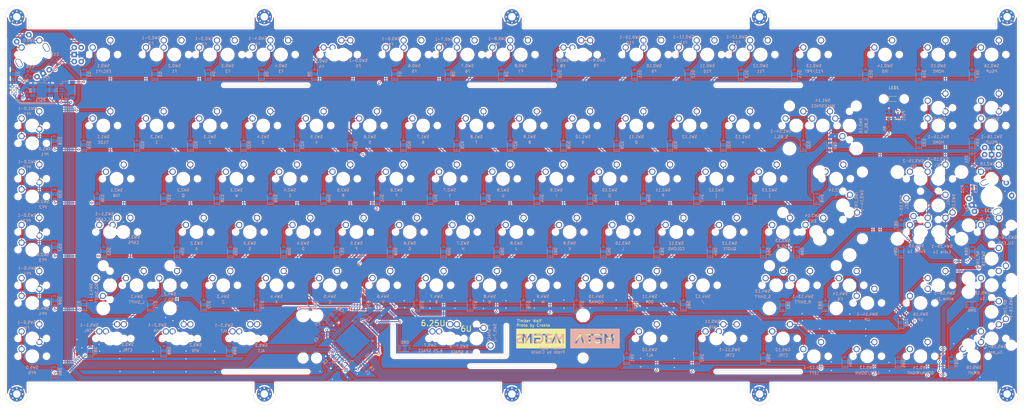
<source format=kicad_pcb>
(kicad_pcb (version 20171130) (host pcbnew "(5.1.2)-1")
  (layers (0 F.Cu signal) (31 B.Cu signal) (34 B.Paste user) (35 F.Paste user) (36 B.SilkS user) (37 F.SilkS user) (38 B.Mask user) (39 F.Mask user) (44 Edge.Cuts user))
  (net 0 "")
  (net 1 GND)
  (net 2 VCC)
  (net 3 "Net-(C6-Pad1)")
  (net 4 "Net-(C7-Pad1)")
  (net 5 "Net-(C8-Pad1)")
  (net 6 "Net-(C9-Pad1)")
  (net 7 "Net-(D1-Pad2)")
  (net 8 /r0)
  (net 9 "Net-(D2-Pad2)")
  (net 10 "Net-(D3-Pad2)")
  (net 11 "Net-(D4-Pad2)")
  (net 12 "Net-(D5-Pad2)")
  (net 13 "Net-(D6-Pad2)")
  (net 14 "Net-(D7-Pad2)")
  (net 15 "Net-(D8-Pad2)")
  (net 16 "Net-(D9-Pad2)")
  (net 17 "Net-(D10-Pad2)")
  (net 18 "Net-(D11-Pad2)")
  (net 19 "Net-(D12-Pad2)")
  (net 20 "Net-(D13-Pad2)")
  (net 21 "Net-(D14-Pad2)")
  (net 22 "Net-(D15-Pad2)")
  (net 23 "Net-(D16-Pad2)")
  (net 24 "Net-(D17-Pad2)")
  (net 25 /r1)
  (net 26 "Net-(D18-Pad2)")
  (net 27 "Net-(D19-Pad2)")
  (net 28 "Net-(D20-Pad2)")
  (net 29 "Net-(D21-Pad2)")
  (net 30 "Net-(D22-Pad2)")
  (net 31 "Net-(D23-Pad2)")
  (net 32 "Net-(D24-Pad2)")
  (net 33 "Net-(D25-Pad2)")
  (net 34 "Net-(D26-Pad2)")
  (net 35 "Net-(D27-Pad2)")
  (net 36 "Net-(D28-Pad2)")
  (net 37 "Net-(D29-Pad2)")
  (net 38 "Net-(D30-Pad2)")
  (net 39 "Net-(D31-Pad2)")
  (net 40 "Net-(D32-Pad2)")
  (net 41 "Net-(D33-Pad2)")
  (net 42 "Net-(D34-Pad2)")
  (net 43 "Net-(D35-Pad2)")
  (net 44 /r2)
  (net 45 "Net-(D36-Pad2)")
  (net 46 "Net-(D37-Pad2)")
  (net 47 "Net-(D38-Pad2)")
  (net 48 "Net-(D39-Pad2)")
  (net 49 "Net-(D40-Pad2)")
  (net 50 "Net-(D41-Pad2)")
  (net 51 "Net-(D42-Pad2)")
  (net 52 "Net-(D43-Pad2)")
  (net 53 "Net-(D44-Pad2)")
  (net 54 "Net-(D45-Pad2)")
  (net 55 "Net-(D46-Pad2)")
  (net 56 "Net-(D47-Pad2)")
  (net 57 "Net-(D48-Pad2)")
  (net 58 "Net-(D49-Pad2)")
  (net 59 "Net-(D50-Pad2)")
  (net 60 "Net-(D51-Pad2)")
  (net 61 /r3)
  (net 62 "Net-(D52-Pad2)")
  (net 63 "Net-(D53-Pad2)")
  (net 64 "Net-(D54-Pad2)")
  (net 65 "Net-(D55-Pad2)")
  (net 66 "Net-(D56-Pad2)")
  (net 67 "Net-(D57-Pad2)")
  (net 68 "Net-(D58-Pad2)")
  (net 69 "Net-(D59-Pad2)")
  (net 70 "Net-(D60-Pad2)")
  (net 71 "Net-(D61-Pad2)")
  (net 72 "Net-(D62-Pad2)")
  (net 73 "Net-(D63-Pad2)")
  (net 74 "Net-(D64-Pad2)")
  (net 75 "Net-(D65-Pad2)")
  (net 76 "Net-(D66-Pad2)")
  (net 77 "Net-(D67-Pad2)")
  (net 78 "Net-(D68-Pad2)")
  (net 79 "Net-(D69-Pad2)")
  (net 80 /r4)
  (net 81 "Net-(D70-Pad2)")
  (net 82 "Net-(D71-Pad2)")
  (net 83 "Net-(D72-Pad2)")
  (net 84 "Net-(D73-Pad2)")
  (net 85 "Net-(D74-Pad2)")
  (net 86 "Net-(D75-Pad2)")
  (net 87 "Net-(D76-Pad2)")
  (net 88 "Net-(D77-Pad2)")
  (net 89 "Net-(D78-Pad2)")
  (net 90 "Net-(D79-Pad2)")
  (net 91 "Net-(D80-Pad2)")
  (net 92 "Net-(D81-Pad2)")
  (net 93 "Net-(D82-Pad2)")
  (net 94 "Net-(D83-Pad2)")
  (net 95 "Net-(D84-Pad2)")
  (net 96 /r5)
  (net 97 "Net-(D85-Pad2)")
  (net 98 "Net-(D86-Pad2)")
  (net 99 "Net-(D87-Pad2)")
  (net 100 "Net-(D88-Pad2)")
  (net 101 "Net-(D89-Pad2)")
  (net 102 "Net-(D90-Pad2)")
  (net 103 "Net-(D91-Pad2)")
  (net 104 "Net-(D92-Pad2)")
  (net 105 "Net-(D93-Pad2)")
  (net 106 "Net-(D94-Pad2)")
  (net 107 "Net-(D95-Pad2)")
  (net 108 /c16)
  (net 109 /D-)
  (net 110 /D+)
  (net 111 /RES)
  (net 112 "Net-(LED1-Pad2)")
  (net 113 /rd-)
  (net 114 /rd+)
  (net 115 /c13)
  (net 116 /c8)
  (net 117 /c2)
  (net 118 /c3)
  (net 119 /c14)
  (net 120 /c9)
  (net 121 /c10)
  (net 122 /c4)
  (net 123 /c11)
  (net 124 /c7)
  (net 125 /c5)
  (net 126 /c6)
  (net 127 /c12)
  (net 128 /enc-)
  (net 129 /c15)
  (net 130 /enc+)
  (net 131 /c0)
  (net 132 /c1)
  (net 133 "Net-(POT1-Pad1)")
  (net 134 "Net-(R5-Pad2)")
  (net 135 "Net-(D96-Pad2)")
  (net 136 "Net-(D97-Pad2)")
  (net 137 "Net-(EC1-1-PadA)")
  (net 138 "Net-(EC1-1-PadB)")
  (net 139 "Net-(EC2-1-PadB)")
  (net 140 "Net-(EC2-1-PadA)")
  (module "logo:metamechs logo half" (layer B.Cu) (at 201 111.125 180)
    (fp_text reference G*** hide)
    (fp_text value LOGO hide)
  )
  (module "logo:metamechs logo half" (layer F.Cu) (at 201 111.125)
    (fp_text reference G*** hide)
    (fp_text value LOGO hide)
  )
  (module Diode_SMD:D_SOD-123 (layer B.Cu) (at 345.45 99.05)
    (fp_text reference D96 (at 0 2) (layer B.SilkS) (effects (justify mirror)))
    (fp_text value D)
    (pad 2 smd rect (at 1.65 0) (size 0.9 1.2) (layers B.Cu B.Paste B.Mask) (net 135 "Net-(D96-Pad2)"))
    (pad 1 smd rect (at -1.65 0) (size 0.9 1.2) (layers B.Cu B.Paste B.Mask) (net 96 /r5))
  )
  (module Diode_SMD:D_SOD-123 (layer B.Cu) (at 2.525 16.525 90)
    (fp_text reference D1 (at 0 2 90) (layer B.SilkS) (effects (justify mirror)))
    (fp_text value D)
    (pad 2 smd rect (at 1.65 0 90) (size 0.9 1.2) (layers B.Cu B.Paste B.Mask) (net 7 "Net-(D1-Pad2)"))
    (pad 1 smd rect (at -1.65 0 90) (size 0.9 1.2) (layers B.Cu B.Paste B.Mask) (net 8 /r0))
  )
  (module Diode_SMD:D_SOD-123 (layer B.Cu) (at 27.925 16.525 90)
    (fp_text reference D2 (at 0 2 90) (layer B.SilkS) (effects (justify mirror)))
    (fp_text value D)
    (pad 2 smd rect (at 1.65 0 90) (size 0.9 1.2) (layers B.Cu B.Paste B.Mask) (net 9 "Net-(D2-Pad2)"))
    (pad 1 smd rect (at -1.65 0 90) (size 0.9 1.2) (layers B.Cu B.Paste B.Mask) (net 8 /r0))
  )
  (module Diode_SMD:D_SOD-123 (layer B.Cu) (at 53.325 16.525 90)
    (fp_text reference D3 (at 0 2 90) (layer B.SilkS) (effects (justify mirror)))
    (fp_text value D)
    (pad 2 smd rect (at 1.65 0 90) (size 0.9 1.2) (layers B.Cu B.Paste B.Mask) (net 10 "Net-(D3-Pad2)"))
    (pad 1 smd rect (at -1.65 0 90) (size 0.9 1.2) (layers B.Cu B.Paste B.Mask) (net 8 /r0))
  )
  (module Diode_SMD:D_SOD-123 (layer B.Cu) (at 72.375 16.525 90)
    (fp_text reference D4 (at 0 2 90) (layer B.SilkS) (effects (justify mirror)))
    (fp_text value D)
    (pad 2 smd rect (at 1.65 0 90) (size 0.9 1.2) (layers B.Cu B.Paste B.Mask) (net 11 "Net-(D4-Pad2)"))
    (pad 1 smd rect (at -1.65 0 90) (size 0.9 1.2) (layers B.Cu B.Paste B.Mask) (net 8 /r0))
  )
  (module Diode_SMD:D_SOD-123 (layer B.Cu) (at 91.425 16.525 90)
    (fp_text reference D5 (at 0 2 90) (layer B.SilkS) (effects (justify mirror)))
    (fp_text value D)
    (pad 2 smd rect (at 1.65 0 90) (size 0.9 1.2) (layers B.Cu B.Paste B.Mask) (net 12 "Net-(D5-Pad2)"))
    (pad 1 smd rect (at -1.65 0 90) (size 0.9 1.2) (layers B.Cu B.Paste B.Mask) (net 8 /r0))
  )
  (module Diode_SMD:D_SOD-123 (layer B.Cu) (at 110.475 16.525 90)
    (fp_text reference D6 (at 0 -1.975 90) (layer B.SilkS) (effects (justify mirror)))
    (fp_text value D)
    (pad 2 smd rect (at 1.65 0 90) (size 0.9 1.2) (layers B.Cu B.Paste B.Mask) (net 13 "Net-(D6-Pad2)"))
    (pad 1 smd rect (at -1.65 0 90) (size 0.9 1.2) (layers B.Cu B.Paste B.Mask) (net 8 /r0))
  )
  (module Diode_SMD:D_SOD-123 (layer B.Cu) (at 139.05 16.525 90)
    (fp_text reference D7 (at 0 2 90) (layer B.SilkS) (effects (justify mirror)))
    (fp_text value D)
    (pad 2 smd rect (at 1.65 0 90) (size 0.9 1.2) (layers B.Cu B.Paste B.Mask) (net 14 "Net-(D7-Pad2)"))
    (pad 1 smd rect (at -1.65 0 90) (size 0.9 1.2) (layers B.Cu B.Paste B.Mask) (net 8 /r0))
  )
  (module Diode_SMD:D_SOD-123 (layer B.Cu) (at 158.1 16.525 90)
    (fp_text reference D8 (at 0 2 90) (layer B.SilkS) (effects (justify mirror)))
    (fp_text value D)
    (pad 2 smd rect (at 1.65 0 90) (size 0.9 1.2) (layers B.Cu B.Paste B.Mask) (net 15 "Net-(D8-Pad2)"))
    (pad 1 smd rect (at -1.65 0 90) (size 0.9 1.2) (layers B.Cu B.Paste B.Mask) (net 8 /r0))
  )
  (module Diode_SMD:D_SOD-123 (layer B.Cu) (at 177.15 16.525 90)
    (fp_text reference D9 (at 0 2 90) (layer B.SilkS) (effects (justify mirror)))
    (fp_text value D)
    (pad 2 smd rect (at 1.65 0 90) (size 0.9 1.2) (layers B.Cu B.Paste B.Mask) (net 16 "Net-(D9-Pad2)"))
    (pad 1 smd rect (at -1.65 0 90) (size 0.9 1.2) (layers B.Cu B.Paste B.Mask) (net 8 /r0))
  )
  (module Diode_SMD:D_SOD-123 (layer B.Cu) (at 196.2 16.525 90)
    (fp_text reference D10 (at 0 2 90) (layer B.SilkS) (effects (justify mirror)))
    (fp_text value D)
    (pad 2 smd rect (at 1.65 0 90) (size 0.9 1.2) (layers B.Cu B.Paste B.Mask) (net 17 "Net-(D10-Pad2)"))
    (pad 1 smd rect (at -1.65 0 90) (size 0.9 1.2) (layers B.Cu B.Paste B.Mask) (net 8 /r0))
  )
  (module Diode_SMD:D_SOD-123 (layer B.Cu) (at 224.775 16.525 90)
    (fp_text reference D11 (at 0 2 90) (layer B.SilkS) (effects (justify mirror)))
    (fp_text value D)
    (pad 2 smd rect (at 1.65 0 90) (size 0.9 1.2) (layers B.Cu B.Paste B.Mask) (net 18 "Net-(D11-Pad2)"))
    (pad 1 smd rect (at -1.65 0 90) (size 0.9 1.2) (layers B.Cu B.Paste B.Mask) (net 8 /r0))
  )
  (module Diode_SMD:D_SOD-123 (layer B.Cu) (at 243.825 16.525 90)
    (fp_text reference D12 (at 0 2 90) (layer B.SilkS) (effects (justify mirror)))
    (fp_text value D)
    (pad 2 smd rect (at 1.65 0 90) (size 0.9 1.2) (layers B.Cu B.Paste B.Mask) (net 19 "Net-(D12-Pad2)"))
    (pad 1 smd rect (at -1.65 0 90) (size 0.9 1.2) (layers B.Cu B.Paste B.Mask) (net 8 /r0))
  )
  (module Diode_SMD:D_SOD-123 (layer B.Cu) (at 262.875 16.525 90)
    (fp_text reference D13 (at 0 2 90) (layer B.SilkS) (effects (justify mirror)))
    (fp_text value D)
    (pad 2 smd rect (at 1.65 0 90) (size 0.9 1.2) (layers B.Cu B.Paste B.Mask) (net 20 "Net-(D13-Pad2)"))
    (pad 1 smd rect (at -1.65 0 90) (size 0.9 1.2) (layers B.Cu B.Paste B.Mask) (net 8 /r0))
  )
  (module Diode_SMD:D_SOD-123 (layer B.Cu) (at 281.925 16.525 90)
    (fp_text reference D14 (at 0 2 90) (layer B.SilkS) (effects (justify mirror)))
    (fp_text value D)
    (pad 2 smd rect (at 1.65 0 90) (size 0.9 1.2) (layers B.Cu B.Paste B.Mask) (net 21 "Net-(D14-Pad2)"))
    (pad 1 smd rect (at -1.65 0 90) (size 0.9 1.2) (layers B.Cu B.Paste B.Mask) (net 8 /r0))
  )
  (module Diode_SMD:D_SOD-123 (layer B.Cu) (at 307.325 16.525 90)
    (fp_text reference D15 (at 0 2 90) (layer B.SilkS) (effects (justify mirror)))
    (fp_text value D)
    (pad 2 smd rect (at 1.65 0 90) (size 0.9 1.2) (layers B.Cu B.Paste B.Mask) (net 22 "Net-(D15-Pad2)"))
    (pad 1 smd rect (at -1.65 0 90) (size 0.9 1.2) (layers B.Cu B.Paste B.Mask) (net 8 /r0))
  )
  (module Diode_SMD:D_SOD-123 (layer B.Cu) (at 326.375 16.525 90)
    (fp_text reference D16 (at 0 2 90) (layer B.SilkS) (effects (justify mirror)))
    (fp_text value D)
    (pad 2 smd rect (at 1.65 0 90) (size 0.9 1.2) (layers B.Cu B.Paste B.Mask) (net 23 "Net-(D16-Pad2)"))
    (pad 1 smd rect (at -1.65 0 90) (size 0.9 1.2) (layers B.Cu B.Paste B.Mask) (net 8 /r0))
  )
  (module Diode_SMD:D_SOD-123 (layer B.Cu) (at 345.425 16.525 90)
    (fp_text reference D17 (at 0 2 90) (layer B.SilkS) (effects (justify mirror)))
    (fp_text value D)
    (pad 2 smd rect (at 1.65 0 90) (size 0.9 1.2) (layers B.Cu B.Paste B.Mask) (net 24 "Net-(D17-Pad2)"))
    (pad 1 smd rect (at -1.65 0 90) (size 0.9 1.2) (layers B.Cu B.Paste B.Mask) (net 8 /r0))
  )
  (module Diode_SMD:D_SOD-123 (layer B.Cu) (at 17.525 40.425 90)
    (fp_text reference D18 (at 0 2 90) (layer B.SilkS) (effects (justify mirror)))
    (fp_text value D)
    (pad 2 smd rect (at 1.65 0 90) (size 0.9 1.2) (layers B.Cu B.Paste B.Mask) (net 26 "Net-(D18-Pad2)"))
    (pad 1 smd rect (at -1.65 0 90) (size 0.9 1.2) (layers B.Cu B.Paste B.Mask) (net 25 /r1))
  )
  (module Diode_SMD:D_SOD-123 (layer B.Cu) (at 27.925 41.925 90)
    (fp_text reference D19 (at 0 2 90) (layer B.SilkS) (effects (justify mirror)))
    (fp_text value D)
    (pad 2 smd rect (at 1.65 0 90) (size 0.9 1.2) (layers B.Cu B.Paste B.Mask) (net 27 "Net-(D19-Pad2)"))
    (pad 1 smd rect (at -1.65 0 90) (size 0.9 1.2) (layers B.Cu B.Paste B.Mask) (net 25 /r1))
  )
  (module Diode_SMD:D_SOD-123 (layer B.Cu) (at 46.975 41.925 90)
    (fp_text reference D20 (at 0 2 90) (layer B.SilkS) (effects (justify mirror)))
    (fp_text value D)
    (pad 2 smd rect (at 1.65 0 90) (size 0.9 1.2) (layers B.Cu B.Paste B.Mask) (net 28 "Net-(D20-Pad2)"))
    (pad 1 smd rect (at -1.65 0 90) (size 0.9 1.2) (layers B.Cu B.Paste B.Mask) (net 25 /r1))
  )
  (module Diode_SMD:D_SOD-123 (layer B.Cu) (at 66.025 41.925 90)
    (fp_text reference D21 (at 0 2 90) (layer B.SilkS) (effects (justify mirror)))
    (fp_text value D)
    (pad 2 smd rect (at 1.65 0 90) (size 0.9 1.2) (layers B.Cu B.Paste B.Mask) (net 29 "Net-(D21-Pad2)"))
    (pad 1 smd rect (at -1.65 0 90) (size 0.9 1.2) (layers B.Cu B.Paste B.Mask) (net 25 /r1))
  )
  (module Diode_SMD:D_SOD-123 (layer B.Cu) (at 85.075 41.925 90)
    (fp_text reference D22 (at 0 2 90) (layer B.SilkS) (effects (justify mirror)))
    (fp_text value D)
    (pad 2 smd rect (at 1.65 0 90) (size 0.9 1.2) (layers B.Cu B.Paste B.Mask) (net 30 "Net-(D22-Pad2)"))
    (pad 1 smd rect (at -1.65 0 90) (size 0.9 1.2) (layers B.Cu B.Paste B.Mask) (net 25 /r1))
  )
  (module Diode_SMD:D_SOD-123 (layer B.Cu) (at 104.125 41.925 90)
    (fp_text reference D23 (at 0 2 90) (layer B.SilkS) (effects (justify mirror)))
    (fp_text value D)
    (pad 2 smd rect (at 1.65 0 90) (size 0.9 1.2) (layers B.Cu B.Paste B.Mask) (net 31 "Net-(D23-Pad2)"))
    (pad 1 smd rect (at -1.65 0 90) (size 0.9 1.2) (layers B.Cu B.Paste B.Mask) (net 25 /r1))
  )
  (module Diode_SMD:D_SOD-123 (layer B.Cu) (at 123.175 41.925 90)
    (fp_text reference D24 (at 0 2 90) (layer B.SilkS) (effects (justify mirror)))
    (fp_text value D)
    (pad 2 smd rect (at 1.65 0 90) (size 0.9 1.2) (layers B.Cu B.Paste B.Mask) (net 32 "Net-(D24-Pad2)"))
    (pad 1 smd rect (at -1.65 0 90) (size 0.9 1.2) (layers B.Cu B.Paste B.Mask) (net 25 /r1))
  )
  (module Diode_SMD:D_SOD-123 (layer B.Cu) (at 142.225 41.925 90)
    (fp_text reference D25 (at 0 2 90) (layer B.SilkS) (effects (justify mirror)))
    (fp_text value D)
    (pad 2 smd rect (at 1.65 0 90) (size 0.9 1.2) (layers B.Cu B.Paste B.Mask) (net 33 "Net-(D25-Pad2)"))
    (pad 1 smd rect (at -1.65 0 90) (size 0.9 1.2) (layers B.Cu B.Paste B.Mask) (net 25 /r1))
  )
  (module Diode_SMD:D_SOD-123 (layer B.Cu) (at 161.275 41.925 90)
    (fp_text reference D26 (at 0 2 90) (layer B.SilkS) (effects (justify mirror)))
    (fp_text value D)
    (pad 2 smd rect (at 1.65 0 90) (size 0.9 1.2) (layers B.Cu B.Paste B.Mask) (net 34 "Net-(D26-Pad2)"))
    (pad 1 smd rect (at -1.65 0 90) (size 0.9 1.2) (layers B.Cu B.Paste B.Mask) (net 25 /r1))
  )
  (module Diode_SMD:D_SOD-123 (layer B.Cu) (at 180.325 41.925 90)
    (fp_text reference D27 (at 0 2 90) (layer B.SilkS) (effects (justify mirror)))
    (fp_text value D)
    (pad 2 smd rect (at 1.65 0 90) (size 0.9 1.2) (layers B.Cu B.Paste B.Mask) (net 35 "Net-(D27-Pad2)"))
    (pad 1 smd rect (at -1.65 0 90) (size 0.9 1.2) (layers B.Cu B.Paste B.Mask) (net 25 /r1))
  )
  (module Diode_SMD:D_SOD-123 (layer B.Cu) (at 199.375 41.925 90)
    (fp_text reference D28 (at 0 2 90) (layer B.SilkS) (effects (justify mirror)))
    (fp_text value D)
    (pad 2 smd rect (at 1.65 0 90) (size 0.9 1.2) (layers B.Cu B.Paste B.Mask) (net 36 "Net-(D28-Pad2)"))
    (pad 1 smd rect (at -1.65 0 90) (size 0.9 1.2) (layers B.Cu B.Paste B.Mask) (net 25 /r1))
  )
  (module Diode_SMD:D_SOD-123 (layer B.Cu) (at 218.425 41.925 90)
    (fp_text reference D29 (at 0 2 90) (layer B.SilkS) (effects (justify mirror)))
    (fp_text value D)
    (pad 2 smd rect (at 1.65 0 90) (size 0.9 1.2) (layers B.Cu B.Paste B.Mask) (net 37 "Net-(D29-Pad2)"))
    (pad 1 smd rect (at -1.65 0 90) (size 0.9 1.2) (layers B.Cu B.Paste B.Mask) (net 25 /r1))
  )
  (module Diode_SMD:D_SOD-123 (layer B.Cu) (at 237.475 41.925 90)
    (fp_text reference D30 (at 0 2 90) (layer B.SilkS) (effects (justify mirror)))
    (fp_text value D)
    (pad 2 smd rect (at 1.65 0 90) (size 0.9 1.2) (layers B.Cu B.Paste B.Mask) (net 38 "Net-(D30-Pad2)"))
    (pad 1 smd rect (at -1.65 0 90) (size 0.9 1.2) (layers B.Cu B.Paste B.Mask) (net 25 /r1))
  )
  (module Diode_SMD:D_SOD-123 (layer B.Cu) (at 256.525 41.925 90)
    (fp_text reference D31 (at 0 2 90) (layer B.SilkS) (effects (justify mirror)))
    (fp_text value D)
    (pad 2 smd rect (at 1.65 0 90) (size 0.9 1.2) (layers B.Cu B.Paste B.Mask) (net 39 "Net-(D31-Pad2)"))
    (pad 1 smd rect (at -1.65 0 90) (size 0.9 1.2) (layers B.Cu B.Paste B.Mask) (net 25 /r1))
  )
  (module Diode_SMD:D_SOD-123 (layer B.Cu) (at 285.1 41.925 90)
    (fp_text reference D32 (at 0 2 90) (layer B.SilkS) (effects (justify mirror)))
    (fp_text value D)
    (pad 2 smd rect (at 1.65 0 90) (size 0.9 1.2) (layers B.Cu B.Paste B.Mask) (net 40 "Net-(D32-Pad2)"))
    (pad 1 smd rect (at -1.65 0 90) (size 0.9 1.2) (layers B.Cu B.Paste B.Mask) (net 25 /r1))
  )
  (module Diode_SMD:D_SOD-123 (layer B.Cu) (at 326.375 41 90)
    (fp_text reference D33 (at 0 2 90) (layer B.SilkS) (effects (justify mirror)))
    (fp_text value D)
    (pad 2 smd rect (at 1.65 0 90) (size 0.9 1.2) (layers B.Cu B.Paste B.Mask) (net 41 "Net-(D33-Pad2)"))
    (pad 1 smd rect (at -1.65 0 90) (size 0.9 1.2) (layers B.Cu B.Paste B.Mask) (net 25 /r1))
  )
  (module Diode_SMD:D_SOD-123 (layer B.Cu) (at 345.425 41 90)
    (fp_text reference D34 (at 0 2 90) (layer B.SilkS) (effects (justify mirror)))
    (fp_text value D)
    (pad 2 smd rect (at 1.65 0 90) (size 0.9 1.2) (layers B.Cu B.Paste B.Mask) (net 42 "Net-(D34-Pad2)"))
    (pad 1 smd rect (at -1.65 0 90) (size 0.9 1.2) (layers B.Cu B.Paste B.Mask) (net 25 /r1))
  )
  (module Diode_SMD:D_SOD-123 (layer B.Cu) (at 17.525 59.475 90)
    (fp_text reference D35 (at 0 2 90) (layer B.SilkS) (effects (justify mirror)))
    (fp_text value D)
    (pad 2 smd rect (at 1.65 0 90) (size 0.9 1.2) (layers B.Cu B.Paste B.Mask) (net 43 "Net-(D35-Pad2)"))
    (pad 1 smd rect (at -1.65 0 90) (size 0.9 1.2) (layers B.Cu B.Paste B.Mask) (net 44 /r2))
  )
  (module Diode_SMD:D_SOD-123 (layer B.Cu) (at 32.6875 60.975 90)
    (fp_text reference D36 (at 0 2 90) (layer B.SilkS) (effects (justify mirror)))
    (fp_text value D)
    (pad 2 smd rect (at 1.65 0 90) (size 0.9 1.2) (layers B.Cu B.Paste B.Mask) (net 45 "Net-(D36-Pad2)"))
    (pad 1 smd rect (at -1.65 0 90) (size 0.9 1.2) (layers B.Cu B.Paste B.Mask) (net 44 /r2))
  )
  (module Diode_SMD:D_SOD-123 (layer B.Cu) (at 56.5 60.975 90)
    (fp_text reference D37 (at 0 2 90) (layer B.SilkS) (effects (justify mirror)))
    (fp_text value D)
    (pad 2 smd rect (at 1.65 0 90) (size 0.9 1.2) (layers B.Cu B.Paste B.Mask) (net 46 "Net-(D37-Pad2)"))
    (pad 1 smd rect (at -1.65 0 90) (size 0.9 1.2) (layers B.Cu B.Paste B.Mask) (net 44 /r2))
  )
  (module Diode_SMD:D_SOD-123 (layer B.Cu) (at 75.55 60.975 90)
    (fp_text reference D38 (at 0 2 90) (layer B.SilkS) (effects (justify mirror)))
    (fp_text value D)
    (pad 2 smd rect (at 1.65 0 90) (size 0.9 1.2) (layers B.Cu B.Paste B.Mask) (net 47 "Net-(D38-Pad2)"))
    (pad 1 smd rect (at -1.65 0 90) (size 0.9 1.2) (layers B.Cu B.Paste B.Mask) (net 44 /r2))
  )
  (module Diode_SMD:D_SOD-123 (layer B.Cu) (at 94.6 60.975 90)
    (fp_text reference D39 (at 0 2 90) (layer B.SilkS) (effects (justify mirror)))
    (fp_text value D)
    (pad 2 smd rect (at 1.65 0 90) (size 0.9 1.2) (layers B.Cu B.Paste B.Mask) (net 48 "Net-(D39-Pad2)"))
    (pad 1 smd rect (at -1.65 0 90) (size 0.9 1.2) (layers B.Cu B.Paste B.Mask) (net 44 /r2))
  )
  (module Diode_SMD:D_SOD-123 (layer B.Cu) (at 113.65 60.975 90)
    (fp_text reference D40 (at 0 2 90) (layer B.SilkS) (effects (justify mirror)))
    (fp_text value D)
    (pad 2 smd rect (at 1.65 0 90) (size 0.9 1.2) (layers B.Cu B.Paste B.Mask) (net 49 "Net-(D40-Pad2)"))
    (pad 1 smd rect (at -1.65 0 90) (size 0.9 1.2) (layers B.Cu B.Paste B.Mask) (net 44 /r2))
  )
  (module Diode_SMD:D_SOD-123 (layer B.Cu) (at 132.7 60.975 90)
    (fp_text reference D41 (at 0 2 90) (layer B.SilkS) (effects (justify mirror)))
    (fp_text value D)
    (pad 2 smd rect (at 1.65 0 90) (size 0.9 1.2) (layers B.Cu B.Paste B.Mask) (net 50 "Net-(D41-Pad2)"))
    (pad 1 smd rect (at -1.65 0 90) (size 0.9 1.2) (layers B.Cu B.Paste B.Mask) (net 44 /r2))
  )
  (module Diode_SMD:D_SOD-123 (layer B.Cu) (at 151.75 60.975 90)
    (fp_text reference D42 (at 0 2 90) (layer B.SilkS) (effects (justify mirror)))
    (fp_text value D)
    (pad 2 smd rect (at 1.65 0 90) (size 0.9 1.2) (layers B.Cu B.Paste B.Mask) (net 51 "Net-(D42-Pad2)"))
    (pad 1 smd rect (at -1.65 0 90) (size 0.9 1.2) (layers B.Cu B.Paste B.Mask) (net 44 /r2))
  )
  (module Diode_SMD:D_SOD-123 (layer B.Cu) (at 170.8 60.975 90)
    (fp_text reference D43 (at 0 2 90) (layer B.SilkS) (effects (justify mirror)))
    (fp_text value D)
    (pad 2 smd rect (at 1.65 0 90) (size 0.9 1.2) (layers B.Cu B.Paste B.Mask) (net 52 "Net-(D43-Pad2)"))
    (pad 1 smd rect (at -1.65 0 90) (size 0.9 1.2) (layers B.Cu B.Paste B.Mask) (net 44 /r2))
  )
  (module Diode_SMD:D_SOD-123 (layer B.Cu) (at 189.85 60.975 90)
    (fp_text reference D44 (at 0 2 90) (layer B.SilkS) (effects (justify mirror)))
    (fp_text value D)
    (pad 2 smd rect (at 1.65 0 90) (size 0.9 1.2) (layers B.Cu B.Paste B.Mask) (net 53 "Net-(D44-Pad2)"))
    (pad 1 smd rect (at -1.65 0 90) (size 0.9 1.2) (layers B.Cu B.Paste B.Mask) (net 44 /r2))
  )
  (module Diode_SMD:D_SOD-123 (layer B.Cu) (at 208.9 60.975 90)
    (fp_text reference D45 (at 0 2 90) (layer B.SilkS) (effects (justify mirror)))
    (fp_text value D)
    (pad 2 smd rect (at 1.65 0 90) (size 0.9 1.2) (layers B.Cu B.Paste B.Mask) (net 54 "Net-(D45-Pad2)"))
    (pad 1 smd rect (at -1.65 0 90) (size 0.9 1.2) (layers B.Cu B.Paste B.Mask) (net 44 /r2))
  )
  (module Diode_SMD:D_SOD-123 (layer B.Cu) (at 227.95 60.975 90)
    (fp_text reference D46 (at 0 2 90) (layer B.SilkS) (effects (justify mirror)))
    (fp_text value D)
    (pad 2 smd rect (at 1.65 0 90) (size 0.9 1.2) (layers B.Cu B.Paste B.Mask) (net 55 "Net-(D46-Pad2)"))
    (pad 1 smd rect (at -1.65 0 90) (size 0.9 1.2) (layers B.Cu B.Paste B.Mask) (net 44 /r2))
  )
  (module Diode_SMD:D_SOD-123 (layer B.Cu) (at 247 60.975 90)
    (fp_text reference D47 (at 0 2 90) (layer B.SilkS) (effects (justify mirror)))
    (fp_text value D)
    (pad 2 smd rect (at 1.65 0 90) (size 0.9 1.2) (layers B.Cu B.Paste B.Mask) (net 56 "Net-(D47-Pad2)"))
    (pad 1 smd rect (at -1.65 0 90) (size 0.9 1.2) (layers B.Cu B.Paste B.Mask) (net 44 /r2))
  )
  (module Diode_SMD:D_SOD-123 (layer B.Cu) (at 266.05 60.975 90)
    (fp_text reference D48 (at 0 2 90) (layer B.SilkS) (effects (justify mirror)))
    (fp_text value D)
    (pad 2 smd rect (at 1.65 0 90) (size 0.9 1.2) (layers B.Cu B.Paste B.Mask) (net 57 "Net-(D48-Pad2)"))
    (pad 1 smd rect (at -1.65 0 90) (size 0.9 1.2) (layers B.Cu B.Paste B.Mask) (net 44 /r2))
  )
  (module Diode_SMD:D_SOD-123 (layer B.Cu) (at 289.8625 60.975 90)
    (fp_text reference D49 (at 0 2 90) (layer B.SilkS) (effects (justify mirror)))
    (fp_text value D)
    (pad 2 smd rect (at 1.65 0 90) (size 0.9 1.2) (layers B.Cu B.Paste B.Mask) (net 58 "Net-(D49-Pad2)"))
    (pad 1 smd rect (at -1.65 0 90) (size 0.9 1.2) (layers B.Cu B.Paste B.Mask) (net 44 /r2))
  )
  (module Diode_SMD:D_SOD-123 (layer B.Cu) (at 294.48125 42.06875 90)
    (fp_text reference D50 (at 0 2 90) (layer B.SilkS) (effects (justify mirror)))
    (fp_text value D)
    (pad 2 smd rect (at 1.65 0 90) (size 0.9 1.2) (layers B.Cu B.Paste B.Mask) (net 59 "Net-(D50-Pad2)"))
    (pad 1 smd rect (at -1.65 0 90) (size 0.9 1.2) (layers B.Cu B.Paste B.Mask) (net 44 /r2))
  )
  (module Diode_SMD:D_SOD-123 (layer B.Cu) (at 345.425 47 270)
    (fp_text reference D51 (at 0 2 90) (layer B.SilkS) (effects (justify mirror)))
    (fp_text value D)
    (pad 2 smd rect (at 1.65 0 270) (size 0.9 1.2) (layers B.Cu B.Paste B.Mask) (net 60 "Net-(D51-Pad2)"))
    (pad 1 smd rect (at -1.65 0 270) (size 0.9 1.2) (layers B.Cu B.Paste B.Mask) (net 44 /r2))
  )
  (module Diode_SMD:D_SOD-123 (layer B.Cu) (at 17.525 78.525 90)
    (fp_text reference D52 (at 0 2 90) (layer B.SilkS) (effects (justify mirror)))
    (fp_text value D)
    (pad 2 smd rect (at 1.65 0 90) (size 0.9 1.2) (layers B.Cu B.Paste B.Mask) (net 62 "Net-(D52-Pad2)"))
    (pad 1 smd rect (at -1.65 0 90) (size 0.9 1.2) (layers B.Cu B.Paste B.Mask) (net 61 /r3))
  )
  (module Diode_SMD:D_SOD-123 (layer B.Cu) (at 35.06875 80.025 90)
    (fp_text reference D53 (at 0 2 90) (layer B.SilkS) (effects (justify mirror)))
    (fp_text value D)
    (pad 2 smd rect (at 1.65 0 90) (size 0.9 1.2) (layers B.Cu B.Paste B.Mask) (net 63 "Net-(D53-Pad2)"))
    (pad 1 smd rect (at -1.65 0 90) (size 0.9 1.2) (layers B.Cu B.Paste B.Mask) (net 61 /r3))
  )
  (module Diode_SMD:D_SOD-123 (layer B.Cu) (at 61.2625 80.025 90)
    (fp_text reference D54 (at 0 2 90) (layer B.SilkS) (effects (justify mirror)))
    (fp_text value D)
    (pad 2 smd rect (at 1.65 0 90) (size 0.9 1.2) (layers B.Cu B.Paste B.Mask) (net 64 "Net-(D54-Pad2)"))
    (pad 1 smd rect (at -1.65 0 90) (size 0.9 1.2) (layers B.Cu B.Paste B.Mask) (net 61 /r3))
  )
  (module Diode_SMD:D_SOD-123 (layer B.Cu) (at 80.3125 80.025 90)
    (fp_text reference D55 (at 0 2 90) (layer B.SilkS) (effects (justify mirror)))
    (fp_text value D)
    (pad 2 smd rect (at 1.65 0 90) (size 0.9 1.2) (layers B.Cu B.Paste B.Mask) (net 65 "Net-(D55-Pad2)"))
    (pad 1 smd rect (at -1.65 0 90) (size 0.9 1.2) (layers B.Cu B.Paste B.Mask) (net 61 /r3))
  )
  (module Diode_SMD:D_SOD-123 (layer B.Cu) (at 99.3625 80.025 90)
    (fp_text reference D56 (at 0 2 90) (layer B.SilkS) (effects (justify mirror)))
    (fp_text value D)
    (pad 2 smd rect (at 1.65 0 90) (size 0.9 1.2) (layers B.Cu B.Paste B.Mask) (net 66 "Net-(D56-Pad2)"))
    (pad 1 smd rect (at -1.65 0 90) (size 0.9 1.2) (layers B.Cu B.Paste B.Mask) (net 61 /r3))
  )
  (module Diode_SMD:D_SOD-123 (layer B.Cu) (at 118.4125 80.025 90)
    (fp_text reference D57 (at 0 2 90) (layer B.SilkS) (effects (justify mirror)))
    (fp_text value D)
    (pad 2 smd rect (at 1.65 0 90) (size 0.9 1.2) (layers B.Cu B.Paste B.Mask) (net 67 "Net-(D57-Pad2)"))
    (pad 1 smd rect (at -1.65 0 90) (size 0.9 1.2) (layers B.Cu B.Paste B.Mask) (net 61 /r3))
  )
  (module Diode_SMD:D_SOD-123 (layer B.Cu) (at 137.4625 80.025 90)
    (fp_text reference D58 (at 0 2 90) (layer B.SilkS) (effects (justify mirror)))
    (fp_text value D)
    (pad 2 smd rect (at 1.65 0 90) (size 0.9 1.2) (layers B.Cu B.Paste B.Mask) (net 68 "Net-(D58-Pad2)"))
    (pad 1 smd rect (at -1.65 0 90) (size 0.9 1.2) (layers B.Cu B.Paste B.Mask) (net 61 /r3))
  )
  (module Diode_SMD:D_SOD-123 (layer B.Cu) (at 156.5125 80.025 90)
    (fp_text reference D59 (at 0 2 90) (layer B.SilkS) (effects (justify mirror)))
    (fp_text value D)
    (pad 2 smd rect (at 1.65 0 90) (size 0.9 1.2) (layers B.Cu B.Paste B.Mask) (net 69 "Net-(D59-Pad2)"))
    (pad 1 smd rect (at -1.65 0 90) (size 0.9 1.2) (layers B.Cu B.Paste B.Mask) (net 61 /r3))
  )
  (module Diode_SMD:D_SOD-123 (layer B.Cu) (at 175.5625 80.025 90)
    (fp_text reference D60 (at 0 2 90) (layer B.SilkS) (effects (justify mirror)))
    (fp_text value D)
    (pad 2 smd rect (at 1.65 0 90) (size 0.9 1.2) (layers B.Cu B.Paste B.Mask) (net 70 "Net-(D60-Pad2)"))
    (pad 1 smd rect (at -1.65 0 90) (size 0.9 1.2) (layers B.Cu B.Paste B.Mask) (net 61 /r3))
  )
  (module Diode_SMD:D_SOD-123 (layer B.Cu) (at 194.6125 80.025 90)
    (fp_text reference D61 (at 0 2 90) (layer B.SilkS) (effects (justify mirror)))
    (fp_text value D)
    (pad 2 smd rect (at 1.65 0 90) (size 0.9 1.2) (layers B.Cu B.Paste B.Mask) (net 71 "Net-(D61-Pad2)"))
    (pad 1 smd rect (at -1.65 0 90) (size 0.9 1.2) (layers B.Cu B.Paste B.Mask) (net 61 /r3))
  )
  (module Diode_SMD:D_SOD-123 (layer B.Cu) (at 213.6625 80.025 90)
    (fp_text reference D62 (at 0 2 90) (layer B.SilkS) (effects (justify mirror)))
    (fp_text value D)
    (pad 2 smd rect (at 1.65 0 90) (size 0.9 1.2) (layers B.Cu B.Paste B.Mask) (net 72 "Net-(D62-Pad2)"))
    (pad 1 smd rect (at -1.65 0 90) (size 0.9 1.2) (layers B.Cu B.Paste B.Mask) (net 61 /r3))
  )
  (module Diode_SMD:D_SOD-123 (layer B.Cu) (at 232.7125 80.025 90)
    (fp_text reference D63 (at 0 2 90) (layer B.SilkS) (effects (justify mirror)))
    (fp_text value D)
    (pad 2 smd rect (at 1.65 0 90) (size 0.9 1.2) (layers B.Cu B.Paste B.Mask) (net 73 "Net-(D63-Pad2)"))
    (pad 1 smd rect (at -1.65 0 90) (size 0.9 1.2) (layers B.Cu B.Paste B.Mask) (net 61 /r3))
  )
  (module Diode_SMD:D_SOD-123 (layer B.Cu) (at 251.7625 80.025 90)
    (fp_text reference D64 (at 0 2 90) (layer B.SilkS) (effects (justify mirror)))
    (fp_text value D)
    (pad 2 smd rect (at 1.65 0 90) (size 0.9 1.2) (layers B.Cu B.Paste B.Mask) (net 74 "Net-(D64-Pad2)"))
    (pad 1 smd rect (at -1.65 0 90) (size 0.9 1.2) (layers B.Cu B.Paste B.Mask) (net 61 /r3))
  )
  (module Diode_SMD:D_SOD-123 (layer B.Cu) (at 270.8125 80.025 90)
    (fp_text reference D65 (at 0 2 90) (layer B.SilkS) (effects (justify mirror)))
    (fp_text value D)
    (pad 2 smd rect (at 1.65 0 90) (size 0.9 1.2) (layers B.Cu B.Paste B.Mask) (net 75 "Net-(D65-Pad2)"))
    (pad 1 smd rect (at -1.65 0 90) (size 0.9 1.2) (layers B.Cu B.Paste B.Mask) (net 61 /r3))
  )
  (module Diode_SMD:D_SOD-123 (layer B.Cu) (at 282.71875 80.025 90)
    (fp_text reference D66 (at 0 2 90) (layer B.SilkS) (effects (justify mirror)))
    (fp_text value D)
    (pad 2 smd rect (at 1.65 0 90) (size 0.9 1.2) (layers B.Cu B.Paste B.Mask) (net 76 "Net-(D66-Pad2)"))
    (pad 1 smd rect (at -1.65 0 90) (size 0.9 1.2) (layers B.Cu B.Paste B.Mask) (net 61 /r3))
  )
  (module Diode_SMD:D_SOD-123 (layer B.Cu) (at 320.025 70.5 90)
    (fp_text reference D67 (at 0 -1.825 90) (layer B.SilkS) (effects (justify mirror)))
    (fp_text value D)
    (pad 2 smd rect (at 1.65 0 90) (size 0.9 1.2) (layers B.Cu B.Paste B.Mask) (net 77 "Net-(D67-Pad2)"))
    (pad 1 smd rect (at -1.65 0 90) (size 0.9 1.2) (layers B.Cu B.Paste B.Mask) (net 61 /r3))
  )
  (module Diode_SMD:D_SOD-123 (layer B.Cu) (at 345.425 80 90)
    (fp_text reference D68 (at 0 -2.025 90) (layer B.SilkS) (effects (justify mirror)))
    (fp_text value D)
    (pad 2 smd rect (at 1.65 0 90) (size 0.9 1.2) (layers B.Cu B.Paste B.Mask) (net 78 "Net-(D68-Pad2)"))
    (pad 1 smd rect (at -1.65 0 90) (size 0.9 1.2) (layers B.Cu B.Paste B.Mask) (net 61 /r3))
  )
  (module Diode_SMD:D_SOD-123 (layer B.Cu) (at 17.525 97.575 90)
    (fp_text reference D69 (at 0 2 90) (layer B.SilkS) (effects (justify mirror)))
    (fp_text value D)
    (pad 2 smd rect (at 1.65 0 90) (size 0.9 1.2) (layers B.Cu B.Paste B.Mask) (net 79 "Net-(D69-Pad2)"))
    (pad 1 smd rect (at -1.65 0 90) (size 0.9 1.2) (layers B.Cu B.Paste B.Mask) (net 80 /r4))
  )
  (module Diode_SMD:D_SOD-123 (layer B.Cu) (at 27.925 99.075 90)
    (fp_text reference D70 (at 0 -1.825 90) (layer B.SilkS) (effects (justify mirror)))
    (fp_text value D)
    (pad 2 smd rect (at 1.65 0 90) (size 0.9 1.2) (layers B.Cu B.Paste B.Mask) (net 81 "Net-(D70-Pad2)"))
    (pad 1 smd rect (at -1.65 0 90) (size 0.9 1.2) (layers B.Cu B.Paste B.Mask) (net 80 /r4))
  )
  (module Diode_SMD:D_SOD-123 (layer B.Cu) (at 51.7375 99.075 90)
    (fp_text reference D71 (at 0 2 90) (layer B.SilkS) (effects (justify mirror)))
    (fp_text value D)
    (pad 2 smd rect (at 1.65 0 90) (size 0.9 1.2) (layers B.Cu B.Paste B.Mask) (net 82 "Net-(D71-Pad2)"))
    (pad 1 smd rect (at -1.65 0 90) (size 0.9 1.2) (layers B.Cu B.Paste B.Mask) (net 80 /r4))
  )
  (module Diode_SMD:D_SOD-123 (layer B.Cu) (at 70.7875 99.075 90)
    (fp_text reference D72 (at 0 2 90) (layer B.SilkS) (effects (justify mirror)))
    (fp_text value D)
    (pad 2 smd rect (at 1.65 0 90) (size 0.9 1.2) (layers B.Cu B.Paste B.Mask) (net 83 "Net-(D72-Pad2)"))
    (pad 1 smd rect (at -1.65 0 90) (size 0.9 1.2) (layers B.Cu B.Paste B.Mask) (net 80 /r4))
  )
  (module Diode_SMD:D_SOD-123 (layer B.Cu) (at 89.8375 99.075 90)
    (fp_text reference D73 (at 0 2 90) (layer B.SilkS) (effects (justify mirror)))
    (fp_text value D)
    (pad 2 smd rect (at 1.65 0 90) (size 0.9 1.2) (layers B.Cu B.Paste B.Mask) (net 84 "Net-(D73-Pad2)"))
    (pad 1 smd rect (at -1.65 0 90) (size 0.9 1.2) (layers B.Cu B.Paste B.Mask) (net 80 /r4))
  )
  (module Diode_SMD:D_SOD-123 (layer B.Cu) (at 108.8875 99.075 90)
    (fp_text reference D74 (at 0 2 90) (layer B.SilkS) (effects (justify mirror)))
    (fp_text value D)
    (pad 2 smd rect (at 1.65 0 90) (size 0.9 1.2) (layers B.Cu B.Paste B.Mask) (net 85 "Net-(D74-Pad2)"))
    (pad 1 smd rect (at -1.65 0 90) (size 0.9 1.2) (layers B.Cu B.Paste B.Mask) (net 80 /r4))
  )
  (module Diode_SMD:D_SOD-123 (layer B.Cu) (at 127.9375 99.075 90)
    (fp_text reference D75 (at 0 2 90) (layer B.SilkS) (effects (justify mirror)))
    (fp_text value D)
    (pad 2 smd rect (at 1.65 0 90) (size 0.9 1.2) (layers B.Cu B.Paste B.Mask) (net 86 "Net-(D75-Pad2)"))
    (pad 1 smd rect (at -1.65 0 90) (size 0.9 1.2) (layers B.Cu B.Paste B.Mask) (net 80 /r4))
  )
  (module Diode_SMD:D_SOD-123 (layer B.Cu) (at 146.9875 99.075 90)
    (fp_text reference D76 (at 0 2 90) (layer B.SilkS) (effects (justify mirror)))
    (fp_text value D)
    (pad 2 smd rect (at 1.65 0 90) (size 0.9 1.2) (layers B.Cu B.Paste B.Mask) (net 87 "Net-(D76-Pad2)"))
    (pad 1 smd rect (at -1.65 0 90) (size 0.9 1.2) (layers B.Cu B.Paste B.Mask) (net 80 /r4))
  )
  (module Diode_SMD:D_SOD-123 (layer B.Cu) (at 166.0375 99.075 90)
    (fp_text reference D77 (at 0 2 90) (layer B.SilkS) (effects (justify mirror)))
    (fp_text value D)
    (pad 2 smd rect (at 1.65 0 90) (size 0.9 1.2) (layers B.Cu B.Paste B.Mask) (net 88 "Net-(D77-Pad2)"))
    (pad 1 smd rect (at -1.65 0 90) (size 0.9 1.2) (layers B.Cu B.Paste B.Mask) (net 80 /r4))
  )
  (module Diode_SMD:D_SOD-123 (layer B.Cu) (at 185.0875 99.075 90)
    (fp_text reference D78 (at 0 2 90) (layer B.SilkS) (effects (justify mirror)))
    (fp_text value D)
    (pad 2 smd rect (at 1.65 0 90) (size 0.9 1.2) (layers B.Cu B.Paste B.Mask) (net 89 "Net-(D78-Pad2)"))
    (pad 1 smd rect (at -1.65 0 90) (size 0.9 1.2) (layers B.Cu B.Paste B.Mask) (net 80 /r4))
  )
  (module Diode_SMD:D_SOD-123 (layer B.Cu) (at 204.1375 99.075 90)
    (fp_text reference D79 (at 0 2 90) (layer B.SilkS) (effects (justify mirror)))
    (fp_text value D)
    (pad 2 smd rect (at 1.65 0 90) (size 0.9 1.2) (layers B.Cu B.Paste B.Mask) (net 90 "Net-(D79-Pad2)"))
    (pad 1 smd rect (at -1.65 0 90) (size 0.9 1.2) (layers B.Cu B.Paste B.Mask) (net 80 /r4))
  )
  (module Diode_SMD:D_SOD-123 (layer B.Cu) (at 223.1875 99.075 90)
    (fp_text reference D80 (at 0 2 90) (layer B.SilkS) (effects (justify mirror)))
    (fp_text value D)
    (pad 2 smd rect (at 1.65 0 90) (size 0.9 1.2) (layers B.Cu B.Paste B.Mask) (net 91 "Net-(D80-Pad2)"))
    (pad 1 smd rect (at -1.65 0 90) (size 0.9 1.2) (layers B.Cu B.Paste B.Mask) (net 80 /r4))
  )
  (module Diode_SMD:D_SOD-123 (layer B.Cu) (at 242.2375 99.075 90)
    (fp_text reference D81 (at 0 2 90) (layer B.SilkS) (effects (justify mirror)))
    (fp_text value D)
    (pad 2 smd rect (at 1.65 0 90) (size 0.9 1.2) (layers B.Cu B.Paste B.Mask) (net 92 "Net-(D81-Pad2)"))
    (pad 1 smd rect (at -1.65 0 90) (size 0.9 1.2) (layers B.Cu B.Paste B.Mask) (net 80 /r4))
  )
  (module Diode_SMD:D_SOD-123 (layer B.Cu) (at 277.8125 99.21875 90)
    (fp_text reference D82 (at 0 2 90) (layer B.SilkS) (effects (justify mirror)))
    (fp_text value D)
    (pad 2 smd rect (at 1.65 0 90) (size 0.9 1.2) (layers B.Cu B.Paste B.Mask) (net 93 "Net-(D82-Pad2)"))
    (pad 1 smd rect (at -1.65 0 90) (size 0.9 1.2) (layers B.Cu B.Paste B.Mask) (net 80 /r4))
  )
  (module Diode_SMD:D_SOD-123 (layer B.Cu) (at 293 99.21875 90)
    (fp_text reference D83 (at 0.01875 -1.9 90) (layer B.SilkS) (effects (justify mirror)))
    (fp_text value D)
    (pad 2 smd rect (at 1.65 0 90) (size 0.9 1.2) (layers B.Cu B.Paste B.Mask) (net 94 "Net-(D83-Pad2)"))
    (pad 1 smd rect (at -1.65 0 90) (size 0.9 1.2) (layers B.Cu B.Paste B.Mask) (net 80 /r4))
  )
  (module Diode_SMD:D_SOD-123 (layer B.Cu) (at 320.025 80.025 90)
    (fp_text reference D84 (at 0 -1.925 90) (layer B.SilkS) (effects (justify mirror)))
    (fp_text value D)
    (pad 2 smd rect (at 1.65 0 90) (size 0.9 1.2) (layers B.Cu B.Paste B.Mask) (net 95 "Net-(D84-Pad2)"))
    (pad 1 smd rect (at -1.65 0 90) (size 0.9 1.2) (layers B.Cu B.Paste B.Mask) (net 80 /r4))
  )
  (module Diode_SMD:D_SOD-123 (layer B.Cu) (at 320.025 105.425 90)
    (fp_text reference D85 (at 0 2 90) (layer B.SilkS) (effects (justify mirror)))
    (fp_text value D)
    (pad 2 smd rect (at 1.65 0 90) (size 0.9 1.2) (layers B.Cu B.Paste B.Mask) (net 97 "Net-(D85-Pad2)"))
    (pad 1 smd rect (at -1.65 0 90) (size 0.9 1.2) (layers B.Cu B.Paste B.Mask) (net 80 /r4))
  )
  (module Diode_SMD:D_SOD-123 (layer B.Cu) (at 17.5 123 90)
    (fp_text reference D86 (at 0 2 90) (layer B.SilkS) (effects (justify mirror)))
    (fp_text value D)
    (pad 2 smd rect (at 1.65 0 90) (size 0.9 1.2) (layers B.Cu B.Paste B.Mask) (net 98 "Net-(D86-Pad2)"))
    (pad 1 smd rect (at -1.65 0 90) (size 0.9 1.2) (layers B.Cu B.Paste B.Mask) (net 96 /r5))
  )
  (module Diode_SMD:D_SOD-123 (layer B.Cu) (at 30.1875 115.625 90)
    (fp_text reference D87 (at 0 2 90) (layer B.SilkS) (effects (justify mirror)))
    (fp_text value D)
    (pad 2 smd rect (at 1.65 0 90) (size 0.9 1.2) (layers B.Cu B.Paste B.Mask) (net 99 "Net-(D87-Pad2)"))
    (pad 1 smd rect (at -1.65 0 90) (size 0.9 1.2) (layers B.Cu B.Paste B.Mask) (net 96 /r5))
  )
  (module Diode_SMD:D_SOD-123 (layer B.Cu) (at 56.5 115.5 90)
    (fp_text reference D88 (at 0 2 90) (layer B.SilkS) (effects (justify mirror)))
    (fp_text value D)
    (pad 2 smd rect (at 1.65 0 90) (size 0.9 1.2) (layers B.Cu B.Paste B.Mask) (net 100 "Net-(D88-Pad2)"))
    (pad 1 smd rect (at -1.65 0 90) (size 0.9 1.2) (layers B.Cu B.Paste B.Mask) (net 96 /r5))
  )
  (module Diode_SMD:D_SOD-123 (layer B.Cu) (at 80 115.5 90)
    (fp_text reference D89 (at 0 2 90) (layer B.SilkS) (effects (justify mirror)))
    (fp_text value D)
    (pad 2 smd rect (at 1.65 0 90) (size 0.9 1.2) (layers B.Cu B.Paste B.Mask) (net 101 "Net-(D89-Pad2)"))
    (pad 1 smd rect (at -1.65 0 90) (size 0.9 1.2) (layers B.Cu B.Paste B.Mask) (net 96 /r5))
  )
  (module Diode_SMD:D_SOD-123 (layer B.Cu) (at 142.7 114.7)
    (fp_text reference D90 (at 0 -2.2) (layer B.SilkS) (effects (justify mirror)))
    (fp_text value D)
    (pad 2 smd rect (at 1.65 0) (size 0.9 1.2) (layers B.Cu B.Paste B.Mask) (net 102 "Net-(D90-Pad2)"))
    (pad 1 smd rect (at -1.65 0) (size 0.9 1.2) (layers B.Cu B.Paste B.Mask) (net 96 /r5))
  )
  (module Diode_SMD:D_SOD-123 (layer B.Cu) (at 222 118.125 90)
    (fp_text reference D91 (at 0 2 90) (layer B.SilkS) (effects (justify mirror)))
    (fp_text value D)
    (pad 2 smd rect (at 1.65 0 90) (size 0.9 1.2) (layers B.Cu B.Paste B.Mask) (net 103 "Net-(D91-Pad2)"))
    (pad 1 smd rect (at -1.65 0 90) (size 0.9 1.2) (layers B.Cu B.Paste B.Mask) (net 96 /r5))
  )
  (module Diode_SMD:D_SOD-123 (layer B.Cu) (at 247 118.125 90)
    (fp_text reference D92 (at 0 2 90) (layer B.SilkS) (effects (justify mirror)))
    (fp_text value D)
    (pad 2 smd rect (at 1.65 0 90) (size 0.9 1.2) (layers B.Cu B.Paste B.Mask) (net 104 "Net-(D92-Pad2)"))
    (pad 1 smd rect (at -1.65 0 90) (size 0.9 1.2) (layers B.Cu B.Paste B.Mask) (net 96 /r5))
  )
  (module Diode_SMD:D_SOD-123 (layer B.Cu) (at 270.8125 118.125 90)
    (fp_text reference D93 (at 0 2 90) (layer B.SilkS) (effects (justify mirror)))
    (fp_text value D)
    (pad 2 smd rect (at 1.65 0 90) (size 0.9 1.2) (layers B.Cu B.Paste B.Mask) (net 105 "Net-(D93-Pad2)"))
    (pad 1 smd rect (at -1.65 0 90) (size 0.9 1.2) (layers B.Cu B.Paste B.Mask) (net 96 /r5))
  )
  (module Diode_SMD:D_SOD-123 (layer B.Cu) (at 299.975 119.475 90)
    (fp_text reference D94 (at -0.425 2.025 90) (layer B.SilkS) (effects (justify mirror)))
    (fp_text value D)
    (pad 2 smd rect (at 1.65 0 90) (size 0.9 1.2) (layers B.Cu B.Paste B.Mask) (net 106 "Net-(D94-Pad2)"))
    (pad 1 smd rect (at -1.65 0 90) (size 0.9 1.2) (layers B.Cu B.Paste B.Mask) (net 96 /r5))
  )
  (module Diode_SMD:D_SOD-123 (layer B.Cu) (at 319.025 119.475 90)
    (fp_text reference D95 (at -0.625 2 90) (layer B.SilkS) (effects (justify mirror)))
    (fp_text value D)
    (pad 2 smd rect (at 1.65 0 90) (size 0.9 1.2) (layers B.Cu B.Paste B.Mask) (net 107 "Net-(D95-Pad2)"))
    (pad 1 smd rect (at -1.65 0 90) (size 0.9 1.2) (layers B.Cu B.Paste B.Mask) (net 96 /r5))
  )
  (module Diode_SMD:D_SOD-123 (layer B.Cu) (at 338.075 119.475 90)
    (fp_text reference D97 (at -0.425 1.925 90) (layer B.SilkS) (effects (justify mirror)))
    (fp_text value D)
    (pad 2 smd rect (at 1.65 0 90) (size 0.9 1.2) (layers B.Cu B.Paste B.Mask) (net 136 "Net-(D97-Pad2)"))
    (pad 1 smd rect (at -1.65 0 90) (size 0.9 1.2) (layers B.Cu B.Paste B.Mask) (net 96 /r5))
  )
  (module MX_SMK_2:MX_100 (layer F.Cu) (at 352.425 53.975)
    (fp_text reference SW2,16 (at -1.4 -5.4) (layer B.SilkS) (effects (justify mirror)))
    (fp_text value PRT (at -1.4 -3.4) (layer B.SilkS) (effects (justify mirror)))
    (pad "" np_thru_hole circle (at 5.08 0 48) (size 1.75 1.75) (drill 1.75) (layers *.Cu *.Mask))
    (pad "" np_thru_hole circle (at -5.08 0 48) (size 1.75 1.75) (drill 1.75) (layers *.Cu *.Mask))
    (pad 1 thru_hole circle (at -3.81 -2.54) (size 2.25 2.25) (drill 1.5) (layers *.Cu B.Mask) (net 60 "Net-(D51-Pad2)"))
    (pad 2 thru_hole circle (at 2.54 -5.08) (size 2.25 2.25) (drill 1.5) (layers *.Cu B.Mask) (net 108 /c16))
    (pad "" np_thru_hole circle (at 0 0) (size 3.9878 3.9878) (drill 3.9878) (layers *.Cu *.Mask))
  )
  (module keebs:ec11b (layer F.Cu) (at 352.425 60.325 180)
    (fp_text reference EC2-1 (at 0 -5) (layer F.SilkS))
    (fp_text value EC11E)
    (pad "" np_thru_hole circle (at 0 0 180) (size 6.9 6.9) (drill 6.9) (layers *.Cu *.Mask))
    (pad S1 thru_hole circle (at -2.5 17.5 90) (size 2 2) (drill 1) (layers *.Cu *.Mask) (net 108 /c16))
    (pad S2 thru_hole circle (at 2.5 17.5 90) (size 2 2) (drill 1) (layers *.Cu *.Mask) (net 60 "Net-(D51-Pad2)"))
    (pad A thru_hole circle (at 2.5 15 90) (size 2 2) (drill 1) (layers *.Cu *.Mask) (net 140 "Net-(EC2-1-PadA)"))
    (pad B thru_hole circle (at -2.5 15 90) (size 2 2) (drill 1) (layers *.Cu *.Mask) (net 139 "Net-(EC2-1-PadB)"))
    (pad C thru_hole rect (at 0 15 90) (size 2 2) (drill 1) (layers *.Cu *.Mask) (net 1 GND))
  )
  (module keebs:EC11E_offset (layer F.Cu) (at 352.425 60.325 23)
    (fp_text reference EC2 (at -9.952763 0.093585 293) (layer B.SilkS) (effects (justify mirror)))
    (fp_text value EC11E)
    (pad "" np_thru_hole circle (at 0 0 23) (size 1 1) (drill 1) (layers *.Cu *.Mask))
    (pad S1 thru_hole circle (at 6.75 2.5 23) (size 2 2) (drill 1) (layers *.Cu B.Mask) (net 108 /c16))
    (pad S2 thru_hole circle (at 6.75 -2.5 23) (size 2 2) (drill 1) (layers *.Cu B.Mask) (net 60 "Net-(D51-Pad2)"))
    (pad MP thru_hole roundrect (at -0.25 5.6 23) (size 3.2 2) (drill oval 2.8 1.5) (layers *.Cu B.Mask) (roundrect_rratio 0.5))
    (pad MP thru_hole roundrect (at -0.25 -5.6 23) (size 3.2 2) (drill oval 2.8 1.5) (layers *.Cu B.Mask) (roundrect_rratio 0.5))
    (pad B thru_hole circle (at -7.75 2.5 23) (size 2 2) (drill 1) (layers *.Cu B.Mask) (net 139 "Net-(EC2-1-PadB)"))
    (pad C thru_hole rect (at -7.75 0 23) (size 2 2) (drill 1) (layers *.Cu B.Mask) (net 1 GND))
    (pad A thru_hole circle (at -7.75 -2.5 23) (size 2 2) (drill 1) (layers *.Cu B.Mask) (net 140 "Net-(EC2-1-PadA)"))
  )
  (module MX_SMK_2:MX_150 (layer F.Cu) (at 258.7625 111.125)
    (fp_text reference SW5,11-1 (at 0 4) (layer B.SilkS) (effects (justify mirror)))
    (fp_text value CTRL (at 0 6) (layer B.SilkS) (effects (justify mirror)))
    (pad "" np_thru_hole circle (at 5.08 0 48) (size 1.75 1.75) (drill 1.75) (layers *.Cu *.Mask))
    (pad "" np_thru_hole circle (at -5.08 0 48) (size 1.75 1.75) (drill 1.75) (layers *.Cu *.Mask))
    (pad 1 thru_hole circle (at -3.81 -2.54) (size 2.25 2.25) (drill 1.5) (layers *.Cu B.Mask) (net 104 "Net-(D92-Pad2)"))
    (pad 2 thru_hole circle (at 2.54 -5.08) (size 2.25 2.25) (drill 1.5) (layers *.Cu B.Mask) (net 123 /c11))
    (pad "" np_thru_hole circle (at 0 0) (size 3.9878 3.9878) (drill 3.9878) (layers *.Cu *.Mask))
  )
  (module MX_SMK_2:MX_100 (layer F.Cu) (at 9.525 34.925)
    (fp_text reference SW1,0-1 (at -1.8 -6.1) (layer B.SilkS) (effects (justify mirror)))
    (fp_text value PF1 (at -1.8 -4.1) (layer B.SilkS) (effects (justify mirror)))
    (pad "" np_thru_hole circle (at 5.08 0 48) (size 1.75 1.75) (drill 1.75) (layers *.Cu *.Mask))
    (pad "" np_thru_hole circle (at -5.08 0 48) (size 1.75 1.75) (drill 1.75) (layers *.Cu *.Mask))
    (pad 1 thru_hole circle (at -3.81 -2.54) (size 2.25 2.25) (drill 1.5) (layers *.Cu B.Mask) (net 26 "Net-(D18-Pad2)"))
    (pad 2 thru_hole circle (at 2.54 -5.08) (size 2.25 2.25) (drill 1.5) (layers *.Cu B.Mask) (net 131 /c0))
    (pad "" np_thru_hole circle (at 0 0) (size 3.9878 3.9878) (drill 3.9878) (layers *.Cu *.Mask))
  )
  (module Capacitor_SMD:C_0603_1608Metric (layer B.Cu) (at 113 106.5 225)
    (fp_text reference C7 (at 0.636396 1.343503 225) (layer B.SilkS) (effects (justify mirror)))
    (fp_text value 22p)
    (pad 2 smd roundrect (at 0.7875 0 225) (size 0.875 0.95) (layers B.Cu B.Paste B.Mask) (net 1 GND))
    (pad 1 smd roundrect (at -0.7875 0 225) (size 0.875 0.95) (layers B.Cu B.Paste B.Mask) (net 4 "Net-(C7-Pad1)"))
  )
  (module Crystal:Crystal_SMD_SeikoEpson_FA238-4Pin_3.2x2.5mm (layer B.Cu) (at 116.7 104.3 45)
    (fp_text reference Y1 (at 0.777817 2.474874 45) (layer B.SilkS) (effects (justify mirror)))
    (fp_text value 16M)
    (pad 4 smd rect (at -1.1 0.8 45) (size 1.4 1.2) (layers B.Cu B.Paste B.Mask) (net 1 GND))
    (pad 3 smd rect (at 1.1 0.8 45) (size 1.4 1.2) (layers B.Cu B.Paste B.Mask) (net 5 "Net-(C8-Pad1)"))
    (pad 2 smd rect (at 1.1 -0.8 45) (size 1.4 1.2) (layers B.Cu B.Paste B.Mask) (net 1 GND))
    (pad 1 smd rect (at -1.1 -0.8 45) (size 1.4 1.2) (layers B.Cu B.Paste B.Mask) (net 4 "Net-(C7-Pad1)"))
  )
  (module Package_QFP:TQFP-44_10x10mm_P0.8mm (layer B.Cu) (at 124 112 45)
    (fp_text reference U1 (at 0 7.450001 45) (layer B.SilkS) (effects (justify mirror)))
    (fp_text value ATMEGA32U4)
    (pad 44 smd rect (at -4 5.7 315) (size 1.5 0.55) (layers B.Cu B.Paste B.Mask) (net 2 VCC))
    (pad 43 smd rect (at -3.2 5.7 315) (size 1.5 0.55) (layers B.Cu B.Paste B.Mask) (net 1 GND))
    (pad 42 smd rect (at -2.4 5.7 315) (size 1.5 0.55) (layers B.Cu B.Paste B.Mask) (net 6 "Net-(C9-Pad1)"))
    (pad 41 smd rect (at -1.6 5.7 315) (size 1.5 0.55) (layers B.Cu B.Paste B.Mask) (net 129 /c15))
    (pad 40 smd rect (at -0.8 5.7 315) (size 1.5 0.55) (layers B.Cu B.Paste B.Mask) (net 119 /c14))
    (pad 39 smd rect (at 0 5.7 315) (size 1.5 0.55) (layers B.Cu B.Paste B.Mask) (net 115 /c13))
    (pad 38 smd rect (at 0.8 5.7 315) (size 1.5 0.55) (layers B.Cu B.Paste B.Mask) (net 127 /c12))
    (pad 37 smd rect (at 1.6 5.7 315) (size 1.5 0.55) (layers B.Cu B.Paste B.Mask) (net 123 /c11))
    (pad 36 smd rect (at 2.4 5.7 315) (size 1.5 0.55) (layers B.Cu B.Paste B.Mask) (net 121 /c10))
    (pad 35 smd rect (at 3.2 5.7 315) (size 1.5 0.55) (layers B.Cu B.Paste B.Mask) (net 1 GND))
    (pad 34 smd rect (at 4 5.7 315) (size 1.5 0.55) (layers B.Cu B.Paste B.Mask) (net 2 VCC))
    (pad 33 smd rect (at 5.7 4 45) (size 1.5 0.55) (layers B.Cu B.Paste B.Mask) (net 134 "Net-(R5-Pad2)"))
    (pad 32 smd rect (at 5.7 3.2 45) (size 1.5 0.55) (layers B.Cu B.Paste B.Mask) (net 120 /c9))
    (pad 31 smd rect (at 5.7 2.4 45) (size 1.5 0.55) (layers B.Cu B.Paste B.Mask) (net 116 /c8))
    (pad 30 smd rect (at 5.7 1.6 45) (size 1.5 0.55) (layers B.Cu B.Paste B.Mask) (net 124 /c7))
    (pad 29 smd rect (at 5.7 0.8 45) (size 1.5 0.55) (layers B.Cu B.Paste B.Mask) (net 126 /c6))
    (pad 28 smd rect (at 5.7 0 45) (size 1.5 0.55) (layers B.Cu B.Paste B.Mask) (net 96 /r5))
    (pad 27 smd rect (at 5.7 -0.8 45) (size 1.5 0.55) (layers B.Cu B.Paste B.Mask) (net 80 /r4))
    (pad 26 smd rect (at 5.7 -1.6 45) (size 1.5 0.55) (layers B.Cu B.Paste B.Mask) (net 61 /r3))
    (pad 25 smd rect (at 5.7 -2.4 45) (size 1.5 0.55) (layers B.Cu B.Paste B.Mask) (net 44 /r2))
    (pad 24 smd rect (at 5.7 -3.2 45) (size 1.5 0.55) (layers B.Cu B.Paste B.Mask) (net 2 VCC))
    (pad 23 smd rect (at 5.7 -4 45) (size 1.5 0.55) (layers B.Cu B.Paste B.Mask) (net 1 GND))
    (pad 22 smd rect (at 4 -5.7 315) (size 1.5 0.55) (layers B.Cu B.Paste B.Mask) (net 8 /r0))
    (pad 21 smd rect (at 3.2 -5.7 315) (size 1.5 0.55) (layers B.Cu B.Paste B.Mask) (net 25 /r1))
    (pad 20 smd rect (at 2.4 -5.7 315) (size 1.5 0.55) (layers B.Cu B.Paste B.Mask) (net 125 /c5))
    (pad 19 smd rect (at 1.6 -5.7 315) (size 1.5 0.55) (layers B.Cu B.Paste B.Mask) (net 122 /c4))
    (pad 18 smd rect (at 0.8 -5.7 315) (size 1.5 0.55) (layers B.Cu B.Paste B.Mask) (net 118 /c3))
    (pad 17 smd rect (at 0 -5.7 315) (size 1.5 0.55) (layers B.Cu B.Paste B.Mask) (net 5 "Net-(C8-Pad1)"))
    (pad 16 smd rect (at -0.8 -5.7 315) (size 1.5 0.55) (layers B.Cu B.Paste B.Mask) (net 4 "Net-(C7-Pad1)"))
    (pad 15 smd rect (at -1.6 -5.7 315) (size 1.5 0.55) (layers B.Cu B.Paste B.Mask) (net 1 GND))
    (pad 14 smd rect (at -2.4 -5.7 315) (size 1.5 0.55) (layers B.Cu B.Paste B.Mask) (net 2 VCC))
    (pad 13 smd rect (at -3.2 -5.7 315) (size 1.5 0.55) (layers B.Cu B.Paste B.Mask) (net 111 /RES))
    (pad 12 smd rect (at -4 -5.7 315) (size 1.5 0.55) (layers B.Cu B.Paste B.Mask) (net 117 /c2))
    (pad 11 smd rect (at -5.7 -4 45) (size 1.5 0.55) (layers B.Cu B.Paste B.Mask) (net 132 /c1))
    (pad 10 smd rect (at -5.7 -3.2 45) (size 1.5 0.55) (layers B.Cu B.Paste B.Mask) (net 131 /c0))
    (pad 9 smd rect (at -5.7 -2.4 45) (size 1.5 0.55) (layers B.Cu B.Paste B.Mask) (net 130 /enc+))
    (pad 8 smd rect (at -5.7 -1.6 45) (size 1.5 0.55) (layers B.Cu B.Paste B.Mask) (net 128 /enc-))
    (pad 7 smd rect (at -5.7 -0.8 45) (size 1.5 0.55) (layers B.Cu B.Paste B.Mask) (net 2 VCC))
    (pad 6 smd rect (at -5.7 0 45) (size 1.5 0.55) (layers B.Cu B.Paste B.Mask) (net 3 "Net-(C6-Pad1)"))
    (pad 5 smd rect (at -5.7 0.8 45) (size 1.5 0.55) (layers B.Cu B.Paste B.Mask) (net 1 GND))
    (pad 4 smd rect (at -5.7 1.6 45) (size 1.5 0.55) (layers B.Cu B.Paste B.Mask) (net 114 /rd+))
    (pad 3 smd rect (at -5.7 2.4 45) (size 1.5 0.55) (layers B.Cu B.Paste B.Mask) (net 113 /rd-))
    (pad 2 smd rect (at -5.7 3.2 45) (size 1.5 0.55) (layers B.Cu B.Paste B.Mask) (net 2 VCC))
    (pad 1 smd rect (at -5.7 4 45) (size 1.5 0.55) (layers B.Cu B.Paste B.Mask) (net 108 /c16))
  )
  (module keebs:PinHeader_2x03_P1.27mm_Vertical_center (layer F.Cu) (at 3 22.225 180)
    (fp_text reference J2 (at -2.3 -0.975 180) (layer B.SilkS) (effects (justify mirror)))
    (fp_text value Conn_02x03_Odd_Even)
    (pad 6 thru_hole rect (at 0.635 1.27 180) (size 1 1) (drill 0.65) (layers *.Cu B.Mask) (net 1 GND))
    (pad 5 thru_hole oval (at -0.635 1.27 180) (size 1 1) (drill 0.65) (layers *.Cu B.Mask) (net 111 /RES))
    (pad 4 thru_hole oval (at 0.635 0 180) (size 1 1) (drill 0.65) (layers *.Cu B.Mask) (net 131 /c0))
    (pad 3 thru_hole oval (at -0.635 0 180) (size 1 1) (drill 0.65) (layers *.Cu B.Mask) (net 130 /enc+))
    (pad 2 thru_hole oval (at 0.635 -1.27 180) (size 1 1) (drill 0.65) (layers *.Cu B.Mask) (net 2 VCC))
    (pad 1 thru_hole circle (at -0.635 -1.27 180) (size 1 1) (drill 0.65) (layers *.Cu B.Mask) (net 132 /c1))
  )
  (module Button_Switch_SMD:SW_SPST_SKQG_WithStem (layer B.Cu) (at 12.9 22.325 180)
    (fp_text reference RST1 (at 0.4 -3.475 180) (layer B.SilkS) (effects (justify mirror)))
    (fp_text value SW_PUSH)
    (pad 2 smd rect (at 3.1 -1.85 180) (size 1.8 1.1) (layers B.Cu B.Paste B.Mask) (net 111 /RES))
    (pad 2 smd rect (at -3.1 -1.85 180) (size 1.8 1.1) (layers B.Cu B.Paste B.Mask) (net 111 /RES))
    (pad 1 smd rect (at 3.1 1.85 180) (size 1.8 1.1) (layers B.Cu B.Paste B.Mask) (net 1 GND))
    (pad 1 smd rect (at -3.1 1.85 180) (size 1.8 1.1) (layers B.Cu B.Paste B.Mask) (net 1 GND))
  )
  (module Connector_JST:JST_SH_SM04B-SRSS-TB_1x04-1MP_P1.00mm_Horizontal (layer B.Cu) (at 22 22.225 270)
    (fp_text reference J1 (at 0 3.98 270) (layer B.SilkS) (effects (justify mirror)))
    (fp_text value Conn_01x04)
    (pad MP smd roundrect (at 2.8 -1.875 270) (size 1.2 1.8) (layers B.Cu B.Paste B.Mask) (roundrect_rratio 0.208333))
    (pad MP smd roundrect (at -2.8 -1.875 270) (size 1.2 1.8) (layers B.Cu B.Paste B.Mask) (roundrect_rratio 0.208333))
    (pad 4 smd roundrect (at 1.5 2 270) (size 0.6 1.55) (layers B.Cu B.Paste B.Mask) (net 2 VCC))
    (pad 3 smd roundrect (at 0.5 2 270) (size 0.6 1.55) (layers B.Cu B.Paste B.Mask) (net 109 /D-))
    (pad 2 smd roundrect (at -0.5 2 270) (size 0.6 1.55) (layers B.Cu B.Paste B.Mask) (net 110 /D+))
    (pad 1 smd roundrect (at -1.5 2 270) (size 0.6 1.55) (layers B.Cu B.Paste B.Mask) (net 1 GND))
  )
  (module Capacitor_SMD:C_0603_1608Metric (layer B.Cu) (at 112.7 109.9 225)
    (fp_text reference C1 (at 2.404163 0 225) (layer B.SilkS) (effects (justify mirror)))
    (fp_text value 0.1u)
    (pad 2 smd roundrect (at 0.7875 0 225) (size 0.875 0.95) (layers B.Cu B.Paste B.Mask) (net 1 GND))
    (pad 1 smd roundrect (at -0.7875 0 225) (size 0.875 0.95) (layers B.Cu B.Paste B.Mask) (net 2 VCC))
  )
  (module Capacitor_SMD:C_0603_1608Metric (layer B.Cu) (at 128.7 103.2 45)
    (fp_text reference C2 (at 0.212132 1.484924 45) (layer B.SilkS) (effects (justify mirror)))
    (fp_text value 0.1u)
    (pad 2 smd roundrect (at 0.7875 0 45) (size 0.875 0.95) (layers B.Cu B.Paste B.Mask) (net 1 GND))
    (pad 1 smd roundrect (at -0.7875 0 45) (size 0.875 0.95) (layers B.Cu B.Paste B.Mask) (net 2 VCC))
  )
  (module Capacitor_SMD:C_0603_1608Metric (layer B.Cu) (at 132.5 115.6 225)
    (fp_text reference C3 (at -0.141421 -1.555635 225) (layer B.SilkS) (effects (justify mirror)))
    (fp_text value 0.1u)
    (pad 2 smd roundrect (at 0.7875 0 225) (size 0.875 0.95) (layers B.Cu B.Paste B.Mask) (net 1 GND))
    (pad 1 smd roundrect (at -0.7875 0 225) (size 0.875 0.95) (layers B.Cu B.Paste B.Mask) (net 2 VCC))
  )
  (module Capacitor_SMD:C_0603_1608Metric (layer B.Cu) (at 127.5 121.5 315)
    (fp_text reference C4 (at 2.545584 0 315) (layer B.SilkS) (effects (justify mirror)))
    (fp_text value 0.1u)
    (pad 2 smd roundrect (at 0.7875 0 315) (size 0.875 0.95) (layers B.Cu B.Paste B.Mask) (net 1 GND))
    (pad 1 smd roundrect (at -0.7875 0 315) (size 0.875 0.95) (layers B.Cu B.Paste B.Mask) (net 2 VCC))
  )
  (module Capacitor_SMD:C_0603_1608Metric (layer B.Cu) (at 116.4 117.5 180)
    (fp_text reference C5 (at -0.1 1.3 180) (layer B.SilkS) (effects (justify mirror)))
    (fp_text value 1u)
    (pad 2 smd roundrect (at 0.7875 0 180) (size 0.875 0.95) (layers B.Cu B.Paste B.Mask) (net 1 GND))
    (pad 1 smd roundrect (at -0.7875 0 180) (size 0.875 0.95) (layers B.Cu B.Paste B.Mask) (net 2 VCC))
  )
  (module Capacitor_SMD:C_0603_1608Metric (layer B.Cu) (at 115.2 120.5 225)
    (fp_text reference C6 (at -0.070711 1.343503 225) (layer B.SilkS) (effects (justify mirror)))
    (fp_text value 1u)
    (pad 2 smd roundrect (at 0.7875 0 225) (size 0.875 0.95) (layers B.Cu B.Paste B.Mask) (net 1 GND))
    (pad 1 smd roundrect (at -0.7875 0 225) (size 0.875 0.95) (layers B.Cu B.Paste B.Mask) (net 3 "Net-(C6-Pad1)"))
  )
  (module Capacitor_SMD:C_0603_1608Metric (layer B.Cu) (at 118.943153 101.943153 135)
    (fp_text reference C8 (at 0 1.43 135) (layer B.SilkS) (effects (justify mirror)))
    (fp_text value 22p)
    (pad 2 smd roundrect (at 0.7875 0 135) (size 0.875 0.95) (layers B.Cu B.Paste B.Mask) (net 1 GND))
    (pad 1 smd roundrect (at -0.7875 0 135) (size 0.875 0.95) (layers B.Cu B.Paste B.Mask) (net 5 "Net-(C8-Pad1)"))
  )
  (module Capacitor_SMD:C_0603_1608Metric (layer B.Cu) (at 129 120 315)
    (fp_text reference C9 (at 2.687006 0 315) (layer B.SilkS) (effects (justify mirror)))
    (fp_text value 0.1u)
    (pad 2 smd roundrect (at 0.7875 0 315) (size 0.875 0.95) (layers B.Cu B.Paste B.Mask) (net 1 GND))
    (pad 1 smd roundrect (at -0.7875 0 315) (size 0.875 0.95) (layers B.Cu B.Paste B.Mask) (net 6 "Net-(C9-Pad1)"))
  )
  (module Capacitor_SMD:C_0603_1608Metric (layer B.Cu) (at 8.7 15.4)
    (fp_text reference C10 (at 0.1 -1.6) (layer B.SilkS) (effects (justify mirror)))
    (fp_text value 0.1u)
    (pad 2 smd roundrect (at 0.7875 0) (size 0.875 0.95) (layers B.Cu B.Paste B.Mask) (net 1 GND))
    (pad 1 smd roundrect (at -0.7875 0) (size 0.875 0.95) (layers B.Cu B.Paste B.Mask) (net 130 /enc+))
  )
  (module Capacitor_SMD:C_0603_1608Metric (layer B.Cu) (at 17.6 11.4)
    (fp_text reference C11 (at 0 -1.9) (layer B.SilkS) (effects (justify mirror)))
    (fp_text value 0.1u)
    (pad 2 smd roundrect (at 0.7875 0) (size 0.875 0.95) (layers B.Cu B.Paste B.Mask) (net 128 /enc-))
    (pad 1 smd roundrect (at -0.7875 0) (size 0.875 0.95) (layers B.Cu B.Paste B.Mask) (net 1 GND))
  )
  (module Resistor_SMD:R_0603_1608Metric (layer B.Cu) (at 119.7 121.3 225)
    (fp_text reference R1 (at 0.070711 -1.626346 225) (layer B.SilkS) (effects (justify mirror)))
    (fp_text value 22)
    (pad 2 smd roundrect (at 0.7875 0 225) (size 0.875 0.95) (layers B.Cu B.Paste B.Mask) (net 109 /D-))
    (pad 1 smd roundrect (at -0.7875 0 225) (size 0.875 0.95) (layers B.Cu B.Paste B.Mask) (net 113 /rd-))
  )
  (module Resistor_SMD:R_0603_1608Metric (layer B.Cu) (at 118.6 120.2 225)
    (fp_text reference R2 (at 0.070711 1.343503 225) (layer B.SilkS) (effects (justify mirror)))
    (fp_text value 22)
    (pad 2 smd roundrect (at 0.7875 0 225) (size 0.875 0.95) (layers B.Cu B.Paste B.Mask) (net 110 /D+))
    (pad 1 smd roundrect (at -0.7875 0 225) (size 0.875 0.95) (layers B.Cu B.Paste B.Mask) (net 114 /rd+))
  )
  (module Resistor_SMD:R_0603_1608Metric (layer B.Cu) (at 7.5 23.5 90)
    (fp_text reference R6 (at 1.1 1.4 90) (layer B.SilkS) (effects (justify mirror)))
    (fp_text value 10K)
    (pad 2 smd roundrect (at 0.7875 0 90) (size 0.875 0.95) (layers B.Cu B.Paste B.Mask) (net 2 VCC))
    (pad 1 smd roundrect (at -0.7875 0 90) (size 0.875 0.95) (layers B.Cu B.Paste B.Mask) (net 111 /RES))
  )
  (module Resistor_SMD:R_0603_1608Metric (layer B.Cu) (at 8 17.3 180)
    (fp_text reference R7 (at 0.7 -1.6 180) (layer B.SilkS) (effects (justify mirror)))
    (fp_text value 10K)
    (pad 2 smd roundrect (at 0.7875 0 180) (size 0.875 0.95) (layers B.Cu B.Paste B.Mask) (net 130 /enc+))
    (pad 1 smd roundrect (at -0.7875 0 180) (size 0.875 0.95) (layers B.Cu B.Paste B.Mask) (net 137 "Net-(EC1-1-PadA)"))
  )
  (module Resistor_SMD:R_0603_1608Metric (layer B.Cu) (at 17.6 13 180)
    (fp_text reference R8 (at 0 -1.5 180) (layer B.SilkS) (effects (justify mirror)))
    (fp_text value 10K)
    (pad 2 smd roundrect (at 0.7875 0 180) (size 0.875 0.95) (layers B.Cu B.Paste B.Mask) (net 138 "Net-(EC1-1-PadB)"))
    (pad 1 smd roundrect (at -0.7875 0 180) (size 0.875 0.95) (layers B.Cu B.Paste B.Mask) (net 128 /enc-))
  )
  (module keebs:LED_0805_lightpipe (layer F.Cu) (at 317.5 25.4)
    (fp_text reference LED1 (at 0 -4) (layer F.SilkS))
    (fp_text value "3V 5mA")
    (pad "" np_thru_hole circle (at -3.7 0) (size 2.5 2.5) (drill 2.5) (layers *.Cu *.Mask))
    (pad "" np_thru_hole circle (at 3.7 0) (size 2.5 2.5) (drill 2.5) (layers *.Cu *.Mask))
    (pad 2 smd roundrect (at 0.9625 0) (size 1.325 1.3) (layers F.Cu F.Paste F.Mask) (roundrect_rratio 0.192308) (net 112 "Net-(LED1-Pad2)"))
    (pad 1 smd roundrect (at -0.9625 0) (size 1.325 1.3) (layers F.Cu F.Paste F.Mask) (roundrect_rratio 0.192308) (net 1 GND))
  )
  (module digikey-footprints:Trimpot_3.8mmx3.6mm_TC33X-2-103E (layer B.Cu) (at 317.5 31.5 90)
    (fp_text reference POT1 (at 0 3.54 90) (layer B.SilkS) (effects (justify mirror)))
    (fp_text value TC33X-2-103E)
    (pad 3 smd rect (at 1 -1.8 90) (size 1.2 1.2) (layers B.Cu B.Paste B.Mask) (net 1 GND))
    (pad 1 smd rect (at -1 -1.8 90) (size 1.2 1.2) (layers B.Cu B.Paste B.Mask) (net 133 "Net-(POT1-Pad1)"))
    (pad 2 smd rect (at 0 1.45 90) (size 1.6 1.5) (layers B.Cu B.Paste B.Mask) (net 112 "Net-(LED1-Pad2)"))
  )
  (module Resistor_SMD:R_0603_1608Metric (layer B.Cu) (at 315.7 36 270)
    (fp_text reference R5 (at 0 1.43 270) (layer B.SilkS) (effects (justify mirror)))
    (fp_text value 440)
    (pad 2 smd roundrect (at 0.7875 0 270) (size 0.875 0.95) (layers B.Cu B.Paste B.Mask) (net 134 "Net-(R5-Pad2)"))
    (pad 1 smd roundrect (at -0.7875 0 270) (size 0.875 0.95) (layers B.Cu B.Paste B.Mask) (net 133 "Net-(POT1-Pad1)"))
  )
  (module Capacitor_SMD:C_0603_1608Metric (layer B.Cu) (at 351 66.2 90)
    (fp_text reference C12 (at -2.9 0.1 90) (layer B.SilkS) (effects (justify mirror)))
    (fp_text value 0.1u)
    (pad 2 smd roundrect (at 0.7875 0 90) (size 0.875 0.95) (layers B.Cu B.Paste B.Mask) (net 128 /enc-))
    (pad 1 smd roundrect (at -0.7875 0 90) (size 0.875 0.95) (layers B.Cu B.Paste B.Mask) (net 1 GND))
  )
  (module Capacitor_SMD:C_0603_1608Metric (layer B.Cu) (at 345.5 57.6 270)
    (fp_text reference C13 (at 0 -1.3 90) (layer B.SilkS) (effects (justify mirror)))
    (fp_text value 0.1u)
    (pad 2 smd roundrect (at 0.7875 0 270) (size 0.875 0.95) (layers B.Cu B.Paste B.Mask) (net 1 GND))
    (pad 1 smd roundrect (at -0.7875 0 270) (size 0.875 0.95) (layers B.Cu B.Paste B.Mask) (net 130 /enc+))
  )
  (module keebs:m2.5_pad_via (layer F.Cu) (at 4 -4)
    (fp_text reference H1 hide)
    (fp_text value MountingHole_Pad)
    (pad 1 thru_hole circle (at 1.431891 -1.431891) (size 0.8 0.8) (drill 0.5) (layers *.Cu *.Mask) (net 1 GND))
    (pad 1 thru_hole circle (at 0 -2.025) (size 0.8 0.8) (drill 0.5) (layers *.Cu *.Mask) (net 1 GND))
    (pad 1 thru_hole circle (at -1.431891 -1.431891) (size 0.8 0.8) (drill 0.5) (layers *.Cu *.Mask) (net 1 GND))
    (pad 1 thru_hole circle (at -2.025 0) (size 0.8 0.8) (drill 0.5) (layers *.Cu *.Mask) (net 1 GND))
    (pad 1 thru_hole circle (at -1.431891 1.431891) (size 0.8 0.8) (drill 0.5) (layers *.Cu *.Mask) (net 1 GND))
    (pad 1 thru_hole circle (at 0 2.025) (size 0.8 0.8) (drill 0.5) (layers *.Cu *.Mask) (net 1 GND))
    (pad 1 thru_hole circle (at 1.431891 1.431891) (size 0.8 0.8) (drill 0.5) (layers *.Cu *.Mask) (net 1 GND))
    (pad 1 thru_hole circle (at 2.025 0) (size 0.8 0.8) (drill 0.5) (layers *.Cu *.Mask) (net 1 GND))
    (pad 1 thru_hole circle (at 0 0) (size 5.4 5.4) (drill 2.7) (layers *.Cu *.Mask) (net 1 GND))
  )
  (module keebs:m2.5_pad_via (layer F.Cu) (at 92.4875 -4)
    (fp_text reference H2 hide)
    (fp_text value MountingHole_Pad)
    (pad 1 thru_hole circle (at 1.431891 -1.431891) (size 0.8 0.8) (drill 0.5) (layers *.Cu *.Mask) (net 1 GND))
    (pad 1 thru_hole circle (at 0 -2.025) (size 0.8 0.8) (drill 0.5) (layers *.Cu *.Mask) (net 1 GND))
    (pad 1 thru_hole circle (at -1.431891 -1.431891) (size 0.8 0.8) (drill 0.5) (layers *.Cu *.Mask) (net 1 GND))
    (pad 1 thru_hole circle (at -2.025 0) (size 0.8 0.8) (drill 0.5) (layers *.Cu *.Mask) (net 1 GND))
    (pad 1 thru_hole circle (at -1.431891 1.431891) (size 0.8 0.8) (drill 0.5) (layers *.Cu *.Mask) (net 1 GND))
    (pad 1 thru_hole circle (at 0 2.025) (size 0.8 0.8) (drill 0.5) (layers *.Cu *.Mask) (net 1 GND))
    (pad 1 thru_hole circle (at 1.431891 1.431891) (size 0.8 0.8) (drill 0.5) (layers *.Cu *.Mask) (net 1 GND))
    (pad 1 thru_hole circle (at 2.025 0) (size 0.8 0.8) (drill 0.5) (layers *.Cu *.Mask) (net 1 GND))
    (pad 1 thru_hole circle (at 0 0) (size 5.4 5.4) (drill 2.7) (layers *.Cu *.Mask) (net 1 GND))
  )
  (module keebs:m2.5_pad_via (layer F.Cu) (at 180.975 -4)
    (fp_text reference H3 hide)
    (fp_text value MountingHole_Pad)
    (pad 1 thru_hole circle (at 1.431891 -1.431891) (size 0.8 0.8) (drill 0.5) (layers *.Cu *.Mask) (net 1 GND))
    (pad 1 thru_hole circle (at 0 -2.025) (size 0.8 0.8) (drill 0.5) (layers *.Cu *.Mask) (net 1 GND))
    (pad 1 thru_hole circle (at -1.431891 -1.431891) (size 0.8 0.8) (drill 0.5) (layers *.Cu *.Mask) (net 1 GND))
    (pad 1 thru_hole circle (at -2.025 0) (size 0.8 0.8) (drill 0.5) (layers *.Cu *.Mask) (net 1 GND))
    (pad 1 thru_hole circle (at -1.431891 1.431891) (size 0.8 0.8) (drill 0.5) (layers *.Cu *.Mask) (net 1 GND))
    (pad 1 thru_hole circle (at 0 2.025) (size 0.8 0.8) (drill 0.5) (layers *.Cu *.Mask) (net 1 GND))
    (pad 1 thru_hole circle (at 1.431891 1.431891) (size 0.8 0.8) (drill 0.5) (layers *.Cu *.Mask) (net 1 GND))
    (pad 1 thru_hole circle (at 2.025 0) (size 0.8 0.8) (drill 0.5) (layers *.Cu *.Mask) (net 1 GND))
    (pad 1 thru_hole circle (at 0 0) (size 5.4 5.4) (drill 2.7) (layers *.Cu *.Mask) (net 1 GND))
  )
  (module keebs:m2.5_pad_via (layer F.Cu) (at 269.4625 -4)
    (fp_text reference H4 hide)
    (fp_text value MountingHole_Pad)
    (pad 1 thru_hole circle (at 1.431891 -1.431891) (size 0.8 0.8) (drill 0.5) (layers *.Cu *.Mask) (net 1 GND))
    (pad 1 thru_hole circle (at 0 -2.025) (size 0.8 0.8) (drill 0.5) (layers *.Cu *.Mask) (net 1 GND))
    (pad 1 thru_hole circle (at -1.431891 -1.431891) (size 0.8 0.8) (drill 0.5) (layers *.Cu *.Mask) (net 1 GND))
    (pad 1 thru_hole circle (at -2.025 0) (size 0.8 0.8) (drill 0.5) (layers *.Cu *.Mask) (net 1 GND))
    (pad 1 thru_hole circle (at -1.431891 1.431891) (size 0.8 0.8) (drill 0.5) (layers *.Cu *.Mask) (net 1 GND))
    (pad 1 thru_hole circle (at 0 2.025) (size 0.8 0.8) (drill 0.5) (layers *.Cu *.Mask) (net 1 GND))
    (pad 1 thru_hole circle (at 1.431891 1.431891) (size 0.8 0.8) (drill 0.5) (layers *.Cu *.Mask) (net 1 GND))
    (pad 1 thru_hole circle (at 2.025 0) (size 0.8 0.8) (drill 0.5) (layers *.Cu *.Mask) (net 1 GND))
    (pad 1 thru_hole circle (at 0 0) (size 5.4 5.4) (drill 2.7) (layers *.Cu *.Mask) (net 1 GND))
  )
  (module keebs:m2.5_pad_via (layer F.Cu) (at 357.95 -4)
    (fp_text reference H5 hide)
    (fp_text value MountingHole_Pad)
    (pad 1 thru_hole circle (at 1.431891 -1.431891) (size 0.8 0.8) (drill 0.5) (layers *.Cu *.Mask) (net 1 GND))
    (pad 1 thru_hole circle (at 0 -2.025) (size 0.8 0.8) (drill 0.5) (layers *.Cu *.Mask) (net 1 GND))
    (pad 1 thru_hole circle (at -1.431891 -1.431891) (size 0.8 0.8) (drill 0.5) (layers *.Cu *.Mask) (net 1 GND))
    (pad 1 thru_hole circle (at -2.025 0) (size 0.8 0.8) (drill 0.5) (layers *.Cu *.Mask) (net 1 GND))
    (pad 1 thru_hole circle (at -1.431891 1.431891) (size 0.8 0.8) (drill 0.5) (layers *.Cu *.Mask) (net 1 GND))
    (pad 1 thru_hole circle (at 0 2.025) (size 0.8 0.8) (drill 0.5) (layers *.Cu *.Mask) (net 1 GND))
    (pad 1 thru_hole circle (at 1.431891 1.431891) (size 0.8 0.8) (drill 0.5) (layers *.Cu *.Mask) (net 1 GND))
    (pad 1 thru_hole circle (at 2.025 0) (size 0.8 0.8) (drill 0.5) (layers *.Cu *.Mask) (net 1 GND))
    (pad 1 thru_hole circle (at 0 0) (size 5.4 5.4) (drill 2.7) (layers *.Cu *.Mask) (net 1 GND))
  )
  (module keebs:m2.5_pad_via (layer F.Cu) (at 4 131)
    (fp_text reference H6 hide)
    (fp_text value MountingHole_Pad)
    (pad 1 thru_hole circle (at 1.431891 -1.431891) (size 0.8 0.8) (drill 0.5) (layers *.Cu *.Mask) (net 1 GND))
    (pad 1 thru_hole circle (at 0 -2.025) (size 0.8 0.8) (drill 0.5) (layers *.Cu *.Mask) (net 1 GND))
    (pad 1 thru_hole circle (at -1.431891 -1.431891) (size 0.8 0.8) (drill 0.5) (layers *.Cu *.Mask) (net 1 GND))
    (pad 1 thru_hole circle (at -2.025 0) (size 0.8 0.8) (drill 0.5) (layers *.Cu *.Mask) (net 1 GND))
    (pad 1 thru_hole circle (at -1.431891 1.431891) (size 0.8 0.8) (drill 0.5) (layers *.Cu *.Mask) (net 1 GND))
    (pad 1 thru_hole circle (at 0 2.025) (size 0.8 0.8) (drill 0.5) (layers *.Cu *.Mask) (net 1 GND))
    (pad 1 thru_hole circle (at 1.431891 1.431891) (size 0.8 0.8) (drill 0.5) (layers *.Cu *.Mask) (net 1 GND))
    (pad 1 thru_hole circle (at 2.025 0) (size 0.8 0.8) (drill 0.5) (layers *.Cu *.Mask) (net 1 GND))
    (pad 1 thru_hole circle (at 0 0) (size 5.4 5.4) (drill 2.7) (layers *.Cu *.Mask) (net 1 GND))
  )
  (module keebs:m2.5_pad_via (layer F.Cu) (at 92.4875 131)
    (fp_text reference H7 hide)
    (fp_text value MountingHole_Pad)
    (pad 1 thru_hole circle (at 1.431891 -1.431891) (size 0.8 0.8) (drill 0.5) (layers *.Cu *.Mask) (net 1 GND))
    (pad 1 thru_hole circle (at 0 -2.025) (size 0.8 0.8) (drill 0.5) (layers *.Cu *.Mask) (net 1 GND))
    (pad 1 thru_hole circle (at -1.431891 -1.431891) (size 0.8 0.8) (drill 0.5) (layers *.Cu *.Mask) (net 1 GND))
    (pad 1 thru_hole circle (at -2.025 0) (size 0.8 0.8) (drill 0.5) (layers *.Cu *.Mask) (net 1 GND))
    (pad 1 thru_hole circle (at -1.431891 1.431891) (size 0.8 0.8) (drill 0.5) (layers *.Cu *.Mask) (net 1 GND))
    (pad 1 thru_hole circle (at 0 2.025) (size 0.8 0.8) (drill 0.5) (layers *.Cu *.Mask) (net 1 GND))
    (pad 1 thru_hole circle (at 1.431891 1.431891) (size 0.8 0.8) (drill 0.5) (layers *.Cu *.Mask) (net 1 GND))
    (pad 1 thru_hole circle (at 2.025 0) (size 0.8 0.8) (drill 0.5) (layers *.Cu *.Mask) (net 1 GND))
    (pad 1 thru_hole circle (at 0 0) (size 5.4 5.4) (drill 2.7) (layers *.Cu *.Mask) (net 1 GND))
  )
  (module keebs:m2.5_pad_via (layer F.Cu) (at 180.975 131)
    (fp_text reference H8 hide)
    (fp_text value MountingHole_Pad)
    (pad 1 thru_hole circle (at 1.431891 -1.431891) (size 0.8 0.8) (drill 0.5) (layers *.Cu *.Mask) (net 1 GND))
    (pad 1 thru_hole circle (at 0 -2.025) (size 0.8 0.8) (drill 0.5) (layers *.Cu *.Mask) (net 1 GND))
    (pad 1 thru_hole circle (at -1.431891 -1.431891) (size 0.8 0.8) (drill 0.5) (layers *.Cu *.Mask) (net 1 GND))
    (pad 1 thru_hole circle (at -2.025 0) (size 0.8 0.8) (drill 0.5) (layers *.Cu *.Mask) (net 1 GND))
    (pad 1 thru_hole circle (at -1.431891 1.431891) (size 0.8 0.8) (drill 0.5) (layers *.Cu *.Mask) (net 1 GND))
    (pad 1 thru_hole circle (at 0 2.025) (size 0.8 0.8) (drill 0.5) (layers *.Cu *.Mask) (net 1 GND))
    (pad 1 thru_hole circle (at 1.431891 1.431891) (size 0.8 0.8) (drill 0.5) (layers *.Cu *.Mask) (net 1 GND))
    (pad 1 thru_hole circle (at 2.025 0) (size 0.8 0.8) (drill 0.5) (layers *.Cu *.Mask) (net 1 GND))
    (pad 1 thru_hole circle (at 0 0) (size 5.4 5.4) (drill 2.7) (layers *.Cu *.Mask) (net 1 GND))
  )
  (module keebs:m2.5_pad_via (layer F.Cu) (at 269.4625 131)
    (fp_text reference H9 hide)
    (fp_text value MountingHole_Pad)
    (pad 1 thru_hole circle (at 1.431891 -1.431891) (size 0.8 0.8) (drill 0.5) (layers *.Cu *.Mask) (net 1 GND))
    (pad 1 thru_hole circle (at 0 -2.025) (size 0.8 0.8) (drill 0.5) (layers *.Cu *.Mask) (net 1 GND))
    (pad 1 thru_hole circle (at -1.431891 -1.431891) (size 0.8 0.8) (drill 0.5) (layers *.Cu *.Mask) (net 1 GND))
    (pad 1 thru_hole circle (at -2.025 0) (size 0.8 0.8) (drill 0.5) (layers *.Cu *.Mask) (net 1 GND))
    (pad 1 thru_hole circle (at -1.431891 1.431891) (size 0.8 0.8) (drill 0.5) (layers *.Cu *.Mask) (net 1 GND))
    (pad 1 thru_hole circle (at 0 2.025) (size 0.8 0.8) (drill 0.5) (layers *.Cu *.Mask) (net 1 GND))
    (pad 1 thru_hole circle (at 1.431891 1.431891) (size 0.8 0.8) (drill 0.5) (layers *.Cu *.Mask) (net 1 GND))
    (pad 1 thru_hole circle (at 2.025 0) (size 0.8 0.8) (drill 0.5) (layers *.Cu *.Mask) (net 1 GND))
    (pad 1 thru_hole circle (at 0 0) (size 5.4 5.4) (drill 2.7) (layers *.Cu *.Mask) (net 1 GND))
  )
  (module keebs:m2.5_pad_via (layer F.Cu) (at 357.95 131)
    (fp_text reference H10 hide)
    (fp_text value MountingHole_Pad)
    (pad 1 thru_hole circle (at 1.431891 -1.431891) (size 0.8 0.8) (drill 0.5) (layers *.Cu *.Mask) (net 1 GND))
    (pad 1 thru_hole circle (at 0 -2.025) (size 0.8 0.8) (drill 0.5) (layers *.Cu *.Mask) (net 1 GND))
    (pad 1 thru_hole circle (at -1.431891 -1.431891) (size 0.8 0.8) (drill 0.5) (layers *.Cu *.Mask) (net 1 GND))
    (pad 1 thru_hole circle (at -2.025 0) (size 0.8 0.8) (drill 0.5) (layers *.Cu *.Mask) (net 1 GND))
    (pad 1 thru_hole circle (at -1.431891 1.431891) (size 0.8 0.8) (drill 0.5) (layers *.Cu *.Mask) (net 1 GND))
    (pad 1 thru_hole circle (at 0 2.025) (size 0.8 0.8) (drill 0.5) (layers *.Cu *.Mask) (net 1 GND))
    (pad 1 thru_hole circle (at 1.431891 1.431891) (size 0.8 0.8) (drill 0.5) (layers *.Cu *.Mask) (net 1 GND))
    (pad 1 thru_hole circle (at 2.025 0) (size 0.8 0.8) (drill 0.5) (layers *.Cu *.Mask) (net 1 GND))
    (pad 1 thru_hole circle (at 0 0) (size 5.4 5.4) (drill 2.7) (layers *.Cu *.Mask) (net 1 GND))
  )
  (module Resistor_SMD:R_0603_1608Metric (layer B.Cu) (at 349 66.2 270)
    (fp_text reference R9 (at 2.5 0 90) (layer B.SilkS) (effects (justify mirror)))
    (fp_text value 10K)
    (pad 2 smd roundrect (at 0.7875 0 270) (size 0.875 0.95) (layers B.Cu B.Paste B.Mask) (net 139 "Net-(EC2-1-PadB)"))
    (pad 1 smd roundrect (at -0.7875 0 270) (size 0.875 0.95) (layers B.Cu B.Paste B.Mask) (net 128 /enc-))
  )
  (module Resistor_SMD:R_0603_1608Metric (layer B.Cu) (at 343.5 57.6 90)
    (fp_text reference R10 (at 0 -1.5 90) (layer B.SilkS) (effects (justify mirror)))
    (fp_text value 10K)
    (pad 2 smd roundrect (at 0.7875 0 90) (size 0.875 0.95) (layers B.Cu B.Paste B.Mask) (net 130 /enc+))
    (pad 1 smd roundrect (at -0.7875 0 90) (size 0.875 0.95) (layers B.Cu B.Paste B.Mask) (net 140 "Net-(EC2-1-PadA)"))
  )
  (module MX_SMK_2:MX_100 (layer F.Cu) (at 165.1 9.525)
    (fp_text reference SW0,7 (at 0 4) (layer B.SilkS) (effects (justify mirror)))
    (fp_text value F6 (at 0 6) (layer B.SilkS) (effects (justify mirror)))
    (pad "" np_thru_hole circle (at 5.08 0 48) (size 1.75 1.75) (drill 1.75) (layers *.Cu *.Mask))
    (pad "" np_thru_hole circle (at -5.08 0 48) (size 1.75 1.75) (drill 1.75) (layers *.Cu *.Mask))
    (pad 1 thru_hole circle (at -3.81 -2.54) (size 2.25 2.25) (drill 1.5) (layers *.Cu B.Mask) (net 15 "Net-(D8-Pad2)"))
    (pad 2 thru_hole circle (at 2.54 -5.08) (size 2.25 2.25) (drill 1.5) (layers *.Cu B.Mask) (net 124 /c7))
    (pad "" np_thru_hole circle (at 0 0) (size 3.9878 3.9878) (drill 3.9878) (layers *.Cu *.Mask))
  )
  (module MX_SMK_2:MX_100 (layer F.Cu) (at 333.375 9.525)
    (fp_text reference SW0,15 (at 0 4) (layer B.SilkS) (effects (justify mirror)))
    (fp_text value HOME (at 0 6) (layer B.SilkS) (effects (justify mirror)))
    (pad "" np_thru_hole circle (at 5.08 0 48) (size 1.75 1.75) (drill 1.75) (layers *.Cu *.Mask))
    (pad "" np_thru_hole circle (at -5.08 0 48) (size 1.75 1.75) (drill 1.75) (layers *.Cu *.Mask))
    (pad 1 thru_hole circle (at -3.81 -2.54) (size 2.25 2.25) (drill 1.5) (layers *.Cu B.Mask) (net 23 "Net-(D16-Pad2)"))
    (pad 2 thru_hole circle (at 2.54 -5.08) (size 2.25 2.25) (drill 1.5) (layers *.Cu B.Mask) (net 129 /c15))
    (pad "" np_thru_hole circle (at 0 0) (size 3.9878 3.9878) (drill 3.9878) (layers *.Cu *.Mask))
  )
  (module MX_SMK_2:MX_100 (layer F.Cu) (at 352.425 9.525)
    (fp_text reference SW0,16 (at 0 4) (layer B.SilkS) (effects (justify mirror)))
    (fp_text value PGUP (at 0 6) (layer B.SilkS) (effects (justify mirror)))
    (pad "" np_thru_hole circle (at 5.08 0 48) (size 1.75 1.75) (drill 1.75) (layers *.Cu *.Mask))
    (pad "" np_thru_hole circle (at -5.08 0 48) (size 1.75 1.75) (drill 1.75) (layers *.Cu *.Mask))
    (pad 1 thru_hole circle (at -3.81 -2.54) (size 2.25 2.25) (drill 1.5) (layers *.Cu B.Mask) (net 24 "Net-(D17-Pad2)"))
    (pad 2 thru_hole circle (at 2.54 -5.08) (size 2.25 2.25) (drill 1.5) (layers *.Cu B.Mask) (net 108 /c16))
    (pad "" np_thru_hole circle (at 0 0) (size 3.9878 3.9878) (drill 3.9878) (layers *.Cu *.Mask))
  )
  (module MX_SMK_2:MX_100 (layer F.Cu) (at 98.425 9.525)
    (fp_text reference SW0,4 (at 0 4) (layer B.SilkS) (effects (justify mirror)))
    (fp_text value F3 (at 0 6) (layer B.SilkS) (effects (justify mirror)))
    (pad "" np_thru_hole circle (at 5.08 0 48) (size 1.75 1.75) (drill 1.75) (layers *.Cu *.Mask))
    (pad "" np_thru_hole circle (at -5.08 0 48) (size 1.75 1.75) (drill 1.75) (layers *.Cu *.Mask))
    (pad 1 thru_hole circle (at -3.81 -2.54) (size 2.25 2.25) (drill 1.5) (layers *.Cu B.Mask) (net 12 "Net-(D5-Pad2)"))
    (pad 2 thru_hole circle (at 2.54 -5.08) (size 2.25 2.25) (drill 1.5) (layers *.Cu B.Mask) (net 122 /c4))
    (pad "" np_thru_hole circle (at 0 0) (size 3.9878 3.9878) (drill 3.9878) (layers *.Cu *.Mask))
  )
  (module MX_SMK_2:MX_100 (layer F.Cu) (at 231.775 9.525)
    (fp_text reference SW0,10 (at 0 4) (layer B.SilkS) (effects (justify mirror)))
    (fp_text value F9 (at 0 6) (layer B.SilkS) (effects (justify mirror)))
    (pad "" np_thru_hole circle (at 5.08 0 48) (size 1.75 1.75) (drill 1.75) (layers *.Cu *.Mask))
    (pad "" np_thru_hole circle (at -5.08 0 48) (size 1.75 1.75) (drill 1.75) (layers *.Cu *.Mask))
    (pad 1 thru_hole circle (at -3.81 -2.54) (size 2.25 2.25) (drill 1.5) (layers *.Cu B.Mask) (net 18 "Net-(D11-Pad2)"))
    (pad 2 thru_hole circle (at 2.54 -5.08) (size 2.25 2.25) (drill 1.5) (layers *.Cu B.Mask) (net 121 /c10))
    (pad "" np_thru_hole circle (at 0 0) (size 3.9878 3.9878) (drill 3.9878) (layers *.Cu *.Mask))
  )
  (module MX_SMK_2:MX_100 (layer F.Cu) (at 117.475 9.525)
    (fp_text reference SW0,5 (at -4.6 2.3) (layer B.SilkS) (effects (justify mirror)))
    (fp_text value F4 (at -4.6 4.3) (layer B.SilkS) (effects (justify mirror)))
    (pad "" np_thru_hole circle (at 5.08 0 48) (size 1.75 1.75) (drill 1.75) (layers *.Cu *.Mask))
    (pad "" np_thru_hole circle (at -5.08 0 48) (size 1.75 1.75) (drill 1.75) (layers *.Cu *.Mask))
    (pad 1 thru_hole circle (at -3.81 -2.54) (size 2.25 2.25) (drill 1.5) (layers *.Cu B.Mask) (net 13 "Net-(D6-Pad2)"))
    (pad 2 thru_hole circle (at 2.54 -5.08) (size 2.25 2.25) (drill 1.5) (layers *.Cu B.Mask) (net 125 /c5))
    (pad "" np_thru_hole circle (at 0 0) (size 3.9878 3.9878) (drill 3.9878) (layers *.Cu *.Mask))
  )
  (module MX_SMK_2:MX_100 (layer F.Cu) (at 269.875 9.525)
    (fp_text reference SW0,12 (at 0 4) (layer B.SilkS) (effects (justify mirror)))
    (fp_text value F11 (at 0 6) (layer B.SilkS) (effects (justify mirror)))
    (pad "" np_thru_hole circle (at 5.08 0 48) (size 1.75 1.75) (drill 1.75) (layers *.Cu *.Mask))
    (pad "" np_thru_hole circle (at -5.08 0 48) (size 1.75 1.75) (drill 1.75) (layers *.Cu *.Mask))
    (pad 1 thru_hole circle (at -3.81 -2.54) (size 2.25 2.25) (drill 1.5) (layers *.Cu B.Mask) (net 20 "Net-(D13-Pad2)"))
    (pad 2 thru_hole circle (at 2.54 -5.08) (size 2.25 2.25) (drill 1.5) (layers *.Cu B.Mask) (net 127 /c12))
    (pad "" np_thru_hole circle (at 0 0) (size 3.9878 3.9878) (drill 3.9878) (layers *.Cu *.Mask))
  )
  (module MX_SMK_2:MX_100 (layer F.Cu) (at 250.825 9.525)
    (fp_text reference SW0,11 (at 0 4) (layer B.SilkS) (effects (justify mirror)))
    (fp_text value F10 (at 0 6) (layer B.SilkS) (effects (justify mirror)))
    (pad "" np_thru_hole circle (at 5.08 0 48) (size 1.75 1.75) (drill 1.75) (layers *.Cu *.Mask))
    (pad "" np_thru_hole circle (at -5.08 0 48) (size 1.75 1.75) (drill 1.75) (layers *.Cu *.Mask))
    (pad 1 thru_hole circle (at -3.81 -2.54) (size 2.25 2.25) (drill 1.5) (layers *.Cu B.Mask) (net 19 "Net-(D12-Pad2)"))
    (pad 2 thru_hole circle (at 2.54 -5.08) (size 2.25 2.25) (drill 1.5) (layers *.Cu B.Mask) (net 123 /c11))
    (pad "" np_thru_hole circle (at 0 0) (size 3.9878 3.9878) (drill 3.9878) (layers *.Cu *.Mask))
  )
  (module MX_SMK_2:MX_100 (layer F.Cu) (at 146.05 9.525)
    (fp_text reference SW0,6 (at 0 4) (layer B.SilkS) (effects (justify mirror)))
    (fp_text value F5 (at 0 6) (layer B.SilkS) (effects (justify mirror)))
    (pad "" np_thru_hole circle (at 5.08 0 48) (size 1.75 1.75) (drill 1.75) (layers *.Cu *.Mask))
    (pad "" np_thru_hole circle (at -5.08 0 48) (size 1.75 1.75) (drill 1.75) (layers *.Cu *.Mask))
    (pad 1 thru_hole circle (at -3.81 -2.54) (size 2.25 2.25) (drill 1.5) (layers *.Cu B.Mask) (net 14 "Net-(D7-Pad2)"))
    (pad 2 thru_hole circle (at 2.54 -5.08) (size 2.25 2.25) (drill 1.5) (layers *.Cu B.Mask) (net 126 /c6))
    (pad "" np_thru_hole circle (at 0 0) (size 3.9878 3.9878) (drill 3.9878) (layers *.Cu *.Mask))
  )
  (module MX_SMK_2:MX_100 (layer F.Cu) (at 184.15 9.525)
    (fp_text reference SW0,8 (at 0 4) (layer B.SilkS) (effects (justify mirror)))
    (fp_text value F7 (at 0 6) (layer B.SilkS) (effects (justify mirror)))
    (pad "" np_thru_hole circle (at 5.08 0 48) (size 1.75 1.75) (drill 1.75) (layers *.Cu *.Mask))
    (pad "" np_thru_hole circle (at -5.08 0 48) (size 1.75 1.75) (drill 1.75) (layers *.Cu *.Mask))
    (pad 1 thru_hole circle (at -3.81 -2.54) (size 2.25 2.25) (drill 1.5) (layers *.Cu B.Mask) (net 16 "Net-(D9-Pad2)"))
    (pad 2 thru_hole circle (at 2.54 -5.08) (size 2.25 2.25) (drill 1.5) (layers *.Cu B.Mask) (net 116 /c8))
    (pad "" np_thru_hole circle (at 0 0) (size 3.9878 3.9878) (drill 3.9878) (layers *.Cu *.Mask))
  )
  (module MX_SMK_2:MX_100 (layer F.Cu) (at 203.2 9.525)
    (fp_text reference SW0,9 (at -4.1 2.1) (layer B.SilkS) (effects (justify mirror)))
    (fp_text value F8 (at -4.1 4.1) (layer B.SilkS) (effects (justify mirror)))
    (pad "" np_thru_hole circle (at 5.08 0 48) (size 1.75 1.75) (drill 1.75) (layers *.Cu *.Mask))
    (pad "" np_thru_hole circle (at -5.08 0 48) (size 1.75 1.75) (drill 1.75) (layers *.Cu *.Mask))
    (pad 1 thru_hole circle (at -3.81 -2.54) (size 2.25 2.25) (drill 1.5) (layers *.Cu B.Mask) (net 17 "Net-(D10-Pad2)"))
    (pad 2 thru_hole circle (at 2.54 -5.08) (size 2.25 2.25) (drill 1.5) (layers *.Cu B.Mask) (net 120 /c9))
    (pad "" np_thru_hole circle (at 0 0) (size 3.9878 3.9878) (drill 3.9878) (layers *.Cu *.Mask))
  )
  (module MX_SMK_2:MX_100 (layer F.Cu) (at 79.375 9.525)
    (fp_text reference SW0,3 (at 0 4) (layer B.SilkS) (effects (justify mirror)))
    (fp_text value F2 (at 0 6) (layer B.SilkS) (effects (justify mirror)))
    (pad "" np_thru_hole circle (at 5.08 0 48) (size 1.75 1.75) (drill 1.75) (layers *.Cu *.Mask))
    (pad "" np_thru_hole circle (at -5.08 0 48) (size 1.75 1.75) (drill 1.75) (layers *.Cu *.Mask))
    (pad 1 thru_hole circle (at -3.81 -2.54) (size 2.25 2.25) (drill 1.5) (layers *.Cu B.Mask) (net 11 "Net-(D4-Pad2)"))
    (pad 2 thru_hole circle (at 2.54 -5.08) (size 2.25 2.25) (drill 1.5) (layers *.Cu B.Mask) (net 118 /c3))
    (pad "" np_thru_hole circle (at 0 0) (size 3.9878 3.9878) (drill 3.9878) (layers *.Cu *.Mask))
  )
  (module MX_SMK_2:MX_100 (layer F.Cu) (at 314.325 9.525)
    (fp_text reference SW0,14 (at 0 4) (layer B.SilkS) (effects (justify mirror)))
    (fp_text value INS (at 0 6) (layer B.SilkS) (effects (justify mirror)))
    (pad "" np_thru_hole circle (at 5.08 0 48) (size 1.75 1.75) (drill 1.75) (layers *.Cu *.Mask))
    (pad "" np_thru_hole circle (at -5.08 0 48) (size 1.75 1.75) (drill 1.75) (layers *.Cu *.Mask))
    (pad 1 thru_hole circle (at -3.81 -2.54) (size 2.25 2.25) (drill 1.5) (layers *.Cu B.Mask) (net 22 "Net-(D15-Pad2)"))
    (pad 2 thru_hole circle (at 2.54 -5.08) (size 2.25 2.25) (drill 1.5) (layers *.Cu B.Mask) (net 119 /c14))
    (pad "" np_thru_hole circle (at 0 0) (size 3.9878 3.9878) (drill 3.9878) (layers *.Cu *.Mask))
  )
  (module MX_SMK_2:MX_100 (layer F.Cu) (at 60.325 9.525)
    (fp_text reference SW0,2 (at 0 4) (layer B.SilkS) (effects (justify mirror)))
    (fp_text value F1 (at 0 6) (layer B.SilkS) (effects (justify mirror)))
    (pad "" np_thru_hole circle (at 5.08 0 48) (size 1.75 1.75) (drill 1.75) (layers *.Cu *.Mask))
    (pad "" np_thru_hole circle (at -5.08 0 48) (size 1.75 1.75) (drill 1.75) (layers *.Cu *.Mask))
    (pad 1 thru_hole circle (at -3.81 -2.54) (size 2.25 2.25) (drill 1.5) (layers *.Cu B.Mask) (net 10 "Net-(D3-Pad2)"))
    (pad 2 thru_hole circle (at 2.54 -5.08) (size 2.25 2.25) (drill 1.5) (layers *.Cu B.Mask) (net 117 /c2))
    (pad "" np_thru_hole circle (at 0 0) (size 3.9878 3.9878) (drill 3.9878) (layers *.Cu *.Mask))
  )
  (module MX_SMK_2:MX_100 (layer F.Cu) (at 9.525 9.525)
    (fp_text reference SW0,0 (at -1.1 -5.1) (layer B.SilkS) (effects (justify mirror)))
    (fp_text value ESC (at -1.1 -3.1) (layer B.SilkS) (effects (justify mirror)))
    (pad "" np_thru_hole circle (at 5.08 0 48) (size 1.75 1.75) (drill 1.75) (layers *.Cu *.Mask))
    (pad "" np_thru_hole circle (at -5.08 0 48) (size 1.75 1.75) (drill 1.75) (layers *.Cu *.Mask))
    (pad 1 thru_hole circle (at -3.81 -2.54) (size 2.25 2.25) (drill 1.5) (layers *.Cu B.Mask) (net 7 "Net-(D1-Pad2)"))
    (pad 2 thru_hole circle (at 2.54 -5.08) (size 2.25 2.25) (drill 1.5) (layers *.Cu B.Mask) (net 131 /c0))
    (pad "" np_thru_hole circle (at 0 0) (size 3.9878 3.9878) (drill 3.9878) (layers *.Cu *.Mask))
  )
  (module MX_SMK_2:MX_100 (layer F.Cu) (at 288.925 9.525)
    (fp_text reference SW0,13 (at 0 4) (layer B.SilkS) (effects (justify mirror)))
    (fp_text value F12/PRT (at 0 6) (layer B.SilkS) (effects (justify mirror)))
    (pad "" np_thru_hole circle (at 5.08 0 48) (size 1.75 1.75) (drill 1.75) (layers *.Cu *.Mask))
    (pad "" np_thru_hole circle (at -5.08 0 48) (size 1.75 1.75) (drill 1.75) (layers *.Cu *.Mask))
    (pad 1 thru_hole circle (at -3.81 -2.54) (size 2.25 2.25) (drill 1.5) (layers *.Cu B.Mask) (net 21 "Net-(D14-Pad2)"))
    (pad 2 thru_hole circle (at 2.54 -5.08) (size 2.25 2.25) (drill 1.5) (layers *.Cu B.Mask) (net 115 /c13))
    (pad "" np_thru_hole circle (at 0 0) (size 3.9878 3.9878) (drill 3.9878) (layers *.Cu *.Mask))
  )
  (module MX_SMK_2:MX_100 (layer F.Cu) (at 34.925 9.525)
    (fp_text reference SW0,1 (at 0 4) (layer B.SilkS) (effects (justify mirror)))
    (fp_text value ESC/F1 (at 0 6) (layer B.SilkS) (effects (justify mirror)))
    (pad "" np_thru_hole circle (at 5.08 0 48) (size 1.75 1.75) (drill 1.75) (layers *.Cu *.Mask))
    (pad "" np_thru_hole circle (at -5.08 0 48) (size 1.75 1.75) (drill 1.75) (layers *.Cu *.Mask))
    (pad 1 thru_hole circle (at -3.81 -2.54) (size 2.25 2.25) (drill 1.5) (layers *.Cu B.Mask) (net 9 "Net-(D2-Pad2)"))
    (pad 2 thru_hole circle (at 2.54 -5.08) (size 2.25 2.25) (drill 1.5) (layers *.Cu B.Mask) (net 132 /c1))
    (pad "" np_thru_hole circle (at 0 0) (size 3.9878 3.9878) (drill 3.9878) (layers *.Cu *.Mask))
  )
  (module MX_SMK_2:MX_100 (layer F.Cu) (at 53.975 34.925)
    (fp_text reference SW1,2 (at 0 4) (layer B.SilkS) (effects (justify mirror)))
    (fp_text value 1 (at 0 6) (layer B.SilkS) (effects (justify mirror)))
    (pad "" np_thru_hole circle (at 5.08 0 48) (size 1.75 1.75) (drill 1.75) (layers *.Cu *.Mask))
    (pad "" np_thru_hole circle (at -5.08 0 48) (size 1.75 1.75) (drill 1.75) (layers *.Cu *.Mask))
    (pad 1 thru_hole circle (at -3.81 -2.54) (size 2.25 2.25) (drill 1.5) (layers *.Cu B.Mask) (net 28 "Net-(D20-Pad2)"))
    (pad 2 thru_hole circle (at 2.54 -5.08) (size 2.25 2.25) (drill 1.5) (layers *.Cu B.Mask) (net 117 /c2))
    (pad "" np_thru_hole circle (at 0 0) (size 3.9878 3.9878) (drill 3.9878) (layers *.Cu *.Mask))
  )
  (module MX_SMK_2:MX_100 (layer F.Cu) (at 9.525 41.275)
    (fp_text reference SW1,0 (at 4.5 2) (layer B.SilkS) (effects (justify mirror)))
    (fp_text value PF1 (at 4.5 4) (layer B.SilkS) (effects (justify mirror)))
    (pad "" np_thru_hole circle (at 5.08 0 48) (size 1.75 1.75) (drill 1.75) (layers *.Cu *.Mask))
    (pad "" np_thru_hole circle (at -5.08 0 48) (size 1.75 1.75) (drill 1.75) (layers *.Cu *.Mask))
    (pad 1 thru_hole circle (at -3.81 -2.54) (size 2.25 2.25) (drill 1.5) (layers *.Cu B.Mask) (net 26 "Net-(D18-Pad2)"))
    (pad 2 thru_hole circle (at 2.54 -5.08) (size 2.25 2.25) (drill 1.5) (layers *.Cu B.Mask) (net 131 /c0))
    (pad "" np_thru_hole circle (at 0 0) (size 3.9878 3.9878) (drill 3.9878) (layers *.Cu *.Mask))
  )
  (module MX_SMK_2:MX_100 (layer F.Cu) (at 92.075 34.925)
    (fp_text reference SW1,4 (at 0 4) (layer B.SilkS) (effects (justify mirror)))
    (fp_text value 3 (at 0 6) (layer B.SilkS) (effects (justify mirror)))
    (pad "" np_thru_hole circle (at 5.08 0 48) (size 1.75 1.75) (drill 1.75) (layers *.Cu *.Mask))
    (pad "" np_thru_hole circle (at -5.08 0 48) (size 1.75 1.75) (drill 1.75) (layers *.Cu *.Mask))
    (pad 1 thru_hole circle (at -3.81 -2.54) (size 2.25 2.25) (drill 1.5) (layers *.Cu B.Mask) (net 30 "Net-(D22-Pad2)"))
    (pad 2 thru_hole circle (at 2.54 -5.08) (size 2.25 2.25) (drill 1.5) (layers *.Cu B.Mask) (net 122 /c4))
    (pad "" np_thru_hole circle (at 0 0) (size 3.9878 3.9878) (drill 3.9878) (layers *.Cu *.Mask))
  )
  (module MX_SMK_2:MX_100 (layer F.Cu) (at 333.375 28.575)
    (fp_text reference SW1,15 (at 0 4) (layer B.SilkS) (effects (justify mirror)))
    (fp_text value END (at 0 6) (layer B.SilkS) (effects (justify mirror)))
    (pad "" np_thru_hole circle (at 5.08 0 48) (size 1.75 1.75) (drill 1.75) (layers *.Cu *.Mask))
    (pad "" np_thru_hole circle (at -5.08 0 48) (size 1.75 1.75) (drill 1.75) (layers *.Cu *.Mask))
    (pad 1 thru_hole circle (at -3.81 -2.54) (size 2.25 2.25) (drill 1.5) (layers *.Cu B.Mask) (net 41 "Net-(D33-Pad2)"))
    (pad 2 thru_hole circle (at 2.54 -5.08) (size 2.25 2.25) (drill 1.5) (layers *.Cu B.Mask) (net 129 /c15))
    (pad "" np_thru_hole circle (at 0 0) (size 3.9878 3.9878) (drill 3.9878) (layers *.Cu *.Mask))
  )
  (module MX_SMK_2:MX_200 (layer F.Cu) (at 292.1 34.925)
    (fp_text reference SW1,14 (at 0 -9) (layer B.SilkS) (effects (justify mirror)))
    (fp_text value BACKSPACE (at 0 -7) (layer B.SilkS) (effects (justify mirror)))
    (pad "" np_thru_hole circle (at 5.08 0 48) (size 1.75 1.75) (drill 1.75) (layers *.Cu *.Mask))
    (pad "" np_thru_hole circle (at -5.08 0 48) (size 1.75 1.75) (drill 1.75) (layers *.Cu *.Mask))
    (pad 1 thru_hole circle (at -3.81 -2.54) (size 2.25 2.25) (drill 1.5) (layers *.Cu B.Mask) (net 40 "Net-(D32-Pad2)"))
    (pad 2 thru_hole circle (at 2.54 -5.08) (size 2.25 2.25) (drill 1.5) (layers *.Cu B.Mask) (net 119 /c14))
    (pad "" np_thru_hole circle (at 0 0) (size 3.9878 3.9878) (drill 3.9878) (layers *.Cu *.Mask))
    (pad HOLE np_thru_hole circle (at -11.938 -6.985) (size 3.048 3.048) (drill 3.048) (layers *.Cu *.Mask))
    (pad HOLE np_thru_hole circle (at 11.938 -6.985) (size 3.048 3.048) (drill 3.048) (layers *.Cu *.Mask))
    (pad HOLE np_thru_hole circle (at -11.938 8.255) (size 3.9878 3.9878) (drill 3.9878) (layers *.Cu *.Mask))
    (pad HOLE np_thru_hole circle (at 11.938 8.255) (size 3.9878 3.9878) (drill 3.9878) (layers *.Cu *.Mask))
  )
  (module MX_SMK_2:MX_100 (layer F.Cu) (at 111.125 34.925)
    (fp_text reference SW1,5 (at 0 4) (layer B.SilkS) (effects (justify mirror)))
    (fp_text value 4 (at 0 6) (layer B.SilkS) (effects (justify mirror)))
    (pad "" np_thru_hole circle (at 5.08 0 48) (size 1.75 1.75) (drill 1.75) (layers *.Cu *.Mask))
    (pad "" np_thru_hole circle (at -5.08 0 48) (size 1.75 1.75) (drill 1.75) (layers *.Cu *.Mask))
    (pad 1 thru_hole circle (at -3.81 -2.54) (size 2.25 2.25) (drill 1.5) (layers *.Cu B.Mask) (net 31 "Net-(D23-Pad2)"))
    (pad 2 thru_hole circle (at 2.54 -5.08) (size 2.25 2.25) (drill 1.5) (layers *.Cu B.Mask) (net 125 /c5))
    (pad "" np_thru_hole circle (at 0 0) (size 3.9878 3.9878) (drill 3.9878) (layers *.Cu *.Mask))
  )
  (module MX_SMK_2:MX_100 (layer F.Cu) (at 352.425 28.575)
    (fp_text reference SW1,16 (at 0 4) (layer B.SilkS) (effects (justify mirror)))
    (fp_text value PGDN (at 0 6) (layer B.SilkS) (effects (justify mirror)))
    (pad "" np_thru_hole circle (at 5.08 0 48) (size 1.75 1.75) (drill 1.75) (layers *.Cu *.Mask))
    (pad "" np_thru_hole circle (at -5.08 0 48) (size 1.75 1.75) (drill 1.75) (layers *.Cu *.Mask))
    (pad 1 thru_hole circle (at -3.81 -2.54) (size 2.25 2.25) (drill 1.5) (layers *.Cu B.Mask) (net 42 "Net-(D34-Pad2)"))
    (pad 2 thru_hole circle (at 2.54 -5.08) (size 2.25 2.25) (drill 1.5) (layers *.Cu B.Mask) (net 108 /c16))
    (pad "" np_thru_hole circle (at 0 0) (size 3.9878 3.9878) (drill 3.9878) (layers *.Cu *.Mask))
  )
  (module MX_SMK_2:MX_100 (layer F.Cu) (at 225.425 34.925)
    (fp_text reference SW1,11 (at 0 4) (layer B.SilkS) (effects (justify mirror)))
    (fp_text value 0 (at 0 6) (layer B.SilkS) (effects (justify mirror)))
    (pad "" np_thru_hole circle (at 5.08 0 48) (size 1.75 1.75) (drill 1.75) (layers *.Cu *.Mask))
    (pad "" np_thru_hole circle (at -5.08 0 48) (size 1.75 1.75) (drill 1.75) (layers *.Cu *.Mask))
    (pad 1 thru_hole circle (at -3.81 -2.54) (size 2.25 2.25) (drill 1.5) (layers *.Cu B.Mask) (net 37 "Net-(D29-Pad2)"))
    (pad 2 thru_hole circle (at 2.54 -5.08) (size 2.25 2.25) (drill 1.5) (layers *.Cu B.Mask) (net 123 /c11))
    (pad "" np_thru_hole circle (at 0 0) (size 3.9878 3.9878) (drill 3.9878) (layers *.Cu *.Mask))
  )
  (module MX_SMK_2:MX_100 (layer F.Cu) (at 263.525 34.925)
    (fp_text reference SW1,13 (at 0 4) (layer B.SilkS) (effects (justify mirror)))
    (fp_text value = (at 0 6) (layer B.SilkS) (effects (justify mirror)))
    (pad "" np_thru_hole circle (at 5.08 0 48) (size 1.75 1.75) (drill 1.75) (layers *.Cu *.Mask))
    (pad "" np_thru_hole circle (at -5.08 0 48) (size 1.75 1.75) (drill 1.75) (layers *.Cu *.Mask))
    (pad 1 thru_hole circle (at -3.81 -2.54) (size 2.25 2.25) (drill 1.5) (layers *.Cu B.Mask) (net 39 "Net-(D31-Pad2)"))
    (pad 2 thru_hole circle (at 2.54 -5.08) (size 2.25 2.25) (drill 1.5) (layers *.Cu B.Mask) (net 115 /c13))
    (pad "" np_thru_hole circle (at 0 0) (size 3.9878 3.9878) (drill 3.9878) (layers *.Cu *.Mask))
  )
  (module MX_SMK_2:MX_100 (layer F.Cu) (at 130.175 34.925)
    (fp_text reference SW1,6 (at 0 4) (layer B.SilkS) (effects (justify mirror)))
    (fp_text value 5 (at 0 6) (layer B.SilkS) (effects (justify mirror)))
    (pad "" np_thru_hole circle (at 5.08 0 48) (size 1.75 1.75) (drill 1.75) (layers *.Cu *.Mask))
    (pad "" np_thru_hole circle (at -5.08 0 48) (size 1.75 1.75) (drill 1.75) (layers *.Cu *.Mask))
    (pad 1 thru_hole circle (at -3.81 -2.54) (size 2.25 2.25) (drill 1.5) (layers *.Cu B.Mask) (net 32 "Net-(D24-Pad2)"))
    (pad 2 thru_hole circle (at 2.54 -5.08) (size 2.25 2.25) (drill 1.5) (layers *.Cu B.Mask) (net 126 /c6))
    (pad "" np_thru_hole circle (at 0 0) (size 3.9878 3.9878) (drill 3.9878) (layers *.Cu *.Mask))
  )
  (module MX_SMK_2:MX_100 (layer F.Cu) (at 244.475 34.925)
    (fp_text reference SW1,12 (at 0 4) (layer B.SilkS) (effects (justify mirror)))
    (fp_text value - (at 0 6) (layer B.SilkS) (effects (justify mirror)))
    (pad "" np_thru_hole circle (at 5.08 0 48) (size 1.75 1.75) (drill 1.75) (layers *.Cu *.Mask))
    (pad "" np_thru_hole circle (at -5.08 0 48) (size 1.75 1.75) (drill 1.75) (layers *.Cu *.Mask))
    (pad 1 thru_hole circle (at -3.81 -2.54) (size 2.25 2.25) (drill 1.5) (layers *.Cu B.Mask) (net 38 "Net-(D30-Pad2)"))
    (pad 2 thru_hole circle (at 2.54 -5.08) (size 2.25 2.25) (drill 1.5) (layers *.Cu B.Mask) (net 127 /c12))
    (pad "" np_thru_hole circle (at 0 0) (size 3.9878 3.9878) (drill 3.9878) (layers *.Cu *.Mask))
  )
  (module MX_SMK_2:MX_100 (layer F.Cu) (at 206.375 34.925)
    (fp_text reference SW1,10 (at 0 4) (layer B.SilkS) (effects (justify mirror)))
    (fp_text value 9 (at 0 6) (layer B.SilkS) (effects (justify mirror)))
    (pad "" np_thru_hole circle (at 5.08 0 48) (size 1.75 1.75) (drill 1.75) (layers *.Cu *.Mask))
    (pad "" np_thru_hole circle (at -5.08 0 48) (size 1.75 1.75) (drill 1.75) (layers *.Cu *.Mask))
    (pad 1 thru_hole circle (at -3.81 -2.54) (size 2.25 2.25) (drill 1.5) (layers *.Cu B.Mask) (net 36 "Net-(D28-Pad2)"))
    (pad 2 thru_hole circle (at 2.54 -5.08) (size 2.25 2.25) (drill 1.5) (layers *.Cu B.Mask) (net 121 /c10))
    (pad "" np_thru_hole circle (at 0 0) (size 3.9878 3.9878) (drill 3.9878) (layers *.Cu *.Mask))
  )
  (module MX_SMK_2:MX_100 (layer F.Cu) (at 34.925 34.925)
    (fp_text reference SW1,1 (at 0 4) (layer B.SilkS) (effects (justify mirror)))
    (fp_text value TILDE (at 0 6) (layer B.SilkS) (effects (justify mirror)))
    (pad "" np_thru_hole circle (at 5.08 0 48) (size 1.75 1.75) (drill 1.75) (layers *.Cu *.Mask))
    (pad "" np_thru_hole circle (at -5.08 0 48) (size 1.75 1.75) (drill 1.75) (layers *.Cu *.Mask))
    (pad 1 thru_hole circle (at -3.81 -2.54) (size 2.25 2.25) (drill 1.5) (layers *.Cu B.Mask) (net 27 "Net-(D19-Pad2)"))
    (pad 2 thru_hole circle (at 2.54 -5.08) (size 2.25 2.25) (drill 1.5) (layers *.Cu B.Mask) (net 132 /c1))
    (pad "" np_thru_hole circle (at 0 0) (size 3.9878 3.9878) (drill 3.9878) (layers *.Cu *.Mask))
  )
  (module MX_SMK_2:MX_100 (layer F.Cu) (at 149.225 34.925)
    (fp_text reference SW1,7 (at 0 4) (layer B.SilkS) (effects (justify mirror)))
    (fp_text value 6 (at 0 6) (layer B.SilkS) (effects (justify mirror)))
    (pad "" np_thru_hole circle (at 5.08 0 48) (size 1.75 1.75) (drill 1.75) (layers *.Cu *.Mask))
    (pad "" np_thru_hole circle (at -5.08 0 48) (size 1.75 1.75) (drill 1.75) (layers *.Cu *.Mask))
    (pad 1 thru_hole circle (at -3.81 -2.54) (size 2.25 2.25) (drill 1.5) (layers *.Cu B.Mask) (net 33 "Net-(D25-Pad2)"))
    (pad 2 thru_hole circle (at 2.54 -5.08) (size 2.25 2.25) (drill 1.5) (layers *.Cu B.Mask) (net 124 /c7))
    (pad "" np_thru_hole circle (at 0 0) (size 3.9878 3.9878) (drill 3.9878) (layers *.Cu *.Mask))
  )
  (module MX_SMK_2:MX_100 (layer F.Cu) (at 73.025 34.925)
    (fp_text reference SW1,3 (at 0 4) (layer B.SilkS) (effects (justify mirror)))
    (fp_text value 2 (at 0 6) (layer B.SilkS) (effects (justify mirror)))
    (pad "" np_thru_hole circle (at 5.08 0 48) (size 1.75 1.75) (drill 1.75) (layers *.Cu *.Mask))
    (pad "" np_thru_hole circle (at -5.08 0 48) (size 1.75 1.75) (drill 1.75) (layers *.Cu *.Mask))
    (pad 1 thru_hole circle (at -3.81 -2.54) (size 2.25 2.25) (drill 1.5) (layers *.Cu B.Mask) (net 29 "Net-(D21-Pad2)"))
    (pad 2 thru_hole circle (at 2.54 -5.08) (size 2.25 2.25) (drill 1.5) (layers *.Cu B.Mask) (net 118 /c3))
    (pad "" np_thru_hole circle (at 0 0) (size 3.9878 3.9878) (drill 3.9878) (layers *.Cu *.Mask))
  )
  (module MX_SMK_2:MX_100 (layer F.Cu) (at 187.325 34.925)
    (fp_text reference SW1,9 (at 0 4) (layer B.SilkS) (effects (justify mirror)))
    (fp_text value 8 (at 0 6) (layer B.SilkS) (effects (justify mirror)))
    (pad "" np_thru_hole circle (at 5.08 0 48) (size 1.75 1.75) (drill 1.75) (layers *.Cu *.Mask))
    (pad "" np_thru_hole circle (at -5.08 0 48) (size 1.75 1.75) (drill 1.75) (layers *.Cu *.Mask))
    (pad 1 thru_hole circle (at -3.81 -2.54) (size 2.25 2.25) (drill 1.5) (layers *.Cu B.Mask) (net 35 "Net-(D27-Pad2)"))
    (pad 2 thru_hole circle (at 2.54 -5.08) (size 2.25 2.25) (drill 1.5) (layers *.Cu B.Mask) (net 120 /c9))
    (pad "" np_thru_hole circle (at 0 0) (size 3.9878 3.9878) (drill 3.9878) (layers *.Cu *.Mask))
  )
  (module MX_SMK_2:MX_100 (layer F.Cu) (at 168.275 34.925)
    (fp_text reference SW1,8 (at 0 4) (layer B.SilkS) (effects (justify mirror)))
    (fp_text value 7 (at 0 6) (layer B.SilkS) (effects (justify mirror)))
    (pad "" np_thru_hole circle (at 5.08 0 48) (size 1.75 1.75) (drill 1.75) (layers *.Cu *.Mask))
    (pad "" np_thru_hole circle (at -5.08 0 48) (size 1.75 1.75) (drill 1.75) (layers *.Cu *.Mask))
    (pad 1 thru_hole circle (at -3.81 -2.54) (size 2.25 2.25) (drill 1.5) (layers *.Cu B.Mask) (net 34 "Net-(D26-Pad2)"))
    (pad 2 thru_hole circle (at 2.54 -5.08) (size 2.25 2.25) (drill 1.5) (layers *.Cu B.Mask) (net 116 /c8))
    (pad "" np_thru_hole circle (at 0 0) (size 3.9878 3.9878) (drill 3.9878) (layers *.Cu *.Mask))
  )
  (module MX_SMK_2:MX_100 (layer F.Cu) (at 273.05 53.975)
    (fp_text reference SW2,13 (at 0 4) (layer B.SilkS) (effects (justify mirror)))
    (fp_text value ] (at 0 6) (layer B.SilkS) (effects (justify mirror)))
    (pad "" np_thru_hole circle (at 5.08 0 48) (size 1.75 1.75) (drill 1.75) (layers *.Cu *.Mask))
    (pad "" np_thru_hole circle (at -5.08 0 48) (size 1.75 1.75) (drill 1.75) (layers *.Cu *.Mask))
    (pad 1 thru_hole circle (at -3.81 -2.54) (size 2.25 2.25) (drill 1.5) (layers *.Cu B.Mask) (net 57 "Net-(D48-Pad2)"))
    (pad 2 thru_hole circle (at 2.54 -5.08) (size 2.25 2.25) (drill 1.5) (layers *.Cu B.Mask) (net 115 /c13))
    (pad "" np_thru_hole circle (at 0 0) (size 3.9878 3.9878) (drill 3.9878) (layers *.Cu *.Mask))
  )
  (module MX_SMK_2:MX_100 (layer F.Cu) (at 215.9 53.975)
    (fp_text reference SW2,10 (at 0 4) (layer B.SilkS) (effects (justify mirror)))
    (fp_text value O (at 0 6) (layer B.SilkS) (effects (justify mirror)))
    (pad "" np_thru_hole circle (at 5.08 0 48) (size 1.75 1.75) (drill 1.75) (layers *.Cu *.Mask))
    (pad "" np_thru_hole circle (at -5.08 0 48) (size 1.75 1.75) (drill 1.75) (layers *.Cu *.Mask))
    (pad 1 thru_hole circle (at -3.81 -2.54) (size 2.25 2.25) (drill 1.5) (layers *.Cu B.Mask) (net 54 "Net-(D45-Pad2)"))
    (pad 2 thru_hole circle (at 2.54 -5.08) (size 2.25 2.25) (drill 1.5) (layers *.Cu B.Mask) (net 121 /c10))
    (pad "" np_thru_hole circle (at 0 0) (size 3.9878 3.9878) (drill 3.9878) (layers *.Cu *.Mask))
  )
  (module MX_SMK_2:MX_100 (layer F.Cu) (at 301.625 34.925 90)
    (fp_text reference SW2,15 (at 0 4 90) (layer B.SilkS) (effects (justify mirror)))
    (fp_text value S_BS_R (at 0 6 90) (layer B.SilkS) (effects (justify mirror)))
    (pad "" np_thru_hole circle (at 5.08 0 138) (size 1.75 1.75) (drill 1.75) (layers *.Cu *.Mask))
    (pad "" np_thru_hole circle (at -5.08 0 138) (size 1.75 1.75) (drill 1.75) (layers *.Cu *.Mask))
    (pad 1 thru_hole circle (at -3.81 -2.54 90) (size 2.25 2.25) (drill 1.5) (layers *.Cu B.Mask) (net 59 "Net-(D50-Pad2)"))
    (pad 2 thru_hole circle (at 2.54 -5.08 90) (size 2.25 2.25) (drill 1.5) (layers *.Cu B.Mask) (net 129 /c15))
    (pad "" np_thru_hole circle (at 0 0 90) (size 3.9878 3.9878) (drill 3.9878) (layers *.Cu *.Mask))
  )
  (module MX_SMK_2:MX_150 (layer F.Cu) (at 39.6875 53.975)
    (fp_text reference SW2,1 (at 0 4) (layer B.SilkS) (effects (justify mirror)))
    (fp_text value TAB (at 0 6) (layer B.SilkS) (effects (justify mirror)))
    (pad "" np_thru_hole circle (at 5.08 0 48) (size 1.75 1.75) (drill 1.75) (layers *.Cu *.Mask))
    (pad "" np_thru_hole circle (at -5.08 0 48) (size 1.75 1.75) (drill 1.75) (layers *.Cu *.Mask))
    (pad 1 thru_hole circle (at -3.81 -2.54) (size 2.25 2.25) (drill 1.5) (layers *.Cu B.Mask) (net 45 "Net-(D36-Pad2)"))
    (pad 2 thru_hole circle (at 2.54 -5.08) (size 2.25 2.25) (drill 1.5) (layers *.Cu B.Mask) (net 132 /c1))
    (pad "" np_thru_hole circle (at 0 0) (size 3.9878 3.9878) (drill 3.9878) (layers *.Cu *.Mask))
  )
  (module MX_SMK_2:MX_100 (layer F.Cu) (at 254 53.975)
    (fp_text reference SW2,12 (at 0 4) (layer B.SilkS) (effects (justify mirror)))
    (fp_text value [ (at 0 6) (layer B.SilkS) (effects (justify mirror)))
    (pad "" np_thru_hole circle (at 5.08 0 48) (size 1.75 1.75) (drill 1.75) (layers *.Cu *.Mask))
    (pad "" np_thru_hole circle (at -5.08 0 48) (size 1.75 1.75) (drill 1.75) (layers *.Cu *.Mask))
    (pad 1 thru_hole circle (at -3.81 -2.54) (size 2.25 2.25) (drill 1.5) (layers *.Cu B.Mask) (net 56 "Net-(D47-Pad2)"))
    (pad 2 thru_hole circle (at 2.54 -5.08) (size 2.25 2.25) (drill 1.5) (layers *.Cu B.Mask) (net 127 /c12))
    (pad "" np_thru_hole circle (at 0 0) (size 3.9878 3.9878) (drill 3.9878) (layers *.Cu *.Mask))
  )
  (module MX_SMK_2:MX_100 (layer F.Cu) (at 177.8 53.975)
    (fp_text reference SW2,8 (at 0 4) (layer B.SilkS) (effects (justify mirror)))
    (fp_text value U (at 0 6) (layer B.SilkS) (effects (justify mirror)))
    (pad "" np_thru_hole circle (at 5.08 0 48) (size 1.75 1.75) (drill 1.75) (layers *.Cu *.Mask))
    (pad "" np_thru_hole circle (at -5.08 0 48) (size 1.75 1.75) (drill 1.75) (layers *.Cu *.Mask))
    (pad 1 thru_hole circle (at -3.81 -2.54) (size 2.25 2.25) (drill 1.5) (layers *.Cu B.Mask) (net 52 "Net-(D43-Pad2)"))
    (pad 2 thru_hole circle (at 2.54 -5.08) (size 2.25 2.25) (drill 1.5) (layers *.Cu B.Mask) (net 116 /c8))
    (pad "" np_thru_hole circle (at 0 0) (size 3.9878 3.9878) (drill 3.9878) (layers *.Cu *.Mask))
  )
  (module MX_SMK_2:MX_100 (layer F.Cu) (at 234.95 53.975)
    (fp_text reference SW2,11 (at 0 4) (layer B.SilkS) (effects (justify mirror)))
    (fp_text value P (at 0 6) (layer B.SilkS) (effects (justify mirror)))
    (pad "" np_thru_hole circle (at 5.08 0 48) (size 1.75 1.75) (drill 1.75) (layers *.Cu *.Mask))
    (pad "" np_thru_hole circle (at -5.08 0 48) (size 1.75 1.75) (drill 1.75) (layers *.Cu *.Mask))
    (pad 1 thru_hole circle (at -3.81 -2.54) (size 2.25 2.25) (drill 1.5) (layers *.Cu B.Mask) (net 55 "Net-(D46-Pad2)"))
    (pad 2 thru_hole circle (at 2.54 -5.08) (size 2.25 2.25) (drill 1.5) (layers *.Cu B.Mask) (net 123 /c11))
    (pad "" np_thru_hole circle (at 0 0) (size 3.9878 3.9878) (drill 3.9878) (layers *.Cu *.Mask))
  )
  (module MX_SMK_2:MX_150 (layer F.Cu) (at 296.8625 53.975)
    (fp_text reference SW2,14 (at 0 4) (layer B.SilkS) (effects (justify mirror)))
    (fp_text value \ (at 0 6) (layer B.SilkS) (effects (justify mirror)))
    (pad "" np_thru_hole circle (at 5.08 0 48) (size 1.75 1.75) (drill 1.75) (layers *.Cu *.Mask))
    (pad "" np_thru_hole circle (at -5.08 0 48) (size 1.75 1.75) (drill 1.75) (layers *.Cu *.Mask))
    (pad 1 thru_hole circle (at -3.81 -2.54) (size 2.25 2.25) (drill 1.5) (layers *.Cu B.Mask) (net 58 "Net-(D49-Pad2)"))
    (pad 2 thru_hole circle (at 2.54 -5.08) (size 2.25 2.25) (drill 1.5) (layers *.Cu B.Mask) (net 119 /c14))
    (pad "" np_thru_hole circle (at 0 0) (size 3.9878 3.9878) (drill 3.9878) (layers *.Cu *.Mask))
  )
  (module MX_SMK_2:MX_100 (layer F.Cu) (at 196.85 53.975)
    (fp_text reference SW2,9 (at 0 4) (layer B.SilkS) (effects (justify mirror)))
    (fp_text value I (at 0 6) (layer B.SilkS) (effects (justify mirror)))
    (pad "" np_thru_hole circle (at 5.08 0 48) (size 1.75 1.75) (drill 1.75) (layers *.Cu *.Mask))
    (pad "" np_thru_hole circle (at -5.08 0 48) (size 1.75 1.75) (drill 1.75) (layers *.Cu *.Mask))
    (pad 1 thru_hole circle (at -3.81 -2.54) (size 2.25 2.25) (drill 1.5) (layers *.Cu B.Mask) (net 53 "Net-(D44-Pad2)"))
    (pad 2 thru_hole circle (at 2.54 -5.08) (size 2.25 2.25) (drill 1.5) (layers *.Cu B.Mask) (net 120 /c9))
    (pad "" np_thru_hole circle (at 0 0) (size 3.9878 3.9878) (drill 3.9878) (layers *.Cu *.Mask))
  )
  (module MX_SMK_2:MX_100 (layer F.Cu) (at 82.55 53.975)
    (fp_text reference SW2,3 (at 0 4) (layer B.SilkS) (effects (justify mirror)))
    (fp_text value W (at 0 6) (layer B.SilkS) (effects (justify mirror)))
    (pad "" np_thru_hole circle (at 5.08 0 48) (size 1.75 1.75) (drill 1.75) (layers *.Cu *.Mask))
    (pad "" np_thru_hole circle (at -5.08 0 48) (size 1.75 1.75) (drill 1.75) (layers *.Cu *.Mask))
    (pad 1 thru_hole circle (at -3.81 -2.54) (size 2.25 2.25) (drill 1.5) (layers *.Cu B.Mask) (net 47 "Net-(D38-Pad2)"))
    (pad 2 thru_hole circle (at 2.54 -5.08) (size 2.25 2.25) (drill 1.5) (layers *.Cu B.Mask) (net 118 /c3))
    (pad "" np_thru_hole circle (at 0 0) (size 3.9878 3.9878) (drill 3.9878) (layers *.Cu *.Mask))
  )
  (module MX_SMK_2:MX_100 (layer F.Cu) (at 120.65 53.975)
    (fp_text reference SW2,5 (at 0 4) (layer B.SilkS) (effects (justify mirror)))
    (fp_text value R (at 0 6) (layer B.SilkS) (effects (justify mirror)))
    (pad "" np_thru_hole circle (at 5.08 0 48) (size 1.75 1.75) (drill 1.75) (layers *.Cu *.Mask))
    (pad "" np_thru_hole circle (at -5.08 0 48) (size 1.75 1.75) (drill 1.75) (layers *.Cu *.Mask))
    (pad 1 thru_hole circle (at -3.81 -2.54) (size 2.25 2.25) (drill 1.5) (layers *.Cu B.Mask) (net 49 "Net-(D40-Pad2)"))
    (pad 2 thru_hole circle (at 2.54 -5.08) (size 2.25 2.25) (drill 1.5) (layers *.Cu B.Mask) (net 125 /c5))
    (pad "" np_thru_hole circle (at 0 0) (size 3.9878 3.9878) (drill 3.9878) (layers *.Cu *.Mask))
  )
  (module MX_SMK_2:MX_100 (layer F.Cu) (at 158.75 53.975)
    (fp_text reference SW2,7 (at 0 4) (layer B.SilkS) (effects (justify mirror)))
    (fp_text value Y (at 0 6) (layer B.SilkS) (effects (justify mirror)))
    (pad "" np_thru_hole circle (at 5.08 0 48) (size 1.75 1.75) (drill 1.75) (layers *.Cu *.Mask))
    (pad "" np_thru_hole circle (at -5.08 0 48) (size 1.75 1.75) (drill 1.75) (layers *.Cu *.Mask))
    (pad 1 thru_hole circle (at -3.81 -2.54) (size 2.25 2.25) (drill 1.5) (layers *.Cu B.Mask) (net 51 "Net-(D42-Pad2)"))
    (pad 2 thru_hole circle (at 2.54 -5.08) (size 2.25 2.25) (drill 1.5) (layers *.Cu B.Mask) (net 124 /c7))
    (pad "" np_thru_hole circle (at 0 0) (size 3.9878 3.9878) (drill 3.9878) (layers *.Cu *.Mask))
  )
  (module MX_SMK_2:MX_100 (layer F.Cu) (at 63.5 53.975)
    (fp_text reference SW2,2 (at 0 4) (layer B.SilkS) (effects (justify mirror)))
    (fp_text value Q (at 0 6) (layer B.SilkS) (effects (justify mirror)))
    (pad "" np_thru_hole circle (at 5.08 0 48) (size 1.75 1.75) (drill 1.75) (layers *.Cu *.Mask))
    (pad "" np_thru_hole circle (at -5.08 0 48) (size 1.75 1.75) (drill 1.75) (layers *.Cu *.Mask))
    (pad 1 thru_hole circle (at -3.81 -2.54) (size 2.25 2.25) (drill 1.5) (layers *.Cu B.Mask) (net 46 "Net-(D37-Pad2)"))
    (pad 2 thru_hole circle (at 2.54 -5.08) (size 2.25 2.25) (drill 1.5) (layers *.Cu B.Mask) (net 117 /c2))
    (pad "" np_thru_hole circle (at 0 0) (size 3.9878 3.9878) (drill 3.9878) (layers *.Cu *.Mask))
  )
  (module MX_SMK_2:MX_100 (layer F.Cu) (at 9.525 60.325)
    (fp_text reference SW2,0 (at 3.8 1.8) (layer B.SilkS) (effects (justify mirror)))
    (fp_text value PF2 (at 3.8 3.8) (layer B.SilkS) (effects (justify mirror)))
    (pad "" np_thru_hole circle (at 5.08 0 48) (size 1.75 1.75) (drill 1.75) (layers *.Cu *.Mask))
    (pad "" np_thru_hole circle (at -5.08 0 48) (size 1.75 1.75) (drill 1.75) (layers *.Cu *.Mask))
    (pad 1 thru_hole circle (at -3.81 -2.54) (size 2.25 2.25) (drill 1.5) (layers *.Cu B.Mask) (net 43 "Net-(D35-Pad2)"))
    (pad 2 thru_hole circle (at 2.54 -5.08) (size 2.25 2.25) (drill 1.5) (layers *.Cu B.Mask) (net 131 /c0))
    (pad "" np_thru_hole circle (at 0 0) (size 3.9878 3.9878) (drill 3.9878) (layers *.Cu *.Mask))
  )
  (module MX_SMK_2:MX_100 (layer F.Cu) (at 139.7 53.975)
    (fp_text reference SW2,6 (at 0 4) (layer B.SilkS) (effects (justify mirror)))
    (fp_text value T (at 0 6) (layer B.SilkS) (effects (justify mirror)))
    (pad "" np_thru_hole circle (at 5.08 0 48) (size 1.75 1.75) (drill 1.75) (layers *.Cu *.Mask))
    (pad "" np_thru_hole circle (at -5.08 0 48) (size 1.75 1.75) (drill 1.75) (layers *.Cu *.Mask))
    (pad 1 thru_hole circle (at -3.81 -2.54) (size 2.25 2.25) (drill 1.5) (layers *.Cu B.Mask) (net 50 "Net-(D41-Pad2)"))
    (pad 2 thru_hole circle (at 2.54 -5.08) (size 2.25 2.25) (drill 1.5) (layers *.Cu B.Mask) (net 126 /c6))
    (pad "" np_thru_hole circle (at 0 0) (size 3.9878 3.9878) (drill 3.9878) (layers *.Cu *.Mask))
  )
  (module MX_SMK_2:MX_100 (layer F.Cu) (at 101.6 53.975)
    (fp_text reference SW2,4 (at 0 4) (layer B.SilkS) (effects (justify mirror)))
    (fp_text value E (at 0 6) (layer B.SilkS) (effects (justify mirror)))
    (pad "" np_thru_hole circle (at 5.08 0 48) (size 1.75 1.75) (drill 1.75) (layers *.Cu *.Mask))
    (pad "" np_thru_hole circle (at -5.08 0 48) (size 1.75 1.75) (drill 1.75) (layers *.Cu *.Mask))
    (pad 1 thru_hole circle (at -3.81 -2.54) (size 2.25 2.25) (drill 1.5) (layers *.Cu B.Mask) (net 48 "Net-(D39-Pad2)"))
    (pad 2 thru_hole circle (at 2.54 -5.08) (size 2.25 2.25) (drill 1.5) (layers *.Cu B.Mask) (net 122 /c4))
    (pad "" np_thru_hole circle (at 0 0) (size 3.9878 3.9878) (drill 3.9878) (layers *.Cu *.Mask))
  )
  (module MX_SMK_2:MX_100 (layer F.Cu) (at 144.4625 73.025)
    (fp_text reference SW3,6 (at 0 4) (layer B.SilkS) (effects (justify mirror)))
    (fp_text value G (at 0 6) (layer B.SilkS) (effects (justify mirror)))
    (pad "" np_thru_hole circle (at 5.08 0 48) (size 1.75 1.75) (drill 1.75) (layers *.Cu *.Mask))
    (pad "" np_thru_hole circle (at -5.08 0 48) (size 1.75 1.75) (drill 1.75) (layers *.Cu *.Mask))
    (pad 1 thru_hole circle (at -3.81 -2.54) (size 2.25 2.25) (drill 1.5) (layers *.Cu B.Mask) (net 68 "Net-(D58-Pad2)"))
    (pad 2 thru_hole circle (at 2.54 -5.08) (size 2.25 2.25) (drill 1.5) (layers *.Cu B.Mask) (net 126 /c6))
    (pad "" np_thru_hole circle (at 0 0) (size 3.9878 3.9878) (drill 3.9878) (layers *.Cu *.Mask))
  )
  (module MX_SMK_2:MX_100 (layer F.Cu) (at 163.5125 73.025)
    (fp_text reference SW3,7 (at 0 4) (layer B.SilkS) (effects (justify mirror)))
    (fp_text value H (at 0 6) (layer B.SilkS) (effects (justify mirror)))
    (pad "" np_thru_hole circle (at 5.08 0 48) (size 1.75 1.75) (drill 1.75) (layers *.Cu *.Mask))
    (pad "" np_thru_hole circle (at -5.08 0 48) (size 1.75 1.75) (drill 1.75) (layers *.Cu *.Mask))
    (pad 1 thru_hole circle (at -3.81 -2.54) (size 2.25 2.25) (drill 1.5) (layers *.Cu B.Mask) (net 69 "Net-(D59-Pad2)"))
    (pad 2 thru_hole circle (at 2.54 -5.08) (size 2.25 2.25) (drill 1.5) (layers *.Cu B.Mask) (net 124 /c7))
    (pad "" np_thru_hole circle (at 0 0) (size 3.9878 3.9878) (drill 3.9878) (layers *.Cu *.Mask))
  )
  (module MX_SMK_2:MX_200_stabflip (layer F.Cu) (at 333.375 63.5 270)
    (fp_text reference SW3,15 (at -1.4 -5.5 90) (layer B.SilkS) (effects (justify mirror)))
    (fp_text value DEL (at -1.4 -3.5 90) (layer B.SilkS) (effects (justify mirror)))
    (pad "" np_thru_hole circle (at 5.08 0 318) (size 1.72 1.72) (drill 1.72) (layers *.Cu *.Mask))
    (pad "" np_thru_hole circle (at -5.08 0 318) (size 1.75 1.75) (drill 1.75) (layers *.Cu *.Mask))
    (pad 1 thru_hole circle (at -3.81 -2.54 270) (size 2.25 2.25) (drill 1.5) (layers *.Cu B.Mask) (net 77 "Net-(D67-Pad2)"))
    (pad 2 thru_hole circle (at 2.54 -5.08 270) (size 2.25 2.25) (drill 1.5) (layers *.Cu B.Mask) (net 129 /c15))
    (pad "" np_thru_hole circle (at 0 0 270) (size 3.9878 3.9878) (drill 3.9878) (layers *.Cu *.Mask))
    (pad HOLE np_thru_hole circle (at 11.938 6.985 90) (size 3.048 3.048) (drill 3.048) (layers *.Cu *.Mask))
    (pad HOLE np_thru_hole circle (at -11.938 6.985 90) (size 3.048 3.048) (drill 3.048) (layers *.Cu *.Mask))
    (pad HOLE np_thru_hole circle (at 11.938 -8.255 90) (size 3.9878 3.9878) (drill 3.9878) (layers *.Cu *.Mask))
    (pad HOLE np_thru_hole circle (at -11.938 -8.255 90) (size 3.9878 3.9878) (drill 3.9878) (layers *.Cu *.Mask))
  )
  (module MX_SMK_2:MX_100 (layer F.Cu) (at 220.6625 73.025)
    (fp_text reference SW3,10 (at 0 4) (layer B.SilkS) (effects (justify mirror)))
    (fp_text value L (at 0 6) (layer B.SilkS) (effects (justify mirror)))
    (pad "" np_thru_hole circle (at 5.08 0 48) (size 1.75 1.75) (drill 1.75) (layers *.Cu *.Mask))
    (pad "" np_thru_hole circle (at -5.08 0 48) (size 1.75 1.75) (drill 1.75) (layers *.Cu *.Mask))
    (pad 1 thru_hole circle (at -3.81 -2.54) (size 2.25 2.25) (drill 1.5) (layers *.Cu B.Mask) (net 72 "Net-(D62-Pad2)"))
    (pad 2 thru_hole circle (at 2.54 -5.08) (size 2.25 2.25) (drill 1.5) (layers *.Cu B.Mask) (net 121 /c10))
    (pad "" np_thru_hole circle (at 0 0) (size 3.9878 3.9878) (drill 3.9878) (layers *.Cu *.Mask))
  )
  (module MX_SMK_2:MX_100 (layer F.Cu) (at 106.3625 73.025)
    (fp_text reference SW3,4 (at 0 4) (layer B.SilkS) (effects (justify mirror)))
    (fp_text value D (at 0 6) (layer B.SilkS) (effects (justify mirror)))
    (pad "" np_thru_hole circle (at 5.08 0 48) (size 1.75 1.75) (drill 1.75) (layers *.Cu *.Mask))
    (pad "" np_thru_hole circle (at -5.08 0 48) (size 1.75 1.75) (drill 1.75) (layers *.Cu *.Mask))
    (pad 1 thru_hole circle (at -3.81 -2.54) (size 2.25 2.25) (drill 1.5) (layers *.Cu B.Mask) (net 66 "Net-(D56-Pad2)"))
    (pad 2 thru_hole circle (at 2.54 -5.08) (size 2.25 2.25) (drill 1.5) (layers *.Cu B.Mask) (net 122 /c4))
    (pad "" np_thru_hole circle (at 0 0) (size 3.9878 3.9878) (drill 3.9878) (layers *.Cu *.Mask))
  )
  (module MX_SMK_2:MX_100 (layer F.Cu) (at 201.6125 73.025)
    (fp_text reference SW3,9 (at 0 4) (layer B.SilkS) (effects (justify mirror)))
    (fp_text value K (at 0 6) (layer B.SilkS) (effects (justify mirror)))
    (pad "" np_thru_hole circle (at 5.08 0 48) (size 1.75 1.75) (drill 1.75) (layers *.Cu *.Mask))
    (pad "" np_thru_hole circle (at -5.08 0 48) (size 1.75 1.75) (drill 1.75) (layers *.Cu *.Mask))
    (pad 1 thru_hole circle (at -3.81 -2.54) (size 2.25 2.25) (drill 1.5) (layers *.Cu B.Mask) (net 71 "Net-(D61-Pad2)"))
    (pad 2 thru_hole circle (at 2.54 -5.08) (size 2.25 2.25) (drill 1.5) (layers *.Cu B.Mask) (net 120 /c9))
    (pad "" np_thru_hole circle (at 0 0) (size 3.9878 3.9878) (drill 3.9878) (layers *.Cu *.Mask))
  )
  (module MX_SMK_2:MX_200 (layer F.Cu) (at 352.425 82.55 270)
    (fp_text reference SW3,16 (at 0 2.9 90) (layer B.SilkS) (effects (justify mirror)))
    (fp_text value NP_ENT (at 0 4.9 90) (layer B.SilkS) (effects (justify mirror)))
    (pad "" np_thru_hole circle (at 5.08 0 318) (size 1.75 1.75) (drill 1.75) (layers *.Cu *.Mask))
    (pad "" np_thru_hole circle (at -5.08 0 318) (size 1.75 1.75) (drill 1.75) (layers *.Cu *.Mask))
    (pad 1 thru_hole circle (at -3.81 -2.54 270) (size 2.25 2.25) (drill 1.5) (layers *.Cu B.Mask) (net 78 "Net-(D68-Pad2)"))
    (pad 2 thru_hole circle (at 2.54 -5.08 270) (size 2.25 2.25) (drill 1.5) (layers *.Cu B.Mask) (net 108 /c16))
    (pad "" np_thru_hole circle (at 0 0 270) (size 3.9878 3.9878) (drill 3.9878) (layers *.Cu *.Mask))
    (pad HOLE np_thru_hole circle (at -11.938 -6.985 270) (size 3.048 3.048) (drill 3.048) (layers *.Cu *.Mask))
    (pad HOLE np_thru_hole circle (at 11.938 -6.985 270) (size 3.048 3.048) (drill 3.048) (layers *.Cu *.Mask))
    (pad HOLE np_thru_hole circle (at -11.938 8.255 270) (size 3.9878 3.9878) (drill 3.9878) (layers *.Cu *.Mask))
    (pad HOLE np_thru_hole circle (at 11.938 8.255 270) (size 3.9878 3.9878) (drill 3.9878) (layers *.Cu *.Mask))
  )
  (module MX_SMK_2:MX_175 (layer F.Cu) (at 42.06875 73.025)
    (fp_text reference SW3,1 (at 3.7 1.8) (layer B.SilkS) (effects (justify mirror)))
    (fp_text value CAPS (at 3.7 3.8) (layer B.SilkS) (effects (justify mirror)))
    (pad "" np_thru_hole circle (at 5.08 0 48) (size 1.75 1.75) (drill 1.75) (layers *.Cu *.Mask))
    (pad "" np_thru_hole circle (at -5.08 0 48) (size 1.75 1.75) (drill 1.75) (layers *.Cu *.Mask))
    (pad 1 thru_hole circle (at -3.81 -2.54) (size 2.25 2.25) (drill 1.5) (layers *.Cu B.Mask) (net 63 "Net-(D53-Pad2)"))
    (pad 2 thru_hole circle (at 2.54 -5.08) (size 2.25 2.25) (drill 1.5) (layers *.Cu B.Mask) (net 132 /c1))
    (pad "" np_thru_hole circle (at 0 0) (size 3.9878 3.9878) (drill 3.9878) (layers *.Cu *.Mask))
  )
  (module MX_SMK_2:MX_100 (layer F.Cu) (at 9.525 79.375)
    (fp_text reference SW3,0 (at 3.8 1.7) (layer B.SilkS) (effects (justify mirror)))
    (fp_text value PF3 (at 3.8 3.7) (layer B.SilkS) (effects (justify mirror)))
    (pad "" np_thru_hole circle (at 5.08 0 48) (size 1.75 1.75) (drill 1.75) (layers *.Cu *.Mask))
    (pad "" np_thru_hole circle (at -5.08 0 48) (size 1.75 1.75) (drill 1.75) (layers *.Cu *.Mask))
    (pad 1 thru_hole circle (at -3.81 -2.54) (size 2.25 2.25) (drill 1.5) (layers *.Cu B.Mask) (net 62 "Net-(D52-Pad2)"))
    (pad 2 thru_hole circle (at 2.54 -5.08) (size 2.25 2.25) (drill 1.5) (layers *.Cu B.Mask) (net 131 /c0))
    (pad "" np_thru_hole circle (at 0 0) (size 3.9878 3.9878) (drill 3.9878) (layers *.Cu *.Mask))
  )
  (module MX_SMK_2:MX_100 (layer F.Cu) (at 125.4125 73.025)
    (fp_text reference SW3,5 (at 0 4) (layer B.SilkS) (effects (justify mirror)))
    (fp_text value F (at 0 6) (layer B.SilkS) (effects (justify mirror)))
    (pad "" np_thru_hole circle (at 5.08 0 48) (size 1.75 1.75) (drill 1.75) (layers *.Cu *.Mask))
    (pad "" np_thru_hole circle (at -5.08 0 48) (size 1.75 1.75) (drill 1.75) (layers *.Cu *.Mask))
    (pad 1 thru_hole circle (at -3.81 -2.54) (size 2.25 2.25) (drill 1.5) (layers *.Cu B.Mask) (net 67 "Net-(D57-Pad2)"))
    (pad 2 thru_hole circle (at 2.54 -5.08) (size 2.25 2.25) (drill 1.5) (layers *.Cu B.Mask) (net 125 /c5))
    (pad "" np_thru_hole circle (at 0 0) (size 3.9878 3.9878) (drill 3.9878) (layers *.Cu *.Mask))
  )
  (module MX_SMK_2:MX_100 (layer F.Cu) (at 239.7125 73.025)
    (fp_text reference SW3,11 (at 0 4) (layer B.SilkS) (effects (justify mirror)))
    (fp_text value COLONS (at 0 6) (layer B.SilkS) (effects (justify mirror)))
    (pad "" np_thru_hole circle (at 5.08 0 48) (size 1.75 1.75) (drill 1.75) (layers *.Cu *.Mask))
    (pad "" np_thru_hole circle (at -5.08 0 48) (size 1.75 1.75) (drill 1.75) (layers *.Cu *.Mask))
    (pad 1 thru_hole circle (at -3.81 -2.54) (size 2.25 2.25) (drill 1.5) (layers *.Cu B.Mask) (net 73 "Net-(D63-Pad2)"))
    (pad 2 thru_hole circle (at 2.54 -5.08) (size 2.25 2.25) (drill 1.5) (layers *.Cu B.Mask) (net 123 /c11))
    (pad "" np_thru_hole circle (at 0 0) (size 3.9878 3.9878) (drill 3.9878) (layers *.Cu *.Mask))
  )
  (module MX_SMK_2:MX_100 (layer F.Cu) (at 258.7625 73.025)
    (fp_text reference SW3,12 (at 0 4) (layer B.SilkS) (effects (justify mirror)))
    (fp_text value QUOTE (at 0 6) (layer B.SilkS) (effects (justify mirror)))
    (pad "" np_thru_hole circle (at 5.08 0 48) (size 1.75 1.75) (drill 1.75) (layers *.Cu *.Mask))
    (pad "" np_thru_hole circle (at -5.08 0 48) (size 1.75 1.75) (drill 1.75) (layers *.Cu *.Mask))
    (pad 1 thru_hole circle (at -3.81 -2.54) (size 2.25 2.25) (drill 1.5) (layers *.Cu B.Mask) (net 74 "Net-(D64-Pad2)"))
    (pad 2 thru_hole circle (at 2.54 -5.08) (size 2.25 2.25) (drill 1.5) (layers *.Cu B.Mask) (net 127 /c12))
    (pad "" np_thru_hole circle (at 0 0) (size 3.9878 3.9878) (drill 3.9878) (layers *.Cu *.Mask))
  )
  (module MX_SMK_2:MX_100 (layer F.Cu) (at 68.2625 73.025)
    (fp_text reference SW3,2 (at 0 4) (layer B.SilkS) (effects (justify mirror)))
    (fp_text value A (at 0 6) (layer B.SilkS) (effects (justify mirror)))
    (pad "" np_thru_hole circle (at 5.08 0 48) (size 1.75 1.75) (drill 1.75) (layers *.Cu *.Mask))
    (pad "" np_thru_hole circle (at -5.08 0 48) (size 1.75 1.75) (drill 1.75) (layers *.Cu *.Mask))
    (pad 1 thru_hole circle (at -3.81 -2.54) (size 2.25 2.25) (drill 1.5) (layers *.Cu B.Mask) (net 64 "Net-(D54-Pad2)"))
    (pad 2 thru_hole circle (at 2.54 -5.08) (size 2.25 2.25) (drill 1.5) (layers *.Cu B.Mask) (net 117 /c2))
    (pad "" np_thru_hole circle (at 0 0) (size 3.9878 3.9878) (drill 3.9878) (layers *.Cu *.Mask))
  )
  (module MX_SMK_2:MX_100 (layer F.Cu) (at 87.3125 73.025)
    (fp_text reference SW3,3 (at 0 4) (layer B.SilkS) (effects (justify mirror)))
    (fp_text value S (at 0 6) (layer B.SilkS) (effects (justify mirror)))
    (pad "" np_thru_hole circle (at 5.08 0 48) (size 1.75 1.75) (drill 1.75) (layers *.Cu *.Mask))
    (pad "" np_thru_hole circle (at -5.08 0 48) (size 1.75 1.75) (drill 1.75) (layers *.Cu *.Mask))
    (pad 1 thru_hole circle (at -3.81 -2.54) (size 2.25 2.25) (drill 1.5) (layers *.Cu B.Mask) (net 65 "Net-(D55-Pad2)"))
    (pad 2 thru_hole circle (at 2.54 -5.08) (size 2.25 2.25) (drill 1.5) (layers *.Cu B.Mask) (net 118 /c3))
    (pad "" np_thru_hole circle (at 0 0) (size 3.9878 3.9878) (drill 3.9878) (layers *.Cu *.Mask))
  )
  (module MX_SMK_2:MX_100 (layer F.Cu) (at 182.5625 73.025)
    (fp_text reference SW3,8 (at 0 4) (layer B.SilkS) (effects (justify mirror)))
    (fp_text value J (at 0 6) (layer B.SilkS) (effects (justify mirror)))
    (pad "" np_thru_hole circle (at 5.08 0 48) (size 1.75 1.75) (drill 1.75) (layers *.Cu *.Mask))
    (pad "" np_thru_hole circle (at -5.08 0 48) (size 1.75 1.75) (drill 1.75) (layers *.Cu *.Mask))
    (pad 1 thru_hole circle (at -3.81 -2.54) (size 2.25 2.25) (drill 1.5) (layers *.Cu B.Mask) (net 70 "Net-(D60-Pad2)"))
    (pad 2 thru_hole circle (at 2.54 -5.08) (size 2.25 2.25) (drill 1.5) (layers *.Cu B.Mask) (net 116 /c8))
    (pad "" np_thru_hole circle (at 0 0) (size 3.9878 3.9878) (drill 3.9878) (layers *.Cu *.Mask))
  )
  (module MX_SMK_2:MX_225 (layer F.Cu) (at 289.71875 73.025)
    (fp_text reference SW3,14 (at -1.3 -5.9) (layer B.SilkS) (effects (justify mirror)))
    (fp_text value ENT (at -1.3 -3.9) (layer B.SilkS) (effects (justify mirror)))
    (pad "" np_thru_hole circle (at 5.08 0 48) (size 1.75 1.75) (drill 1.75) (layers *.Cu *.Mask))
    (pad "" np_thru_hole circle (at -5.08 0 48) (size 1.75 1.75) (drill 1.75) (layers *.Cu *.Mask))
    (pad 1 thru_hole circle (at -3.81 -2.54) (size 2.25 2.25) (drill 1.5) (layers *.Cu B.Mask) (net 76 "Net-(D66-Pad2)"))
    (pad 2 thru_hole circle (at 2.54 -5.08) (size 2.25 2.25) (drill 1.5) (layers *.Cu B.Mask) (net 119 /c14))
    (pad "" np_thru_hole circle (at 0 0) (size 3.9878 3.9878) (drill 3.9878) (layers *.Cu *.Mask))
    (pad HOLE np_thru_hole circle (at -11.938 -6.985) (size 3.048 3.048) (drill 3.048) (layers *.Cu *.Mask))
    (pad HOLE np_thru_hole circle (at 11.938 -6.985) (size 3.048 3.048) (drill 3.048) (layers *.Cu *.Mask))
    (pad HOLE np_thru_hole circle (at -11.938 8.255) (size 3.9878 3.9878) (drill 3.9878) (layers *.Cu *.Mask))
    (pad HOLE np_thru_hole circle (at 11.938 8.255) (size 3.9878 3.9878) (drill 3.9878) (layers *.Cu *.Mask))
  )
  (module MX_SMK_2:MX_100 (layer F.Cu) (at 277.8125 73.025)
    (fp_text reference SW3,13 (at 0 3) (layer B.SilkS) (effects (justify mirror)))
    (fp_text value ISO_# (at 0 5) (layer B.SilkS) (effects (justify mirror)))
    (pad "" np_thru_hole circle (at 5.08 0 48) (size 1.75 1.75) (drill 1.75) (layers *.Cu *.Mask))
    (pad "" np_thru_hole circle (at -5.08 0 48) (size 1.75 1.75) (drill 1.75) (layers *.Cu *.Mask))
    (pad 1 thru_hole circle (at -3.81 -2.54) (size 2.25 2.25) (drill 1.5) (layers *.Cu B.Mask) (net 75 "Net-(D65-Pad2)"))
    (pad 2 thru_hole circle (at 2.54 -5.08) (size 2.25 2.25) (drill 1.5) (layers *.Cu B.Mask) (net 115 /c13))
    (pad "" np_thru_hole circle (at 0 0) (size 3.9878 3.9878) (drill 3.9878) (layers *.Cu *.Mask))
  )
  (module MX_SMK_2:MX_100 (layer F.Cu) (at 58.7375 92.075)
    (fp_text reference SW4,2 (at 0 3.1) (layer B.SilkS) (effects (justify mirror)))
    (fp_text value ISO_\ (at 0 5.1) (layer B.SilkS) (effects (justify mirror)))
    (pad "" np_thru_hole circle (at 5.08 0 48) (size 1.75 1.75) (drill 1.75) (layers *.Cu *.Mask))
    (pad "" np_thru_hole circle (at -5.08 0 48) (size 1.75 1.75) (drill 1.75) (layers *.Cu *.Mask))
    (pad 1 thru_hole circle (at -3.81 -2.54) (size 2.25 2.25) (drill 1.5) (layers *.Cu B.Mask) (net 82 "Net-(D71-Pad2)"))
    (pad 2 thru_hole circle (at 2.54 -5.08) (size 2.25 2.25) (drill 1.5) (layers *.Cu B.Mask) (net 117 /c2))
    (pad "" np_thru_hole circle (at 0 0) (size 3.9878 3.9878) (drill 3.9878) (layers *.Cu *.Mask))
  )
  (module MX_SMK_2:MX_100 (layer F.Cu) (at 301.625 92.075)
    (fp_text reference SW4,14 (at -3.3 3) (layer B.SilkS) (effects (justify mirror)))
    (fp_text value FN (at -3.3 5) (layer B.SilkS) (effects (justify mirror)))
    (pad "" np_thru_hole circle (at 5.08 0 48) (size 1.75 1.75) (drill 1.75) (layers *.Cu *.Mask))
    (pad "" np_thru_hole circle (at -5.08 0 48) (size 1.75 1.75) (drill 1.75) (layers *.Cu *.Mask))
    (pad 1 thru_hole circle (at -3.81 -2.54) (size 2.25 2.25) (drill 1.5) (layers *.Cu B.Mask) (net 94 "Net-(D83-Pad2)"))
    (pad 2 thru_hole circle (at 2.54 -5.08) (size 2.25 2.25) (drill 1.5) (layers *.Cu B.Mask) (net 119 /c14))
    (pad "" np_thru_hole circle (at 0 0) (size 3.9878 3.9878) (drill 3.9878) (layers *.Cu *.Mask))
  )
  (module MX_SMK_2:MX_100 (layer F.Cu) (at 249.2375 92.075)
    (fp_text reference SW4,12 (at 0 4) (layer B.SilkS) (effects (justify mirror)))
    (fp_text value / (at 0 6) (layer B.SilkS) (effects (justify mirror)))
    (pad "" np_thru_hole circle (at 5.08 0 48) (size 1.75 1.75) (drill 1.75) (layers *.Cu *.Mask))
    (pad "" np_thru_hole circle (at -5.08 0 48) (size 1.75 1.75) (drill 1.75) (layers *.Cu *.Mask))
    (pad 1 thru_hole circle (at -3.81 -2.54) (size 2.25 2.25) (drill 1.5) (layers *.Cu B.Mask) (net 92 "Net-(D81-Pad2)"))
    (pad 2 thru_hole circle (at 2.54 -5.08) (size 2.25 2.25) (drill 1.5) (layers *.Cu B.Mask) (net 127 /c12))
    (pad "" np_thru_hole circle (at 0 0) (size 3.9878 3.9878) (drill 3.9878) (layers *.Cu *.Mask))
  )
  (module MX_SMK_2:MX_100 (layer F.Cu) (at 9.525 98.425)
    (fp_text reference SW4,0 (at 3.8 1.9) (layer B.SilkS) (effects (justify mirror)))
    (fp_text value PF4 (at 3.8 3.9) (layer B.SilkS) (effects (justify mirror)))
    (pad "" np_thru_hole circle (at 5.08 0 48) (size 1.75 1.75) (drill 1.75) (layers *.Cu *.Mask))
    (pad "" np_thru_hole circle (at -5.08 0 48) (size 1.75 1.75) (drill 1.75) (layers *.Cu *.Mask))
    (pad 1 thru_hole circle (at -3.81 -2.54) (size 2.25 2.25) (drill 1.5) (layers *.Cu B.Mask) (net 79 "Net-(D69-Pad2)"))
    (pad 2 thru_hole circle (at 2.54 -5.08) (size 2.25 2.25) (drill 1.5) (layers *.Cu B.Mask) (net 131 /c0))
    (pad "" np_thru_hole circle (at 0 0) (size 3.9878 3.9878) (drill 3.9878) (layers *.Cu *.Mask))
  )
  (module MX_SMK_2:MX_100 (layer F.Cu) (at 115.8875 92.075)
    (fp_text reference SW4,5 (at 0 4) (layer B.SilkS) (effects (justify mirror)))
    (fp_text value C (at 0 6) (layer B.SilkS) (effects (justify mirror)))
    (pad "" np_thru_hole circle (at 5.08 0 48) (size 1.75 1.75) (drill 1.75) (layers *.Cu *.Mask))
    (pad "" np_thru_hole circle (at -5.08 0 48) (size 1.75 1.75) (drill 1.75) (layers *.Cu *.Mask))
    (pad 1 thru_hole circle (at -3.81 -2.54) (size 2.25 2.25) (drill 1.5) (layers *.Cu B.Mask) (net 85 "Net-(D74-Pad2)"))
    (pad 2 thru_hole circle (at 2.54 -5.08) (size 2.25 2.25) (drill 1.5) (layers *.Cu B.Mask) (net 125 /c5))
    (pad "" np_thru_hole circle (at 0 0) (size 3.9878 3.9878) (drill 3.9878) (layers *.Cu *.Mask))
  )
  (module MX_SMK_2:MX_100 (layer F.Cu) (at 211.1375 92.075)
    (fp_text reference SW4,10 (at 0 4) (layer B.SilkS) (effects (justify mirror)))
    (fp_text value COMMA (at 0 6) (layer B.SilkS) (effects (justify mirror)))
    (pad "" np_thru_hole circle (at 5.08 0 48) (size 1.75 1.75) (drill 1.75) (layers *.Cu *.Mask))
    (pad "" np_thru_hole circle (at -5.08 0 48) (size 1.75 1.75) (drill 1.75) (layers *.Cu *.Mask))
    (pad 1 thru_hole circle (at -3.81 -2.54) (size 2.25 2.25) (drill 1.5) (layers *.Cu B.Mask) (net 90 "Net-(D79-Pad2)"))
    (pad 2 thru_hole circle (at 2.54 -5.08) (size 2.25 2.25) (drill 1.5) (layers *.Cu B.Mask) (net 121 /c10))
    (pad "" np_thru_hole circle (at 0 0) (size 3.9878 3.9878) (drill 3.9878) (layers *.Cu *.Mask))
  )
  (module MX_SMK_2:MX_100 (layer F.Cu) (at 173.0375 92.075)
    (fp_text reference SW4,8 (at 0 4) (layer B.SilkS) (effects (justify mirror)))
    (fp_text value N (at 0 6) (layer B.SilkS) (effects (justify mirror)))
    (pad "" np_thru_hole circle (at 5.08 0 48) (size 1.75 1.75) (drill 1.75) (layers *.Cu *.Mask))
    (pad "" np_thru_hole circle (at -5.08 0 48) (size 1.75 1.75) (drill 1.75) (layers *.Cu *.Mask))
    (pad 1 thru_hole circle (at -3.81 -2.54) (size 2.25 2.25) (drill 1.5) (layers *.Cu B.Mask) (net 88 "Net-(D77-Pad2)"))
    (pad 2 thru_hole circle (at 2.54 -5.08) (size 2.25 2.25) (drill 1.5) (layers *.Cu B.Mask) (net 116 /c8))
    (pad "" np_thru_hole circle (at 0 0) (size 3.9878 3.9878) (drill 3.9878) (layers *.Cu *.Mask))
  )
  (module MX_SMK_2:MX_100 (layer F.Cu) (at 153.9875 92.075)
    (fp_text reference SW4,7 (at 0 4) (layer B.SilkS) (effects (justify mirror)))
    (fp_text value B (at 0 6) (layer B.SilkS) (effects (justify mirror)))
    (pad "" np_thru_hole circle (at 5.08 0 48) (size 1.75 1.75) (drill 1.75) (layers *.Cu *.Mask))
    (pad "" np_thru_hole circle (at -5.08 0 48) (size 1.75 1.75) (drill 1.75) (layers *.Cu *.Mask))
    (pad 1 thru_hole circle (at -3.81 -2.54) (size 2.25 2.25) (drill 1.5) (layers *.Cu B.Mask) (net 87 "Net-(D76-Pad2)"))
    (pad 2 thru_hole circle (at 2.54 -5.08) (size 2.25 2.25) (drill 1.5) (layers *.Cu B.Mask) (net 124 /c7))
    (pad "" np_thru_hole circle (at 0 0) (size 3.9878 3.9878) (drill 3.9878) (layers *.Cu *.Mask))
  )
  (module MX_SMK_2:MX_100 (layer F.Cu) (at 134.9375 92.075)
    (fp_text reference SW4,6 (at 0 4) (layer B.SilkS) (effects (justify mirror)))
    (fp_text value V (at 0 6) (layer B.SilkS) (effects (justify mirror)))
    (pad "" np_thru_hole circle (at 5.08 0 48) (size 1.75 1.75) (drill 1.75) (layers *.Cu *.Mask))
    (pad "" np_thru_hole circle (at -5.08 0 48) (size 1.75 1.75) (drill 1.75) (layers *.Cu *.Mask))
    (pad 1 thru_hole circle (at -3.81 -2.54) (size 2.25 2.25) (drill 1.5) (layers *.Cu B.Mask) (net 86 "Net-(D75-Pad2)"))
    (pad 2 thru_hole circle (at 2.54 -5.08) (size 2.25 2.25) (drill 1.5) (layers *.Cu B.Mask) (net 126 /c6))
    (pad "" np_thru_hole circle (at 0 0) (size 3.9878 3.9878) (drill 3.9878) (layers *.Cu *.Mask))
  )
  (module MX_SMK_2:MX_100 (layer F.Cu) (at 96.8375 92.075)
    (fp_text reference SW4,4 (at 0 4) (layer B.SilkS) (effects (justify mirror)))
    (fp_text value X (at 0 6) (layer B.SilkS) (effects (justify mirror)))
    (pad "" np_thru_hole circle (at 5.08 0 48) (size 1.75 1.75) (drill 1.75) (layers *.Cu *.Mask))
    (pad "" np_thru_hole circle (at -5.08 0 48) (size 1.75 1.75) (drill 1.75) (layers *.Cu *.Mask))
    (pad 1 thru_hole circle (at -3.81 -2.54) (size 2.25 2.25) (drill 1.5) (layers *.Cu B.Mask) (net 84 "Net-(D73-Pad2)"))
    (pad 2 thru_hole circle (at 2.54 -5.08) (size 2.25 2.25) (drill 1.5) (layers *.Cu B.Mask) (net 122 /c4))
    (pad "" np_thru_hole circle (at 0 0) (size 3.9878 3.9878) (drill 3.9878) (layers *.Cu *.Mask))
  )
  (module MX_SMK_2:MX_100 (layer F.Cu) (at 192.0875 92.075)
    (fp_text reference SW4,9 (at 0 4) (layer B.SilkS) (effects (justify mirror)))
    (fp_text value M (at 0 6) (layer B.SilkS) (effects (justify mirror)))
    (pad "" np_thru_hole circle (at 5.08 0 48) (size 1.75 1.75) (drill 1.75) (layers *.Cu *.Mask))
    (pad "" np_thru_hole circle (at -5.08 0 48) (size 1.75 1.75) (drill 1.75) (layers *.Cu *.Mask))
    (pad 1 thru_hole circle (at -3.81 -2.54) (size 2.25 2.25) (drill 1.5) (layers *.Cu B.Mask) (net 89 "Net-(D78-Pad2)"))
    (pad 2 thru_hole circle (at 2.54 -5.08) (size 2.25 2.25) (drill 1.5) (layers *.Cu B.Mask) (net 120 /c9))
    (pad "" np_thru_hole circle (at 0 0) (size 3.9878 3.9878) (drill 3.9878) (layers *.Cu *.Mask))
  )
  (module MX_SMK_2:MX_175 (layer F.Cu) (at 275.43125 92.075)
    (fp_text reference SW4,13 (at -4.8 2.1) (layer B.SilkS) (effects (justify mirror)))
    (fp_text value S_SHIFT (at -4.8 4.1) (layer B.SilkS) (effects (justify mirror)))
    (pad "" np_thru_hole circle (at 5.08 0 48) (size 1.75 1.75) (drill 1.75) (layers *.Cu *.Mask))
    (pad "" np_thru_hole circle (at -5.08 0 48) (size 1.75 1.75) (drill 1.75) (layers *.Cu *.Mask))
    (pad 1 thru_hole circle (at -3.81 -2.54) (size 2.25 2.25) (drill 1.5) (layers *.Cu B.Mask) (net 93 "Net-(D82-Pad2)"))
    (pad 2 thru_hole circle (at 2.54 -5.08) (size 2.25 2.25) (drill 1.5) (layers *.Cu B.Mask) (net 115 /c13))
    (pad "" np_thru_hole circle (at 0 0) (size 3.9878 3.9878) (drill 3.9878) (layers *.Cu *.Mask))
  )
  (module MX_SMK_2:MX_100 (layer F.Cu) (at 327.025 98.425)
    (fp_text reference SW4,16 (at 0 4) (layer B.SilkS) (effects (justify mirror)))
    (fp_text value UP (at 0 6) (layer B.SilkS) (effects (justify mirror)))
    (pad "" np_thru_hole circle (at 5.08 0 48) (size 1.75 1.75) (drill 1.75) (layers *.Cu *.Mask))
    (pad "" np_thru_hole circle (at -5.08 0 48) (size 1.75 1.75) (drill 1.75) (layers *.Cu *.Mask))
    (pad 1 thru_hole circle (at -3.81 -2.54) (size 2.25 2.25) (drill 1.5) (layers *.Cu B.Mask) (net 97 "Net-(D85-Pad2)"))
    (pad 2 thru_hole circle (at 2.54 -5.08) (size 2.25 2.25) (drill 1.5) (layers *.Cu B.Mask) (net 108 /c16))
    (pad "" np_thru_hole circle (at 0 0) (size 3.9878 3.9878) (drill 3.9878) (layers *.Cu *.Mask))
  )
  (module MX_SMK_2:MX_100 (layer F.Cu) (at 327.025 73.025)
    (fp_text reference SW4,15 (at -1.5 4.9) (layer B.SilkS) (effects (justify mirror)))
    (fp_text value "Extra 1u" (at -1.5 6.9) (layer B.SilkS) (effects (justify mirror)))
    (pad "" np_thru_hole circle (at 5.08 0 48) (size 1.75 1.75) (drill 1.75) (layers *.Cu *.Mask))
    (pad "" np_thru_hole circle (at -5.08 0 48) (size 1.75 1.75) (drill 1.75) (layers *.Cu *.Mask))
    (pad 1 thru_hole circle (at -3.81 -2.54) (size 2.25 2.25) (drill 1.5) (layers *.Cu B.Mask) (net 95 "Net-(D84-Pad2)"))
    (pad 2 thru_hole circle (at 2.54 -5.08) (size 2.25 2.25) (drill 1.5) (layers *.Cu B.Mask) (net 129 /c15))
    (pad "" np_thru_hole circle (at 0 0) (size 3.9878 3.9878) (drill 3.9878) (layers *.Cu *.Mask))
  )
  (module MX_SMK_2:MX_225 (layer F.Cu) (at 46.83125 92.075)
    (fp_text reference SW4,1 (at 0 4) (layer B.SilkS) (effects (justify mirror)))
    (fp_text value L_SHIFT (at 0 6) (layer B.SilkS) (effects (justify mirror)))
    (pad "" np_thru_hole circle (at 5.08 0 48) (size 1.75 1.75) (drill 1.75) (layers *.Cu *.Mask))
    (pad "" np_thru_hole circle (at -5.08 0 48) (size 1.75 1.75) (drill 1.75) (layers *.Cu *.Mask))
    (pad 1 thru_hole circle (at -3.81 -2.54) (size 2.25 2.25) (drill 1.5) (layers *.Cu B.Mask) (net 81 "Net-(D70-Pad2)"))
    (pad 2 thru_hole circle (at 2.54 -5.08) (size 2.25 2.25) (drill 1.5) (layers *.Cu B.Mask) (net 132 /c1))
    (pad "" np_thru_hole circle (at 0 0) (size 3.9878 3.9878) (drill 3.9878) (layers *.Cu *.Mask))
    (pad HOLE np_thru_hole circle (at -11.938 -6.985) (size 3.048 3.048) (drill 3.048) (layers *.Cu *.Mask))
    (pad HOLE np_thru_hole circle (at 11.938 -6.985) (size 3.048 3.048) (drill 3.048) (layers *.Cu *.Mask))
    (pad HOLE np_thru_hole circle (at -11.938 8.255) (size 3.9878 3.9878) (drill 3.9878) (layers *.Cu *.Mask))
    (pad HOLE np_thru_hole circle (at 11.938 8.255) (size 3.9878 3.9878) (drill 3.9878) (layers *.Cu *.Mask))
  )
  (module MX_SMK_2:MX_100 (layer F.Cu) (at 77.7875 92.075)
    (fp_text reference SW4,3 (at 0 4) (layer B.SilkS) (effects (justify mirror)))
    (fp_text value Z (at 0 6) (layer B.SilkS) (effects (justify mirror)))
    (pad "" np_thru_hole circle (at 5.08 0 48) (size 1.75 1.75) (drill 1.75) (layers *.Cu *.Mask))
    (pad "" np_thru_hole circle (at -5.08 0 48) (size 1.75 1.75) (drill 1.75) (layers *.Cu *.Mask))
    (pad 1 thru_hole circle (at -3.81 -2.54) (size 2.25 2.25) (drill 1.5) (layers *.Cu B.Mask) (net 83 "Net-(D72-Pad2)"))
    (pad 2 thru_hole circle (at 2.54 -5.08) (size 2.25 2.25) (drill 1.5) (layers *.Cu B.Mask) (net 118 /c3))
    (pad "" np_thru_hole circle (at 0 0) (size 3.9878 3.9878) (drill 3.9878) (layers *.Cu *.Mask))
  )
  (module MX_SMK_2:MX_100 (layer F.Cu) (at 230.1875 92.075)
    (fp_text reference SW4,11 (at 0 4) (layer B.SilkS) (effects (justify mirror)))
    (fp_text value DOT (at 0 6) (layer B.SilkS) (effects (justify mirror)))
    (pad "" np_thru_hole circle (at 5.08 0 48) (size 1.75 1.75) (drill 1.75) (layers *.Cu *.Mask))
    (pad "" np_thru_hole circle (at -5.08 0 48) (size 1.75 1.75) (drill 1.75) (layers *.Cu *.Mask))
    (pad 1 thru_hole circle (at -3.81 -2.54) (size 2.25 2.25) (drill 1.5) (layers *.Cu B.Mask) (net 91 "Net-(D80-Pad2)"))
    (pad 2 thru_hole circle (at 2.54 -5.08) (size 2.25 2.25) (drill 1.5) (layers *.Cu B.Mask) (net 123 /c11))
    (pad "" np_thru_hole circle (at 0 0) (size 3.9878 3.9878) (drill 3.9878) (layers *.Cu *.Mask))
  )
  (module MX_SMK_2:MX_100 (layer F.Cu) (at 327.025 117.475)
    (fp_text reference SW5,14 (at 0 4) (layer B.SilkS) (effects (justify mirror)))
    (fp_text value DOWN/RIGHT (at 0 6) (layer B.SilkS) (effects (justify mirror)))
    (pad "" np_thru_hole circle (at 5.08 0 48) (size 1.75 1.75) (drill 1.75) (layers *.Cu *.Mask))
    (pad "" np_thru_hole circle (at -5.08 0 48) (size 1.75 1.75) (drill 1.75) (layers *.Cu *.Mask))
    (pad 1 thru_hole circle (at -3.81 -2.54) (size 2.25 2.25) (drill 1.5) (layers *.Cu B.Mask) (net 107 "Net-(D95-Pad2)"))
    (pad 2 thru_hole circle (at 2.54 -5.08) (size 2.25 2.25) (drill 1.5) (layers *.Cu B.Mask) (net 119 /c14))
    (pad "" np_thru_hole circle (at 0 0) (size 3.9878 3.9878) (drill 3.9878) (layers *.Cu *.Mask))
  )
  (module MX_SMK_2:MX_150 (layer F.Cu) (at 277.8125 111.125)
    (fp_text reference SW5,12 (at 0 4) (layer B.SilkS) (effects (justify mirror)))
    (fp_text value CTRL (at 0 6) (layer B.SilkS) (effects (justify mirror)))
    (pad "" np_thru_hole circle (at 5.08 0 48) (size 1.75 1.75) (drill 1.75) (layers *.Cu *.Mask))
    (pad "" np_thru_hole circle (at -5.08 0 48) (size 1.75 1.75) (drill 1.75) (layers *.Cu *.Mask))
    (pad 1 thru_hole circle (at -3.81 -2.54) (size 2.25 2.25) (drill 1.5) (layers *.Cu B.Mask) (net 105 "Net-(D93-Pad2)"))
    (pad 2 thru_hole circle (at 2.54 -5.08) (size 2.25 2.25) (drill 1.5) (layers *.Cu B.Mask) (net 127 /c12))
    (pad "" np_thru_hole circle (at 0 0) (size 3.9878 3.9878) (drill 3.9878) (layers *.Cu *.Mask))
  )
  (module MX_SMK_2:MX_100 (layer F.Cu) (at 254 111.125)
    (fp_text reference SW5,11 (at -1.4 -6.1) (layer B.SilkS) (effects (justify mirror)))
    (fp_text value WIN (at -1.4 -4.1) (layer B.SilkS) (effects (justify mirror)))
    (pad "" np_thru_hole circle (at 5.08 0 48) (size 1.75 1.75) (drill 1.75) (layers *.Cu *.Mask))
    (pad "" np_thru_hole circle (at -5.08 0 48) (size 1.75 1.75) (drill 1.75) (layers *.Cu *.Mask))
    (pad 1 thru_hole circle (at -3.81 -2.54) (size 2.25 2.25) (drill 1.5) (layers *.Cu B.Mask) (net 104 "Net-(D92-Pad2)"))
    (pad 2 thru_hole circle (at 2.54 -5.08) (size 2.25 2.25) (drill 1.5) (layers *.Cu B.Mask) (net 123 /c11))
    (pad "" np_thru_hole circle (at 0 0) (size 3.9878 3.9878) (drill 3.9878) (layers *.Cu *.Mask))
  )
  (module MX_SMK_2:MX_100 (layer F.Cu) (at 9.525 117.475)
    (fp_text reference SW5,0 (at 0 4) (layer B.SilkS) (effects (justify mirror)))
    (fp_text value PF5 (at 0 6) (layer B.SilkS) (effects (justify mirror)))
    (pad "" np_thru_hole circle (at 5.08 0 48) (size 1.75 1.75) (drill 1.75) (layers *.Cu *.Mask))
    (pad "" np_thru_hole circle (at -5.08 0 48) (size 1.75 1.75) (drill 1.75) (layers *.Cu *.Mask))
    (pad 1 thru_hole circle (at -3.81 -2.54) (size 2.25 2.25) (drill 1.5) (layers *.Cu B.Mask) (net 98 "Net-(D86-Pad2)"))
    (pad 2 thru_hole circle (at 2.54 -5.08) (size 2.25 2.25) (drill 1.5) (layers *.Cu B.Mask) (net 131 /c0))
    (pad "" np_thru_hole circle (at 0 0) (size 3.9878 3.9878) (drill 3.9878) (layers *.Cu *.Mask))
  )
  (module MX_SMK_2:MX_625_stabflip (layer F.Cu) (at 156.36875 111.125)
    (fp_text reference SW5,7 (at -4.6 2.4) (layer B.SilkS) (effects (justify mirror)))
    (fp_text value "6.25 SPACE" (at -4.6 4.4) (layer B.SilkS) (effects (justify mirror)))
    (fp_text user 6.25U (at -3.56875 -5.425) (layer F.SilkS) (effects (font (size 2 2) (thickness 0.3))))
    (pad "" np_thru_hole circle (at 5.08 0 48) (size 1.75 1.75) (drill 1.75) (layers *.Cu *.Mask))
    (pad "" np_thru_hole circle (at -5.08 0 48) (size 1.75 1.75) (drill 1.75) (layers *.Cu *.Mask))
    (pad 1 thru_hole circle (at -3.81 -2.54) (size 2.25 2.25) (drill 1.5) (layers *.Cu B.Mask) (net 102 "Net-(D90-Pad2)"))
    (pad 2 thru_hole circle (at 2.54 -5.08) (size 2.25 2.25) (drill 1.5) (layers *.Cu B.Mask) (net 124 /c7))
    (pad "" np_thru_hole circle (at 0 0) (size 3.9878 3.9878) (drill 3.9878) (layers *.Cu *.Mask))
    (pad HOLE np_thru_hole circle (at -50.038 -8.255 180) (size 3.9878 3.9878) (drill 3.9878) (layers *.Cu *.Mask))
    (pad HOLE np_thru_hole circle (at 50.038 -8.255 180) (size 3.9878 3.9878) (drill 3.9878) (layers *.Cu *.Mask))
    (pad HOLE np_thru_hole circle (at -50.038 6.985 180) (size 3.048 3.048) (drill 3.048) (layers *.Cu *.Mask))
    (pad HOLE np_thru_hole circle (at 50.038 6.985 180) (size 3.048 3.048) (drill 3.048) (layers *.Cu *.Mask))
  )
  (module MX_SMK_2:MX_100 (layer F.Cu) (at 307.975 117.475)
    (fp_text reference SW5,13 (at 0 4) (layer B.SilkS) (effects (justify mirror)))
    (fp_text value LEFT/DOWN (at 0 6) (layer B.SilkS) (effects (justify mirror)))
    (pad "" np_thru_hole circle (at 5.08 0 48) (size 1.75 1.75) (drill 1.75) (layers *.Cu *.Mask))
    (pad "" np_thru_hole circle (at -5.08 0 48) (size 1.75 1.75) (drill 1.75) (layers *.Cu *.Mask))
    (pad 1 thru_hole circle (at -3.81 -2.54) (size 2.25 2.25) (drill 1.5) (layers *.Cu B.Mask) (net 106 "Net-(D94-Pad2)"))
    (pad 2 thru_hole circle (at 2.54 -5.08) (size 2.25 2.25) (drill 1.5) (layers *.Cu B.Mask) (net 115 /c13))
    (pad "" np_thru_hole circle (at 0 0) (size 3.9878 3.9878) (drill 3.9878) (layers *.Cu *.Mask))
  )
  (module MX_SMK_2:MX_100 (layer F.Cu) (at 346.075 117.475)
    (fp_text reference SW5,16 (at 0 4) (layer B.SilkS) (effects (justify mirror)))
    (fp_text value RIGHT (at 0 6) (layer B.SilkS) (effects (justify mirror)))
    (pad "" np_thru_hole circle (at 5.08 0 48) (size 1.75 1.75) (drill 1.75) (layers *.Cu *.Mask))
    (pad "" np_thru_hole circle (at -5.08 0 48) (size 1.75 1.75) (drill 1.75) (layers *.Cu *.Mask))
    (pad 1 thru_hole circle (at -3.81 -2.54) (size 2.25 2.25) (drill 1.5) (layers *.Cu B.Mask) (net 136 "Net-(D97-Pad2)"))
    (pad 2 thru_hole circle (at 2.54 -5.08) (size 2.25 2.25) (drill 1.5) (layers *.Cu B.Mask) (net 108 /c16))
    (pad "" np_thru_hole circle (at 0 0) (size 3.9878 3.9878) (drill 3.9878) (layers *.Cu *.Mask))
  )
  (module MX_SMK_2:MX_150 (layer F.Cu) (at 39.6875 111.125)
    (fp_text reference SW5,1 (at 3.9 2.1) (layer B.SilkS) (effects (justify mirror)))
    (fp_text value CTRL (at 3.9 4.1) (layer B.SilkS) (effects (justify mirror)))
    (pad "" np_thru_hole circle (at 5.08 0 48) (size 1.75 1.75) (drill 1.75) (layers *.Cu *.Mask))
    (pad "" np_thru_hole circle (at -5.08 0 48) (size 1.75 1.75) (drill 1.75) (layers *.Cu *.Mask))
    (pad 1 thru_hole circle (at -3.81 -2.54) (size 2.25 2.25) (drill 1.5) (layers *.Cu B.Mask) (net 99 "Net-(D87-Pad2)"))
    (pad 2 thru_hole circle (at 2.54 -5.08) (size 2.25 2.25) (drill 1.5) (layers *.Cu B.Mask) (net 132 /c1))
    (pad "" np_thru_hole circle (at 0 0) (size 3.9878 3.9878) (drill 3.9878) (layers *.Cu *.Mask))
  )
  (module MX_SMK_2:MX_100 (layer F.Cu) (at 63.5 111.125)
    (fp_text reference SW5,2 (at 4.4 2.3) (layer B.SilkS) (effects (justify mirror)))
    (fp_text value WIN (at 4.4 4.3) (layer B.SilkS) (effects (justify mirror)))
    (pad "" np_thru_hole circle (at 5.08 0 48) (size 1.75 1.75) (drill 1.75) (layers *.Cu *.Mask))
    (pad "" np_thru_hole circle (at -5.08 0 48) (size 1.75 1.75) (drill 1.75) (layers *.Cu *.Mask))
    (pad 1 thru_hole circle (at -3.81 -2.54) (size 2.25 2.25) (drill 1.5) (layers *.Cu B.Mask) (net 100 "Net-(D88-Pad2)"))
    (pad 2 thru_hole circle (at 2.54 -5.08) (size 2.25 2.25) (drill 1.5) (layers *.Cu B.Mask) (net 117 /c2))
    (pad "" np_thru_hole circle (at 0 0) (size 3.9878 3.9878) (drill 3.9878) (layers *.Cu *.Mask))
  )
  (module MX_SMK_2:MX_100 (layer F.Cu) (at 352.425 92.075)
    (fp_text reference SW5,15 (at -3.3 2.7) (layer B.SilkS) (effects (justify mirror)))
    (fp_text value 1u (at -3.3 4.7) (layer B.SilkS) (effects (justify mirror)))
    (pad "" np_thru_hole circle (at 5.08 0 48) (size 1.75 1.75) (drill 1.75) (layers *.Cu *.Mask))
    (pad "" np_thru_hole circle (at -5.08 0 48) (size 1.75 1.75) (drill 1.75) (layers *.Cu *.Mask))
    (pad 1 thru_hole circle (at -3.81 -2.54) (size 2.25 2.25) (drill 1.5) (layers *.Cu B.Mask) (net 135 "Net-(D96-Pad2)"))
    (pad 2 thru_hole circle (at 2.54 -5.08) (size 2.25 2.25) (drill 1.5) (layers *.Cu B.Mask) (net 129 /c15))
    (pad "" np_thru_hole circle (at 0 0) (size 3.9878 3.9878) (drill 3.9878) (layers *.Cu *.Mask))
  )
  (module MX_SMK_2:MX_150 (layer F.Cu) (at 87.3125 111.125)
    (fp_text reference SW5,3 (at 4.1 2.4) (layer B.SilkS) (effects (justify mirror)))
    (fp_text value ALT (at 4.1 4.4) (layer B.SilkS) (effects (justify mirror)))
    (pad "" np_thru_hole circle (at 5.08 0 48) (size 1.75 1.75) (drill 1.75) (layers *.Cu *.Mask))
    (pad "" np_thru_hole circle (at -5.08 0 48) (size 1.75 1.75) (drill 1.75) (layers *.Cu *.Mask))
    (pad 1 thru_hole circle (at -3.81 -2.54) (size 2.25 2.25) (drill 1.5) (layers *.Cu B.Mask) (net 101 "Net-(D89-Pad2)"))
    (pad 2 thru_hole circle (at 2.54 -5.08) (size 2.25 2.25) (drill 1.5) (layers *.Cu B.Mask) (net 118 /c3))
    (pad "" np_thru_hole circle (at 0 0) (size 3.9878 3.9878) (drill 3.9878) (layers *.Cu *.Mask))
  )
  (module MX_SMK_2:MX_150 (layer F.Cu) (at 230.1875 111.125)
    (fp_text reference SW5,10 (at 0 4) (layer B.SilkS) (effects (justify mirror)))
    (fp_text value ALT (at 0 6) (layer B.SilkS) (effects (justify mirror)))
    (pad "" np_thru_hole circle (at 5.08 0 48) (size 1.75 1.75) (drill 1.75) (layers *.Cu *.Mask))
    (pad "" np_thru_hole circle (at -5.08 0 48) (size 1.75 1.75) (drill 1.75) (layers *.Cu *.Mask))
    (pad 1 thru_hole circle (at -3.81 -2.54) (size 2.25 2.25) (drill 1.5) (layers *.Cu B.Mask) (net 103 "Net-(D91-Pad2)"))
    (pad 2 thru_hole circle (at 2.54 -5.08) (size 2.25 2.25) (drill 1.5) (layers *.Cu B.Mask) (net 121 /c10))
    (pad "" np_thru_hole circle (at 0 0) (size 3.9878 3.9878) (drill 3.9878) (layers *.Cu *.Mask))
  )
  (module MX_SMK_2:MX_100 (layer F.Cu) (at 225.425 9.525)
    (fp_text reference SW0,10-1 (at -2.2 -6.2) (layer B.SilkS) (effects (justify mirror)))
    (fp_text value F10 (at -2.2 -4.2) (layer B.SilkS) (effects (justify mirror)))
    (pad "" np_thru_hole circle (at 5.08 0 48) (size 1.75 1.75) (drill 1.75) (layers *.Cu *.Mask))
    (pad "" np_thru_hole circle (at -5.08 0 48) (size 1.75 1.75) (drill 1.75) (layers *.Cu *.Mask))
    (pad 1 thru_hole circle (at -3.81 -2.54) (size 2.25 2.25) (drill 1.5) (layers *.Cu B.Mask) (net 121 /c10))
    (pad 2 thru_hole circle (at 2.54 -5.08) (size 2.25 2.25) (drill 1.5) (layers *.Cu B.Mask) (net 18 "Net-(D11-Pad2)"))
    (pad "" np_thru_hole circle (at 0 0) (size 3.9878 3.9878) (drill 3.9878) (layers *.Cu *.Mask))
  )
  (module MX_SMK_2:MX_100 (layer F.Cu) (at 244.475 9.525)
    (fp_text reference SW0,11-1 (at -2.2 -6.3) (layer B.SilkS) (effects (justify mirror)))
    (fp_text value F11 (at -2.2 -4.3) (layer B.SilkS) (effects (justify mirror)))
    (pad "" np_thru_hole circle (at 5.08 0 48) (size 1.75 1.75) (drill 1.75) (layers *.Cu *.Mask))
    (pad "" np_thru_hole circle (at -5.08 0 48) (size 1.75 1.75) (drill 1.75) (layers *.Cu *.Mask))
    (pad 1 thru_hole circle (at -3.81 -2.54) (size 2.25 2.25) (drill 1.5) (layers *.Cu B.Mask) (net 123 /c11))
    (pad 2 thru_hole circle (at 2.54 -5.08) (size 2.25 2.25) (drill 1.5) (layers *.Cu B.Mask) (net 19 "Net-(D12-Pad2)"))
    (pad "" np_thru_hole circle (at 0 0) (size 3.9878 3.9878) (drill 3.9878) (layers *.Cu *.Mask))
  )
  (module MX_SMK_2:MX_100 (layer F.Cu) (at 263.525 9.525)
    (fp_text reference SW0,12-1 (at -2.2 -6.3) (layer B.SilkS) (effects (justify mirror)))
    (fp_text value F12 (at -2.2 -4.3) (layer B.SilkS) (effects (justify mirror)))
    (pad "" np_thru_hole circle (at 5.08 0 48) (size 1.75 1.75) (drill 1.75) (layers *.Cu *.Mask))
    (pad "" np_thru_hole circle (at -5.08 0 48) (size 1.75 1.75) (drill 1.75) (layers *.Cu *.Mask))
    (pad 1 thru_hole circle (at -3.81 -2.54) (size 2.25 2.25) (drill 1.5) (layers *.Cu B.Mask) (net 127 /c12))
    (pad 2 thru_hole circle (at 2.54 -5.08) (size 2.25 2.25) (drill 1.5) (layers *.Cu B.Mask) (net 20 "Net-(D13-Pad2)"))
    (pad "" np_thru_hole circle (at 0 0) (size 3.9878 3.9878) (drill 3.9878) (layers *.Cu *.Mask))
  )
  (module MX_SMK_2:MX_100 (layer F.Cu) (at 53.975 9.525)
    (fp_text reference SW0,2-1 (at -2 -6) (layer B.SilkS) (effects (justify mirror)))
    (fp_text value F2 (at -2 -4) (layer B.SilkS) (effects (justify mirror)))
    (pad "" np_thru_hole circle (at 5.08 0 48) (size 1.75 1.75) (drill 1.75) (layers *.Cu *.Mask))
    (pad "" np_thru_hole circle (at -5.08 0 48) (size 1.75 1.75) (drill 1.75) (layers *.Cu *.Mask))
    (pad 1 thru_hole circle (at -3.81 -2.54) (size 2.25 2.25) (drill 1.5) (layers *.Cu B.Mask) (net 117 /c2))
    (pad 2 thru_hole circle (at 2.54 -5.08) (size 2.25 2.25) (drill 1.5) (layers *.Cu B.Mask) (net 10 "Net-(D3-Pad2)"))
    (pad "" np_thru_hole circle (at 0 0) (size 3.9878 3.9878) (drill 3.9878) (layers *.Cu *.Mask))
  )
  (module MX_SMK_2:MX_100 (layer F.Cu) (at 73.025 9.525)
    (fp_text reference SW0,3-1 (at -2 -5.7) (layer B.SilkS) (effects (justify mirror)))
    (fp_text value F3 (at -2 -3.7) (layer B.SilkS) (effects (justify mirror)))
    (pad "" np_thru_hole circle (at 5.08 0 48) (size 1.75 1.75) (drill 1.75) (layers *.Cu *.Mask))
    (pad "" np_thru_hole circle (at -5.08 0 48) (size 1.75 1.75) (drill 1.75) (layers *.Cu *.Mask))
    (pad 1 thru_hole circle (at -3.81 -2.54) (size 2.25 2.25) (drill 1.5) (layers *.Cu B.Mask) (net 118 /c3))
    (pad 2 thru_hole circle (at 2.54 -5.08) (size 2.25 2.25) (drill 1.5) (layers *.Cu B.Mask) (net 11 "Net-(D4-Pad2)"))
    (pad "" np_thru_hole circle (at 0 0) (size 3.9878 3.9878) (drill 3.9878) (layers *.Cu *.Mask))
  )
  (module MX_SMK_2:MX_100 (layer F.Cu) (at 92.075 9.525)
    (fp_text reference SW0,4-1 (at -2 -5.8) (layer B.SilkS) (effects (justify mirror)))
    (fp_text value F4 (at -2 -3.8) (layer B.SilkS) (effects (justify mirror)))
    (pad "" np_thru_hole circle (at 5.08 0 48) (size 1.75 1.75) (drill 1.75) (layers *.Cu *.Mask))
    (pad "" np_thru_hole circle (at -5.08 0 48) (size 1.75 1.75) (drill 1.75) (layers *.Cu *.Mask))
    (pad 1 thru_hole circle (at -3.81 -2.54) (size 2.25 2.25) (drill 1.5) (layers *.Cu B.Mask) (net 122 /c4))
    (pad 2 thru_hole circle (at 2.54 -5.08) (size 2.25 2.25) (drill 1.5) (layers *.Cu B.Mask) (net 12 "Net-(D5-Pad2)"))
    (pad "" np_thru_hole circle (at 0 0) (size 3.9878 3.9878) (drill 3.9878) (layers *.Cu *.Mask))
  )
  (module MX_SMK_2:MX_100 (layer F.Cu) (at 120.65 9.525)
    (fp_text reference SW0,5-1 (at 5.4 2.1) (layer B.SilkS) (effects (justify mirror)))
    (fp_text value F5 (at 5.4 4.1) (layer B.SilkS) (effects (justify mirror)))
    (pad "" np_thru_hole circle (at 5.08 0 48) (size 1.75 1.75) (drill 1.75) (layers *.Cu *.Mask))
    (pad "" np_thru_hole circle (at -5.08 0 48) (size 1.75 1.75) (drill 1.75) (layers *.Cu *.Mask))
    (pad 1 thru_hole circle (at -3.81 -2.54) (size 2.25 2.25) (drill 1.5) (layers *.Cu B.Mask) (net 13 "Net-(D6-Pad2)"))
    (pad 2 thru_hole circle (at 2.54 -5.08) (size 2.25 2.25) (drill 1.5) (layers *.Cu B.Mask) (net 125 /c5))
    (pad "" np_thru_hole circle (at 0 0) (size 3.9878 3.9878) (drill 3.9878) (layers *.Cu *.Mask))
  )
  (module MX_SMK_2:MX_100 (layer F.Cu) (at 139.7 9.525)
    (fp_text reference SW0,6-1 (at -2 -5.7) (layer B.SilkS) (effects (justify mirror)))
    (fp_text value F6 (at -2 -3.7) (layer B.SilkS) (effects (justify mirror)))
    (pad "" np_thru_hole circle (at 5.08 0 48) (size 1.75 1.75) (drill 1.75) (layers *.Cu *.Mask))
    (pad "" np_thru_hole circle (at -5.08 0 48) (size 1.75 1.75) (drill 1.75) (layers *.Cu *.Mask))
    (pad 1 thru_hole circle (at -3.81 -2.54) (size 2.25 2.25) (drill 1.5) (layers *.Cu B.Mask) (net 126 /c6))
    (pad 2 thru_hole circle (at 2.54 -5.08) (size 2.25 2.25) (drill 1.5) (layers *.Cu B.Mask) (net 14 "Net-(D7-Pad2)"))
    (pad "" np_thru_hole circle (at 0 0) (size 3.9878 3.9878) (drill 3.9878) (layers *.Cu *.Mask))
  )
  (module MX_SMK_2:MX_100 (layer F.Cu) (at 158.75 9.525)
    (fp_text reference SW0,7-1 (at -2 -5.5) (layer B.SilkS) (effects (justify mirror)))
    (fp_text value F7 (at -2 -3.5) (layer B.SilkS) (effects (justify mirror)))
    (pad "" np_thru_hole circle (at 5.08 0 48) (size 1.75 1.75) (drill 1.75) (layers *.Cu *.Mask))
    (pad "" np_thru_hole circle (at -5.08 0 48) (size 1.75 1.75) (drill 1.75) (layers *.Cu *.Mask))
    (pad 1 thru_hole circle (at -3.81 -2.54) (size 2.25 2.25) (drill 1.5) (layers *.Cu B.Mask) (net 124 /c7))
    (pad 2 thru_hole circle (at 2.54 -5.08) (size 2.25 2.25) (drill 1.5) (layers *.Cu B.Mask) (net 15 "Net-(D8-Pad2)"))
    (pad "" np_thru_hole circle (at 0 0) (size 3.9878 3.9878) (drill 3.9878) (layers *.Cu *.Mask))
  )
  (module MX_SMK_2:MX_100 (layer F.Cu) (at 177.8 9.525)
    (fp_text reference SW0,8-1 (at -2 -5.7) (layer B.SilkS) (effects (justify mirror)))
    (fp_text value F8 (at -2 -3.7) (layer B.SilkS) (effects (justify mirror)))
    (pad "" np_thru_hole circle (at 5.08 0 48) (size 1.75 1.75) (drill 1.75) (layers *.Cu *.Mask))
    (pad "" np_thru_hole circle (at -5.08 0 48) (size 1.75 1.75) (drill 1.75) (layers *.Cu *.Mask))
    (pad 1 thru_hole circle (at -3.81 -2.54) (size 2.25 2.25) (drill 1.5) (layers *.Cu B.Mask) (net 116 /c8))
    (pad 2 thru_hole circle (at 2.54 -5.08) (size 2.25 2.25) (drill 1.5) (layers *.Cu B.Mask) (net 16 "Net-(D9-Pad2)"))
    (pad "" np_thru_hole circle (at 0 0) (size 3.9878 3.9878) (drill 3.9878) (layers *.Cu *.Mask))
  )
  (module MX_SMK_2:MX_100 (layer F.Cu) (at 206.375 9.525)
    (fp_text reference SW0,9-1 (at 4.7 2) (layer B.SilkS) (effects (justify mirror)))
    (fp_text value F9 (at 4.7 4) (layer B.SilkS) (effects (justify mirror)))
    (pad "" np_thru_hole circle (at 5.08 0 48) (size 1.75 1.75) (drill 1.75) (layers *.Cu *.Mask))
    (pad "" np_thru_hole circle (at -5.08 0 48) (size 1.75 1.75) (drill 1.75) (layers *.Cu *.Mask))
    (pad 1 thru_hole circle (at -3.81 -2.54) (size 2.25 2.25) (drill 1.5) (layers *.Cu B.Mask) (net 17 "Net-(D10-Pad2)"))
    (pad 2 thru_hole circle (at 2.54 -5.08) (size 2.25 2.25) (drill 1.5) (layers *.Cu B.Mask) (net 120 /c9))
    (pad "" np_thru_hole circle (at 0 0) (size 3.9878 3.9878) (drill 3.9878) (layers *.Cu *.Mask))
  )
  (module MX_SMK_2:MX_100 (layer F.Cu) (at 282.575 34.925)
    (fp_text reference SW1,14-1 (at -5.5 2) (layer B.SilkS) (effects (justify mirror)))
    (fp_text value S_BS_L (at -5.5 4) (layer B.SilkS) (effects (justify mirror)))
    (pad "" np_thru_hole circle (at 5.08 0 48) (size 1.75 1.75) (drill 1.75) (layers *.Cu *.Mask))
    (pad "" np_thru_hole circle (at -5.08 0 48) (size 1.75 1.75) (drill 1.75) (layers *.Cu *.Mask))
    (pad 1 thru_hole circle (at -3.81 -2.54) (size 2.25 2.25) (drill 1.5) (layers *.Cu B.Mask) (net 40 "Net-(D32-Pad2)"))
    (pad 2 thru_hole circle (at 2.54 -5.08) (size 2.25 2.25) (drill 1.5) (layers *.Cu B.Mask) (net 119 /c14))
    (pad "" np_thru_hole circle (at 0 0) (size 3.9878 3.9878) (drill 3.9878) (layers *.Cu *.Mask))
  )
  (module MX_SMK_2:MX_100 (layer F.Cu) (at 9.525 53.975)
    (fp_text reference SW2,0-1 (at -1.8 -6.1) (layer B.SilkS) (effects (justify mirror)))
    (fp_text value PF2 (at -1.8 -4.1) (layer B.SilkS) (effects (justify mirror)))
    (pad "" np_thru_hole circle (at 5.08 0 48) (size 1.75 1.75) (drill 1.75) (layers *.Cu *.Mask))
    (pad "" np_thru_hole circle (at -5.08 0 48) (size 1.75 1.75) (drill 1.75) (layers *.Cu *.Mask))
    (pad 1 thru_hole circle (at -3.81 -2.54) (size 2.25 2.25) (drill 1.5) (layers *.Cu B.Mask) (net 43 "Net-(D35-Pad2)"))
    (pad 2 thru_hole circle (at 2.54 -5.08) (size 2.25 2.25) (drill 1.5) (layers *.Cu B.Mask) (net 131 /c0))
    (pad "" np_thru_hole circle (at 0 0) (size 3.9878 3.9878) (drill 3.9878) (layers *.Cu *.Mask))
  )
  (module MX_SMK_2:MX_100 (layer F.Cu) (at 9.525 73.025)
    (fp_text reference SW3,0-1 (at -1.9 -6) (layer B.SilkS) (effects (justify mirror)))
    (fp_text value PF3 (at -1.9 -4) (layer B.SilkS) (effects (justify mirror)))
    (pad "" np_thru_hole circle (at 5.08 0 48) (size 1.75 1.75) (drill 1.75) (layers *.Cu *.Mask))
    (pad "" np_thru_hole circle (at -5.08 0 48) (size 1.75 1.75) (drill 1.75) (layers *.Cu *.Mask))
    (pad 1 thru_hole circle (at -3.81 -2.54) (size 2.25 2.25) (drill 1.5) (layers *.Cu B.Mask) (net 62 "Net-(D52-Pad2)"))
    (pad 2 thru_hole circle (at 2.54 -5.08) (size 2.25 2.25) (drill 1.5) (layers *.Cu B.Mask) (net 131 /c0))
    (pad "" np_thru_hole circle (at 0 0) (size 3.9878 3.9878) (drill 3.9878) (layers *.Cu *.Mask))
  )
  (module MX_SMK_2:MX_125 (layer F.Cu) (at 37.30625 73.025)
    (fp_text reference SW3,1-1 (at -2 -6.5) (layer B.SilkS) (effects (justify mirror)))
    (fp_text value ST_CAPS (at -2 -4.5) (layer B.SilkS) (effects (justify mirror)))
    (pad "" np_thru_hole circle (at 5.08 0 48) (size 1.75 1.75) (drill 1.75) (layers *.Cu *.Mask))
    (pad "" np_thru_hole circle (at -5.08 0 48) (size 1.75 1.75) (drill 1.75) (layers *.Cu *.Mask))
    (pad 1 thru_hole circle (at -3.81 -2.54) (size 2.25 2.25) (drill 1.5) (layers *.Cu B.Mask) (net 132 /c1))
    (pad 2 thru_hole circle (at 2.54 -5.08) (size 2.25 2.25) (drill 1.5) (layers *.Cu B.Mask) (net 63 "Net-(D53-Pad2)"))
    (pad "" np_thru_hole circle (at 0 0) (size 3.9878 3.9878) (drill 3.9878) (layers *.Cu *.Mask))
  )
  (module MX_SMK_2:MX_ISO_stabflip (layer F.Cu) (at 299.24375 63.5)
    (fp_text reference SW3,14-1 (at 6.75625 -1.75625 270) (layer B.SilkS) (effects (justify mirror)))
    (fp_text value ISO_ENT (at 4.75625 -1.75625 270) (layer B.SilkS) (effects (justify mirror)))
    (pad HOLE np_thru_hole circle (at 6.985 -11.938 180) (size 3.048 3.048) (drill 3.048) (layers *.Cu *.Mask))
    (pad HOLE np_thru_hole circle (at 6.985 11.938 180) (size 3.048 3.048) (drill 3.048) (layers *.Cu *.Mask))
    (pad HOLE np_thru_hole circle (at -8.255 -11.938 180) (size 3.9878 3.9878) (drill 3.9878) (layers *.Cu *.Mask))
    (pad HOLE np_thru_hole circle (at -8.255 11.938 180) (size 3.9878 3.9878) (drill 3.9878) (layers *.Cu *.Mask))
    (pad "" np_thru_hole circle (at 0 5.08) (size 1.75 1.75) (drill 1.75) (layers *.Cu *.Mask))
    (pad "" np_thru_hole circle (at 0 -5.08) (size 1.75 1.75) (drill 1.75) (layers *.Cu *.Mask))
    (pad "" np_thru_hole circle (at 0 0) (size 3.9878 3.9878) (drill 3.9878) (layers *.Cu *.Mask))
    (pad 1 thru_hole circle (at 2.54 -3.81) (size 2.25 2.25) (drill 1.5) (layers *.Cu B.Mask) (net 76 "Net-(D66-Pad2)"))
    (pad 2 thru_hole circle (at 5.08 2.54) (size 2.25 2.25) (drill 1.5) (layers *.Cu B.Mask) (net 119 /c14))
  )
  (module MX_SMK_2:MX_200_stabflip (layer F.Cu) (at 327.025 63.5 90)
    (fp_text reference SW3,15-1 (at -0.1 -6.9 90) (layer B.SilkS) (effects (justify mirror)))
    (fp_text value DEL (at -0.1 -4.9 90) (layer B.SilkS) (effects (justify mirror)))
    (pad "" np_thru_hole circle (at 5.08 0 138) (size 1.72 1.72) (drill 1.72) (layers *.Cu *.Mask))
    (pad "" np_thru_hole circle (at -5.08 0 138) (size 1.75 1.75) (drill 1.75) (layers *.Cu *.Mask))
    (pad 1 thru_hole circle (at -3.81 -2.54 90) (size 2.25 2.25) (drill 1.5) (layers *.Cu B.Mask) (net 77 "Net-(D67-Pad2)"))
    (pad 2 thru_hole circle (at 2.54 -5.08 90) (size 2.25 2.25) (drill 1.5) (layers *.Cu B.Mask) (net 129 /c15))
    (pad "" np_thru_hole circle (at 0 0 90) (size 3.9878 3.9878) (drill 3.9878) (layers *.Cu *.Mask))
    (pad HOLE np_thru_hole circle (at 11.938 6.985 270) (size 3.048 3.048) (drill 3.048) (layers *.Cu *.Mask))
    (pad HOLE np_thru_hole circle (at -11.938 6.985 270) (size 3.048 3.048) (drill 3.048) (layers *.Cu *.Mask))
    (pad HOLE np_thru_hole circle (at 11.938 -8.255 270) (size 3.9878 3.9878) (drill 3.9878) (layers *.Cu *.Mask))
    (pad HOLE np_thru_hole circle (at -11.938 -8.255 270) (size 3.9878 3.9878) (drill 3.9878) (layers *.Cu *.Mask))
  )
  (module MX_SMK_2:MX_100 (layer F.Cu) (at 327.025 53.975)
    (fp_text reference SW3,15-2 (at -2.6 -6.4) (layer B.SilkS) (effects (justify mirror)))
    (fp_text value DEL (at -2.6 -4.4) (layer B.SilkS) (effects (justify mirror)))
    (pad "" np_thru_hole circle (at 5.08 0 48) (size 1.75 1.75) (drill 1.75) (layers *.Cu *.Mask))
    (pad "" np_thru_hole circle (at -5.08 0 48) (size 1.75 1.75) (drill 1.75) (layers *.Cu *.Mask))
    (pad 1 thru_hole circle (at -3.81 -2.54) (size 2.25 2.25) (drill 1.5) (layers *.Cu B.Mask) (net 77 "Net-(D67-Pad2)"))
    (pad 2 thru_hole circle (at 2.54 -5.08) (size 2.25 2.25) (drill 1.5) (layers *.Cu B.Mask) (net 129 /c15))
    (pad "" np_thru_hole circle (at 0 0) (size 3.9878 3.9878) (drill 3.9878) (layers *.Cu *.Mask))
  )
  (module MX_SMK_2:MX_100 (layer F.Cu) (at 333.375 53.975)
    (fp_text reference SW3,15-3 (at -0.1 -7) (layer B.SilkS) (effects (justify mirror)))
    (fp_text value DEL (at -0.1 -5) (layer B.SilkS) (effects (justify mirror)))
    (pad "" np_thru_hole circle (at 5.08 0 48) (size 1.75 1.75) (drill 1.75) (layers *.Cu *.Mask))
    (pad "" np_thru_hole circle (at -5.08 0 48) (size 1.75 1.75) (drill 1.75) (layers *.Cu *.Mask))
    (pad 1 thru_hole circle (at -3.81 -2.54) (size 2.25 2.25) (drill 1.5) (layers *.Cu B.Mask) (net 77 "Net-(D67-Pad2)"))
    (pad 2 thru_hole circle (at 2.54 -5.08) (size 2.25 2.25) (drill 1.5) (layers *.Cu B.Mask) (net 129 /c15))
    (pad "" np_thru_hole circle (at 0 0) (size 3.9878 3.9878) (drill 3.9878) (layers *.Cu *.Mask))
  )
  (module MX_SMK_2:MX_100 (layer F.Cu) (at 352.425 73.025)
    (fp_text reference SW3,16-1 (at 5.2 1.9) (layer B.SilkS) (effects (justify mirror)))
    (fp_text value 1U_ENT (at 5.2 3.9) (layer B.SilkS) (effects (justify mirror)))
    (pad "" np_thru_hole circle (at 5.08 0 48) (size 1.75 1.75) (drill 1.75) (layers *.Cu *.Mask))
    (pad "" np_thru_hole circle (at -5.08 0 48) (size 1.75 1.75) (drill 1.75) (layers *.Cu *.Mask))
    (pad 1 thru_hole circle (at -3.81 -2.54) (size 2.25 2.25) (drill 1.5) (layers *.Cu B.Mask) (net 78 "Net-(D68-Pad2)"))
    (pad 2 thru_hole circle (at 2.54 -5.08) (size 2.25 2.25) (drill 1.5) (layers *.Cu B.Mask) (net 108 /c16))
    (pad "" np_thru_hole circle (at 0 0) (size 3.9878 3.9878) (drill 3.9878) (layers *.Cu *.Mask))
  )
  (module MX_SMK_2:MX_100 (layer F.Cu) (at 9.525 92.075)
    (fp_text reference SW4,0-1 (at -1.8 -6.1) (layer B.SilkS) (effects (justify mirror)))
    (fp_text value PF4 (at -1.8 -4.1) (layer B.SilkS) (effects (justify mirror)))
    (pad "" np_thru_hole circle (at 5.08 0 48) (size 1.75 1.75) (drill 1.75) (layers *.Cu *.Mask))
    (pad "" np_thru_hole circle (at -5.08 0 48) (size 1.75 1.75) (drill 1.75) (layers *.Cu *.Mask))
    (pad 1 thru_hole circle (at -3.81 -2.54) (size 2.25 2.25) (drill 1.5) (layers *.Cu B.Mask) (net 79 "Net-(D69-Pad2)"))
    (pad 2 thru_hole circle (at 2.54 -5.08) (size 2.25 2.25) (drill 1.5) (layers *.Cu B.Mask) (net 131 /c0))
    (pad "" np_thru_hole circle (at 0 0) (size 3.9878 3.9878) (drill 3.9878) (layers *.Cu *.Mask))
  )
  (module MX_SMK_2:MX_125 (layer F.Cu) (at 37.30625 92.075 90)
    (fp_text reference SW4,1-1 (at -2.6 -6.8 90) (layer B.SilkS) (effects (justify mirror)))
    (fp_text value ISO_SHIFT (at -2.6 -4.8 90) (layer B.SilkS) (effects (justify mirror)))
    (pad "" np_thru_hole circle (at 5.08 0 138) (size 1.75 1.75) (drill 1.75) (layers *.Cu *.Mask))
    (pad "" np_thru_hole circle (at -5.08 0 138) (size 1.75 1.75) (drill 1.75) (layers *.Cu *.Mask))
    (pad 1 thru_hole circle (at -3.81 -2.54 90) (size 2.25 2.25) (drill 1.5) (layers *.Cu B.Mask) (net 81 "Net-(D70-Pad2)"))
    (pad 2 thru_hole circle (at 2.54 -5.08 90) (size 2.25 2.25) (drill 1.5) (layers *.Cu B.Mask) (net 132 /c1))
    (pad "" np_thru_hole circle (at 0 0 90) (size 3.9878 3.9878) (drill 3.9878) (layers *.Cu *.Mask))
  )
  (module MX_SMK_2:MX_275 (layer F.Cu) (at 284.95625 92.075)
    (fp_text reference SW4,13-1 (at 0 4) (layer B.SilkS) (effects (justify mirror)))
    (fp_text value R_SHIFT (at 0 6) (layer B.SilkS) (effects (justify mirror)))
    (pad "" np_thru_hole circle (at 5.08 0 48) (size 1.75 1.75) (drill 1.75) (layers *.Cu *.Mask))
    (pad "" np_thru_hole circle (at -5.08 0 48) (size 1.75 1.75) (drill 1.75) (layers *.Cu *.Mask))
    (pad 1 thru_hole circle (at -3.81 -2.54) (size 2.25 2.25) (drill 1.5) (layers *.Cu B.Mask) (net 93 "Net-(D82-Pad2)"))
    (pad 2 thru_hole circle (at 2.54 -5.08) (size 2.25 2.25) (drill 1.5) (layers *.Cu B.Mask) (net 115 /c13))
    (pad "" np_thru_hole circle (at 0 0) (size 3.9878 3.9878) (drill 3.9878) (layers *.Cu *.Mask))
    (pad HOLE np_thru_hole circle (at -11.938 -6.985) (size 3.048 3.048) (drill 3.048) (layers *.Cu *.Mask))
    (pad HOLE np_thru_hole circle (at 11.938 -6.985) (size 3.048 3.048) (drill 3.048) (layers *.Cu *.Mask))
    (pad HOLE np_thru_hole circle (at -11.938 8.255) (size 3.9878 3.9878) (drill 3.9878) (layers *.Cu *.Mask))
    (pad HOLE np_thru_hole circle (at 11.938 8.255) (size 3.9878 3.9878) (drill 3.9878) (layers *.Cu *.Mask))
  )
  (module MX_SMK_2:MX_100 (layer F.Cu) (at 307.975 98.425)
    (fp_text reference SW4,14-1 (at 0 4) (layer B.SilkS) (effects (justify mirror)))
    (fp_text value UP (at 0 6) (layer B.SilkS) (effects (justify mirror)))
    (pad "" np_thru_hole circle (at 5.08 0 48) (size 1.75 1.75) (drill 1.75) (layers *.Cu *.Mask))
    (pad "" np_thru_hole circle (at -5.08 0 48) (size 1.75 1.75) (drill 1.75) (layers *.Cu *.Mask))
    (pad 1 thru_hole circle (at -3.81 -2.54) (size 2.25 2.25) (drill 1.5) (layers *.Cu B.Mask) (net 94 "Net-(D83-Pad2)"))
    (pad 2 thru_hole circle (at 2.54 -5.08) (size 2.25 2.25) (drill 1.5) (layers *.Cu B.Mask) (net 119 /c14))
    (pad "" np_thru_hole circle (at 0 0) (size 3.9878 3.9878) (drill 3.9878) (layers *.Cu *.Mask))
  )
  (module MX_SMK_2:MX_100 (layer F.Cu) (at 333.375 73.025)
    (fp_text reference SW4,15-1 (at 1.3 5.1) (layer B.SilkS) (effects (justify mirror)))
    (fp_text value "Extra 1u" (at 1.3 7.1) (layer B.SilkS) (effects (justify mirror)))
    (pad "" np_thru_hole circle (at 5.08 0 48) (size 1.75 1.75) (drill 1.75) (layers *.Cu *.Mask))
    (pad "" np_thru_hole circle (at -5.08 0 48) (size 1.75 1.75) (drill 1.75) (layers *.Cu *.Mask))
    (pad 1 thru_hole circle (at -3.81 -2.54) (size 2.25 2.25) (drill 1.5) (layers *.Cu B.Mask) (net 95 "Net-(D84-Pad2)"))
    (pad 2 thru_hole circle (at 2.54 -5.08) (size 2.25 2.25) (drill 1.5) (layers *.Cu B.Mask) (net 129 /c15))
    (pad "" np_thru_hole circle (at 0 0) (size 3.9878 3.9878) (drill 3.9878) (layers *.Cu *.Mask))
  )
  (module MX_SMK_2:MX_100 (layer F.Cu) (at 333.375 92.075)
    (fp_text reference SW4,16-1 (at 2.2 2.8) (layer B.SilkS) (effects (justify mirror)))
    (fp_text value extra_1u (at 2.2 4.8) (layer B.SilkS) (effects (justify mirror)))
    (pad "" np_thru_hole circle (at 5.08 0 48) (size 1.75 1.75) (drill 1.75) (layers *.Cu *.Mask))
    (pad "" np_thru_hole circle (at -5.08 0 48) (size 1.75 1.75) (drill 1.75) (layers *.Cu *.Mask))
    (pad 1 thru_hole circle (at -3.81 -2.54) (size 2.25 2.25) (drill 1.5) (layers *.Cu B.Mask) (net 97 "Net-(D85-Pad2)"))
    (pad 2 thru_hole circle (at 2.54 -5.08) (size 2.25 2.25) (drill 1.5) (layers *.Cu B.Mask) (net 108 /c16))
    (pad "" np_thru_hole circle (at 0 0) (size 3.9878 3.9878) (drill 3.9878) (layers *.Cu *.Mask))
  )
  (module MX_SMK_2:MX_100 (layer F.Cu) (at 9.525 111.125)
    (fp_text reference SW5,0-1 (at -2 -5.8) (layer B.SilkS) (effects (justify mirror)))
    (fp_text value FN (at -2 -3.8) (layer B.SilkS) (effects (justify mirror)))
    (pad "" np_thru_hole circle (at 5.08 0 48) (size 1.75 1.75) (drill 1.75) (layers *.Cu *.Mask))
    (pad "" np_thru_hole circle (at -5.08 0 48) (size 1.75 1.75) (drill 1.75) (layers *.Cu *.Mask))
    (pad 1 thru_hole circle (at -3.81 -2.54) (size 2.25 2.25) (drill 1.5) (layers *.Cu B.Mask) (net 98 "Net-(D86-Pad2)"))
    (pad 2 thru_hole circle (at 2.54 -5.08) (size 2.25 2.25) (drill 1.5) (layers *.Cu B.Mask) (net 131 /c0))
    (pad "" np_thru_hole circle (at 0 0) (size 3.9878 3.9878) (drill 3.9878) (layers *.Cu *.Mask))
  )
  (module MX_SMK_2:MX_125 (layer F.Cu) (at 37.30625 111.125)
    (fp_text reference SW5,1-1 (at -7.4 -4.8) (layer B.SilkS) (effects (justify mirror)))
    (fp_text value CTRL (at -7.4 -2.8) (layer B.SilkS) (effects (justify mirror)))
    (pad "" np_thru_hole circle (at 5.08 0 48) (size 1.75 1.75) (drill 1.75) (layers *.Cu *.Mask))
    (pad "" np_thru_hole circle (at -5.08 0 48) (size 1.75 1.75) (drill 1.75) (layers *.Cu *.Mask))
    (pad 1 thru_hole circle (at -3.81 -2.54) (size 2.25 2.25) (drill 1.5) (layers *.Cu B.Mask) (net 99 "Net-(D87-Pad2)"))
    (pad 2 thru_hole circle (at 2.54 -5.08) (size 2.25 2.25) (drill 1.5) (layers *.Cu B.Mask) (net 132 /c1))
    (pad "" np_thru_hole circle (at 0 0) (size 3.9878 3.9878) (drill 3.9878) (layers *.Cu *.Mask))
  )
  (module MX_SMK_2:MX_100 (layer F.Cu) (at 288.925 117.475)
    (fp_text reference SW5,12-1 (at 0 4) (layer B.SilkS) (effects (justify mirror)))
    (fp_text value LEFT (at 0 6) (layer B.SilkS) (effects (justify mirror)))
    (pad "" np_thru_hole circle (at 5.08 0 48) (size 1.75 1.75) (drill 1.75) (layers *.Cu *.Mask))
    (pad "" np_thru_hole circle (at -5.08 0 48) (size 1.75 1.75) (drill 1.75) (layers *.Cu *.Mask))
    (pad 1 thru_hole circle (at -3.81 -2.54) (size 2.25 2.25) (drill 1.5) (layers *.Cu B.Mask) (net 105 "Net-(D93-Pad2)"))
    (pad 2 thru_hole circle (at 2.54 -5.08) (size 2.25 2.25) (drill 1.5) (layers *.Cu B.Mask) (net 127 /c12))
    (pad "" np_thru_hole circle (at 0 0) (size 3.9878 3.9878) (drill 3.9878) (layers *.Cu *.Mask))
  )
  (module MX_SMK_2:MX_200 (layer F.Cu) (at 352.425 101.6 270)
    (fp_text reference SW5,16-1 (at -1.6 -6.9 90) (layer B.SilkS) (effects (justify mirror)))
    (fp_text value NP_ENT (at -1.6 -4.9 90) (layer B.SilkS) (effects (justify mirror)))
    (pad "" np_thru_hole circle (at 5.08 0 318) (size 1.75 1.75) (drill 1.75) (layers *.Cu *.Mask))
    (pad "" np_thru_hole circle (at -5.08 0 318) (size 1.75 1.75) (drill 1.75) (layers *.Cu *.Mask))
    (pad 1 thru_hole circle (at -3.81 -2.54 270) (size 2.25 2.25) (drill 1.5) (layers *.Cu B.Mask) (net 136 "Net-(D97-Pad2)"))
    (pad 2 thru_hole circle (at 2.54 -5.08 270) (size 2.25 2.25) (drill 1.5) (layers *.Cu B.Mask) (net 108 /c16))
    (pad "" np_thru_hole circle (at 0 0 270) (size 3.9878 3.9878) (drill 3.9878) (layers *.Cu *.Mask))
    (pad HOLE np_thru_hole circle (at -11.938 -6.985 270) (size 3.048 3.048) (drill 3.048) (layers *.Cu *.Mask))
    (pad HOLE np_thru_hole circle (at 11.938 -6.985 270) (size 3.048 3.048) (drill 3.048) (layers *.Cu *.Mask))
    (pad HOLE np_thru_hole circle (at -11.938 8.255 270) (size 3.9878 3.9878) (drill 3.9878) (layers *.Cu *.Mask))
    (pad HOLE np_thru_hole circle (at 11.938 8.255 270) (size 3.9878 3.9878) (drill 3.9878) (layers *.Cu *.Mask))
  )
  (module MX_SMK_2:MX_100 (layer F.Cu) (at 352.425 111.125)
    (fp_text reference SW5,16-2 (at 1.4 2.9) (layer B.SilkS) (effects (justify mirror)))
    (fp_text value 1u_ent (at 1.4 4.9) (layer B.SilkS) (effects (justify mirror)))
    (pad "" np_thru_hole circle (at 5.08 0 48) (size 1.75 1.75) (drill 1.75) (layers *.Cu *.Mask))
    (pad "" np_thru_hole circle (at -5.08 0 48) (size 1.75 1.75) (drill 1.75) (layers *.Cu *.Mask))
    (pad 1 thru_hole circle (at -3.81 -2.54) (size 2.25 2.25) (drill 1.5) (layers *.Cu B.Mask) (net 136 "Net-(D97-Pad2)"))
    (pad 2 thru_hole circle (at 2.54 -5.08) (size 2.25 2.25) (drill 1.5) (layers *.Cu B.Mask) (net 108 /c16))
    (pad "" np_thru_hole circle (at 0 0) (size 3.9878 3.9878) (drill 3.9878) (layers *.Cu *.Mask))
  )
  (module MX_SMK_2:MX_125 (layer F.Cu) (at 61.11875 111.125)
    (fp_text reference SW5,2-1 (at -6.9 -4.8) (layer B.SilkS) (effects (justify mirror)))
    (fp_text value WIN (at -6.9 -2.8) (layer B.SilkS) (effects (justify mirror)))
    (pad "" np_thru_hole circle (at 5.08 0 48) (size 1.75 1.75) (drill 1.75) (layers *.Cu *.Mask))
    (pad "" np_thru_hole circle (at -5.08 0 48) (size 1.75 1.75) (drill 1.75) (layers *.Cu *.Mask))
    (pad 1 thru_hole circle (at -3.81 -2.54) (size 2.25 2.25) (drill 1.5) (layers *.Cu B.Mask) (net 100 "Net-(D88-Pad2)"))
    (pad 2 thru_hole circle (at 2.54 -5.08) (size 2.25 2.25) (drill 1.5) (layers *.Cu B.Mask) (net 117 /c2))
    (pad "" np_thru_hole circle (at 0 0) (size 3.9878 3.9878) (drill 3.9878) (layers *.Cu *.Mask))
  )
  (module MX_SMK_2:MX_125 (layer F.Cu) (at 84.93125 111.125)
    (fp_text reference SW5,3-1 (at -6.9 -4.7) (layer B.SilkS) (effects (justify mirror)))
    (fp_text value ALT (at -6.9 -2.7) (layer B.SilkS) (effects (justify mirror)))
    (pad "" np_thru_hole circle (at 5.08 0 48) (size 1.75 1.75) (drill 1.75) (layers *.Cu *.Mask))
    (pad "" np_thru_hole circle (at -5.08 0 48) (size 1.75 1.75) (drill 1.75) (layers *.Cu *.Mask))
    (pad 1 thru_hole circle (at -3.81 -2.54) (size 2.25 2.25) (drill 1.5) (layers *.Cu B.Mask) (net 101 "Net-(D89-Pad2)"))
    (pad 2 thru_hole circle (at 2.54 -5.08) (size 2.25 2.25) (drill 1.5) (layers *.Cu B.Mask) (net 118 /c3))
    (pad "" np_thru_hole circle (at 0 0) (size 3.9878 3.9878) (drill 3.9878) (layers *.Cu *.Mask))
  )
  (module keebs:EC11E_offset (layer F.Cu) (at 9.525 9.525 120)
    (fp_text reference EC1 (at -10.00027 -0.029024 210) (layer B.SilkS) (effects (justify mirror)))
    (fp_text value EC11E)
    (pad "" np_thru_hole circle (at 0 0 120) (size 1 1) (drill 1) (layers *.Cu *.Mask))
    (pad S1 thru_hole circle (at 6.75 2.5 120) (size 2 2) (drill 1) (layers *.Cu B.Mask) (net 131 /c0))
    (pad S2 thru_hole circle (at 6.75 -2.5 120) (size 2 2) (drill 1) (layers *.Cu B.Mask) (net 7 "Net-(D1-Pad2)"))
    (pad MP thru_hole roundrect (at -0.25 5.6 120) (size 3.2 2) (drill oval 2.8 1.5) (layers *.Cu B.Mask) (roundrect_rratio 0.5))
    (pad MP thru_hole roundrect (at -0.25 -5.6 120) (size 3.2 2) (drill oval 2.8 1.5) (layers *.Cu B.Mask) (roundrect_rratio 0.5))
    (pad B thru_hole circle (at -7.75 2.5 120) (size 2 2) (drill 1) (layers *.Cu B.Mask) (net 138 "Net-(EC1-1-PadB)"))
    (pad C thru_hole rect (at -7.75 0 120) (size 2 2) (drill 1) (layers *.Cu B.Mask) (net 1 GND))
    (pad A thru_hole circle (at -7.75 -2.5 120) (size 2 2) (drill 1) (layers *.Cu B.Mask) (net 137 "Net-(EC1-1-PadA)"))
  )
  (module MX_SMK_2:MX_600_stabflip (layer F.Cu) (at 158.75 111.125)
    (fp_text reference SW5,7-3 (at 3.4 2.8) (layer B.SilkS) (effects (justify mirror)))
    (fp_text value "6 SPACE" (at 3.4 4.8) (layer B.SilkS) (effects (justify mirror)))
    (fp_text user 6U (at 5.85 -3.425) (layer F.SilkS) (effects (font (size 2 2) (thickness 0.3))))
    (pad "" np_thru_hole circle (at 5.08 0 48) (size 1.75 1.75) (drill 1.75) (layers *.Cu *.Mask))
    (pad "" np_thru_hole circle (at -5.08 0 48) (size 1.75 1.75) (drill 1.75) (layers *.Cu *.Mask))
    (pad 1 thru_hole circle (at -3.81 -2.54) (size 2.25 2.25) (drill 1.5) (layers *.Cu B.Mask) (net 102 "Net-(D90-Pad2)"))
    (pad 2 thru_hole circle (at 2.54 -5.08) (size 2.25 2.25) (drill 1.5) (layers *.Cu B.Mask) (net 124 /c7))
    (pad "" np_thru_hole circle (at 0 0) (size 3.9878 3.9878) (drill 3.9878) (layers *.Cu *.Mask))
    (pad HOLE np_thru_hole circle (at 47.625 6.985 180) (size 3.048 3.048) (drill 3.048) (layers *.Cu *.Mask))
    (pad HOLE np_thru_hole circle (at -47.625 6.985 180) (size 3.048 3.048) (drill 3.048) (layers *.Cu *.Mask))
    (pad HOLE np_thru_hole circle (at 47.625 -8.255 180) (size 3.9878 3.9878) (drill 3.9878) (layers *.Cu *.Mask))
    (pad HOLE np_thru_hole circle (at -47.625 -8.255 180) (size 3.9878 3.9878) (drill 3.9878) (layers *.Cu *.Mask))
  )
  (module MX_SMK_2:MX_100 (layer F.Cu) (at 168.275 111.125 270)
    (fp_text reference SW5,7-2 (at -2 -6.6 90) (layer B.SilkS) (effects (justify mirror)))
    (fp_text value "7 SPACE" (at -2 -4.6 90) (layer B.SilkS) (effects (justify mirror)))
    (pad "" np_thru_hole circle (at 5.08 0 318) (size 1.75 1.75) (drill 1.75) (layers *.Cu *.Mask))
    (pad "" np_thru_hole circle (at -5.08 0 318) (size 1.75 1.75) (drill 1.75) (layers *.Cu *.Mask))
    (pad 1 thru_hole circle (at -3.81 -2.54 270) (size 2.25 2.25) (drill 1.5) (layers *.Cu B.Mask) (net 124 /c7))
    (pad 2 thru_hole circle (at 2.54 -5.08 270) (size 2.25 2.25) (drill 1.5) (layers *.Cu B.Mask) (net 102 "Net-(D90-Pad2)"))
    (pad "" np_thru_hole circle (at 0 0 270) (size 3.9878 3.9878) (drill 3.9878) (layers *.Cu *.Mask))
  )
  (module MX_SMK_2:MX_100 (layer F.Cu) (at 333.375 34.925)
    (fp_text reference SW1,15-1 (at 0 4) (layer B.SilkS) (effects (justify mirror)))
    (fp_text value HOME (at 0 6) (layer B.SilkS) (effects (justify mirror)))
    (pad "" np_thru_hole circle (at 5.08 0 48) (size 1.75 1.75) (drill 1.75) (layers *.Cu *.Mask))
    (pad "" np_thru_hole circle (at -5.08 0 48) (size 1.75 1.75) (drill 1.75) (layers *.Cu *.Mask))
    (pad 1 thru_hole circle (at -3.81 -2.54) (size 2.25 2.25) (drill 1.5) (layers *.Cu B.Mask) (net 41 "Net-(D33-Pad2)"))
    (pad 2 thru_hole circle (at 2.54 -5.08) (size 2.25 2.25) (drill 1.5) (layers *.Cu B.Mask) (net 129 /c15))
    (pad "" np_thru_hole circle (at 0 0) (size 3.9878 3.9878) (drill 3.9878) (layers *.Cu *.Mask))
  )
  (module MX_SMK_2:MX_100 (layer F.Cu) (at 352.425 34.925)
    (fp_text reference SW1,16-1 (at 0 4) (layer B.SilkS) (effects (justify mirror)))
    (fp_text value PGUP (at 0 6) (layer B.SilkS) (effects (justify mirror)))
    (pad "" np_thru_hole circle (at 5.08 0 48) (size 1.75 1.75) (drill 1.75) (layers *.Cu *.Mask))
    (pad "" np_thru_hole circle (at -5.08 0 48) (size 1.75 1.75) (drill 1.75) (layers *.Cu *.Mask))
    (pad 1 thru_hole circle (at -3.81 -2.54) (size 2.25 2.25) (drill 1.5) (layers *.Cu B.Mask) (net 42 "Net-(D34-Pad2)"))
    (pad 2 thru_hole circle (at 2.54 -5.08) (size 2.25 2.25) (drill 1.5) (layers *.Cu B.Mask) (net 108 /c16))
    (pad "" np_thru_hole circle (at 0 0) (size 3.9878 3.9878) (drill 3.9878) (layers *.Cu *.Mask))
  )
  (module keebs:ec11b (layer F.Cu) (at 9.525 9.525 90)
    (fp_text reference EC1-1 (at 0 -5 90) (layer F.SilkS))
    (fp_text value Rotary_Encoder_Switch)
    (pad "" np_thru_hole circle (at 0 0 90) (size 6.9 6.9) (drill 6.9) (layers *.Cu *.Mask))
    (pad S1 thru_hole circle (at -2.5 17.5) (size 2 2) (drill 1) (layers *.Cu *.Mask) (net 131 /c0))
    (pad S2 thru_hole circle (at 2.5 17.5) (size 2 2) (drill 1) (layers *.Cu *.Mask) (net 7 "Net-(D1-Pad2)"))
    (pad A thru_hole circle (at 2.5 15) (size 2 2) (drill 1) (layers *.Cu *.Mask) (net 137 "Net-(EC1-1-PadA)"))
    (pad B thru_hole circle (at -2.5 15) (size 2 2) (drill 1) (layers *.Cu *.Mask) (net 138 "Net-(EC1-1-PadB)"))
    (pad C thru_hole rect (at 0 15) (size 2 2) (drill 1) (layers *.Cu *.Mask) (net 1 GND))
  )
  (gr_line (start 353.42 54.72) (end 351.43 54.72) (layer Edge.Cuts) (width 0.1))
  (gr_line (start 353.42 53.93) (end 353.42 54.72) (layer Edge.Cuts) (width 0.1))
  (gr_line (start 351.43 53.93) (end 353.42 53.93) (layer Edge.Cuts) (width 0.1))
  (gr_line (start 351.43 54.72) (end 351.43 53.93) (layer Edge.Cuts) (width 0.1))
  (gr_line (start 15.13 10.52) (end 15.13 8.53) (layer Edge.Cuts) (width 0.1))
  (gr_line (start 15.92 10.52) (end 15.13 10.52) (layer Edge.Cuts) (width 0.1))
  (gr_line (start 15.92 8.53) (end 15.92 10.52) (layer Edge.Cuts) (width 0.1))
  (gr_line (start 15.13 8.53) (end 15.92 8.53) (layer Edge.Cuts) (width 0.1))
  (gr_text "Timber Wolf" (at 199.9 114.6) (layer B.SilkS) (effects (font (size 1 1)) (justify left mirror)))
  (gr_text "Proto by Crokto" (at 200 116) (layer B.SilkS) (effects (font (size 1 1)) (justify left mirror)))
  (gr_text "Proto by Crokto" (at 182.5 106.4) (layer F.SilkS) (effects (font (size 1 1)) (justify left)))
  (gr_text "Timber Wolf" (at 182.6 104.8) (layer F.SilkS) (effects (font (size 1 1)) (justify left)))
  (gr_arc (start 357.95 131) (end 353.95 131) (angle -180) (layer Edge.Cuts) (width 0.1))
  (gr_arc (start 4 131) (end 0 131) (angle -180) (layer Edge.Cuts) (width 0.1))
  (gr_line (start 0 127) (end 0 131) (layer Edge.Cuts) (width 0.1))
  (gr_line (start 265.4625 131) (end 265.4625 127) (layer Edge.Cuts) (width 0.1))
  (gr_line (start 88.4875 131) (end 88.4875 127) (layer Edge.Cuts) (width 0.1))
  (gr_line (start 265.4625 127) (end 184.975 127) (layer Edge.Cuts) (width 0.1))
  (gr_line (start 8 127) (end 8 131) (layer Edge.Cuts) (width 0.1))
  (gr_arc (start 180.975 131) (end 176.975 131) (angle -180) (layer Edge.Cuts) (width 0.1))
  (gr_arc (start 269.4625 131) (end 265.4625 131) (angle -180) (layer Edge.Cuts) (width 0.1))
  (gr_line (start 184.975 131) (end 184.975 127) (layer Edge.Cuts) (width 0.1))
  (gr_line (start 176.975 131) (end 176.975 127) (layer Edge.Cuts) (width 0.1))
  (gr_line (start 273.4625 131) (end 273.4625 127) (layer Edge.Cuts) (width 0.1))
  (gr_line (start 96.4875 131) (end 96.4875 127) (layer Edge.Cuts) (width 0.1))
  (gr_arc (start 92.4875 131) (end 88.4875 131) (angle -180) (layer Edge.Cuts) (width 0.1))
  (gr_line (start 88.4875 127) (end 8 127) (layer Edge.Cuts) (width 0.1))
  (gr_line (start 353.95 127) (end 273.4625 127) (layer Edge.Cuts) (width 0.1))
  (gr_line (start 176.975 127) (end 96.4875 127) (layer Edge.Cuts) (width 0.1))
  (gr_line (start 353.95 127) (end 353.95 131) (layer Edge.Cuts) (width 0.1))
  (gr_line (start 361.95 127) (end 361.95 131) (layer Edge.Cuts) (width 0.1))
  (gr_line (start 361.95 127) (end 361.95 0) (layer Edge.Cuts) (width 0.1))
  (gr_line (start 0 127) (end 0 0) (layer Edge.Cuts) (width 0.1))
  (gr_line (start 254 123.5) (end 284 123.5) (layer Edge.Cuts) (width 0.1))
  (gr_line (start 166 121.5) (end 196 121.5) (layer Edge.Cuts) (width 0.1))
  (gr_line (start 254 21) (end 284 21) (layer Edge.Cuts) (width 0.1))
  (gr_arc (start 166 20.5) (end 166 20) (angle -180) (layer Edge.Cuts) (width 0.1))
  (gr_arc (start 196 20.5) (end 196 21) (angle -180) (layer Edge.Cuts) (width 0.1))
  (gr_line (start 166 21) (end 196 21) (layer Edge.Cuts) (width 0.1))
  (gr_line (start 166 20) (end 196 20) (layer Edge.Cuts) (width 0.1))
  (gr_arc (start 284 20.5) (end 284 21) (angle -180) (layer Edge.Cuts) (width 0.1))
  (gr_arc (start 254 20.5) (end 254 20) (angle -180) (layer Edge.Cuts) (width 0.1))
  (gr_line (start 254 20) (end 284 20) (layer Edge.Cuts) (width 0.1))
  (gr_arc (start 78 20.5) (end 78 20) (angle -180) (layer Edge.Cuts) (width 0.1))
  (gr_line (start 78 21) (end 108 21) (layer Edge.Cuts) (width 0.1))
  (gr_arc (start 108 20.5) (end 108 21) (angle -180) (layer Edge.Cuts) (width 0.1))
  (gr_line (start 78 20) (end 108 20) (layer Edge.Cuts) (width 0.1))
  (gr_arc (start 196 121) (end 196 121.5) (angle -180) (layer Edge.Cuts) (width 0.1))
  (gr_arc (start 166 121) (end 166 120.5) (angle -180) (layer Edge.Cuts) (width 0.1))
  (gr_line (start 166 120.5) (end 196 120.5) (layer Edge.Cuts) (width 0.1))
  (gr_arc (start 178.5 117) (end 178.5 118) (angle -90) (layer Edge.Cuts) (width 0.1))
  (gr_arc (start 179 106.5) (end 179.5 106.5) (angle -180) (layer Edge.Cuts) (width 0.1))
  (gr_line (start 178.5 116.5) (end 178.5 106.5) (layer Edge.Cuts) (width 0.1))
  (gr_line (start 179.5 106.5) (end 179.5 117) (layer Edge.Cuts) (width 0.1))
  (gr_arc (start 139 117) (end 138 117) (angle -90) (layer Edge.Cuts) (width 0.1))
  (gr_line (start 139 118) (end 178.5 118) (layer Edge.Cuts) (width 0.1))
  (gr_line (start 138 106.5) (end 138 117) (layer Edge.Cuts) (width 0.1))
  (gr_arc (start 139.5 116.5) (end 139 116.5) (angle -90) (layer Edge.Cuts) (width 0.1))
  (gr_arc (start 138.5 106.5) (end 139 106.5) (angle -180) (layer Edge.Cuts) (width 0.1))
  (gr_line (start 139 116.5) (end 139 106.5) (layer Edge.Cuts) (width 0.1))
  (gr_line (start 139.5 117) (end 178 117) (layer Edge.Cuts) (width 0.1))
  (gr_arc (start 178 116.5) (end 178 117) (angle -90) (layer Edge.Cuts) (width 0.1))
  (gr_arc (start 254 123) (end 254 122.5) (angle -180) (layer Edge.Cuts) (width 0.1))
  (gr_line (start 254 122.5) (end 284 122.5) (layer Edge.Cuts) (width 0.1))
  (gr_arc (start 284 123) (end 284 123.5) (angle -180) (layer Edge.Cuts) (width 0.1))
  (gr_line (start 78 123.5) (end 108 123.5) (layer Edge.Cuts) (width 0.1))
  (gr_arc (start 108 123) (end 108 123.5) (angle -180) (layer Edge.Cuts) (width 0.1))
  (gr_arc (start 78 123) (end 78 122.5) (angle -180) (layer Edge.Cuts) (width 0.1))
  (gr_line (start 78 122.5) (end 108 122.5) (layer Edge.Cuts) (width 0.1))
  (gr_line (start 273.4625 0) (end 353.95 0) (layer Edge.Cuts) (width 0.1))
  (gr_line (start 184.975 0) (end 265.4625 0) (layer Edge.Cuts) (width 0.1))
  (gr_line (start 96.4875 0) (end 176.975 0) (layer Edge.Cuts) (width 0.1))
  (gr_line (start 8 0) (end 88.4875 0) (layer Edge.Cuts) (width 0.1))
  (gr_line (start 273.4625 -4) (end 273.4625 0) (layer Edge.Cuts) (width 0.1))
  (gr_line (start 265.4625 -4) (end 265.4625 0) (layer Edge.Cuts) (width 0.1))
  (gr_arc (start 269.4625 -4) (end 273.4625 -4) (angle -180) (layer Edge.Cuts) (width 0.1))
  (gr_line (start 88.4875 -4) (end 88.4875 0) (layer Edge.Cuts) (width 0.1))
  (gr_line (start 96.4875 -4) (end 96.4875 0) (layer Edge.Cuts) (width 0.1))
  (gr_arc (start 92.4875 -4) (end 96.4875 -4) (angle -180) (layer Edge.Cuts) (width 0.1))
  (gr_line (start 184.975 -4) (end 184.975 0) (layer Edge.Cuts) (width 0.1))
  (gr_line (start 176.975 -4) (end 176.975 0) (layer Edge.Cuts) (width 0.1))
  (gr_arc (start 180.975 -4) (end 184.975 -4) (angle -180) (layer Edge.Cuts) (width 0.1))
  (gr_arc (start 357.95 -4) (end 361.95 -4) (angle -180) (layer Edge.Cuts) (width 0.1))
  (gr_line (start 353.95 0) (end 353.95 -4) (layer Edge.Cuts) (width 0.1))
  (gr_line (start 361.95 0) (end 361.95 -4) (layer Edge.Cuts) (width 0.1))
  (gr_arc (start 4 -4) (end 8 -4) (angle -180) (layer Edge.Cuts) (width 0.1))
  (gr_line (start 8 0) (end 8 -4) (layer Edge.Cuts) (width 0.1))
  (gr_line (start 0 0) (end 0 -4) (layer Edge.Cuts) (width 0.1))
  (segment (start 120.535177 116.596194) (end 116.2 120.931371) (width 0.508) (layer B.Cu) (net 1))
  (segment (start 116.2 120.931371) (end 116.2 121.8) (width 0.508) (layer B.Cu) (net 1))
  (segment (start 115.386306 121.8) (end 114.643153 121.056847) (width 0.508) (layer B.Cu) (net 1))
  (segment (start 116.2 121.8) (end 115.386306 121.8) (width 0.508) (layer B.Cu) (net 1))
  (via (at 114.4 117.5) (size 1.2) (drill 0.6) (layers F.Cu B.Cu) (net 1))
  (segment (start 115.6125 117.5) (end 114.4 117.5) (width 0.508) (layer B.Cu) (net 1))
  (via (at 116.2 121.8) (size 1.2) (drill 0.6) (layers F.Cu B.Cu) (net 1))
  (segment (start 116.2 119.3) (end 114.4 117.5) (width 0.508) (layer F.Cu) (net 1))
  (segment (start 116.2 121.8) (end 116.2 119.3) (width 0.508) (layer F.Cu) (net 1))
  (via (at 315.7 28.7) (size 1.2) (drill 0.6) (layers F.Cu B.Cu) (net 1))
  (segment (start 316.5375 25.4) (end 316.5375 27.8625) (width 0.508) (layer F.Cu) (net 1))
  (segment (start 316.5375 27.8625) (end 315.7 28.7) (width 0.508) (layer F.Cu) (net 1))
  (segment (start 315.7 28.7) (end 315.7 30.5) (width 0.508) (layer B.Cu) (net 1))
  (segment (start 116.912132 102.86048) (end 118.386306 101.386306) (width 0.508) (layer B.Cu) (net 1))
  (segment (start 116.912132 102.956497) (end 116.912132 102.86048) (width 0.508) (layer B.Cu) (net 1))
  (segment (start 118.83812 109.100862) (end 118.052632 108.315374) (width 0.508) (layer B.Cu) (net 1))
  (segment (start 115.128793 106.954989) (end 116.158013 107.98421) (width 0.508) (layer B.Cu) (net 1))
  (segment (start 112.443153 107.056847) (end 112.545011 106.954989) (width 0.508) (layer B.Cu) (net 1))
  (segment (start 112.545011 106.954989) (end 115.128793 106.954989) (width 0.508) (layer B.Cu) (net 1))
  (segment (start 117.721468 107.98421) (end 118.052632 108.315374) (width 0.508) (layer B.Cu) (net 1))
  (segment (start 116.158013 107.98421) (end 117.721468 107.98421) (width 0.508) (layer B.Cu) (net 1))
  (segment (start 128.031364 120.556847) (end 129.556847 120.556847) (width 0.508) (layer B.Cu) (net 1))
  (segment (start 125.767767 118.29325) (end 128.031364 120.556847) (width 0.508) (layer B.Cu) (net 1))
  (segment (start 128.056847 120.58233) (end 128.056847 122.056847) (width 0.508) (layer B.Cu) (net 1))
  (segment (start 128.031364 120.556847) (end 128.056847 120.58233) (width 0.508) (layer B.Cu) (net 1))
  (segment (start 127.699993 102.643153) (end 129.256847 102.643153) (width 0.508) (layer B.Cu) (net 1))
  (segment (start 125.202082 105.141064) (end 127.699993 102.643153) (width 0.508) (layer B.Cu) (net 1))
  (segment (start 131.943153 115.41767) (end 131.943153 116.156847) (width 0.508) (layer B.Cu) (net 1))
  (segment (start 130.29325 113.767767) (end 131.943153 115.41767) (width 0.508) (layer B.Cu) (net 1))
  (via (at 117.216736 106.4698) (size 1.2) (drill 0.6) (layers F.Cu B.Cu) (net 1))
  (segment (start 116.487868 105.643503) (end 116.487868 105.740932) (width 0.508) (layer B.Cu) (net 1))
  (segment (start 116.487868 105.740932) (end 117.216736 106.4698) (width 0.508) (layer B.Cu) (net 1))
  (segment (start 117.216736 106.4698) (end 117.2698 106.4698) (width 0.508) (layer F.Cu) (net 1))
  (segment (start 118.83812 109.100862) (end 120.337258 110.6) (width 0.508) (layer B.Cu) (net 1))
  (segment (start 125.202082 105.141064) (end 123.5 106.843146) (width 0.508) (layer B.Cu) (net 1))
  (segment (start 130.29325 113.767767) (end 128.9 112.374517) (width 0.508) (layer B.Cu) (net 1))
  (segment (start 125.767767 118.29325) (end 124.5 117.025483) (width 0.508) (layer B.Cu) (net 1))
  (segment (start 120.535177 116.596194) (end 122 115.131371) (width 0.508) (layer B.Cu) (net 1))
  (segment (start 120.337258 110.6) (end 120.337258 111.062742) (width 0.508) (layer B.Cu) (net 1))
  (segment (start 119.379912 112.020088) (end 115.920088 112.020088) (width 0.508) (layer B.Cu) (net 1))
  (segment (start 120.337258 111.062742) (end 119.379912 112.020088) (width 0.508) (layer B.Cu) (net 1))
  (segment (start 13.275 18.408) (end 13.275 17.274891) (width 0.508) (layer B.Cu) (net 1))
  (segment (start 11.208 20.475) (end 13.275 18.408) (width 0.508) (layer B.Cu) (net 1))
  (segment (start 9.8 20.475) (end 11.208 20.475) (width 0.508) (layer B.Cu) (net 1))
  (segment (start 15.65 20.475) (end 16 20.475) (width 0.508) (layer B.Cu) (net 1))
  (segment (start 13.583 18.408) (end 15.65 20.475) (width 0.508) (layer B.Cu) (net 1))
  (segment (start 13.275 18.408) (end 13.583 18.408) (width 0.508) (layer B.Cu) (net 1))
  (segment (start 20.875 20.725) (end 20 20.725) (width 0.508) (layer B.Cu) (net 1))
  (segment (start 116.2 121.8) (end 116.2 122.550514) (width 0.508) (layer B.Cu) (net 1))
  (segment (start 116.2 122.550514) (end 113.463324 125.28719) (width 0.508) (layer B.Cu) (net 1))
  (segment (start 113.463324 125.28719) (end 27.021325 125.287189) (width 0.508) (layer B.Cu) (net 1))
  (segment (start 27.021325 125.287189) (end 22.21281 120.478674) (width 0.508) (layer B.Cu) (net 1))
  (segment (start 22.21281 120.478674) (end 22.21281 22.06281) (width 0.508) (layer B.Cu) (net 1))
  (segment (start 22.21281 22.06281) (end 20.875 20.725) (width 0.508) (layer B.Cu) (net 1))
  (via (at 160.6 100.3) (size 0.8) (drill 0.4) (layers F.Cu B.Cu) (net 1))
  (via (at 151.7 100.3) (size 0.8) (drill 0.4) (layers F.Cu B.Cu) (net 1))
  (via (at 151.7 97.8) (size 0.8) (drill 0.4) (layers F.Cu B.Cu) (net 1))
  (via (at 160.6 97.7) (size 0.8) (drill 0.4) (layers F.Cu B.Cu) (net 1))
  (via (at 170.8 100.4) (size 0.8) (drill 0.4) (layers F.Cu B.Cu) (net 1))
  (via (at 170.8 97.6) (size 0.8) (drill 0.4) (layers F.Cu B.Cu) (net 1))
  (via (at 178.8 100.3) (size 0.8) (drill 0.4) (layers F.Cu B.Cu) (net 1))
  (via (at 178.8 97.6) (size 0.8) (drill 0.4) (layers F.Cu B.Cu) (net 1))
  (via (at 189 100.3) (size 0.8) (drill 0.4) (layers F.Cu B.Cu) (net 1))
  (via (at 199.6 100.3) (size 0.8) (drill 0.4) (layers F.Cu B.Cu) (net 1))
  (via (at 199.5 97.4) (size 0.8) (drill 0.4) (layers F.Cu B.Cu) (net 1))
  (via (at 188.9 97.5) (size 0.8) (drill 0.4) (layers F.Cu B.Cu) (net 1))
  (via (at 208.9 100.2) (size 0.8) (drill 0.4) (layers F.Cu B.Cu) (net 1))
  (via (at 218.2 100.3) (size 0.8) (drill 0.4) (layers F.Cu B.Cu) (net 1))
  (via (at 218.2 97.4) (size 0.8) (drill 0.4) (layers F.Cu B.Cu) (net 1))
  (via (at 208.8 97.5) (size 0.8) (drill 0.4) (layers F.Cu B.Cu) (net 1))
  (via (at 229.3 100.2) (size 0.8) (drill 0.4) (layers F.Cu B.Cu) (net 1))
  (via (at 238.8 100.2) (size 0.8) (drill 0.4) (layers F.Cu B.Cu) (net 1))
  (via (at 238.8 97.9) (size 0.8) (drill 0.4) (layers F.Cu B.Cu) (net 1))
  (via (at 229.3 97.9) (size 0.8) (drill 0.4) (layers F.Cu B.Cu) (net 1))
  (via (at 295.1 122.6) (size 0.8) (drill 0.4) (layers F.Cu B.Cu) (net 1))
  (via (at 295.1 119.5) (size 0.8) (drill 0.4) (layers F.Cu B.Cu) (net 1))
  (via (at 315.9 122.7) (size 0.8) (drill 0.4) (layers F.Cu B.Cu) (net 1))
  (via (at 315.8 119.7) (size 0.8) (drill 0.4) (layers F.Cu B.Cu) (net 1))
  (via (at 284.8 104.8) (size 0.8) (drill 0.4) (layers F.Cu B.Cu) (net 1))
  (via (at 284.7 102.2) (size 0.8) (drill 0.4) (layers F.Cu B.Cu) (net 1))
  (via (at 301.8 104.9) (size 0.8) (drill 0.4) (layers F.Cu B.Cu) (net 1))
  (via (at 301.7 102.4) (size 0.8) (drill 0.4) (layers F.Cu B.Cu) (net 1))
  (via (at 290.9 107.6) (size 0.8) (drill 0.4) (layers F.Cu B.Cu) (net 1))
  (via (at 292 110.2) (size 0.8) (drill 0.4) (layers F.Cu B.Cu) (net 1))
  (via (at 307.4 107.7) (size 0.8) (drill 0.4) (layers F.Cu B.Cu) (net 1))
  (via (at 307.5 110.2) (size 0.8) (drill 0.4) (layers F.Cu B.Cu) (net 1))
  (via (at 348.3 125) (size 0.8) (drill 0.4) (layers F.Cu B.Cu) (net 1))
  (via (at 346.5 123.2) (size 0.8) (drill 0.4) (layers F.Cu B.Cu) (net 1))
  (via (at 347.3 114.6) (size 0.8) (drill 0.4) (layers F.Cu B.Cu) (net 1))
  (via (at 350 114.7) (size 0.8) (drill 0.4) (layers F.Cu B.Cu) (net 1))
  (via (at 342.9 117.2) (size 0.8) (drill 0.4) (layers F.Cu B.Cu) (net 1))
  (via (at 338.9 113) (size 0.8) (drill 0.4) (layers F.Cu B.Cu) (net 1))
  (via (at 345.3 110.2) (size 0.8) (drill 0.4) (layers F.Cu B.Cu) (net 1))
  (via (at 343.9 107.6) (size 0.8) (drill 0.4) (layers F.Cu B.Cu) (net 1))
  (via (at 116.8 125.7) (size 0.8) (drill 0.4) (layers F.Cu B.Cu) (net 1))
  (via (at 112.4 122.9) (size 0.8) (drill 0.4) (layers F.Cu B.Cu) (net 1))
  (via (at 122.2 125) (size 0.8) (drill 0.4) (layers F.Cu B.Cu) (net 1))
  (via (at 125.7 123.8) (size 0.8) (drill 0.4) (layers F.Cu B.Cu) (net 1))
  (via (at 74.9 123.1) (size 0.8) (drill 0.4) (layers F.Cu B.Cu) (net 1))
  (via (at 74.7 118.5) (size 0.8) (drill 0.4) (layers F.Cu B.Cu) (net 1))
  (via (at 64.5 123) (size 0.8) (drill 0.4) (layers F.Cu B.Cu) (net 1))
  (via (at 64.5 118.4) (size 0.8) (drill 0.4) (layers F.Cu B.Cu) (net 1))
  (via (at 52.9 123.1) (size 0.8) (drill 0.4) (layers F.Cu B.Cu) (net 1))
  (via (at 52.8 118.5) (size 0.8) (drill 0.4) (layers F.Cu B.Cu) (net 1))
  (via (at 40.9 122.9) (size 0.8) (drill 0.4) (layers F.Cu B.Cu) (net 1))
  (via (at 40.8 118.3) (size 0.8) (drill 0.4) (layers F.Cu B.Cu) (net 1))
  (via (at 40.9 115.7) (size 0.8) (drill 0.4) (layers F.Cu B.Cu) (net 1))
  (via (at 52.7 115.7) (size 0.8) (drill 0.4) (layers F.Cu B.Cu) (net 1))
  (via (at 64.5 115.6) (size 0.8) (drill 0.4) (layers F.Cu B.Cu) (net 1))
  (via (at 74.7 115.7) (size 0.8) (drill 0.4) (layers F.Cu B.Cu) (net 1))
  (via (at 33.4 113.2) (size 0.8) (drill 0.4) (layers F.Cu B.Cu) (net 1))
  (via (at 27.3 114.5) (size 0.8) (drill 0.4) (layers F.Cu B.Cu) (net 1))
  (via (at 25.5 111.5) (size 0.8) (drill 0.4) (layers F.Cu B.Cu) (net 1))
  (via (at 33.6 115.7) (size 0.8) (drill 0.4) (layers F.Cu B.Cu) (net 1))
  (via (at 134.4 102.9) (size 0.8) (drill 0.4) (layers F.Cu B.Cu) (net 1))
  (via (at 142.6 100.1) (size 0.8) (drill 0.4) (layers F.Cu B.Cu) (net 1))
  (via (at 142.5 97.6) (size 0.8) (drill 0.4) (layers F.Cu B.Cu) (net 1))
  (via (at 59.8 104.8) (size 0.8) (drill 0.4) (layers F.Cu B.Cu) (net 1))
  (via (at 57.2 103.6) (size 0.8) (drill 0.4) (layers F.Cu B.Cu) (net 1))
  (via (at 61.9 107.6) (size 0.8) (drill 0.4) (layers F.Cu B.Cu) (net 1))
  (via (at 296.4 38.7) (size 0.8) (drill 0.4) (layers F.Cu B.Cu) (net 1))
  (via (at 296.8 42.1) (size 0.8) (drill 0.4) (layers F.Cu B.Cu) (net 1))
  (via (at 227 121.25) (size 0.8) (drill 0.4) (layers F.Cu B.Cu) (net 1))
  (via (at 227 118.25) (size 0.8) (drill 0.4) (layers F.Cu B.Cu) (net 1))
  (via (at 239 121.5) (size 0.8) (drill 0.4) (layers F.Cu B.Cu) (net 1))
  (via (at 239 118.25) (size 0.8) (drill 0.4) (layers F.Cu B.Cu) (net 1))
  (segment (start 346.124436 64.186515) (end 345.291087 63.353166) (width 0.508) (layer B.Cu) (net 1))
  (segment (start 351 66.9875) (end 351.575 66.9875) (width 0.508) (layer B.Cu) (net 1))
  (segment (start 351.575 66.9875) (end 352.1 66.4625) (width 0.508) (layer B.Cu) (net 1))
  (segment (start 352.1 66.4625) (end 352.1 64.9) (width 0.508) (layer B.Cu) (net 1))
  (segment (start 352.1 64.9) (end 351.397227 64.197227) (width 0.508) (layer B.Cu) (net 1))
  (segment (start 351.397227 64.197227) (end 346.135148 64.197227) (width 0.508) (layer B.Cu) (net 1))
  (segment (start 346.135148 64.197227) (end 346.124436 64.186515) (width 0.508) (layer B.Cu) (net 1))
  (segment (start 346.124436 62.519817) (end 345.291087 63.353166) (width 0.508) (layer B.Cu) (net 1))
  (segment (start 346.124436 59.011936) (end 346.124436 62.519817) (width 0.508) (layer B.Cu) (net 1))
  (segment (start 345.5 58.3875) (end 346.124436 59.011936) (width 0.508) (layer B.Cu) (net 1))
  (segment (start 12.563303 15.4) (end 9.4875 15.4) (width 0.508) (layer B.Cu) (net 1))
  (segment (start 13.4 16.236697) (end 12.563303 15.4) (width 0.508) (layer B.Cu) (net 1))
  (segment (start 13.4 14.8125) (end 16.8125 11.4) (width 0.508) (layer B.Cu) (net 1))
  (segment (start 13.4 16.236697) (end 13.4 14.8125) (width 0.508) (layer B.Cu) (net 1))
  (via (at 357.2 58.4) (size 0.8) (drill 0.4) (layers F.Cu B.Cu) (net 1))
  (via (at 42.1 69.5) (size 0.8) (drill 0.4) (layers F.Cu B.Cu) (net 1))
  (segment (start 23.017 9.525) (end 22.4 10.142) (width 0.508) (layer F.Cu) (net 1))
  (segment (start 24.525 9.525) (end 23.017 9.525) (width 0.508) (layer F.Cu) (net 1))
  (via (at 129.6 97.9) (size 0.8) (drill 0.4) (layers F.Cu B.Cu) (net 1))
  (via (at 324.2 74.1) (size 0.8) (drill 0.4) (layers F.Cu B.Cu) (net 1))
  (via (at 325.2 69.3) (size 0.8) (drill 0.4) (layers F.Cu B.Cu) (net 1))
  (via (at 346.9 69) (size 0.8) (drill 0.4) (layers F.Cu B.Cu) (net 1))
  (via (at 8.3 25.5) (size 0.8) (drill 0.4) (layers F.Cu B.Cu) (net 1))
  (segment (start 129.294605 111.979912) (end 131.579912 111.979912) (width 0.508) (layer B.Cu) (net 1))
  (segment (start 128.9 112.374517) (end 129.294605 111.979912) (width 0.508) (layer B.Cu) (net 1))
  (via (at 119.1 105.5) (size 1.2) (drill 0.6) (layers F.Cu B.Cu) (net 1))
  (via (at 336 119.2) (size 0.6) (drill 0.3) (layers F.Cu B.Cu) (net 1))
  (via (at 19.9 26.6) (size 1) (drill 0.5) (layers F.Cu B.Cu) (net 2))
  (segment (start 20 23.725) (end 20 26.5) (width 0.381) (layer B.Cu) (net 2))
  (segment (start 20 26.5) (end 19.9 26.6) (width 0.381) (layer B.Cu) (net 2))
  (via (at 23.3 26.6) (size 1) (drill 0.5) (layers F.Cu B.Cu) (net 2))
  (segment (start 19.9 26.6) (end 23.3 26.6) (width 0.381) (layer F.Cu) (net 2))
  (segment (start 117.368629 117.5) (end 119.403806 115.464823) (width 0.381) (layer B.Cu) (net 2))
  (segment (start 117.1875 117.5) (end 117.368629 117.5) (width 0.381) (layer B.Cu) (net 2))
  (segment (start 113.636916 108.963084) (end 113.256847 109.343153) (width 0.381) (layer B.Cu) (net 2))
  (segment (start 118.272435 109.666548) (end 117.568971 108.963084) (width 0.381) (layer B.Cu) (net 2))
  (segment (start 5.47 26.6) (end 19.9 26.6) (width 0.381) (layer B.Cu) (net 2))
  (segment (start 2.365 23.495) (end 5.47 26.6) (width 0.381) (layer B.Cu) (net 2))
  (segment (start 5.47 24.7425) (end 7.5 22.7125) (width 0.381) (layer B.Cu) (net 2))
  (segment (start 5.47 26.6) (end 5.47 24.7425) (width 0.381) (layer B.Cu) (net 2))
  (via (at 121.2 119.3) (size 1) (drill 0.5) (layers F.Cu B.Cu) (net 2))
  (segment (start 122.232233 118.29325) (end 122.20675 118.29325) (width 0.381) (layer B.Cu) (net 2))
  (segment (start 122.20675 118.29325) (end 121.2 119.3) (width 0.381) (layer B.Cu) (net 2))
  (via (at 118.362959 116.462959) (size 1) (drill 0.5) (layers F.Cu B.Cu) (net 2))
  (segment (start 121.2 119.3) (end 118.362959 116.462959) (width 0.381) (layer F.Cu) (net 2))
  (via (at 114.8 108.1) (size 1) (drill 0.5) (layers F.Cu B.Cu) (net 2))
  (segment (start 115.536916 108.836916) (end 114.8 108.1) (width 0.381) (layer B.Cu) (net 2))
  (segment (start 115.536916 108.963084) (end 115.536916 108.836916) (width 0.381) (layer B.Cu) (net 2))
  (segment (start 115.536916 108.963084) (end 113.636916 108.963084) (width 0.381) (layer B.Cu) (net 2))
  (segment (start 117.568971 108.963084) (end 115.536916 108.963084) (width 0.381) (layer B.Cu) (net 2))
  (segment (start 114.8 111.923722) (end 114.8 111.8) (width 0.381) (layer F.Cu) (net 2))
  (segment (start 118.362959 115.486681) (end 114.8 111.923722) (width 0.381) (layer F.Cu) (net 2))
  (segment (start 118.362959 116.462959) (end 118.362959 115.486681) (width 0.381) (layer F.Cu) (net 2))
  (segment (start 114.8 108.1) (end 114.8 111.8) (width 0.381) (layer F.Cu) (net 2))
  (segment (start 126.943153 120.600007) (end 125.202082 118.858936) (width 0.381) (layer B.Cu) (net 2))
  (segment (start 126.943153 120.943153) (end 126.943153 120.600007) (width 0.381) (layer B.Cu) (net 2))
  (segment (start 132.700007 115.043153) (end 130.858936 113.202082) (width 0.381) (layer B.Cu) (net 2))
  (segment (start 133.056847 115.043153) (end 132.700007 115.043153) (width 0.381) (layer B.Cu) (net 2))
  (segment (start 127.71767 103.756847) (end 128.143153 103.756847) (width 0.381) (layer B.Cu) (net 2))
  (segment (start 125.767767 105.70675) (end 127.71767 103.756847) (width 0.381) (layer B.Cu) (net 2))
  (via (at 127.7 104.7) (size 1) (drill 0.5) (layers F.Cu B.Cu) (net 2))
  (segment (start 128.143153 103.756847) (end 128.143153 104.256847) (width 0.381) (layer B.Cu) (net 2))
  (segment (start 128.143153 104.256847) (end 127.7 104.7) (width 0.381) (layer B.Cu) (net 2))
  (via (at 133.4 116.4) (size 1) (drill 0.5) (layers F.Cu B.Cu) (net 2))
  (segment (start 127.7 104.7) (end 133.4 110.4) (width 0.381) (layer F.Cu) (net 2))
  (segment (start 133.4 110.4) (end 133.4 116.4) (width 0.381) (layer F.Cu) (net 2))
  (segment (start 133.4 115.386306) (end 133.056847 115.043153) (width 0.381) (layer B.Cu) (net 2))
  (segment (start 133.4 116.4) (end 133.4 115.386306) (width 0.381) (layer B.Cu) (net 2))
  (via (at 125.8 122.1) (size 1) (drill 0.5) (layers F.Cu B.Cu) (net 2))
  (segment (start 126.943153 120.943153) (end 126.943153 120.956847) (width 0.381) (layer B.Cu) (net 2))
  (segment (start 126.943153 120.956847) (end 125.8 122.1) (width 0.381) (layer B.Cu) (net 2))
  (segment (start 131.5 116.4) (end 133.4 116.4) (width 0.381) (layer F.Cu) (net 2))
  (segment (start 125.8 122.1) (end 131.5 116.4) (width 0.381) (layer F.Cu) (net 2))
  (segment (start 124 122.1) (end 121.2 119.3) (width 0.381) (layer F.Cu) (net 2))
  (segment (start 125.8 122.1) (end 124 122.1) (width 0.381) (layer F.Cu) (net 2))
  (segment (start 23.3 26.7) (end 23.3 26.6) (width 0.381) (layer B.Cu) (net 2))
  (segment (start 22.86052 27.13948) (end 23.3 26.7) (width 0.381) (layer B.Cu) (net 2))
  (segment (start 27.289616 124.63948) (end 22.86052 120.210384) (width 0.381) (layer B.Cu) (net 2))
  (segment (start 22.86052 120.210384) (end 22.86052 27.13948) (width 0.381) (layer B.Cu) (net 2))
  (segment (start 113.195034 124.63948) (end 27.289616 124.63948) (width 0.381) (layer B.Cu) (net 2))
  (segment (start 114.3 123.534514) (end 113.195034 124.63948) (width 0.381) (layer B.Cu) (net 2))
  (segment (start 117.1875 117.5) (end 116.31879 118.36871) (width 0.381) (layer B.Cu) (net 2))
  (segment (start 114.3 122.2) (end 114.3 123.534514) (width 0.381) (layer B.Cu) (net 2))
  (segment (start 116.31879 118.36871) (end 115.93129 118.36871) (width 0.381) (layer B.Cu) (net 2))
  (segment (start 115.93129 118.36871) (end 113.6 120.7) (width 0.381) (layer B.Cu) (net 2))
  (segment (start 113.6 120.7) (end 113.6 121.5) (width 0.381) (layer B.Cu) (net 2))
  (segment (start 113.6 121.5) (end 114.3 122.2) (width 0.381) (layer B.Cu) (net 2))
  (segment (start 116.056847 119.943153) (end 115.756847 119.943153) (width 0.254) (layer B.Cu) (net 3))
  (segment (start 119.969491 116.030509) (end 116.056847 119.943153) (width 0.254) (layer B.Cu) (net 3))
  (segment (start 118.268629 107.4) (end 116.4 107.4) (width 0.254) (layer B.Cu) (net 4))
  (segment (start 119.403806 108.535177) (end 118.268629 107.4) (width 0.254) (layer B.Cu) (net 4))
  (segment (start 114.943153 105.943153) (end 113.556847 105.943153) (width 0.254) (layer B.Cu) (net 4))
  (segment (start 116.4 107.4) (end 114.943153 105.943153) (width 0.254) (layer B.Cu) (net 4))
  (segment (start 114.790812 105.077817) (end 115.356497 104.512132) (width 0.254) (layer B.Cu) (net 4))
  (segment (start 114.790812 105.790812) (end 114.790812 105.077817) (width 0.254) (layer B.Cu) (net 4))
  (segment (start 114.943153 105.943153) (end 114.790812 105.790812) (width 0.254) (layer B.Cu) (net 4))
  (segment (start 118.043503 106.043503) (end 119.969491 107.969491) (width 0.254) (layer B.Cu) (net 5))
  (segment (start 118.043503 104.087868) (end 118.043503 106.043503) (width 0.254) (layer B.Cu) (net 5))
  (segment (start 118.043503 103.956497) (end 119.5 102.5) (width 0.254) (layer B.Cu) (net 5))
  (segment (start 118.043503 104.087868) (end 118.043503 103.956497) (width 0.254) (layer B.Cu) (net 5))
  (segment (start 128.04904 119.443153) (end 128.443153 119.443153) (width 0.254) (layer B.Cu) (net 6))
  (segment (start 126.333452 117.727565) (end 128.04904 119.443153) (width 0.254) (layer B.Cu) (net 6))
  (segment (start 3.984936 5.254936) (end 3.984936 4.929329) (width 0.254) (layer B.Cu) (net 7))
  (segment (start 5.715 6.985) (end 3.984936 5.254936) (width 0.254) (layer B.Cu) (net 7))
  (segment (start 2.525 14.171) (end 2.525 14.875) (width 0.254) (layer B.Cu) (net 7))
  (segment (start 2.525 8.58401) (end 2.525 14.171) (width 0.254) (layer B.Cu) (net 7))
  (segment (start 4.12401 6.985) (end 2.525 8.58401) (width 0.254) (layer B.Cu) (net 7))
  (segment (start 5.715 6.985) (end 4.12401 6.985) (width 0.254) (layer B.Cu) (net 7))
  (segment (start 27.025 7.025) (end 21 1) (width 0.254) (layer B.Cu) (net 7))
  (segment (start 3.984936 3.515116) (end 3.984936 4.929329) (width 0.254) (layer B.Cu) (net 7))
  (segment (start 6.500052 1) (end 3.984936 3.515116) (width 0.254) (layer B.Cu) (net 7))
  (segment (start 21 1) (end 6.500052 1) (width 0.254) (layer B.Cu) (net 7))
  (segment (start 126.023296 101.023296) (end 126.5 100.546592) (width 0.254) (layer B.Cu) (net 8))
  (segment (start 122.797918 104.248674) (end 126.023296 101.023296) (width 0.254) (layer B.Cu) (net 8))
  (segment (start 122.797918 105.141064) (end 122.797918 104.248674) (width 0.254) (layer B.Cu) (net 8))
  (via (at 126.709609 99.8) (size 0.8) (drill 0.4) (layers F.Cu B.Cu) (net 8))
  (segment (start 126.5 100.546592) (end 126.5 100.009609) (width 0.254) (layer B.Cu) (net 8))
  (segment (start 126.5 100.009609) (end 126.709609 99.8) (width 0.254) (layer B.Cu) (net 8))
  (segment (start 126.709609 99.8) (end 126.709609 93.902793) (width 0.254) (layer F.Cu) (net 8))
  (segment (start 126.709609 93.902793) (end 125.48558 92.678764) (width 0.254) (layer F.Cu) (net 8))
  (segment (start 125.160413 84.687703) (end 125.160414 83.492994) (width 0.254) (layer F.Cu) (net 8))
  (segment (start 125.48558 92.678764) (end 125.48558 85.01287) (width 0.254) (layer F.Cu) (net 8))
  (segment (start 125.48558 85.01287) (end 125.160413 84.687703) (width 0.254) (layer F.Cu) (net 8))
  (segment (start 125.160414 83.492994) (end 128.126704 80.526704) (width 0.254) (layer F.Cu) (net 8))
  (segment (start 128.126704 80.526704) (end 132.24279 76.410618) (width 0.254) (layer F.Cu) (net 8))
  (segment (start 132.24279 76.410618) (end 132.24279 65.34279) (width 0.254) (layer F.Cu) (net 8))
  (segment (start 132.24279 65.34279) (end 131.3 64.4) (width 0.254) (layer F.Cu) (net 8))
  (segment (start 131.3 64.4) (end 131.3 44.9) (width 0.254) (layer F.Cu) (net 8))
  (segment (start 131.3 44.9) (end 122.4 36) (width 0.254) (layer F.Cu) (net 8))
  (segment (start 122.4 36) (end 122.4 31) (width 0.254) (layer F.Cu) (net 8))
  (via (at 133.6 19.6) (size 0.8) (drill 0.4) (layers F.Cu B.Cu) (net 8))
  (segment (start 122.4 31) (end 133.6 19.8) (width 0.254) (layer F.Cu) (net 8))
  (segment (start 133.6 19.8) (end 133.6 19.6) (width 0.254) (layer F.Cu) (net 8))
  (segment (start 135.025 18.175) (end 135.475 18.175) (width 0.254) (layer B.Cu) (net 8))
  (segment (start 133.6 19.6) (end 135.025 18.175) (width 0.254) (layer B.Cu) (net 8))
  (segment (start 27.925 18.175) (end 135.475 18.175) (width 0.254) (layer B.Cu) (net 8))
  (segment (start 135.475 18.175) (end 345.425 18.175) (width 0.254) (layer B.Cu) (net 8))
  (via (at 28 19.3) (size 0.8) (drill 0.4) (layers F.Cu B.Cu) (net 8))
  (segment (start 27.925 18.175) (end 27.925 19.225) (width 0.254) (layer B.Cu) (net 8))
  (segment (start 27.925 19.225) (end 28 19.3) (width 0.254) (layer B.Cu) (net 8))
  (via (at 5.2 18.2) (size 0.8) (drill 0.4) (layers F.Cu B.Cu) (net 8))
  (segment (start 2.55 18.2) (end 2.525 18.175) (width 0.254) (layer B.Cu) (net 8))
  (segment (start 5.2 18.2) (end 2.55 18.2) (width 0.254) (layer B.Cu) (net 8))
  (segment (start 6.3 19.3) (end 5.2 18.2) (width 0.254) (layer F.Cu) (net 8))
  (segment (start 28 19.3) (end 6.3 19.3) (width 0.254) (layer F.Cu) (net 8))
  (segment (start 31.115 8.57599) (end 31.115 6.985) (width 0.254) (layer B.Cu) (net 9))
  (segment (start 31.115 12.539) (end 31.115 8.57599) (width 0.254) (layer B.Cu) (net 9))
  (segment (start 28.779 14.875) (end 31.115 12.539) (width 0.254) (layer B.Cu) (net 9))
  (segment (start 27.925 14.875) (end 28.779 14.875) (width 0.254) (layer B.Cu) (net 9))
  (segment (start 56.515 4.445) (end 56.515 6.985) (width 0.254) (layer B.Cu) (net 10))
  (segment (start 56.515 8.57599) (end 56.515 6.985) (width 0.254) (layer B.Cu) (net 10))
  (segment (start 56.515 12.539) (end 56.515 8.57599) (width 0.254) (layer B.Cu) (net 10))
  (segment (start 54.179 14.875) (end 56.515 12.539) (width 0.254) (layer B.Cu) (net 10))
  (segment (start 53.325 14.875) (end 54.179 14.875) (width 0.254) (layer B.Cu) (net 10))
  (segment (start 75.565 8.57599) (end 75.565 6.985) (width 0.254) (layer B.Cu) (net 11))
  (segment (start 75.565 12.539) (end 75.565 8.57599) (width 0.254) (layer B.Cu) (net 11))
  (segment (start 73.229 14.875) (end 75.565 12.539) (width 0.254) (layer B.Cu) (net 11))
  (segment (start 72.375 14.875) (end 73.229 14.875) (width 0.254) (layer B.Cu) (net 11))
  (segment (start 75.565 6.985) (end 75.565 4.445) (width 0.254) (layer B.Cu) (net 11))
  (segment (start 94.615 8.57599) (end 94.615 6.985) (width 0.254) (layer B.Cu) (net 12))
  (segment (start 94.615 12.539) (end 94.615 8.57599) (width 0.254) (layer B.Cu) (net 12))
  (segment (start 92.279 14.875) (end 94.615 12.539) (width 0.254) (layer B.Cu) (net 12))
  (segment (start 91.425 14.875) (end 92.279 14.875) (width 0.254) (layer B.Cu) (net 12))
  (segment (start 94.615 6.985) (end 94.615 4.445) (width 0.254) (layer B.Cu) (net 12))
  (segment (start 110.475 14.171) (end 110.475 14.875) (width 0.254) (layer B.Cu) (net 13))
  (segment (start 110.475 8.58401) (end 110.475 14.171) (width 0.254) (layer B.Cu) (net 13))
  (segment (start 112.07401 6.985) (end 110.475 8.58401) (width 0.254) (layer B.Cu) (net 13))
  (segment (start 113.665 6.985) (end 112.07401 6.985) (width 0.254) (layer B.Cu) (net 13))
  (segment (start 115.25599 6.985) (end 116.84 6.985) (width 0.254) (layer B.Cu) (net 13))
  (segment (start 113.665 6.985) (end 115.25599 6.985) (width 0.254) (layer B.Cu) (net 13))
  (segment (start 142.24 8.57599) (end 142.24 6.985) (width 0.254) (layer B.Cu) (net 14))
  (segment (start 142.24 12.539) (end 142.24 8.57599) (width 0.254) (layer B.Cu) (net 14))
  (segment (start 139.904 14.875) (end 142.24 12.539) (width 0.254) (layer B.Cu) (net 14))
  (segment (start 139.05 14.875) (end 139.904 14.875) (width 0.254) (layer B.Cu) (net 14))
  (segment (start 142.24 6.985) (end 142.24 4.445) (width 0.254) (layer B.Cu) (net 14))
  (segment (start 161.29 8.57599) (end 161.29 6.985) (width 0.254) (layer B.Cu) (net 15))
  (segment (start 161.29 11.835) (end 161.29 8.57599) (width 0.254) (layer B.Cu) (net 15))
  (segment (start 158.25 14.875) (end 161.29 11.835) (width 0.254) (layer B.Cu) (net 15))
  (segment (start 158.1 14.875) (end 158.25 14.875) (width 0.254) (layer B.Cu) (net 15))
  (segment (start 161.29 6.985) (end 161.29 4.445) (width 0.254) (layer B.Cu) (net 15))
  (segment (start 180.34 8.57599) (end 180.34 6.985) (width 0.254) (layer B.Cu) (net 16))
  (segment (start 180.34 11.835) (end 180.34 8.57599) (width 0.254) (layer B.Cu) (net 16))
  (segment (start 177.3 14.875) (end 180.34 11.835) (width 0.254) (layer B.Cu) (net 16))
  (segment (start 177.15 14.875) (end 177.3 14.875) (width 0.254) (layer B.Cu) (net 16))
  (segment (start 180.34 6.985) (end 180.34 4.445) (width 0.254) (layer B.Cu) (net 16))
  (segment (start 196.2 14.171) (end 196.2 14.875) (width 0.254) (layer B.Cu) (net 17))
  (segment (start 196.2 8.58401) (end 196.2 14.171) (width 0.254) (layer B.Cu) (net 17))
  (segment (start 197.79901 6.985) (end 196.2 8.58401) (width 0.254) (layer B.Cu) (net 17))
  (segment (start 199.39 6.985) (end 197.79901 6.985) (width 0.254) (layer B.Cu) (net 17))
  (segment (start 200.97401 6.985) (end 199.39 6.985) (width 0.254) (layer B.Cu) (net 17))
  (segment (start 202.565 6.985) (end 200.97401 6.985) (width 0.254) (layer B.Cu) (net 17))
  (segment (start 224.925 14.875) (end 224.775 14.875) (width 0.254) (layer B.Cu) (net 18))
  (segment (start 227.965 11.835) (end 224.925 14.875) (width 0.254) (layer B.Cu) (net 18))
  (segment (start 227.965 6.985) (end 227.965 11.835) (width 0.254) (layer B.Cu) (net 18))
  (segment (start 227.965 4.445) (end 227.965 6.985) (width 0.254) (layer B.Cu) (net 18))
  (segment (start 243.975 14.875) (end 243.825 14.875) (width 0.254) (layer B.Cu) (net 19))
  (segment (start 247.015 11.835) (end 243.975 14.875) (width 0.254) (layer B.Cu) (net 19))
  (segment (start 247.015 6.985) (end 247.015 11.835) (width 0.254) (layer B.Cu) (net 19))
  (segment (start 247.015 6.985) (end 247.015 4.445) (width 0.254) (layer B.Cu) (net 19))
  (segment (start 263.025 14.875) (end 262.875 14.875) (width 0.254) (layer B.Cu) (net 20))
  (segment (start 266.065 11.835) (end 263.025 14.875) (width 0.254) (layer B.Cu) (net 20))
  (segment (start 266.065 6.985) (end 266.065 11.835) (width 0.254) (layer B.Cu) (net 20))
  (segment (start 266.065 6.985) (end 266.065 4.445) (width 0.254) (layer B.Cu) (net 20))
  (segment (start 281.925 14.171) (end 281.925 14.875) (width 0.254) (layer B.Cu) (net 21))
  (segment (start 281.925 8.58401) (end 281.925 14.171) (width 0.254) (layer B.Cu) (net 21))
  (segment (start 283.52401 6.985) (end 281.925 8.58401) (width 0.254) (layer B.Cu) (net 21))
  (segment (start 285.115 6.985) (end 283.52401 6.985) (width 0.254) (layer B.Cu) (net 21))
  (segment (start 307.325 14.171) (end 307.325 14.875) (width 0.254) (layer B.Cu) (net 22))
  (segment (start 307.325 8.58401) (end 307.325 14.171) (width 0.254) (layer B.Cu) (net 22))
  (segment (start 308.92401 6.985) (end 307.325 8.58401) (width 0.254) (layer B.Cu) (net 22))
  (segment (start 310.515 6.985) (end 308.92401 6.985) (width 0.254) (layer B.Cu) (net 22))
  (segment (start 326.375 14.171) (end 326.375 14.875) (width 0.254) (layer B.Cu) (net 23))
  (segment (start 326.375 8.58401) (end 326.375 14.171) (width 0.254) (layer B.Cu) (net 23))
  (segment (start 327.97401 6.985) (end 326.375 8.58401) (width 0.254) (layer B.Cu) (net 23))
  (segment (start 329.565 6.985) (end 327.97401 6.985) (width 0.254) (layer B.Cu) (net 23))
  (segment (start 345.425 14.171) (end 345.425 14.875) (width 0.254) (layer B.Cu) (net 24))
  (segment (start 345.425 8.58401) (end 345.425 14.171) (width 0.254) (layer B.Cu) (net 24))
  (segment (start 347.02401 6.985) (end 345.425 8.58401) (width 0.254) (layer B.Cu) (net 24))
  (segment (start 348.615 6.985) (end 347.02401 6.985) (width 0.254) (layer B.Cu) (net 24))
  (segment (start 27.925 43.575) (end 274.425 43.575) (width 0.254) (layer B.Cu) (net 25))
  (segment (start 274.425 43.575) (end 278.3 39.7) (width 0.254) (layer B.Cu) (net 25))
  (segment (start 281.929 39.7) (end 278.3 39.7) (width 0.254) (layer B.Cu) (net 25))
  (segment (start 285.1 42.871) (end 281.929 39.7) (width 0.254) (layer B.Cu) (net 25))
  (segment (start 285.1 43.575) (end 285.1 42.871) (width 0.254) (layer B.Cu) (net 25))
  (segment (start 285.1 43.575) (end 288.425 43.575) (width 0.254) (layer B.Cu) (net 25))
  (segment (start 288.425 43.575) (end 295 37) (width 0.254) (layer B.Cu) (net 25))
  (segment (start 295 37) (end 299.8 37) (width 0.254) (layer B.Cu) (net 25))
  (segment (start 299.8 37) (end 301.4 38.6) (width 0.254) (layer B.Cu) (net 25))
  (segment (start 121.631193 105.10571) (end 121.631193 104.768807) (width 0.254) (layer B.Cu) (net 25))
  (segment (start 122.232233 105.70675) (end 121.631193 105.10571) (width 0.254) (layer B.Cu) (net 25))
  (via (at 125.706406 99.8) (size 0.8) (drill 0.4) (layers F.Cu B.Cu) (net 25))
  (segment (start 121.631193 104.768807) (end 125.706406 100.693594) (width 0.254) (layer B.Cu) (net 25))
  (segment (start 125.706406 100.693594) (end 125.706406 99.8) (width 0.254) (layer B.Cu) (net 25))
  (segment (start 125.706406 93.546182) (end 125.02837 92.868146) (width 0.254) (layer F.Cu) (net 25))
  (segment (start 125.706406 99.8) (end 125.706406 93.546182) (width 0.254) (layer F.Cu) (net 25))
  (segment (start 125.02837 85.202252) (end 124.703204 84.877084) (width 0.254) (layer F.Cu) (net 25))
  (segment (start 125.02837 92.868146) (end 125.02837 85.202252) (width 0.254) (layer F.Cu) (net 25))
  (segment (start 124.703204 84.877084) (end 124.703205 83.303611) (width 0.254) (layer F.Cu) (net 25))
  (segment (start 124.703205 83.303611) (end 131.78558 76.221236) (width 0.254) (layer F.Cu) (net 25))
  (segment (start 131.78558 65.532172) (end 130.84279 64.589382) (width 0.254) (layer F.Cu) (net 25))
  (segment (start 131.78558 76.221236) (end 131.78558 65.532172) (width 0.254) (layer F.Cu) (net 25))
  (via (at 127.7 45.3) (size 0.8) (drill 0.4) (layers F.Cu B.Cu) (net 25))
  (segment (start 130.84279 64.589382) (end 130.84279 48.44279) (width 0.254) (layer F.Cu) (net 25))
  (segment (start 130.84279 48.44279) (end 127.7 45.3) (width 0.254) (layer F.Cu) (net 25))
  (segment (start 125.975 43.575) (end 123.175 43.575) (width 0.254) (layer B.Cu) (net 25))
  (segment (start 127.7 45.3) (end 125.975 43.575) (width 0.254) (layer B.Cu) (net 25))
  (via (at 17.6 43.5) (size 0.8) (drill 0.4) (layers F.Cu B.Cu) (net 25))
  (segment (start 17.525 42.075) (end 17.525 43.425) (width 0.254) (layer B.Cu) (net 25))
  (segment (start 17.525 43.425) (end 17.6 43.5) (width 0.254) (layer B.Cu) (net 25))
  (via (at 26.1 43.5) (size 0.8) (drill 0.4) (layers F.Cu B.Cu) (net 25))
  (segment (start 17.6 43.5) (end 26.1 43.5) (width 0.254) (layer F.Cu) (net 25))
  (segment (start 27.85 43.5) (end 27.925 43.575) (width 0.254) (layer B.Cu) (net 25))
  (segment (start 26.1 43.5) (end 27.85 43.5) (width 0.254) (layer B.Cu) (net 25))
  (segment (start 321.471 38.6) (end 319.6 38.6) (width 0.254) (layer B.Cu) (net 25))
  (segment (start 325.521 42.65) (end 321.471 38.6) (width 0.254) (layer B.Cu) (net 25))
  (segment (start 326.375 42.65) (end 325.521 42.65) (width 0.254) (layer B.Cu) (net 25))
  (segment (start 301.4 38.6) (end 319.6 38.6) (width 0.254) (layer B.Cu) (net 25))
  (segment (start 327.229 42.65) (end 345.425 42.65) (width 0.254) (layer B.Cu) (net 25))
  (segment (start 326.375 42.65) (end 327.229 42.65) (width 0.254) (layer B.Cu) (net 25))
  (segment (start 5.715 32.385) (end 5.715 38.735) (width 0.254) (layer B.Cu) (net 26))
  (segment (start 17.485 38.735) (end 17.525 38.775) (width 0.254) (layer B.Cu) (net 26))
  (segment (start 5.715 38.735) (end 17.485 38.735) (width 0.254) (layer B.Cu) (net 26))
  (segment (start 27.925 39.571) (end 27.925 40.275) (width 0.254) (layer B.Cu) (net 27))
  (segment (start 27.925 33.98401) (end 27.925 39.571) (width 0.254) (layer B.Cu) (net 27))
  (segment (start 29.52401 32.385) (end 27.925 33.98401) (width 0.254) (layer B.Cu) (net 27))
  (segment (start 31.115 32.385) (end 29.52401 32.385) (width 0.254) (layer B.Cu) (net 27))
  (segment (start 46.975 39.571) (end 46.975 40.275) (width 0.254) (layer B.Cu) (net 28))
  (segment (start 46.975 33.98401) (end 46.975 39.571) (width 0.254) (layer B.Cu) (net 28))
  (segment (start 48.57401 32.385) (end 46.975 33.98401) (width 0.254) (layer B.Cu) (net 28))
  (segment (start 50.165 32.385) (end 48.57401 32.385) (width 0.254) (layer B.Cu) (net 28))
  (segment (start 66.025 39.571) (end 66.025 40.275) (width 0.254) (layer B.Cu) (net 29))
  (segment (start 66.025 33.98401) (end 66.025 39.571) (width 0.254) (layer B.Cu) (net 29))
  (segment (start 67.62401 32.385) (end 66.025 33.98401) (width 0.254) (layer B.Cu) (net 29))
  (segment (start 69.215 32.385) (end 67.62401 32.385) (width 0.254) (layer B.Cu) (net 29))
  (segment (start 85.075 39.571) (end 85.075 40.275) (width 0.254) (layer B.Cu) (net 30))
  (segment (start 85.075 33.98401) (end 85.075 39.571) (width 0.254) (layer B.Cu) (net 30))
  (segment (start 86.67401 32.385) (end 85.075 33.98401) (width 0.254) (layer B.Cu) (net 30))
  (segment (start 88.265 32.385) (end 86.67401 32.385) (width 0.254) (layer B.Cu) (net 30))
  (segment (start 104.125 39.571) (end 104.125 40.275) (width 0.254) (layer B.Cu) (net 31))
  (segment (start 104.125 33.98401) (end 104.125 39.571) (width 0.254) (layer B.Cu) (net 31))
  (segment (start 105.72401 32.385) (end 104.125 33.98401) (width 0.254) (layer B.Cu) (net 31))
  (segment (start 107.315 32.385) (end 105.72401 32.385) (width 0.254) (layer B.Cu) (net 31))
  (segment (start 123.175 39.571) (end 123.175 40.275) (width 0.254) (layer B.Cu) (net 32))
  (segment (start 123.175 33.98401) (end 123.175 39.571) (width 0.254) (layer B.Cu) (net 32))
  (segment (start 124.77401 32.385) (end 123.175 33.98401) (width 0.254) (layer B.Cu) (net 32))
  (segment (start 126.365 32.385) (end 124.77401 32.385) (width 0.254) (layer B.Cu) (net 32))
  (segment (start 142.225 39.571) (end 142.225 40.275) (width 0.254) (layer B.Cu) (net 33))
  (segment (start 142.225 33.98401) (end 142.225 39.571) (width 0.254) (layer B.Cu) (net 33))
  (segment (start 143.82401 32.385) (end 142.225 33.98401) (width 0.254) (layer B.Cu) (net 33))
  (segment (start 145.415 32.385) (end 143.82401 32.385) (width 0.254) (layer B.Cu) (net 33))
  (segment (start 161.275 39.571) (end 161.275 40.275) (width 0.254) (layer B.Cu) (net 34))
  (segment (start 161.275 33.98401) (end 161.275 39.571) (width 0.254) (layer B.Cu) (net 34))
  (segment (start 162.87401 32.385) (end 161.275 33.98401) (width 0.254) (layer B.Cu) (net 34))
  (segment (start 164.465 32.385) (end 162.87401 32.385) (width 0.254) (layer B.Cu) (net 34))
  (segment (start 180.325 39.571) (end 180.325 40.275) (width 0.254) (layer B.Cu) (net 35))
  (segment (start 180.325 33.98401) (end 180.325 39.571) (width 0.254) (layer B.Cu) (net 35))
  (segment (start 181.92401 32.385) (end 180.325 33.98401) (width 0.254) (layer B.Cu) (net 35))
  (segment (start 183.515 32.385) (end 181.92401 32.385) (width 0.254) (layer B.Cu) (net 35))
  (segment (start 199.375 39.571) (end 199.375 40.275) (width 0.254) (layer B.Cu) (net 36))
  (segment (start 199.375 33.98401) (end 199.375 39.571) (width 0.254) (layer B.Cu) (net 36))
  (segment (start 200.97401 32.385) (end 199.375 33.98401) (width 0.254) (layer B.Cu) (net 36))
  (segment (start 202.565 32.385) (end 200.97401 32.385) (width 0.254) (layer B.Cu) (net 36))
  (segment (start 218.425 39.571) (end 218.425 40.275) (width 0.254) (layer B.Cu) (net 37))
  (segment (start 218.425 33.98401) (end 218.425 39.571) (width 0.254) (layer B.Cu) (net 37))
  (segment (start 220.02401 32.385) (end 218.425 33.98401) (width 0.254) (layer B.Cu) (net 37))
  (segment (start 221.615 32.385) (end 220.02401 32.385) (width 0.254) (layer B.Cu) (net 37))
  (segment (start 237.475 39.571) (end 237.475 40.275) (width 0.254) (layer B.Cu) (net 38))
  (segment (start 237.475 33.98401) (end 237.475 39.571) (width 0.254) (layer B.Cu) (net 38))
  (segment (start 239.07401 32.385) (end 237.475 33.98401) (width 0.254) (layer B.Cu) (net 38))
  (segment (start 240.665 32.385) (end 239.07401 32.385) (width 0.254) (layer B.Cu) (net 38))
  (segment (start 256.525 39.571) (end 256.525 40.275) (width 0.254) (layer B.Cu) (net 39))
  (segment (start 256.525 33.98401) (end 256.525 39.571) (width 0.254) (layer B.Cu) (net 39))
  (segment (start 258.12401 32.385) (end 256.525 33.98401) (width 0.254) (layer B.Cu) (net 39))
  (segment (start 259.715 32.385) (end 258.12401 32.385) (width 0.254) (layer B.Cu) (net 39))
  (segment (start 280.35599 32.385) (end 288.29 32.385) (width 0.254) (layer B.Cu) (net 40))
  (segment (start 278.765 32.385) (end 280.35599 32.385) (width 0.254) (layer B.Cu) (net 40))
  (segment (start 286.69901 32.385) (end 288.29 32.385) (width 0.254) (layer B.Cu) (net 40))
  (segment (start 285.1 33.98401) (end 286.69901 32.385) (width 0.254) (layer B.Cu) (net 40))
  (segment (start 285.1 40.275) (end 285.1 33.98401) (width 0.254) (layer B.Cu) (net 40))
  (segment (start 329.565 27.62599) (end 329.565 32.385) (width 0.254) (layer B.Cu) (net 41))
  (segment (start 329.565 26.035) (end 329.565 27.62599) (width 0.254) (layer B.Cu) (net 41))
  (segment (start 326.525 39.35) (end 326.375 39.35) (width 0.254) (layer B.Cu) (net 41))
  (segment (start 329.565 36.31) (end 326.525 39.35) (width 0.254) (layer B.Cu) (net 41))
  (segment (start 329.565 32.385) (end 329.565 36.31) (width 0.254) (layer B.Cu) (net 41))
  (segment (start 345.575 39.35) (end 345.425 39.35) (width 0.254) (layer B.Cu) (net 42))
  (segment (start 348.615 36.31) (end 345.575 39.35) (width 0.254) (layer B.Cu) (net 42))
  (segment (start 348.615 32.385) (end 348.615 36.31) (width 0.254) (layer B.Cu) (net 42))
  (segment (start 348.615 32.385) (end 348.615 26.035) (width 0.254) (layer B.Cu) (net 42))
  (segment (start 5.715 53.02599) (end 5.715 57.785) (width 0.254) (layer B.Cu) (net 43))
  (segment (start 5.715 51.435) (end 5.715 53.02599) (width 0.254) (layer B.Cu) (net 43))
  (segment (start 17.485 57.785) (end 17.525 57.825) (width 0.254) (layer B.Cu) (net 43))
  (segment (start 5.715 57.785) (end 17.485 57.785) (width 0.254) (layer B.Cu) (net 43))
  (segment (start 32.6875 62.625) (end 289.8625 62.625) (width 0.254) (layer B.Cu) (net 44))
  (segment (start 293.62725 43.71875) (end 287.1 50.246) (width 0.254) (layer B.Cu) (net 44))
  (segment (start 294.48125 43.71875) (end 293.62725 43.71875) (width 0.254) (layer B.Cu) (net 44))
  (segment (start 289.8625 61.921) (end 289.8625 62.625) (width 0.254) (layer B.Cu) (net 44))
  (segment (start 287.1 59.1585) (end 289.8625 61.921) (width 0.254) (layer B.Cu) (net 44))
  (segment (start 287.1 50.246) (end 287.1 59.1585) (width 0.254) (layer B.Cu) (net 44))
  (segment (start 301.13708 43.71875) (end 303.01833 45.6) (width 0.254) (layer B.Cu) (net 44))
  (segment (start 294.48125 43.71875) (end 301.13708 43.71875) (width 0.254) (layer B.Cu) (net 44))
  (segment (start 303.01833 45.6) (end 305 45.6) (width 0.254) (layer B.Cu) (net 44))
  (segment (start 305.25 45.35) (end 305 45.6) (width 0.254) (layer B.Cu) (net 44))
  (segment (start 345.425 45.35) (end 305.25 45.35) (width 0.254) (layer B.Cu) (net 44))
  (segment (start 126.934492 105.671395) (end 127.90405 105.671395) (width 0.254) (layer B.Cu) (net 44))
  (segment (start 126.333452 106.272435) (end 126.934492 105.671395) (width 0.254) (layer B.Cu) (net 44))
  (via (at 132.8 99.8) (size 0.8) (drill 0.4) (layers F.Cu B.Cu) (net 44))
  (segment (start 127.90405 105.671395) (end 132.8 100.775445) (width 0.254) (layer B.Cu) (net 44))
  (segment (start 132.8 100.775445) (end 132.8 99.8) (width 0.254) (layer B.Cu) (net 44))
  (via (at 132.7 64.7) (size 0.8) (drill 0.4) (layers F.Cu B.Cu) (net 44))
  (segment (start 132.7 64.7) (end 132.7 62.625) (width 0.254) (layer B.Cu) (net 44))
  (segment (start 132.8 99.346592) (end 125.94279 92.489382) (width 0.254) (layer F.Cu) (net 44))
  (segment (start 132.8 99.8) (end 132.8 99.346592) (width 0.254) (layer F.Cu) (net 44))
  (segment (start 125.94279 92.489382) (end 125.94279 84.823488) (width 0.254) (layer F.Cu) (net 44))
  (segment (start 125.94279 84.823488) (end 125.617623 84.498321) (width 0.254) (layer F.Cu) (net 44))
  (segment (start 125.617623 84.498321) (end 125.617623 83.682377) (width 0.254) (layer F.Cu) (net 44))
  (segment (start 132.7 76.6) (end 132.7 64.7) (width 0.254) (layer F.Cu) (net 44))
  (segment (start 125.617623 83.682377) (end 132.7 76.6) (width 0.254) (layer F.Cu) (net 44))
  (via (at 17.6 62.6) (size 0.8) (drill 0.4) (layers F.Cu B.Cu) (net 44))
  (segment (start 17.525 61.125) (end 17.525 62.525) (width 0.254) (layer B.Cu) (net 44))
  (segment (start 17.525 62.525) (end 17.6 62.6) (width 0.254) (layer B.Cu) (net 44))
  (via (at 30.8 62.6) (size 0.8) (drill 0.4) (layers F.Cu B.Cu) (net 44))
  (segment (start 17.6 62.6) (end 30.8 62.6) (width 0.254) (layer F.Cu) (net 44))
  (segment (start 32.6625 62.6) (end 32.6875 62.625) (width 0.254) (layer B.Cu) (net 44))
  (segment (start 30.8 62.6) (end 32.6625 62.6) (width 0.254) (layer B.Cu) (net 44))
  (segment (start 32.6875 58.621) (end 32.6875 59.325) (width 0.254) (layer B.Cu) (net 45))
  (segment (start 32.6875 53.03401) (end 32.6875 58.621) (width 0.254) (layer B.Cu) (net 45))
  (segment (start 34.28651 51.435) (end 32.6875 53.03401) (width 0.254) (layer B.Cu) (net 45))
  (segment (start 35.8775 51.435) (end 34.28651 51.435) (width 0.254) (layer B.Cu) (net 45))
  (segment (start 56.5 58.621) (end 56.5 59.325) (width 0.254) (layer B.Cu) (net 46))
  (segment (start 56.5 53.03401) (end 56.5 58.621) (width 0.254) (layer B.Cu) (net 46))
  (segment (start 58.09901 51.435) (end 56.5 53.03401) (width 0.254) (layer B.Cu) (net 46))
  (segment (start 59.69 51.435) (end 58.09901 51.435) (width 0.254) (layer B.Cu) (net 46))
  (segment (start 75.55 58.621) (end 75.55 59.325) (width 0.254) (layer B.Cu) (net 47))
  (segment (start 75.55 53.03401) (end 75.55 58.621) (width 0.254) (layer B.Cu) (net 47))
  (segment (start 77.14901 51.435) (end 75.55 53.03401) (width 0.254) (layer B.Cu) (net 47))
  (segment (start 78.74 51.435) (end 77.14901 51.435) (width 0.254) (layer B.Cu) (net 47))
  (segment (start 94.6 58.621) (end 94.6 59.325) (width 0.254) (layer B.Cu) (net 48))
  (segment (start 94.6 53.03401) (end 94.6 58.621) (width 0.254) (layer B.Cu) (net 48))
  (segment (start 96.19901 51.435) (end 94.6 53.03401) (width 0.254) (layer B.Cu) (net 48))
  (segment (start 97.79 51.435) (end 96.19901 51.435) (width 0.254) (layer B.Cu) (net 48))
  (segment (start 113.65 58.621) (end 113.65 59.325) (width 0.254) (layer B.Cu) (net 49))
  (segment (start 113.65 53.03401) (end 113.65 58.621) (width 0.254) (layer B.Cu) (net 49))
  (segment (start 115.24901 51.435) (end 113.65 53.03401) (width 0.254) (layer B.Cu) (net 49))
  (segment (start 116.84 51.435) (end 115.24901 51.435) (width 0.254) (layer B.Cu) (net 49))
  (segment (start 132.7 58.621) (end 132.7 59.325) (width 0.254) (layer B.Cu) (net 50))
  (segment (start 132.7 53.03401) (end 132.7 58.621) (width 0.254) (layer B.Cu) (net 50))
  (segment (start 134.29901 51.435) (end 132.7 53.03401) (width 0.254) (layer B.Cu) (net 50))
  (segment (start 135.89 51.435) (end 134.29901 51.435) (width 0.254) (layer B.Cu) (net 50))
  (segment (start 151.75 58.621) (end 151.75 59.325) (width 0.254) (layer B.Cu) (net 51))
  (segment (start 151.75 53.03401) (end 151.75 58.621) (width 0.254) (layer B.Cu) (net 51))
  (segment (start 153.34901 51.435) (end 151.75 53.03401) (width 0.254) (layer B.Cu) (net 51))
  (segment (start 154.94 51.435) (end 153.34901 51.435) (width 0.254) (layer B.Cu) (net 51))
  (segment (start 170.8 58.621) (end 170.8 59.325) (width 0.254) (layer B.Cu) (net 52))
  (segment (start 170.8 53.03401) (end 170.8 58.621) (width 0.254) (layer B.Cu) (net 52))
  (segment (start 172.39901 51.435) (end 170.8 53.03401) (width 0.254) (layer B.Cu) (net 52))
  (segment (start 173.99 51.435) (end 172.39901 51.435) (width 0.254) (layer B.Cu) (net 52))
  (segment (start 189.85 58.621) (end 189.85 59.325) (width 0.254) (layer B.Cu) (net 53))
  (segment (start 189.85 53.03401) (end 189.85 58.621) (width 0.254) (layer B.Cu) (net 53))
  (segment (start 191.44901 51.435) (end 189.85 53.03401) (width 0.254) (layer B.Cu) (net 53))
  (segment (start 193.04 51.435) (end 191.44901 51.435) (width 0.254) (layer B.Cu) (net 53))
  (segment (start 208.9 58.621) (end 208.9 59.325) (width 0.254) (layer B.Cu) (net 54))
  (segment (start 208.9 53.03401) (end 208.9 58.621) (width 0.254) (layer B.Cu) (net 54))
  (segment (start 210.49901 51.435) (end 208.9 53.03401) (width 0.254) (layer B.Cu) (net 54))
  (segment (start 212.09 51.435) (end 210.49901 51.435) (width 0.254) (layer B.Cu) (net 54))
  (segment (start 227.95 58.621) (end 227.95 59.325) (width 0.254) (layer B.Cu) (net 55))
  (segment (start 227.95 53.03401) (end 227.95 58.621) (width 0.254) (layer B.Cu) (net 55))
  (segment (start 229.54901 51.435) (end 227.95 53.03401) (width 0.254) (layer B.Cu) (net 55))
  (segment (start 231.14 51.435) (end 229.54901 51.435) (width 0.254) (layer B.Cu) (net 55))
  (segment (start 247 58.621) (end 247 59.325) (width 0.254) (layer B.Cu) (net 56))
  (segment (start 247 53.03401) (end 247 58.621) (width 0.254) (layer B.Cu) (net 56))
  (segment (start 248.59901 51.435) (end 247 53.03401) (width 0.254) (layer B.Cu) (net 56))
  (segment (start 250.19 51.435) (end 248.59901 51.435) (width 0.254) (layer B.Cu) (net 56))
  (segment (start 266.05 58.621) (end 266.05 59.325) (width 0.254) (layer B.Cu) (net 57))
  (segment (start 266.05 53.03401) (end 266.05 58.621) (width 0.254) (layer B.Cu) (net 57))
  (segment (start 267.64901 51.435) (end 266.05 53.03401) (width 0.254) (layer B.Cu) (net 57))
  (segment (start 269.24 51.435) (end 267.64901 51.435) (width 0.254) (layer B.Cu) (net 57))
  (segment (start 293.312851 52.677569) (end 293.312851 51.435) (width 0.254) (layer B.Cu) (net 58))
  (segment (start 293.312851 56.728649) (end 293.312851 52.677569) (width 0.254) (layer B.Cu) (net 58))
  (segment (start 289.8625 59.325) (end 290.7165 59.325) (width 0.254) (layer B.Cu) (net 58))
  (segment (start 290.7165 59.325) (end 293.312851 56.728649) (width 0.254) (layer B.Cu) (net 58))
  (segment (start 297.40125 40.41875) (end 299.085 38.735) (width 0.254) (layer B.Cu) (net 59))
  (segment (start 294.48125 40.41875) (end 297.40125 40.41875) (width 0.254) (layer B.Cu) (net 59))
  (segment (start 347.490001 50.310001) (end 348.615 51.435) (width 0.254) (layer B.Cu) (net 60))
  (segment (start 345.83 48.65) (end 347.490001 50.310001) (width 0.254) (layer B.Cu) (net 60))
  (segment (start 345.425 48.65) (end 345.83 48.65) (width 0.254) (layer B.Cu) (net 60))
  (segment (start 345.425 47.325) (end 345.425 48.65) (width 0.254) (layer B.Cu) (net 60))
  (segment (start 349.925 42.825) (end 345.425 47.325) (width 0.254) (layer B.Cu) (net 60))
  (segment (start 350.20599 51.435) (end 348.615 51.435) (width 0.254) (layer B.Cu) (net 60))
  (segment (start 353.203502 51.435) (end 350.20599 51.435) (width 0.254) (layer B.Cu) (net 60))
  (segment (start 357.154805 55.386303) (end 353.203502 51.435) (width 0.254) (layer B.Cu) (net 60))
  (segment (start 357.66158 55.386303) (end 357.154805 55.386303) (width 0.254) (layer B.Cu) (net 60))
  (segment (start 271.825 81.675) (end 275.85 77.65) (width 0.254) (layer B.Cu) (net 61))
  (segment (start 279.39775 77.65) (end 275.85 77.65) (width 0.254) (layer B.Cu) (net 61))
  (segment (start 282.71875 80.971) (end 279.39775 77.65) (width 0.254) (layer B.Cu) (net 61))
  (segment (start 282.71875 81.675) (end 282.71875 80.971) (width 0.254) (layer B.Cu) (net 61))
  (segment (start 320.025 72.15) (end 304.55 72.15) (width 0.254) (layer B.Cu) (net 61))
  (segment (start 295.025 81.675) (end 282.71875 81.675) (width 0.254) (layer B.Cu) (net 61))
  (segment (start 304.55 72.15) (end 295.025 81.675) (width 0.254) (layer B.Cu) (net 61))
  (via (at 343.7 83.5) (size 0.8) (drill 0.4) (layers F.Cu B.Cu) (net 61))
  (segment (start 345.425 81.775) (end 345.425 81.65) (width 0.254) (layer B.Cu) (net 61))
  (segment (start 343.7 83.5) (end 345.425 81.775) (width 0.254) (layer B.Cu) (net 61))
  (segment (start 127.500178 106.23708) (end 127.984957 106.23708) (width 0.254) (layer B.Cu) (net 61))
  (segment (start 126.899138 106.83812) (end 127.500178 106.23708) (width 0.254) (layer B.Cu) (net 61))
  (via (at 133.9 99.8) (size 0.8) (drill 0.4) (layers F.Cu B.Cu) (net 61))
  (segment (start 127.984957 106.23708) (end 133.9 100.322037) (width 0.254) (layer B.Cu) (net 61))
  (segment (start 133.9 100.322037) (end 133.9 99.8) (width 0.254) (layer B.Cu) (net 61))
  (via (at 126.4 84.2) (size 0.8) (drill 0.4) (layers F.Cu B.Cu) (net 61))
  (segment (start 128.925 81.675) (end 126.4 84.2) (width 0.254) (layer B.Cu) (net 61))
  (segment (start 130.225 81.675) (end 128.925 81.675) (width 0.254) (layer B.Cu) (net 61))
  (segment (start 130.225 81.675) (end 271.825 81.675) (width 0.254) (layer B.Cu) (net 61))
  (segment (start 35.06875 81.675) (end 130.225 81.675) (width 0.254) (layer B.Cu) (net 61))
  (segment (start 127.3 93.2) (end 133.9 99.8) (width 0.254) (layer F.Cu) (net 61))
  (segment (start 126.4 84.2) (end 126.4 92.3) (width 0.254) (layer F.Cu) (net 61))
  (segment (start 126.4 92.3) (end 127.3 93.2) (width 0.254) (layer F.Cu) (net 61))
  (via (at 17.6 81.6) (size 0.8) (drill 0.4) (layers F.Cu B.Cu) (net 61))
  (segment (start 17.525 80.175) (end 17.525 81.525) (width 0.254) (layer B.Cu) (net 61))
  (segment (start 17.525 81.525) (end 17.6 81.6) (width 0.254) (layer B.Cu) (net 61))
  (via (at 33.2 81.6) (size 0.8) (drill 0.4) (layers F.Cu B.Cu) (net 61))
  (segment (start 17.6 81.6) (end 33.2 81.6) (width 0.254) (layer F.Cu) (net 61))
  (segment (start 34.99375 81.6) (end 35.06875 81.675) (width 0.254) (layer B.Cu) (net 61))
  (segment (start 33.2 81.6) (end 34.99375 81.6) (width 0.254) (layer B.Cu) (net 61))
  (via (at 322.2 75.3) (size 0.8) (drill 0.4) (layers F.Cu B.Cu) (net 61))
  (segment (start 320.025 72.15) (end 320.025 73.125) (width 0.254) (layer B.Cu) (net 61))
  (segment (start 320.025 73.125) (end 322.2 75.3) (width 0.254) (layer B.Cu) (net 61))
  (via (at 339.6 83.5) (size 0.8) (drill 0.4) (layers F.Cu B.Cu) (net 61))
  (segment (start 330.4 83.5) (end 339.6 83.5) (width 0.254) (layer B.Cu) (net 61))
  (segment (start 339.6 83.5) (end 343.7 83.5) (width 0.254) (layer F.Cu) (net 61))
  (via (at 326 79.1) (size 0.8) (drill 0.4) (layers F.Cu B.Cu) (net 61))
  (segment (start 326.1 79.2) (end 326 79.1) (width 0.254) (layer B.Cu) (net 61))
  (segment (start 326.1 79.2) (end 330.4 83.5) (width 0.254) (layer B.Cu) (net 61))
  (segment (start 326 79.1) (end 322.2 75.3) (width 0.254) (layer F.Cu) (net 61))
  (segment (start 5.715 70.485) (end 5.715 76.835) (width 0.254) (layer B.Cu) (net 62))
  (segment (start 17.485 76.835) (end 17.525 76.875) (width 0.254) (layer B.Cu) (net 62))
  (segment (start 5.715 76.835) (end 17.485 76.835) (width 0.254) (layer B.Cu) (net 62))
  (segment (start 38.25875 70.485) (end 36.315 70.485) (width 0.254) (layer B.Cu) (net 63))
  (segment (start 36.315 70.485) (end 34.8 72) (width 0.254) (layer B.Cu) (net 63))
  (segment (start 35.06875 77.671) (end 35.06875 78.375) (width 0.254) (layer B.Cu) (net 63))
  (segment (start 34.8 77.40225) (end 35.06875 77.671) (width 0.254) (layer B.Cu) (net 63))
  (segment (start 34.8 72) (end 34.8 77.40225) (width 0.254) (layer B.Cu) (net 63))
  (segment (start 38.25875 69.5325) (end 38.25875 70.485) (width 0.254) (layer B.Cu) (net 63))
  (segment (start 39.84625 67.945) (end 38.25875 69.5325) (width 0.254) (layer B.Cu) (net 63))
  (segment (start 61.2625 77.671) (end 61.2625 78.375) (width 0.254) (layer B.Cu) (net 64))
  (segment (start 61.2625 72.08401) (end 61.2625 77.671) (width 0.254) (layer B.Cu) (net 64))
  (segment (start 62.86151 70.485) (end 61.2625 72.08401) (width 0.254) (layer B.Cu) (net 64))
  (segment (start 64.4525 70.485) (end 62.86151 70.485) (width 0.254) (layer B.Cu) (net 64))
  (segment (start 80.3125 77.671) (end 80.3125 78.375) (width 0.254) (layer B.Cu) (net 65))
  (segment (start 80.3125 72.08401) (end 80.3125 77.671) (width 0.254) (layer B.Cu) (net 65))
  (segment (start 81.91151 70.485) (end 80.3125 72.08401) (width 0.254) (layer B.Cu) (net 65))
  (segment (start 83.5025 70.485) (end 81.91151 70.485) (width 0.254) (layer B.Cu) (net 65))
  (segment (start 99.3625 77.671) (end 99.3625 78.375) (width 0.254) (layer B.Cu) (net 66))
  (segment (start 99.3625 72.08401) (end 99.3625 77.671) (width 0.254) (layer B.Cu) (net 66))
  (segment (start 100.96151 70.485) (end 99.3625 72.08401) (width 0.254) (layer B.Cu) (net 66))
  (segment (start 102.5525 70.485) (end 100.96151 70.485) (width 0.254) (layer B.Cu) (net 66))
  (segment (start 118.4125 77.671) (end 118.4125 78.375) (width 0.254) (layer B.Cu) (net 67))
  (segment (start 118.4125 72.08401) (end 118.4125 77.671) (width 0.254) (layer B.Cu) (net 67))
  (segment (start 120.01151 70.485) (end 118.4125 72.08401) (width 0.254) (layer B.Cu) (net 67))
  (segment (start 121.6025 70.485) (end 120.01151 70.485) (width 0.254) (layer B.Cu) (net 67))
  (segment (start 137.4625 77.671) (end 137.4625 78.375) (width 0.254) (layer B.Cu) (net 68))
  (segment (start 137.4625 72.08401) (end 137.4625 77.671) (width 0.254) (layer B.Cu) (net 68))
  (segment (start 139.06151 70.485) (end 137.4625 72.08401) (width 0.254) (layer B.Cu) (net 68))
  (segment (start 140.6525 70.485) (end 139.06151 70.485) (width 0.254) (layer B.Cu) (net 68))
  (segment (start 156.5125 77.671) (end 156.5125 78.375) (width 0.254) (layer B.Cu) (net 69))
  (segment (start 156.5125 72.08401) (end 156.5125 77.671) (width 0.254) (layer B.Cu) (net 69))
  (segment (start 158.11151 70.485) (end 156.5125 72.08401) (width 0.254) (layer B.Cu) (net 69))
  (segment (start 159.7025 70.485) (end 158.11151 70.485) (width 0.254) (layer B.Cu) (net 69))
  (segment (start 175.5625 77.671) (end 175.5625 78.375) (width 0.254) (layer B.Cu) (net 70))
  (segment (start 175.5625 72.08401) (end 175.5625 77.671) (width 0.254) (layer B.Cu) (net 70))
  (segment (start 177.16151 70.485) (end 175.5625 72.08401) (width 0.254) (layer B.Cu) (net 70))
  (segment (start 178.7525 70.485) (end 177.16151 70.485) (width 0.254) (layer B.Cu) (net 70))
  (segment (start 194.6125 77.671) (end 194.6125 78.375) (width 0.254) (layer B.Cu) (net 71))
  (segment (start 194.6125 72.08401) (end 194.6125 77.671) (width 0.254) (layer B.Cu) (net 71))
  (segment (start 196.21151 70.485) (end 194.6125 72.08401) (width 0.254) (layer B.Cu) (net 71))
  (segment (start 197.8025 70.485) (end 196.21151 70.485) (width 0.254) (layer B.Cu) (net 71))
  (segment (start 213.6625 77.671) (end 213.6625 78.375) (width 0.254) (layer B.Cu) (net 72))
  (segment (start 213.6625 72.08401) (end 213.6625 77.671) (width 0.254) (layer B.Cu) (net 72))
  (segment (start 215.26151 70.485) (end 213.6625 72.08401) (width 0.254) (layer B.Cu) (net 72))
  (segment (start 216.8525 70.485) (end 215.26151 70.485) (width 0.254) (layer B.Cu) (net 72))
  (segment (start 232.7125 77.671) (end 232.7125 78.375) (width 0.254) (layer B.Cu) (net 73))
  (segment (start 232.7125 72.08401) (end 232.7125 77.671) (width 0.254) (layer B.Cu) (net 73))
  (segment (start 234.31151 70.485) (end 232.7125 72.08401) (width 0.254) (layer B.Cu) (net 73))
  (segment (start 235.9025 70.485) (end 234.31151 70.485) (width 0.254) (layer B.Cu) (net 73))
  (segment (start 251.7625 77.671) (end 251.7625 78.375) (width 0.254) (layer B.Cu) (net 74))
  (segment (start 251.7625 72.08401) (end 251.7625 77.671) (width 0.254) (layer B.Cu) (net 74))
  (segment (start 253.36151 70.485) (end 251.7625 72.08401) (width 0.254) (layer B.Cu) (net 74))
  (segment (start 254.9525 70.485) (end 253.36151 70.485) (width 0.254) (layer B.Cu) (net 74))
  (segment (start 270.8125 77.671) (end 270.8125 78.375) (width 0.254) (layer B.Cu) (net 75))
  (segment (start 270.8125 72.08401) (end 270.8125 77.671) (width 0.254) (layer B.Cu) (net 75))
  (segment (start 272.41151 70.485) (end 270.8125 72.08401) (width 0.254) (layer B.Cu) (net 75))
  (segment (start 274.0025 70.485) (end 272.41151 70.485) (width 0.254) (layer B.Cu) (net 75))
  (segment (start 286.6 71.17625) (end 285.90875 70.485) (width 0.254) (layer B.Cu) (net 76))
  (segment (start 286.6 75.34775) (end 286.6 71.17625) (width 0.254) (layer B.Cu) (net 76))
  (segment (start 282.71875 78.375) (end 283.57275 78.375) (width 0.254) (layer B.Cu) (net 76))
  (segment (start 283.57275 78.375) (end 286.6 75.34775) (width 0.254) (layer B.Cu) (net 76))
  (segment (start 287.033749 69.360001) (end 285.90875 70.485) (width 0.254) (layer B.Cu) (net 76))
  (segment (start 295.578751 60.814999) (end 287.033749 69.360001) (width 0.254) (layer B.Cu) (net 76))
  (segment (start 300.658751 60.814999) (end 295.578751 60.814999) (width 0.254) (layer B.Cu) (net 76))
  (segment (start 301.78375 59.69) (end 300.658751 60.814999) (width 0.254) (layer B.Cu) (net 76))
  (segment (start 320.025 68.146) (end 320.025 68.85) (width 0.254) (layer B.Cu) (net 77))
  (segment (start 320.861 67.31) (end 320.025 68.146) (width 0.254) (layer B.Cu) (net 77))
  (segment (start 324.485 67.31) (end 320.861 67.31) (width 0.254) (layer B.Cu) (net 77))
  (segment (start 329.565 53.02599) (end 329.565 51.435) (width 0.254) (layer B.Cu) (net 77))
  (segment (start 329.565 56.371498) (end 329.565 53.02599) (width 0.254) (layer B.Cu) (net 77))
  (segment (start 332.883502 59.69) (end 329.565 56.371498) (width 0.254) (layer B.Cu) (net 77))
  (segment (start 335.915 59.69) (end 332.883502 59.69) (width 0.254) (layer B.Cu) (net 77))
  (segment (start 323.215 51.435) (end 325.05 49.6) (width 0.254) (layer B.Cu) (net 77))
  (segment (start 327.73 49.6) (end 329.565 51.435) (width 0.254) (layer B.Cu) (net 77))
  (segment (start 325.05 49.6) (end 327.73 49.6) (width 0.254) (layer B.Cu) (net 77))
  (segment (start 324.485 67.31) (end 326.69 67.31) (width 0.254) (layer B.Cu) (net 77))
  (segment (start 326.69 67.31) (end 330.8 63.2) (width 0.254) (layer B.Cu) (net 77))
  (segment (start 330.8 61.773502) (end 332.883502 59.69) (width 0.254) (layer B.Cu) (net 77))
  (segment (start 330.8 63.2) (end 330.8 61.773502) (width 0.254) (layer B.Cu) (net 77))
  (segment (start 348.615 72.07599) (end 348.615 70.485) (width 0.254) (layer B.Cu) (net 78))
  (segment (start 348.615 76.014) (end 348.615 72.07599) (width 0.254) (layer B.Cu) (net 78))
  (segment (start 346.279 78.35) (end 348.615 76.014) (width 0.254) (layer B.Cu) (net 78))
  (segment (start 345.425 78.35) (end 346.279 78.35) (width 0.254) (layer B.Cu) (net 78))
  (segment (start 351.341 78.74) (end 348.615 76.014) (width 0.254) (layer B.Cu) (net 78))
  (segment (start 354.965 78.74) (end 351.341 78.74) (width 0.254) (layer B.Cu) (net 78))
  (segment (start 5.715 89.535) (end 5.715 95.885) (width 0.254) (layer B.Cu) (net 79))
  (segment (start 17.485 95.885) (end 17.525 95.925) (width 0.254) (layer B.Cu) (net 79))
  (segment (start 5.715 95.885) (end 17.485 95.885) (width 0.254) (layer B.Cu) (net 79))
  (segment (start 71.6415 100.725) (end 89.8375 100.725) (width 0.254) (layer B.Cu) (net 80))
  (segment (start 70.7875 100.725) (end 71.6415 100.725) (width 0.254) (layer B.Cu) (net 80))
  (segment (start 89.8375 100.021) (end 90.8085 99.05) (width 0.254) (layer B.Cu) (net 80))
  (segment (start 89.8375 100.725) (end 89.8375 100.021) (width 0.254) (layer B.Cu) (net 80))
  (segment (start 241.3835 100.725) (end 242.2375 100.725) (width 0.254) (layer B.Cu) (net 80))
  (segment (start 239.7085 99.05) (end 241.3835 100.725) (width 0.254) (layer B.Cu) (net 80))
  (segment (start 222.2165 99.05) (end 221.95 99.05) (width 0.254) (layer B.Cu) (net 80))
  (segment (start 223.1875 100.021) (end 222.2165 99.05) (width 0.254) (layer B.Cu) (net 80))
  (segment (start 223.1875 100.725) (end 223.1875 100.021) (width 0.254) (layer B.Cu) (net 80))
  (segment (start 221.95 99.05) (end 239.7085 99.05) (width 0.254) (layer B.Cu) (net 80))
  (segment (start 203.1665 99.05) (end 202.3 99.05) (width 0.254) (layer B.Cu) (net 80))
  (segment (start 204.1375 100.021) (end 203.1665 99.05) (width 0.254) (layer B.Cu) (net 80))
  (segment (start 204.1375 100.725) (end 204.1375 100.021) (width 0.254) (layer B.Cu) (net 80))
  (segment (start 202.3 99.05) (end 221.95 99.05) (width 0.254) (layer B.Cu) (net 80))
  (segment (start 184.1165 99.05) (end 183.8 99.05) (width 0.254) (layer B.Cu) (net 80))
  (segment (start 185.0875 100.021) (end 184.1165 99.05) (width 0.254) (layer B.Cu) (net 80))
  (segment (start 185.0875 100.725) (end 185.0875 100.021) (width 0.254) (layer B.Cu) (net 80))
  (segment (start 183.8 99.05) (end 202.3 99.05) (width 0.254) (layer B.Cu) (net 80))
  (segment (start 165.0665 99.05) (end 163.35 99.05) (width 0.254) (layer B.Cu) (net 80))
  (segment (start 166.0375 100.021) (end 165.0665 99.05) (width 0.254) (layer B.Cu) (net 80))
  (segment (start 166.0375 100.725) (end 166.0375 100.021) (width 0.254) (layer B.Cu) (net 80))
  (segment (start 163.35 99.05) (end 183.8 99.05) (width 0.254) (layer B.Cu) (net 80))
  (segment (start 146.0165 99.05) (end 145.6 99.05) (width 0.254) (layer B.Cu) (net 80))
  (segment (start 146.9875 100.021) (end 146.0165 99.05) (width 0.254) (layer B.Cu) (net 80))
  (segment (start 146.9875 100.725) (end 146.9875 100.021) (width 0.254) (layer B.Cu) (net 80))
  (segment (start 145.6 99.05) (end 163.35 99.05) (width 0.254) (layer B.Cu) (net 80))
  (segment (start 107.9165 99.05) (end 107.4 99.05) (width 0.254) (layer B.Cu) (net 80))
  (segment (start 108.8875 100.021) (end 107.9165 99.05) (width 0.254) (layer B.Cu) (net 80))
  (segment (start 108.8875 100.725) (end 108.8875 100.021) (width 0.254) (layer B.Cu) (net 80))
  (segment (start 90.8085 99.05) (end 107.4 99.05) (width 0.254) (layer B.Cu) (net 80))
  (segment (start 107.4 99.05) (end 126 99.05) (width 0.254) (layer B.Cu) (net 80))
  (segment (start 319.171 107.075) (end 315.746 103.65) (width 0.254) (layer B.Cu) (net 80))
  (segment (start 320.025 107.075) (end 319.171 107.075) (width 0.254) (layer B.Cu) (net 80))
  (segment (start 275.73525 103.65) (end 274.3 103.65) (width 0.254) (layer B.Cu) (net 80))
  (segment (start 277.8125 101.57275) (end 275.73525 103.65) (width 0.254) (layer B.Cu) (net 80))
  (segment (start 277.8125 100.86875) (end 277.8125 101.57275) (width 0.254) (layer B.Cu) (net 80))
  (segment (start 290.92275 103.65) (end 290.3 103.65) (width 0.254) (layer B.Cu) (net 80))
  (segment (start 293 101.57275) (end 290.92275 103.65) (width 0.254) (layer B.Cu) (net 80))
  (segment (start 293 100.86875) (end 293 101.57275) (width 0.254) (layer B.Cu) (net 80))
  (segment (start 315.746 103.65) (end 290.3 103.65) (width 0.254) (layer B.Cu) (net 80))
  (segment (start 290.3 103.65) (end 274.3 103.65) (width 0.254) (layer B.Cu) (net 80))
  (segment (start 320.025 99.371) (end 320.025 81.675) (width 0.254) (layer B.Cu) (net 80))
  (segment (start 315.746 103.65) (end 320.025 99.371) (width 0.254) (layer B.Cu) (net 80))
  (segment (start 135.818629 99.05) (end 136.85 99.05) (width 0.254) (layer B.Cu) (net 80))
  (segment (start 127.464823 107.403806) (end 135.818629 99.05) (width 0.254) (layer B.Cu) (net 80))
  (segment (start 136.85 99.05) (end 145.6 99.05) (width 0.254) (layer B.Cu) (net 80))
  (segment (start 128.9085 99.05) (end 129.85 99.05) (width 0.254) (layer B.Cu) (net 80))
  (segment (start 127.9375 100.021) (end 128.9085 99.05) (width 0.254) (layer B.Cu) (net 80))
  (segment (start 127.9375 100.725) (end 127.9375 100.021) (width 0.254) (layer B.Cu) (net 80))
  (segment (start 126 99.05) (end 129.85 99.05) (width 0.254) (layer B.Cu) (net 80))
  (segment (start 129.85 99.05) (end 136.85 99.05) (width 0.254) (layer B.Cu) (net 80))
  (segment (start 50.8835 100.725) (end 48.6085 103) (width 0.254) (layer B.Cu) (net 80))
  (segment (start 51.7375 100.725) (end 50.8835 100.725) (width 0.254) (layer B.Cu) (net 80))
  (segment (start 28.779 100.725) (end 27.925 100.725) (width 0.254) (layer B.Cu) (net 80))
  (segment (start 31.054 103) (end 28.779 100.725) (width 0.254) (layer B.Cu) (net 80))
  (segment (start 48.6085 103) (end 31.054 103) (width 0.254) (layer B.Cu) (net 80))
  (segment (start 51.8875 100.725) (end 55.6125 97) (width 0.254) (layer B.Cu) (net 80))
  (segment (start 51.7375 100.725) (end 51.8875 100.725) (width 0.254) (layer B.Cu) (net 80))
  (segment (start 69.9335 100.725) (end 70.7875 100.725) (width 0.254) (layer B.Cu) (net 80))
  (segment (start 66.2085 97) (end 69.9335 100.725) (width 0.254) (layer B.Cu) (net 80))
  (segment (start 55.6125 97) (end 66.2085 97) (width 0.254) (layer B.Cu) (net 80))
  (via (at 17.6 100.7) (size 0.8) (drill 0.4) (layers F.Cu B.Cu) (net 80))
  (segment (start 17.525 99.225) (end 17.525 100.625) (width 0.254) (layer B.Cu) (net 80))
  (segment (start 17.525 100.625) (end 17.6 100.7) (width 0.254) (layer B.Cu) (net 80))
  (via (at 26.4 100.7) (size 0.8) (drill 0.4) (layers F.Cu B.Cu) (net 80))
  (segment (start 17.6 100.7) (end 26.4 100.7) (width 0.254) (layer F.Cu) (net 80))
  (segment (start 27.9 100.7) (end 27.925 100.725) (width 0.254) (layer B.Cu) (net 80))
  (segment (start 26.4 100.7) (end 27.9 100.7) (width 0.254) (layer B.Cu) (net 80))
  (segment (start 243.0915 100.725) (end 244.01129 101.64479) (width 0.254) (layer B.Cu) (net 80))
  (segment (start 242.2375 100.725) (end 243.0915 100.725) (width 0.254) (layer B.Cu) (net 80))
  (segment (start 270.75 103.65) (end 270.85 103.65) (width 0.254) (layer B.Cu) (net 80))
  (segment (start 268.744791 101.644791) (end 270.75 103.65) (width 0.254) (layer B.Cu) (net 80))
  (segment (start 244.01129 101.64479) (end 268.744791 101.644791) (width 0.254) (layer B.Cu) (net 80))
  (segment (start 274.3 103.65) (end 270.85 103.65) (width 0.254) (layer B.Cu) (net 80))
  (segment (start 33.22625 97.425) (end 34.76625 95.885) (width 0.254) (layer B.Cu) (net 81))
  (segment (start 27.925 97.425) (end 33.22625 97.425) (width 0.254) (layer B.Cu) (net 81))
  (segment (start 41.43026 89.535) (end 40.2 90.76526) (width 0.254) (layer B.Cu) (net 81))
  (segment (start 43.02125 89.535) (end 41.43026 89.535) (width 0.254) (layer B.Cu) (net 81))
  (segment (start 40.2 90.76526) (end 40.2 93.8) (width 0.254) (layer B.Cu) (net 81))
  (segment (start 38.115 95.885) (end 34.76625 95.885) (width 0.254) (layer B.Cu) (net 81))
  (segment (start 40.2 93.8) (end 38.115 95.885) (width 0.254) (layer B.Cu) (net 81))
  (segment (start 54.9275 91.12599) (end 54.9275 89.535) (width 0.254) (layer B.Cu) (net 82))
  (segment (start 54.9275 95.089) (end 54.9275 91.12599) (width 0.254) (layer B.Cu) (net 82))
  (segment (start 52.5915 97.425) (end 54.9275 95.089) (width 0.254) (layer B.Cu) (net 82))
  (segment (start 51.7375 97.425) (end 52.5915 97.425) (width 0.254) (layer B.Cu) (net 82))
  (segment (start 70.7875 96.721) (end 70.7875 97.425) (width 0.254) (layer B.Cu) (net 83))
  (segment (start 70.7875 91.13401) (end 70.7875 96.721) (width 0.254) (layer B.Cu) (net 83))
  (segment (start 72.38651 89.535) (end 70.7875 91.13401) (width 0.254) (layer B.Cu) (net 83))
  (segment (start 73.9775 89.535) (end 72.38651 89.535) (width 0.254) (layer B.Cu) (net 83))
  (segment (start 89.8375 96.721) (end 89.8375 97.425) (width 0.254) (layer B.Cu) (net 84))
  (segment (start 89.8375 91.13401) (end 89.8375 96.721) (width 0.254) (layer B.Cu) (net 84))
  (segment (start 91.43651 89.535) (end 89.8375 91.13401) (width 0.254) (layer B.Cu) (net 84))
  (segment (start 93.0275 89.535) (end 91.43651 89.535) (width 0.254) (layer B.Cu) (net 84))
  (segment (start 108.8875 96.721) (end 108.8875 97.425) (width 0.254) (layer B.Cu) (net 85))
  (segment (start 108.8875 91.13401) (end 108.8875 96.721) (width 0.254) (layer B.Cu) (net 85))
  (segment (start 110.48651 89.535) (end 108.8875 91.13401) (width 0.254) (layer B.Cu) (net 85))
  (segment (start 112.0775 89.535) (end 110.48651 89.535) (width 0.254) (layer B.Cu) (net 85))
  (segment (start 127.9375 96.721) (end 127.9375 97.425) (width 0.254) (layer B.Cu) (net 86))
  (segment (start 127.9375 91.13401) (end 127.9375 96.721) (width 0.254) (layer B.Cu) (net 86))
  (segment (start 129.53651 89.535) (end 127.9375 91.13401) (width 0.254) (layer B.Cu) (net 86))
  (segment (start 131.1275 89.535) (end 129.53651 89.535) (width 0.254) (layer B.Cu) (net 86))
  (segment (start 146.9875 96.721) (end 146.9875 97.425) (width 0.254) (layer B.Cu) (net 87))
  (segment (start 146.9875 91.13401) (end 146.9875 96.721) (width 0.254) (layer B.Cu) (net 87))
  (segment (start 148.58651 89.535) (end 146.9875 91.13401) (width 0.254) (layer B.Cu) (net 87))
  (segment (start 150.1775 89.535) (end 148.58651 89.535) (width 0.254) (layer B.Cu) (net 87))
  (segment (start 166.0375 96.721) (end 166.0375 97.425) (width 0.254) (layer B.Cu) (net 88))
  (segment (start 166.0375 91.13401) (end 166.0375 96.721) (width 0.254) (layer B.Cu) (net 88))
  (segment (start 167.63651 89.535) (end 166.0375 91.13401) (width 0.254) (layer B.Cu) (net 88))
  (segment (start 169.2275 89.535) (end 167.63651 89.535) (width 0.254) (layer B.Cu) (net 88))
  (segment (start 185.0875 96.721) (end 185.0875 97.425) (width 0.254) (layer B.Cu) (net 89))
  (segment (start 185.0875 91.13401) (end 185.0875 96.721) (width 0.254) (layer B.Cu) (net 89))
  (segment (start 186.68651 89.535) (end 185.0875 91.13401) (width 0.254) (layer B.Cu) (net 89))
  (segment (start 188.2775 89.535) (end 186.68651 89.535) (width 0.254) (layer B.Cu) (net 89))
  (segment (start 204.1375 96.721) (end 204.1375 97.425) (width 0.254) (layer B.Cu) (net 90))
  (segment (start 204.1375 91.13401) (end 204.1375 96.721) (width 0.254) (layer B.Cu) (net 90))
  (segment (start 205.73651 89.535) (end 204.1375 91.13401) (width 0.254) (layer B.Cu) (net 90))
  (segment (start 207.3275 89.535) (end 205.73651 89.535) (width 0.254) (layer B.Cu) (net 90))
  (segment (start 223.1875 96.721) (end 223.1875 97.425) (width 0.254) (layer B.Cu) (net 91))
  (segment (start 223.1875 91.13401) (end 223.1875 96.721) (width 0.254) (layer B.Cu) (net 91))
  (segment (start 224.78651 89.535) (end 223.1875 91.13401) (width 0.254) (layer B.Cu) (net 91))
  (segment (start 226.3775 89.535) (end 224.78651 89.535) (width 0.254) (layer B.Cu) (net 91))
  (segment (start 242.2375 96.721) (end 242.2375 97.425) (width 0.254) (layer B.Cu) (net 92))
  (segment (start 242.2375 91.13401) (end 242.2375 96.721) (width 0.254) (layer B.Cu) (net 92))
  (segment (start 243.83651 89.535) (end 242.2375 91.13401) (width 0.254) (layer B.Cu) (net 92))
  (segment (start 245.4275 89.535) (end 243.83651 89.535) (width 0.254) (layer B.Cu) (net 92))
  (segment (start 281.14625 89.535) (end 271.62125 89.535) (width 0.254) (layer B.Cu) (net 93))
  (segment (start 282.271249 90.659999) (end 282.271249 95.128751) (width 0.254) (layer B.Cu) (net 93))
  (segment (start 281.14625 89.535) (end 282.271249 90.659999) (width 0.254) (layer B.Cu) (net 93))
  (segment (start 279.83125 97.56875) (end 277.8125 97.56875) (width 0.254) (layer B.Cu) (net 93))
  (segment (start 282.271249 95.128751) (end 279.83125 97.56875) (width 0.254) (layer B.Cu) (net 93))
  (segment (start 293 96.86475) (end 293 97.56875) (width 0.254) (layer B.Cu) (net 94))
  (segment (start 293 92.75901) (end 293 96.86475) (width 0.254) (layer B.Cu) (net 94))
  (segment (start 296.22401 89.535) (end 293 92.75901) (width 0.254) (layer B.Cu) (net 94))
  (segment (start 297.815 89.535) (end 296.22401 89.535) (width 0.254) (layer B.Cu) (net 94))
  (segment (start 304.165 94.29401) (end 304.165 95.885) (width 0.254) (layer B.Cu) (net 94))
  (segment (start 304.165 91.17533) (end 304.165 94.29401) (width 0.254) (layer B.Cu) (net 94))
  (segment (start 302.52467 89.535) (end 304.165 91.17533) (width 0.254) (layer B.Cu) (net 94))
  (segment (start 297.815 89.535) (end 302.52467 89.535) (width 0.254) (layer B.Cu) (net 94))
  (segment (start 323.215 72.07599) (end 323.215 70.485) (width 0.254) (layer B.Cu) (net 95))
  (segment (start 323.215 76.039) (end 323.215 72.07599) (width 0.254) (layer B.Cu) (net 95))
  (segment (start 320.879 78.375) (end 323.215 76.039) (width 0.254) (layer B.Cu) (net 95))
  (segment (start 320.025 78.375) (end 320.879 78.375) (width 0.254) (layer B.Cu) (net 95))
  (segment (start 323.215 70.485) (end 329.565 70.485) (width 0.254) (layer B.Cu) (net 95))
  (segment (start 247.854 119.775) (end 270.8125 119.775) (width 0.254) (layer B.Cu) (net 96))
  (segment (start 247 119.775) (end 247.854 119.775) (width 0.254) (layer B.Cu) (net 96))
  (segment (start 299.975 121.125) (end 287.125 121.125) (width 0.254) (layer B.Cu) (net 96))
  (segment (start 285.775 119.775) (end 270.8125 119.775) (width 0.254) (layer B.Cu) (net 96))
  (segment (start 287.125 121.125) (end 285.775 119.775) (width 0.254) (layer B.Cu) (net 96))
  (segment (start 299.975 121.125) (end 338.075 121.125) (width 0.254) (layer B.Cu) (net 96))
  (segment (start 79.875 117.275) (end 80 117.15) (width 0.254) (layer B.Cu) (net 96))
  (segment (start 30.1875 117.275) (end 79.875 117.275) (width 0.254) (layer B.Cu) (net 96))
  (segment (start 337.221 121.125) (end 336.7 120.604) (width 0.254) (layer B.Cu) (net 96))
  (segment (start 338.075 121.125) (end 337.221 121.125) (width 0.254) (layer B.Cu) (net 96))
  (segment (start 343.8 99.904) (end 343.8 99.05) (width 0.254) (layer B.Cu) (net 96))
  (segment (start 336.7 107.004) (end 343.8 99.904) (width 0.254) (layer B.Cu) (net 96))
  (segment (start 336.7 120.604) (end 336.7 107.004) (width 0.254) (layer B.Cu) (net 96))
  (segment (start 141 114.65) (end 141.05 114.7) (width 0.254) (layer B.Cu) (net 96))
  (segment (start 141 105.1) (end 141 114.65) (width 0.254) (layer B.Cu) (net 96))
  (segment (start 218.63587 122.28513) (end 221.146 119.775) (width 0.254) (layer B.Cu) (net 96))
  (segment (start 134.747042 122.28513) (end 218.63587 122.28513) (width 0.254) (layer B.Cu) (net 96))
  (segment (start 221.146 119.775) (end 222 119.775) (width 0.254) (layer B.Cu) (net 96))
  (segment (start 133.64326 117.45674) (end 133.64326 121.181348) (width 0.254) (layer B.Cu) (net 96))
  (segment (start 133.64326 121.181348) (end 134.747042 122.28513) (width 0.254) (layer B.Cu) (net 96))
  (segment (start 141 105.1) (end 137.200618 105.1) (width 0.254) (layer B.Cu) (net 96))
  (segment (start 137.200618 105.1) (end 132.4 109.900618) (width 0.254) (layer B.Cu) (net 96))
  (segment (start 132.4 109.900618) (end 132.4 112.3) (width 0.254) (layer B.Cu) (net 96))
  (segment (start 132.4 112.3) (end 134.4 114.3) (width 0.254) (layer B.Cu) (net 96))
  (segment (start 134.4 114.3) (end 134.4 116.7) (width 0.254) (layer B.Cu) (net 96))
  (segment (start 134.4 116.7) (end 133.64326 117.45674) (width 0.254) (layer B.Cu) (net 96))
  (via (at 141 105.1) (size 0.8) (drill 0.4) (layers F.Cu B.Cu) (net 96))
  (segment (start 141 105.1) (end 132.8 105.1) (width 0.254) (layer F.Cu) (net 96))
  (via (at 132.8 105.1) (size 0.8) (drill 0.4) (layers F.Cu B.Cu) (net 96))
  (segment (start 80 117.15) (end 86.29375 117.15) (width 0.254) (layer B.Cu) (net 96))
  (segment (start 86.29375 117.15) (end 90.158396 113.285354) (width 0.254) (layer B.Cu) (net 96))
  (via (at 17.5 123.4) (size 0.8) (drill 0.4) (layers F.Cu B.Cu) (net 96))
  (segment (start 17.5 124.65) (end 17.5 123.4) (width 0.254) (layer B.Cu) (net 96))
  (via (at 28.4 117.3) (size 0.8) (drill 0.4) (layers F.Cu B.Cu) (net 96))
  (segment (start 17.5 123.4) (end 22.3 123.4) (width 0.254) (layer F.Cu) (net 96))
  (segment (start 22.3 123.4) (end 28.4 117.3) (width 0.254) (layer F.Cu) (net 96))
  (segment (start 30.1625 117.3) (end 30.1875 117.275) (width 0.254) (layer B.Cu) (net 96))
  (segment (start 28.4 117.3) (end 30.1625 117.3) (width 0.254) (layer B.Cu) (net 96))
  (segment (start 131.25 106.65) (end 132.8 105.1) (width 0.254) (layer B.Cu) (net 96))
  (segment (start 130.531549 107.368451) (end 131.25 106.65) (width 0.254) (layer B.Cu) (net 96))
  (segment (start 128.631549 107.368451) (end 130.531549 107.368451) (width 0.254) (layer B.Cu) (net 96))
  (segment (start 128.030509 107.969491) (end 128.631549 107.368451) (width 0.254) (layer B.Cu) (net 96))
  (segment (start 106.189599 100.510401) (end 123.329703 100.510401) (width 0.254) (layer F.Cu) (net 96))
  (segment (start 123.619302 100.8) (end 136.7 100.8) (width 0.254) (layer F.Cu) (net 96))
  (segment (start 136.7 100.8) (end 141 105.1) (width 0.254) (layer F.Cu) (net 96))
  (segment (start 123.329703 100.510401) (end 123.619302 100.8) (width 0.254) (layer F.Cu) (net 96))
  (via (at 105.1 100.5104) (size 0.8) (drill 0.4) (layers F.Cu B.Cu) (net 96))
  (segment (start 106.189599 100.510401) (end 105.100001 100.510401) (width 0.254) (layer F.Cu) (net 96))
  (segment (start 105.100001 100.510401) (end 105.1 100.5104) (width 0.254) (layer F.Cu) (net 96))
  (segment (start 92.325046 113.285354) (end 90.158396 113.285354) (width 0.254) (layer B.Cu) (net 96))
  (segment (start 105.1 100.5104) (end 92.325046 113.285354) (width 0.254) (layer B.Cu) (net 96))
  (segment (start 229.834218 119.775) (end 247 119.775) (width 0.254) (layer B.Cu) (net 96))
  (segment (start 222 119.775) (end 229.834218 119.775) (width 0.254) (layer B.Cu) (net 96))
  (segment (start 323.215 94.29401) (end 323.215 95.885) (width 0.254) (layer B.Cu) (net 97))
  (segment (start 327.97401 89.535) (end 323.215 94.29401) (width 0.254) (layer B.Cu) (net 97))
  (segment (start 329.565 89.535) (end 327.97401 89.535) (width 0.254) (layer B.Cu) (net 97))
  (segment (start 320.175 103.775) (end 320.025 103.775) (width 0.254) (layer B.Cu) (net 97))
  (segment (start 323.215 100.735) (end 320.175 103.775) (width 0.254) (layer B.Cu) (net 97))
  (segment (start 323.215 95.885) (end 323.215 100.735) (width 0.254) (layer B.Cu) (net 97))
  (segment (start 5.715 108.585) (end 5.715 114.935) (width 0.254) (layer B.Cu) (net 98))
  (segment (start 17.5 121.35) (end 8.35 121.35) (width 0.254) (layer B.Cu) (net 98))
  (segment (start 5.715 118.715) (end 5.715 114.935) (width 0.254) (layer B.Cu) (net 98))
  (segment (start 8.35 121.35) (end 5.715 118.715) (width 0.254) (layer B.Cu) (net 98))
  (segment (start 35.8775 108.585) (end 33.49625 108.585) (width 0.254) (layer B.Cu) (net 99))
  (segment (start 31.90526 108.585) (end 33.49625 108.585) (width 0.254) (layer B.Cu) (net 99))
  (segment (start 30.1875 110.30276) (end 31.90526 108.585) (width 0.254) (layer B.Cu) (net 99))
  (segment (start 30.1875 113.975) (end 30.1875 110.30276) (width 0.254) (layer B.Cu) (net 99))
  (segment (start 57.30875 108.585) (end 59.69 108.585) (width 0.254) (layer B.Cu) (net 100))
  (segment (start 55.71776 108.585) (end 54 110.30276) (width 0.254) (layer B.Cu) (net 100))
  (segment (start 57.30875 108.585) (end 55.71776 108.585) (width 0.254) (layer B.Cu) (net 100))
  (segment (start 56.35 113.85) (end 56.5 113.85) (width 0.254) (layer B.Cu) (net 100))
  (segment (start 54 111.5) (end 56.35 113.85) (width 0.254) (layer B.Cu) (net 100))
  (segment (start 54 110.30276) (end 54 111.5) (width 0.254) (layer B.Cu) (net 100))
  (segment (start 79.53026 108.585) (end 78 110.11526) (width 0.254) (layer B.Cu) (net 101))
  (segment (start 81.12125 108.585) (end 79.53026 108.585) (width 0.254) (layer B.Cu) (net 101))
  (segment (start 78 110.11526) (end 78 112) (width 0.254) (layer B.Cu) (net 101))
  (segment (start 79.85 113.85) (end 80 113.85) (width 0.254) (layer B.Cu) (net 101))
  (segment (start 78 112) (end 79.85 113.85) (width 0.254) (layer B.Cu) (net 101))
  (segment (start 81.12125 108.585) (end 83.5025 108.585) (width 0.254) (layer B.Cu) (net 101))
  (segment (start 153.34901 108.585) (end 154.94 108.585) (width 0.254) (layer B.Cu) (net 102))
  (segment (start 149.611 108.585) (end 153.34901 108.585) (width 0.254) (layer B.Cu) (net 102))
  (segment (start 144.35 113.846) (end 149.611 108.585) (width 0.254) (layer B.Cu) (net 102))
  (segment (start 144.35 114.7) (end 144.35 113.846) (width 0.254) (layer B.Cu) (net 102))
  (segment (start 172.32 114.7) (end 173.355 113.665) (width 0.254) (layer B.Cu) (net 102))
  (segment (start 144.35 114.7) (end 172.32 114.7) (width 0.254) (layer B.Cu) (net 102))
  (segment (start 222 115.771) (end 222 116.475) (width 0.254) (layer B.Cu) (net 103))
  (segment (start 222 111.37151) (end 222 115.771) (width 0.254) (layer B.Cu) (net 103))
  (segment (start 224.78651 108.585) (end 222 111.37151) (width 0.254) (layer B.Cu) (net 103))
  (segment (start 226.3775 108.585) (end 224.78651 108.585) (width 0.254) (layer B.Cu) (net 103))
  (segment (start 247 116.475) (end 247 109.8) (width 0.254) (layer B.Cu) (net 104))
  (segment (start 248.215 108.585) (end 247 109.8) (width 0.254) (layer B.Cu) (net 104))
  (segment (start 254.9525 108.585) (end 248.215 108.585) (width 0.254) (layer B.Cu) (net 104))
  (segment (start 270.8125 115.771) (end 270.8125 116.475) (width 0.254) (layer B.Cu) (net 105))
  (segment (start 270.8125 110.18401) (end 270.8125 115.771) (width 0.254) (layer B.Cu) (net 105))
  (segment (start 272.41151 108.585) (end 270.8125 110.18401) (width 0.254) (layer B.Cu) (net 105))
  (segment (start 274.0025 108.585) (end 272.41151 108.585) (width 0.254) (layer B.Cu) (net 105))
  (segment (start 285.115 114.935) (end 285.115 110.515) (width 0.254) (layer B.Cu) (net 105))
  (segment (start 283.185 108.585) (end 274.0025 108.585) (width 0.254) (layer B.Cu) (net 105))
  (segment (start 285.115 110.515) (end 283.185 108.585) (width 0.254) (layer B.Cu) (net 105))
  (segment (start 302.57401 114.935) (end 304.165 114.935) (width 0.254) (layer B.Cu) (net 106))
  (segment (start 302.161 114.935) (end 302.57401 114.935) (width 0.254) (layer B.Cu) (net 106))
  (segment (start 299.975 117.121) (end 302.161 114.935) (width 0.254) (layer B.Cu) (net 106))
  (segment (start 299.975 117.825) (end 299.975 117.121) (width 0.254) (layer B.Cu) (net 106))
  (segment (start 321.62401 114.935) (end 323.215 114.935) (width 0.254) (layer B.Cu) (net 107))
  (segment (start 321.211 114.935) (end 321.62401 114.935) (width 0.254) (layer B.Cu) (net 107))
  (segment (start 319.025 117.121) (end 321.211 114.935) (width 0.254) (layer B.Cu) (net 107))
  (segment (start 319.025 117.825) (end 319.025 117.121) (width 0.254) (layer B.Cu) (net 107))
  (segment (start 355.6 106.045) (end 354.965 106.045) (width 0.254) (layer F.Cu) (net 108))
  (segment (start 357.505 104.14) (end 355.6 106.045) (width 0.254) (layer F.Cu) (net 108))
  (segment (start 348.615 110.80401) (end 351.21901 108.2) (width 0.254) (layer F.Cu) (net 108))
  (segment (start 348.615 112.395) (end 348.615 110.80401) (width 0.254) (layer F.Cu) (net 108))
  (segment (start 352.81 108.2) (end 354.965 106.045) (width 0.254) (layer F.Cu) (net 108))
  (segment (start 351.21901 108.2) (end 352.81 108.2) (width 0.254) (layer F.Cu) (net 108))
  (segment (start 335.915 86.995) (end 349.195 86.995) (width 0.254) (layer F.Cu) (net 108))
  (segment (start 357.505 87.505) (end 357.505 85.09) (width 0.254) (layer F.Cu) (net 108))
  (segment (start 355.6 89.41) (end 357.505 87.505) (width 0.254) (layer F.Cu) (net 108))
  (segment (start 355.6 95) (end 355.6 89.41) (width 0.254) (layer F.Cu) (net 108))
  (segment (start 357.505 96.905) (end 355.6 95) (width 0.254) (layer F.Cu) (net 108))
  (segment (start 357.505 104.14) (end 357.505 96.905) (width 0.254) (layer F.Cu) (net 108))
  (segment (start 351.61 89.41) (end 349.195 86.995) (width 0.254) (layer F.Cu) (net 108))
  (segment (start 355.6 89.41) (end 351.61 89.41) (width 0.254) (layer F.Cu) (net 108))
  (segment (start 335.915 86.995) (end 335.915 93.085) (width 0.254) (layer F.Cu) (net 108))
  (segment (start 335.915 93.085) (end 334.4 94.6) (width 0.254) (layer F.Cu) (net 108))
  (segment (start 330.82 94.6) (end 329.565 93.345) (width 0.254) (layer F.Cu) (net 108))
  (segment (start 334.4 94.6) (end 330.82 94.6) (width 0.254) (layer F.Cu) (net 108))
  (segment (start 344.9 126.4) (end 348.615 122.685) (width 0.254) (layer B.Cu) (net 108))
  (segment (start 348.615 122.685) (end 348.615 112.395) (width 0.254) (layer B.Cu) (net 108))
  (segment (start 122.196878 119.459976) (end 122.196878 120.403122) (width 0.254) (layer B.Cu) (net 108))
  (segment (start 122.797918 118.858936) (end 122.196878 119.459976) (width 0.254) (layer B.Cu) (net 108))
  (segment (start 122.196878 120.403122) (end 120.3 122.3) (width 0.254) (layer B.Cu) (net 108))
  (segment (start 120.3 122.3) (end 120.3 124.9) (width 0.254) (layer B.Cu) (net 108))
  (segment (start 120.3 124.9) (end 121.8 126.4) (width 0.254) (layer B.Cu) (net 108))
  (segment (start 121.8 126.4) (end 344.9 126.4) (width 0.254) (layer B.Cu) (net 108))
  (segment (start 354.965 67.945) (end 354.965 74.365) (width 0.254) (layer B.Cu) (net 108))
  (segment (start 357.505 76.905) (end 357.505 85.09) (width 0.254) (layer B.Cu) (net 108))
  (segment (start 354.965 74.365) (end 357.505 76.905) (width 0.254) (layer B.Cu) (net 108))
  (segment (start 354.965 4.445) (end 354.965 35.82467) (width 0.254) (layer F.Cu) (net 108))
  (segment (start 354.925 35.86467) (end 354.925 42.825) (width 0.254) (layer F.Cu) (net 108))
  (segment (start 354.965 35.82467) (end 354.925 35.86467) (width 0.254) (layer F.Cu) (net 108))
  (segment (start 356.089999 47.770001) (end 354.965 48.895) (width 0.254) (layer F.Cu) (net 108))
  (segment (start 356.255201 47.604799) (end 356.089999 47.770001) (width 0.254) (layer F.Cu) (net 108))
  (segment (start 356.255201 44.155201) (end 356.255201 47.604799) (width 0.254) (layer F.Cu) (net 108))
  (segment (start 354.925 42.825) (end 356.255201 44.155201) (width 0.254) (layer F.Cu) (net 108))
  (segment (start 359.615236 53.545236) (end 359.615236 59.988827) (width 0.254) (layer F.Cu) (net 108))
  (segment (start 354.965 48.895) (end 359.615236 53.545236) (width 0.254) (layer F.Cu) (net 108))
  (segment (start 359.615236 63.294764) (end 354.965 67.945) (width 0.254) (layer F.Cu) (net 108))
  (segment (start 359.615236 59.988827) (end 359.615236 63.294764) (width 0.254) (layer F.Cu) (net 108))
  (segment (start 20.53031 22.4536) (end 20.2714 22.4536) (width 0.254) (layer B.Cu) (net 109))
  (segment (start 21.1714 23.09469) (end 20.53031 22.4536) (width 0.254) (layer B.Cu) (net 109))
  (segment (start 21.1714 120.910052) (end 21.1714 23.09469) (width 0.254) (layer B.Cu) (net 109))
  (segment (start 27.871394 126.328606) (end 26.589954 126.328606) (width 0.254) (layer B.Cu) (net 109))
  (segment (start 27.8714 126.3286) (end 27.871394 126.328606) (width 0.254) (layer B.Cu) (net 109))
  (segment (start 20.2714 22.4536) (end 20 22.725) (width 0.254) (layer B.Cu) (net 109))
  (segment (start 113.89469 126.3286) (end 27.8714 126.3286) (width 0.254) (layer B.Cu) (net 109))
  (segment (start 118.366443 121.856847) (end 113.89469 126.3286) (width 0.254) (layer B.Cu) (net 109))
  (segment (start 26.589954 126.328606) (end 21.1714 120.910052) (width 0.254) (layer B.Cu) (net 109))
  (segment (start 119.143153 121.856847) (end 118.366443 121.856847) (width 0.254) (layer B.Cu) (net 109))
  (segment (start 20.2714 21.9964) (end 20 21.725) (width 0.254) (layer B.Cu) (net 110))
  (segment (start 21.10521 22.376088) (end 20.725522 21.9964) (width 0.254) (layer B.Cu) (net 110))
  (segment (start 21.10521 22.38192) (end 21.10521 22.376088) (width 0.254) (layer B.Cu) (net 110))
  (segment (start 21.6286 22.90531) (end 21.10521 22.38192) (width 0.254) (layer B.Cu) (net 110))
  (segment (start 20.725522 21.9964) (end 20.2714 21.9964) (width 0.254) (layer B.Cu) (net 110))
  (segment (start 21.6286 120.72066) (end 21.6286 22.90531) (width 0.254) (layer B.Cu) (net 110))
  (segment (start 26.779337 125.871397) (end 21.6286 120.72066) (width 0.254) (layer B.Cu) (net 110))
  (segment (start 28.0714 125.8714) (end 26.779337 125.871397) (width 0.254) (layer B.Cu) (net 110))
  (segment (start 118.043153 121.533557) (end 113.70531 125.8714) (width 0.254) (layer B.Cu) (net 110))
  (segment (start 113.70531 125.8714) (end 28.0714 125.8714) (width 0.254) (layer B.Cu) (net 110))
  (segment (start 118.043153 120.756847) (end 118.043153 121.533557) (width 0.254) (layer B.Cu) (net 110))
  (segment (start 9.6875 24.2875) (end 9.8 24.175) (width 0.254) (layer B.Cu) (net 111))
  (segment (start 7.5 24.2875) (end 9.6875 24.2875) (width 0.254) (layer B.Cu) (net 111))
  (segment (start 9.8 24.979) (end 9.8 24.175) (width 0.254) (layer B.Cu) (net 111))
  (segment (start 10.821 26) (end 9.8 24.979) (width 0.254) (layer B.Cu) (net 111))
  (segment (start 14.979 26) (end 10.821 26) (width 0.254) (layer B.Cu) (net 111))
  (segment (start 16 24.979) (end 14.979 26) (width 0.254) (layer B.Cu) (net 111))
  (segment (start 16 24.175) (end 16 24.979) (width 0.254) (layer B.Cu) (net 111))
  (segment (start 117.10571 109.631193) (end 114.368807 109.631193) (width 0.254) (layer B.Cu) (net 111))
  (segment (start 117.70675 110.232233) (end 117.10571 109.631193) (width 0.254) (layer B.Cu) (net 111))
  (segment (start 114.368807 109.631193) (end 112.1 111.9) (width 0.254) (layer B.Cu) (net 111))
  (segment (start 112.1 111.9) (end 110.257437 113.742563) (width 0.254) (layer B.Cu) (net 111))
  (segment (start 110.257437 113.742563) (end 108.199999 113.742564) (width 0.254) (layer B.Cu) (net 111))
  (segment (start 108.199999 113.742564) (end 90.347778 113.742564) (width 0.254) (layer B.Cu) (net 111))
  (segment (start 90.347778 113.742564) (end 84.547782 119.54256) (width 0.254) (layer B.Cu) (net 111))
  (segment (start 84.547782 119.54256) (end 27.94256 119.54256) (width 0.254) (layer B.Cu) (net 111))
  (segment (start 27.94256 119.54256) (end 24.29563 115.89563) (width 0.254) (layer B.Cu) (net 111))
  (segment (start 24.29563 115.89563) (end 24.29563 30.30437) (width 0.254) (layer B.Cu) (net 111))
  (via (at 24.6 28.7) (size 0.8) (drill 0.4) (layers F.Cu B.Cu) (net 111))
  (segment (start 24.29563 30.30437) (end 24.29563 29.00437) (width 0.254) (layer B.Cu) (net 111))
  (segment (start 24.29563 29.00437) (end 24.6 28.7) (width 0.254) (layer B.Cu) (net 111))
  (via (at 16 24.979) (size 0.8) (drill 0.4) (layers F.Cu B.Cu) (net 111))
  (segment (start 16 25.392546) (end 16 24.979) (width 0.254) (layer F.Cu) (net 111))
  (segment (start 19.307454 28.7) (end 16 25.392546) (width 0.254) (layer F.Cu) (net 111))
  (segment (start 24.6 28.7) (end 19.307454 28.7) (width 0.254) (layer F.Cu) (net 111))
  (via (at 6.3 25.1) (size 0.8) (drill 0.4) (layers F.Cu B.Cu) (net 111))
  (segment (start 7.5 24.2875) (end 7.1125 24.2875) (width 0.254) (layer B.Cu) (net 111))
  (segment (start 7.1125 24.2875) (end 6.3 25.1) (width 0.254) (layer B.Cu) (net 111))
  (segment (start 6.3 23.62) (end 3.635 20.955) (width 0.254) (layer F.Cu) (net 111))
  (segment (start 6.3 25.1) (end 6.3 23.62) (width 0.254) (layer F.Cu) (net 111))
  (via (at 318.95 29.9) (size 1) (drill 0.5) (layers F.Cu B.Cu) (net 112))
  (segment (start 318.4625 25.4) (end 318.4625 29.4125) (width 0.381) (layer F.Cu) (net 112))
  (segment (start 318.4625 29.4125) (end 318.95 29.9) (width 0.381) (layer F.Cu) (net 112))
  (segment (start 318.95 29.9) (end 318.95 31.5) (width 0.381) (layer B.Cu) (net 112))
  (segment (start 120.256847 120.743153) (end 120.256847 118.89487) (width 0.254) (layer B.Cu) (net 113))
  (segment (start 120.256847 118.89487) (end 121.424152 117.727565) (width 0.254) (layer B.Cu) (net 113))
  (segment (start 121.424152 117.727565) (end 121.666548 117.727565) (width 0.254) (layer B.Cu) (net 113))
  (segment (start 119.799647 119.000353) (end 119.799647 118.70549) (width 0.254) (layer B.Cu) (net 114))
  (segment (start 119.156847 119.643153) (end 119.799647 119.000353) (width 0.254) (layer B.Cu) (net 114))
  (segment (start 119.799647 118.70549) (end 121.100862 117.404275) (width 0.254) (layer B.Cu) (net 114))
  (segment (start 121.100862 117.404275) (end 121.100862 117.16188) (width 0.254) (layer B.Cu) (net 114))
  (segment (start 266.065 39.37) (end 275.59 48.895) (width 0.254) (layer F.Cu) (net 115))
  (segment (start 266.065 29.845) (end 266.065 39.37) (width 0.254) (layer F.Cu) (net 115))
  (segment (start 275.59 48.895) (end 275.59 58.59) (width 0.254) (layer F.Cu) (net 115))
  (segment (start 280.3525 63.3525) (end 280.3525 67.945) (width 0.254) (layer F.Cu) (net 115))
  (segment (start 275.59 58.59) (end 280.3525 63.3525) (width 0.254) (layer F.Cu) (net 115))
  (segment (start 280.3525 84.61375) (end 280.3525 67.945) (width 0.254) (layer F.Cu) (net 115))
  (segment (start 277.97125 86.995) (end 280.3525 84.61375) (width 0.254) (layer F.Cu) (net 115))
  (segment (start 285.90526 86.995) (end 277.97125 86.995) (width 0.254) (layer F.Cu) (net 115))
  (segment (start 287.49625 86.995) (end 285.90526 86.995) (width 0.254) (layer F.Cu) (net 115))
  (segment (start 287.49625 86.995) (end 287.49625 101.09625) (width 0.254) (layer F.Cu) (net 115))
  (segment (start 298.795 112.395) (end 310.515 112.395) (width 0.254) (layer F.Cu) (net 115))
  (segment (start 287.49625 101.09625) (end 298.795 112.395) (width 0.254) (layer F.Cu) (net 115))
  (via (at 310.5 123.84098) (size 0.8) (drill 0.4) (layers F.Cu B.Cu) (net 115))
  (segment (start 310.5 112.41) (end 310.515 112.395) (width 0.254) (layer F.Cu) (net 115))
  (segment (start 310.5 123.84098) (end 310.5 112.41) (width 0.254) (layer F.Cu) (net 115))
  (segment (start 310.22701 124.11397) (end 310.5 123.84098) (width 0.254) (layer B.Cu) (net 115))
  (segment (start 133.989514 124.11397) (end 310.22701 124.11397) (width 0.254) (layer B.Cu) (net 115))
  (segment (start 131.814421 121.938877) (end 133.989514 124.11397) (width 0.254) (layer B.Cu) (net 115))
  (segment (start 131.81442 119.81442) (end 131.814421 121.938877) (width 0.254) (layer B.Cu) (net 115))
  (segment (start 128.030509 116.030509) (end 131.81442 119.81442) (width 0.254) (layer B.Cu) (net 115))
  (segment (start 291.465 15.335) (end 291.465 4.445) (width 0.254) (layer F.Cu) (net 115))
  (segment (start 284.845 21.955) (end 291.465 15.335) (width 0.254) (layer F.Cu) (net 115))
  (segment (start 273.955 21.955) (end 284.845 21.955) (width 0.254) (layer F.Cu) (net 115))
  (segment (start 266.065 29.845) (end 273.955 21.955) (width 0.254) (layer F.Cu) (net 115))
  (segment (start 186.69 4.445) (end 184.445 2.2) (width 0.254) (layer F.Cu) (net 116))
  (segment (start 178.775 2.2) (end 184.445 2.2) (width 0.254) (layer F.Cu) (net 116))
  (segment (start 173.99 6.985) (end 178.775 2.2) (width 0.254) (layer F.Cu) (net 116))
  (segment (start 173.99 6.985) (end 173.99 10.01) (width 0.254) (layer F.Cu) (net 116))
  (segment (start 173.99 10.01) (end 164.2 19.8) (width 0.254) (layer F.Cu) (net 116))
  (segment (start 164.2 23.23) (end 170.815 29.845) (width 0.254) (layer F.Cu) (net 116))
  (segment (start 164.2 19.8) (end 164.2 23.23) (width 0.254) (layer F.Cu) (net 116))
  (segment (start 170.815 39.37) (end 180.34 48.895) (width 0.254) (layer F.Cu) (net 116))
  (segment (start 170.815 29.845) (end 170.815 39.37) (width 0.254) (layer F.Cu) (net 116))
  (segment (start 180.34 63.1825) (end 185.1025 67.945) (width 0.254) (layer F.Cu) (net 116))
  (segment (start 180.34 48.895) (end 180.34 63.1825) (width 0.254) (layer F.Cu) (net 116))
  (segment (start 185.1025 77.47) (end 175.5775 86.995) (width 0.254) (layer F.Cu) (net 116))
  (segment (start 185.1025 67.945) (end 185.1025 77.47) (width 0.254) (layer F.Cu) (net 116))
  (segment (start 130.328605 109.065508) (end 131.30099 109.065508) (width 0.254) (layer B.Cu) (net 116))
  (segment (start 129.727565 109.666548) (end 130.328605 109.065508) (width 0.254) (layer B.Cu) (net 116))
  (segment (start 138.666498 101.7) (end 139.6 101.7) (width 0.254) (layer B.Cu) (net 116))
  (segment (start 131.30099 109.065508) (end 138.666498 101.7) (width 0.254) (layer B.Cu) (net 116))
  (segment (start 175.22701 101.7) (end 175.5 101.42701) (width 0.254) (layer B.Cu) (net 116))
  (segment (start 175 101.7) (end 175.22701 101.7) (width 0.254) (layer B.Cu) (net 116))
  (segment (start 139.6 101.7) (end 175 101.7) (width 0.254) (layer B.Cu) (net 116))
  (segment (start 175.5 87.0725) (end 175.5775 86.995) (width 0.254) (layer F.Cu) (net 116))
  (segment (start 175.5 101.42701) (end 175.5 87.0725) (width 0.254) (layer F.Cu) (net 116))
  (via (at 175.5 101.42701) (size 0.8) (drill 0.4) (layers F.Cu B.Cu) (net 116))
  (segment (start 62.865 4.445) (end 60.62 2.2) (width 0.254) (layer F.Cu) (net 117))
  (segment (start 54.95 2.2) (end 50.165 6.985) (width 0.254) (layer F.Cu) (net 117))
  (segment (start 60.62 2.2) (end 54.95 2.2) (width 0.254) (layer F.Cu) (net 117))
  (segment (start 50.165 23.495) (end 56.515 29.845) (width 0.254) (layer F.Cu) (net 117))
  (segment (start 50.165 6.985) (end 50.165 23.495) (width 0.254) (layer F.Cu) (net 117))
  (segment (start 56.515 39.37) (end 66.04 48.895) (width 0.254) (layer F.Cu) (net 117))
  (segment (start 56.515 29.845) (end 56.515 39.37) (width 0.254) (layer F.Cu) (net 117))
  (segment (start 66.04 63.1825) (end 70.8025 67.945) (width 0.254) (layer F.Cu) (net 117))
  (segment (start 66.04 48.895) (end 66.04 63.1825) (width 0.254) (layer F.Cu) (net 117))
  (segment (start 70.8025 77.47) (end 61.2775 86.995) (width 0.254) (layer F.Cu) (net 117))
  (segment (start 70.8025 67.945) (end 70.8025 77.47) (width 0.254) (layer F.Cu) (net 117))
  (segment (start 117.141064 110.797918) (end 116.431549 110.088403) (width 0.254) (layer B.Cu) (net 117))
  (segment (start 116.431549 110.088403) (end 114.558189 110.088403) (width 0.254) (layer B.Cu) (net 117))
  (segment (start 114.558189 110.088403) (end 113.073296 111.573296) (width 0.254) (layer B.Cu) (net 117))
  (segment (start 113.073296 111.573296) (end 110.44682 114.199772) (width 0.254) (layer B.Cu) (net 117))
  (segment (start 110.44682 114.199772) (end 90.537161 114.199773) (width 0.254) (layer B.Cu) (net 117))
  (segment (start 90.537161 114.199773) (end 84.737164 119.99977) (width 0.254) (layer B.Cu) (net 117))
  (via (at 25.60064 118.39936) (size 0.8) (drill 0.4) (layers F.Cu B.Cu) (net 117))
  (segment (start 84.737164 119.99977) (end 27.20105 119.99977) (width 0.254) (layer B.Cu) (net 117))
  (segment (start 27.20105 119.99977) (end 25.60064 118.39936) (width 0.254) (layer B.Cu) (net 117))
  (segment (start 29.8 114.2) (end 48.855 114.2) (width 0.254) (layer F.Cu) (net 117))
  (segment (start 25.60064 118.39936) (end 29.8 114.2) (width 0.254) (layer F.Cu) (net 117))
  (segment (start 61.2775 86.995) (end 61.2775 101.7775) (width 0.254) (layer F.Cu) (net 117))
  (segment (start 48.855 114.2) (end 61.2775 101.7775) (width 0.254) (layer F.Cu) (net 117))
  (segment (start 63.65875 106.045) (end 66.04 106.045) (width 0.254) (layer F.Cu) (net 117))
  (segment (start 63.65875 106.045) (end 63.65875 102.95875) (width 0.254) (layer F.Cu) (net 117))
  (segment (start 62.4775 101.7775) (end 61.2775 101.7775) (width 0.254) (layer F.Cu) (net 117))
  (segment (start 63.65875 102.95875) (end 62.4775 101.7775) (width 0.254) (layer F.Cu) (net 117))
  (segment (start 69.215 6.985) (end 74 2.2) (width 0.254) (layer F.Cu) (net 118))
  (segment (start 79.67 2.2) (end 81.915 4.445) (width 0.254) (layer F.Cu) (net 118))
  (segment (start 74 2.2) (end 79.67 2.2) (width 0.254) (layer F.Cu) (net 118))
  (segment (start 69.215 23.495) (end 75.565 29.845) (width 0.254) (layer F.Cu) (net 118))
  (segment (start 69.215 6.985) (end 69.215 23.495) (width 0.254) (layer F.Cu) (net 118))
  (segment (start 75.565 39.37) (end 85.09 48.895) (width 0.254) (layer F.Cu) (net 118))
  (segment (start 75.565 29.845) (end 75.565 39.37) (width 0.254) (layer F.Cu) (net 118))
  (segment (start 85.09 63.1825) (end 89.8525 67.945) (width 0.254) (layer F.Cu) (net 118))
  (segment (start 85.09 48.895) (end 85.09 63.1825) (width 0.254) (layer F.Cu) (net 118))
  (segment (start 89.8525 77.47) (end 80.3275 86.995) (width 0.254) (layer F.Cu) (net 118))
  (segment (start 89.8525 67.945) (end 89.8525 77.47) (width 0.254) (layer F.Cu) (net 118))
  (segment (start 120.042612 106.911241) (end 120.042612 104.417612) (width 0.254) (layer B.Cu) (net 118))
  (segment (start 120.535177 107.403806) (end 120.042612 106.911241) (width 0.254) (layer B.Cu) (net 118))
  (segment (start 120.042612 104.417612) (end 122.887078 101.573146) (width 0.254) (layer B.Cu) (net 118))
  (segment (start 122.887078 99.787078) (end 122.60721 99.50721) (width 0.254) (layer B.Cu) (net 118))
  (segment (start 122.887078 101.573146) (end 122.887078 99.787078) (width 0.254) (layer B.Cu) (net 118))
  (segment (start 122.60721 99.50721) (end 120 99.50721) (width 0.254) (layer B.Cu) (net 118))
  (via (at 110.5 99.7802) (size 0.8) (drill 0.4) (layers F.Cu B.Cu) (net 118))
  (segment (start 120 99.50721) (end 110.77299 99.50721) (width 0.254) (layer B.Cu) (net 118))
  (segment (start 110.77299 99.50721) (end 110.5 99.7802) (width 0.254) (layer B.Cu) (net 118))
  (segment (start 80.3275 98.90125) (end 87.47125 106.045) (width 0.254) (layer F.Cu) (net 118))
  (segment (start 80.3275 86.995) (end 80.3275 98.90125) (width 0.254) (layer F.Cu) (net 118))
  (segment (start 87.47125 106.045) (end 89.8525 106.045) (width 0.254) (layer F.Cu) (net 118))
  (segment (start 93.155 106.045) (end 99.4198 99.7802) (width 0.254) (layer F.Cu) (net 118))
  (segment (start 89.8525 106.045) (end 93.155 106.045) (width 0.254) (layer F.Cu) (net 118))
  (segment (start 110.5 99.7802) (end 99.4198 99.7802) (width 0.254) (layer F.Cu) (net 118))
  (segment (start 316.865 4.445) (end 308.755 4.445) (width 0.254) (layer F.Cu) (net 119))
  (segment (start 294.64 18.56) (end 294.64 29.845) (width 0.254) (layer F.Cu) (net 119))
  (segment (start 308.755 4.445) (end 294.64 18.56) (width 0.254) (layer F.Cu) (net 119))
  (segment (start 285.115 29.845) (end 294.64 29.845) (width 0.254) (layer F.Cu) (net 119))
  (segment (start 294.64 44.1325) (end 299.4025 48.895) (width 0.254) (layer F.Cu) (net 119))
  (segment (start 294.64 29.845) (end 294.64 44.1325) (width 0.254) (layer F.Cu) (net 119))
  (segment (start 304.32375 53.81625) (end 299.4025 48.895) (width 0.254) (layer F.Cu) (net 119))
  (segment (start 304.32375 66.04) (end 304.32375 53.81625) (width 0.254) (layer F.Cu) (net 119))
  (segment (start 303.198751 67.164999) (end 304.32375 66.04) (width 0.254) (layer F.Cu) (net 119))
  (segment (start 299.96375 70.4) (end 303.198751 67.164999) (width 0.254) (layer F.Cu) (net 119))
  (segment (start 294.71375 70.4) (end 299.96375 70.4) (width 0.254) (layer F.Cu) (net 119))
  (segment (start 292.25875 67.945) (end 294.71375 70.4) (width 0.254) (layer F.Cu) (net 119))
  (segment (start 305.91474 66.04) (end 310 70.12526) (width 0.254) (layer F.Cu) (net 119))
  (segment (start 304.32375 66.04) (end 305.91474 66.04) (width 0.254) (layer F.Cu) (net 119))
  (segment (start 310 81.16) (end 304.165 86.995) (width 0.254) (layer F.Cu) (net 119))
  (segment (start 310 70.12526) (end 310 81.16) (width 0.254) (layer F.Cu) (net 119))
  (segment (start 304.165 86.995) (end 310.515 93.345) (width 0.254) (layer F.Cu) (net 119))
  (segment (start 329.565 112.395) (end 310.515 93.345) (width 0.254) (layer F.Cu) (net 119))
  (segment (start 128.065863 117.197234) (end 128.550642 117.197234) (width 0.254) (layer B.Cu) (net 119))
  (segment (start 127.464823 116.596194) (end 128.065863 117.197234) (width 0.254) (layer B.Cu) (net 119))
  (segment (start 129.576704 118.223296) (end 131.35721 120.003802) (width 0.254) (layer B.Cu) (net 119))
  (segment (start 128.550642 117.197234) (end 129.576704 118.223296) (width 0.254) (layer B.Cu) (net 119))
  (segment (start 130.626704 119.273296) (end 131.35721 120.003802) (width 0.254) (layer B.Cu) (net 119))
  (segment (start 129.576704 118.223296) (end 130.626704 119.273296) (width 0.254) (layer B.Cu) (net 119))
  (via (at 329.5 124.29819) (size 0.8) (drill 0.4) (layers F.Cu B.Cu) (net 119))
  (segment (start 329.5 112.46) (end 329.565 112.395) (width 0.254) (layer F.Cu) (net 119))
  (segment (start 329.5 124.29819) (end 329.5 112.46) (width 0.254) (layer F.Cu) (net 119))
  (segment (start 329.22701 124.57118) (end 329.5 124.29819) (width 0.254) (layer B.Cu) (net 119))
  (segment (start 133.800132 124.57118) (end 329.22701 124.57118) (width 0.254) (layer B.Cu) (net 119))
  (segment (start 131.35721 122.128258) (end 133.800132 124.57118) (width 0.254) (layer B.Cu) (net 119))
  (segment (start 131.35721 120.003802) (end 131.35721 122.128258) (width 0.254) (layer B.Cu) (net 119))
  (segment (start 207.32401 4.445) (end 205.74 4.445) (width 0.254) (layer F.Cu) (net 120))
  (segment (start 208.915 4.445) (end 207.32401 4.445) (width 0.254) (layer F.Cu) (net 120))
  (segment (start 209.8 5.33) (end 208.915 4.445) (width 0.254) (layer F.Cu) (net 120))
  (segment (start 209.8 15.8) (end 209.8 5.33) (width 0.254) (layer F.Cu) (net 120))
  (segment (start 189.865 29.845) (end 195.755 29.845) (width 0.254) (layer F.Cu) (net 120))
  (segment (start 195.755 29.845) (end 209.8 15.8) (width 0.254) (layer F.Cu) (net 120))
  (segment (start 189.865 39.37) (end 199.39 48.895) (width 0.254) (layer F.Cu) (net 120))
  (segment (start 189.865 29.845) (end 189.865 39.37) (width 0.254) (layer F.Cu) (net 120))
  (segment (start 199.39 63.1825) (end 204.1525 67.945) (width 0.254) (layer F.Cu) (net 120))
  (segment (start 199.39 48.895) (end 199.39 63.1825) (width 0.254) (layer F.Cu) (net 120))
  (segment (start 204.1525 77.47) (end 194.6275 86.995) (width 0.254) (layer F.Cu) (net 120))
  (segment (start 204.1525 67.945) (end 204.1525 77.47) (width 0.254) (layer F.Cu) (net 120))
  (segment (start 138.85588 102.15721) (end 139.64279 102.15721) (width 0.254) (layer B.Cu) (net 120))
  (segment (start 131.381897 109.631193) (end 138.85588 102.15721) (width 0.254) (layer B.Cu) (net 120))
  (segment (start 130.89429 109.631193) (end 131.381897 109.631193) (width 0.254) (layer B.Cu) (net 120))
  (segment (start 130.29325 110.232233) (end 130.89429 109.631193) (width 0.254) (layer B.Cu) (net 120))
  (via (at 194.6 101.88422) (size 0.8) (drill 0.4) (layers F.Cu B.Cu) (net 120))
  (segment (start 194.32701 102.15721) (end 194.6 101.88422) (width 0.254) (layer B.Cu) (net 120))
  (segment (start 194.04279 102.15721) (end 194.32701 102.15721) (width 0.254) (layer B.Cu) (net 120))
  (segment (start 139.64279 102.15721) (end 194.04279 102.15721) (width 0.254) (layer B.Cu) (net 120))
  (segment (start 194.6 87.0225) (end 194.6275 86.995) (width 0.254) (layer F.Cu) (net 120))
  (segment (start 194.6 101.88422) (end 194.6 87.0225) (width 0.254) (layer F.Cu) (net 120))
  (segment (start 234.315 4.445) (end 232.07 2.2) (width 0.254) (layer F.Cu) (net 121))
  (segment (start 226.4 2.2) (end 221.615 6.985) (width 0.254) (layer F.Cu) (net 121))
  (segment (start 232.07 2.2) (end 226.4 2.2) (width 0.254) (layer F.Cu) (net 121))
  (segment (start 221.615 17.145) (end 208.915 29.845) (width 0.254) (layer F.Cu) (net 121))
  (segment (start 221.615 6.985) (end 221.615 17.145) (width 0.254) (layer F.Cu) (net 121))
  (segment (start 208.915 39.37) (end 218.44 48.895) (width 0.254) (layer F.Cu) (net 121))
  (segment (start 208.915 29.845) (end 208.915 39.37) (width 0.254) (layer F.Cu) (net 121))
  (segment (start 218.44 63.1825) (end 223.2025 67.945) (width 0.254) (layer F.Cu) (net 121))
  (segment (start 218.44 48.895) (end 218.44 63.1825) (width 0.254) (layer F.Cu) (net 121))
  (segment (start 223.2025 77.47) (end 213.6775 86.995) (width 0.254) (layer F.Cu) (net 121))
  (segment (start 223.2025 67.945) (end 223.2025 77.47) (width 0.254) (layer F.Cu) (net 121))
  (segment (start 232.7275 106.045) (end 213.6775 86.995) (width 0.254) (layer F.Cu) (net 121))
  (via (at 232.7 122.46935) (size 0.8) (drill 0.4) (layers F.Cu B.Cu) (net 121))
  (segment (start 232.7 106.0725) (end 232.7275 106.045) (width 0.254) (layer F.Cu) (net 121))
  (segment (start 232.7 122.46935) (end 232.7 106.0725) (width 0.254) (layer F.Cu) (net 121))
  (segment (start 232.42701 122.74234) (end 232.7 122.46935) (width 0.254) (layer B.Cu) (net 121))
  (segment (start 130.22013 114.826017) (end 130.22013 116.280354) (width 0.254) (layer B.Cu) (net 121))
  (segment (start 129.727565 114.333452) (end 130.22013 114.826017) (width 0.254) (layer B.Cu) (net 121))
  (segment (start 130.22013 116.280354) (end 133.18605 119.246274) (width 0.254) (layer B.Cu) (net 121))
  (segment (start 133.18605 119.246274) (end 133.18605 121.37073) (width 0.254) (layer B.Cu) (net 121))
  (segment (start 133.18605 121.37073) (end 134.55766 122.74234) (width 0.254) (layer B.Cu) (net 121))
  (segment (start 134.55766 122.74234) (end 232.42701 122.74234) (width 0.254) (layer B.Cu) (net 121))
  (segment (start 88.265 6.985) (end 93.05 2.2) (width 0.254) (layer F.Cu) (net 122))
  (segment (start 98.72 2.2) (end 100.965 4.445) (width 0.254) (layer F.Cu) (net 122))
  (segment (start 93.05 2.2) (end 98.72 2.2) (width 0.254) (layer F.Cu) (net 122))
  (segment (start 100.965 4.445) (end 103.645 4.445) (width 0.254) (layer F.Cu) (net 122))
  (segment (start 103.645 4.445) (end 112.2 13) (width 0.254) (layer F.Cu) (net 122))
  (segment (start 112.2 13) (end 112.2 23.2) (width 0.254) (layer F.Cu) (net 122))
  (segment (start 105.555 29.845) (end 112.2 23.2) (width 0.254) (layer F.Cu) (net 122))
  (segment (start 94.615 29.845) (end 105.555 29.845) (width 0.254) (layer F.Cu) (net 122))
  (segment (start 94.615 39.37) (end 104.14 48.895) (width 0.254) (layer F.Cu) (net 122))
  (segment (start 94.615 29.845) (end 94.615 39.37) (width 0.254) (layer F.Cu) (net 122))
  (segment (start 104.14 63.1825) (end 108.9025 67.945) (width 0.254) (layer F.Cu) (net 122))
  (segment (start 104.14 48.895) (end 104.14 63.1825) (width 0.254) (layer F.Cu) (net 122))
  (segment (start 108.9025 77.47) (end 99.3775 86.995) (width 0.254) (layer F.Cu) (net 122))
  (segment (start 108.9025 67.945) (end 108.9025 77.47) (width 0.254) (layer F.Cu) (net 122))
  (segment (start 120.499822 106.23708) (end 120.499822 104.606994) (width 0.254) (layer B.Cu) (net 122))
  (segment (start 121.100862 106.83812) (end 120.499822 106.23708) (width 0.254) (layer B.Cu) (net 122))
  (via (at 123.7 99.8) (size 0.8) (drill 0.4) (layers F.Cu B.Cu) (net 122))
  (segment (start 120.499822 104.606994) (end 123.7 101.406816) (width 0.254) (layer B.Cu) (net 122))
  (segment (start 123.7 101.406816) (end 123.7 99.8) (width 0.254) (layer B.Cu) (net 122))
  (segment (start 112.1825 99.8) (end 99.3775 86.995) (width 0.254) (layer F.Cu) (net 122))
  (segment (start 123.7 99.8) (end 112.1825 99.8) (width 0.254) (layer F.Cu) (net 122))
  (segment (start 253.365 4.445) (end 251.12 2.2) (width 0.254) (layer F.Cu) (net 123))
  (segment (start 245.45 2.2) (end 240.665 6.985) (width 0.254) (layer F.Cu) (net 123))
  (segment (start 251.12 2.2) (end 245.45 2.2) (width 0.254) (layer F.Cu) (net 123))
  (segment (start 240.665 17.145) (end 227.965 29.845) (width 0.254) (layer F.Cu) (net 123))
  (segment (start 240.665 6.985) (end 240.665 17.145) (width 0.254) (layer F.Cu) (net 123))
  (segment (start 227.965 39.37) (end 237.49 48.895) (width 0.254) (layer F.Cu) (net 123))
  (segment (start 227.965 29.845) (end 227.965 39.37) (width 0.254) (layer F.Cu) (net 123))
  (segment (start 237.49 63.1825) (end 242.2525 67.945) (width 0.254) (layer F.Cu) (net 123))
  (segment (start 237.49 48.895) (end 237.49 63.1825) (width 0.254) (layer F.Cu) (net 123))
  (segment (start 242.2525 77.47) (end 232.7275 86.995) (width 0.254) (layer F.Cu) (net 123))
  (segment (start 242.2525 67.945) (end 242.2525 77.47) (width 0.254) (layer F.Cu) (net 123))
  (via (at 245.4 122.92656) (size 0.8) (drill 0.4) (layers F.Cu B.Cu) (net 123))
  (segment (start 245.12701 123.19955) (end 245.4 122.92656) (width 0.254) (layer B.Cu) (net 123))
  (segment (start 132.728841 121.560113) (end 134.368278 123.19955) (width 0.254) (layer B.Cu) (net 123))
  (segment (start 134.368278 123.19955) (end 245.12701 123.19955) (width 0.254) (layer B.Cu) (net 123))
  (segment (start 132.72884 119.435656) (end 132.728841 121.560113) (width 0.254) (layer B.Cu) (net 123))
  (segment (start 129.76292 116.469736) (end 132.72884 119.435656) (width 0.254) (layer B.Cu) (net 123))
  (segment (start 129.76292 115.500178) (end 129.76292 116.469736) (width 0.254) (layer B.Cu) (net 123))
  (segment (start 129.16188 114.899138) (end 129.76292 115.500178) (width 0.254) (layer B.Cu) (net 123))
  (segment (start 232.7275 86.995) (end 232.7275 95.885) (width 0.254) (layer F.Cu) (net 123))
  (segment (start 232.7275 95.885) (end 232.7275 96.5275) (width 0.254) (layer F.Cu) (net 123))
  (segment (start 245.4 109.2) (end 232.7275 96.5275) (width 0.254) (layer F.Cu) (net 123))
  (segment (start 245.4 122.92656) (end 245.4 109.2) (width 0.254) (layer F.Cu) (net 123))
  (segment (start 248.555 106.045) (end 245.4 109.2) (width 0.254) (layer F.Cu) (net 123))
  (segment (start 261.3025 106.045) (end 248.555 106.045) (width 0.254) (layer F.Cu) (net 123))
  (segment (start 167.64 4.445) (end 165.395 2.2) (width 0.254) (layer F.Cu) (net 124))
  (segment (start 159.725 2.2) (end 154.94 6.985) (width 0.254) (layer F.Cu) (net 124))
  (segment (start 165.395 2.2) (end 159.725 2.2) (width 0.254) (layer F.Cu) (net 124))
  (segment (start 154.94 26.67) (end 151.765 29.845) (width 0.254) (layer F.Cu) (net 124))
  (segment (start 154.94 6.985) (end 154.94 26.67) (width 0.254) (layer F.Cu) (net 124))
  (segment (start 151.765 39.37) (end 161.29 48.895) (width 0.254) (layer F.Cu) (net 124))
  (segment (start 151.765 29.845) (end 151.765 39.37) (width 0.254) (layer F.Cu) (net 124))
  (segment (start 161.29 63.1825) (end 166.0525 67.945) (width 0.254) (layer F.Cu) (net 124))
  (segment (start 161.29 48.895) (end 161.29 63.1825) (width 0.254) (layer F.Cu) (net 124))
  (segment (start 166.0525 77.47) (end 156.5275 86.995) (width 0.254) (layer F.Cu) (net 124))
  (segment (start 166.0525 67.945) (end 166.0525 77.47) (width 0.254) (layer F.Cu) (net 124))
  (segment (start 129.76292 108.499822) (end 131.220084 108.499822) (width 0.254) (layer B.Cu) (net 124))
  (segment (start 129.16188 109.100862) (end 129.76292 108.499822) (width 0.254) (layer B.Cu) (net 124))
  (segment (start 138.477116 101.24279) (end 144.45721 101.24279) (width 0.254) (layer B.Cu) (net 124))
  (segment (start 131.220084 108.499822) (end 138.477116 101.24279) (width 0.254) (layer B.Cu) (net 124))
  (segment (start 144.64279 101.24279) (end 145.12701 101.24279) (width 0.254) (layer B.Cu) (net 124))
  (segment (start 144.45721 101.24279) (end 144.64279 101.24279) (width 0.254) (layer B.Cu) (net 124))
  (segment (start 156.5275 103.66375) (end 158.90875 106.045) (width 0.254) (layer F.Cu) (net 124))
  (segment (start 156.5275 86.995) (end 156.5275 103.66375) (width 0.254) (layer F.Cu) (net 124))
  (segment (start 158.90875 106.045) (end 161.29 106.045) (width 0.254) (layer F.Cu) (net 124))
  (via (at 145.4 100.9698) (size 0.8) (drill 0.4) (layers F.Cu B.Cu) (net 124))
  (segment (start 145.12701 101.24279) (end 145.4 100.9698) (width 0.254) (layer B.Cu) (net 124))
  (segment (start 147.528265 103.66375) (end 156.5275 103.66375) (width 0.254) (layer F.Cu) (net 124))
  (segment (start 145.4 101.535485) (end 147.528265 103.66375) (width 0.254) (layer F.Cu) (net 124))
  (segment (start 145.4 100.9698) (end 145.4 101.535485) (width 0.254) (layer F.Cu) (net 124))
  (segment (start 162.56 107.315) (end 170.815 107.315) (width 0.254) (layer F.Cu) (net 124))
  (segment (start 161.29 106.045) (end 162.56 107.315) (width 0.254) (layer F.Cu) (net 124))
  (segment (start 120.015 4.445) (end 123.19 4.445) (width 0.254) (layer F.Cu) (net 125))
  (segment (start 113.665 29.845) (end 124.2 19.31) (width 0.254) (layer F.Cu) (net 125))
  (segment (start 124.2 5.455) (end 124.0725 5.3275) (width 0.254) (layer F.Cu) (net 125))
  (segment (start 124.2 19.31) (end 124.2 5.455) (width 0.254) (layer F.Cu) (net 125))
  (segment (start 123.19 4.445) (end 124.0725 5.3275) (width 0.254) (layer F.Cu) (net 125))
  (segment (start 113.665 39.37) (end 123.19 48.895) (width 0.254) (layer F.Cu) (net 125))
  (segment (start 113.665 29.845) (end 113.665 39.37) (width 0.254) (layer F.Cu) (net 125))
  (segment (start 123.19 63.1825) (end 127.9525 67.945) (width 0.254) (layer F.Cu) (net 125))
  (segment (start 123.19 48.895) (end 123.19 63.1825) (width 0.254) (layer F.Cu) (net 125))
  (segment (start 127.9525 77.47) (end 118.4275 86.995) (width 0.254) (layer F.Cu) (net 125))
  (segment (start 127.9525 67.945) (end 127.9525 77.47) (width 0.254) (layer F.Cu) (net 125))
  (segment (start 121.065508 105.671395) (end 121.065508 104.6879) (width 0.254) (layer B.Cu) (net 125))
  (segment (start 121.666548 106.272435) (end 121.065508 105.671395) (width 0.254) (layer B.Cu) (net 125))
  (via (at 124.703203 99.8) (size 0.8) (drill 0.4) (layers F.Cu B.Cu) (net 125))
  (segment (start 121.065508 104.6879) (end 124.703203 101.050205) (width 0.254) (layer B.Cu) (net 125))
  (segment (start 124.703203 101.050205) (end 124.703203 99.8) (width 0.254) (layer B.Cu) (net 125))
  (segment (start 124.703203 93.270703) (end 118.4275 86.995) (width 0.254) (layer F.Cu) (net 125))
  (segment (start 124.703203 99.8) (end 124.703203 93.270703) (width 0.254) (layer F.Cu) (net 125))
  (segment (start 148.59 4.445) (end 146.345 2.2) (width 0.254) (layer F.Cu) (net 126))
  (segment (start 140.675 2.2) (end 135.89 6.985) (width 0.254) (layer F.Cu) (net 126))
  (segment (start 146.345 2.2) (end 140.675 2.2) (width 0.254) (layer F.Cu) (net 126))
  (segment (start 135.89 26.67) (end 132.715 29.845) (width 0.254) (layer F.Cu) (net 126))
  (segment (start 135.89 6.985) (end 135.89 26.67) (width 0.254) (layer F.Cu) (net 126))
  (segment (start 132.715 39.37) (end 142.24 48.895) (width 0.254) (layer F.Cu) (net 126))
  (segment (start 132.715 29.845) (end 132.715 39.37) (width 0.254) (layer F.Cu) (net 126))
  (segment (start 142.24 63.1825) (end 147.0025 67.945) (width 0.254) (layer F.Cu) (net 126))
  (segment (start 142.24 48.895) (end 142.24 63.1825) (width 0.254) (layer F.Cu) (net 126))
  (segment (start 147.0025 77.47) (end 137.4775 86.995) (width 0.254) (layer F.Cu) (net 126))
  (segment (start 147.0025 67.945) (end 147.0025 77.47) (width 0.254) (layer F.Cu) (net 126))
  (segment (start 129.197234 107.934137) (end 131.139177 107.934137) (width 0.254) (layer B.Cu) (net 126))
  (segment (start 128.596194 108.535177) (end 129.197234 107.934137) (width 0.254) (layer B.Cu) (net 126))
  (via (at 139.3 99.7802) (size 0.8) (drill 0.4) (layers F.Cu B.Cu) (net 126))
  (segment (start 131.139177 107.934137) (end 139.293114 99.7802) (width 0.254) (layer B.Cu) (net 126))
  (segment (start 139.293114 99.7802) (end 139.3 99.7802) (width 0.254) (layer B.Cu) (net 126))
  (segment (start 137.4775 97.9577) (end 139.3 99.7802) (width 0.254) (layer F.Cu) (net 126))
  (segment (start 137.4775 86.995) (end 137.4775 97.9577) (width 0.254) (layer F.Cu) (net 126))
  (segment (start 272.415 4.445) (end 270.17 2.2) (width 0.254) (layer F.Cu) (net 127))
  (segment (start 264.5 2.2) (end 259.715 6.985) (width 0.254) (layer F.Cu) (net 127))
  (segment (start 270.17 2.2) (end 264.5 2.2) (width 0.254) (layer F.Cu) (net 127))
  (segment (start 259.715 6.985) (end 259.715 11.685) (width 0.254) (layer F.Cu) (net 127))
  (segment (start 247.015 24.385) (end 247.015 29.845) (width 0.254) (layer F.Cu) (net 127))
  (segment (start 259.715 11.685) (end 247.015 24.385) (width 0.254) (layer F.Cu) (net 127))
  (segment (start 247.015 39.37) (end 256.54 48.895) (width 0.254) (layer F.Cu) (net 127))
  (segment (start 247.015 29.845) (end 247.015 39.37) (width 0.254) (layer F.Cu) (net 127))
  (segment (start 256.54 63.1825) (end 261.3025 67.945) (width 0.254) (layer F.Cu) (net 127))
  (segment (start 256.54 48.895) (end 256.54 63.1825) (width 0.254) (layer F.Cu) (net 127))
  (segment (start 261.3025 77.47) (end 251.7775 86.995) (width 0.254) (layer F.Cu) (net 127))
  (segment (start 261.3025 67.945) (end 261.3025 77.47) (width 0.254) (layer F.Cu) (net 127))
  (segment (start 270.8275 106.045) (end 251.7775 86.995) (width 0.254) (layer F.Cu) (net 127))
  (segment (start 280.3525 106.045) (end 270.8275 106.045) (width 0.254) (layer F.Cu) (net 127))
  (segment (start 285.115 106.045) (end 291.465 112.395) (width 0.254) (layer F.Cu) (net 127))
  (segment (start 280.3525 106.045) (end 285.115 106.045) (width 0.254) (layer F.Cu) (net 127))
  (via (at 291.4 121.8552) (size 0.8) (drill 0.4) (layers F.Cu B.Cu) (net 127))
  (segment (start 291.4 112.46) (end 291.465 112.395) (width 0.254) (layer F.Cu) (net 127))
  (segment (start 291.4 121.8552) (end 291.4 112.46) (width 0.254) (layer F.Cu) (net 127))
  (segment (start 291.2448 121.7) (end 291.4 121.8552) (width 0.254) (layer B.Cu) (net 127))
  (segment (start 253.5 121.7) (end 291.2448 121.7) (width 0.254) (layer B.Cu) (net 127))
  (segment (start 251.54324 123.65676) (end 253.5 121.7) (width 0.254) (layer B.Cu) (net 127))
  (segment (start 134.178896 123.65676) (end 251.54324 123.65676) (width 0.254) (layer B.Cu) (net 127))
  (segment (start 132.27163 121.749494) (end 134.178896 123.65676) (width 0.254) (layer B.Cu) (net 127))
  (segment (start 132.27163 119.625038) (end 132.27163 121.749494) (width 0.254) (layer B.Cu) (net 127))
  (segment (start 129.085503 116.438911) (end 132.27163 119.625038) (width 0.254) (layer B.Cu) (net 127))
  (segment (start 129.085503 115.954132) (end 129.085503 116.438911) (width 0.254) (layer B.Cu) (net 127))
  (segment (start 128.596194 115.464823) (end 129.085503 115.954132) (width 0.254) (layer B.Cu) (net 127))
  (segment (start 18.3875 13) (end 18.3875 11.4) (width 0.254) (layer B.Cu) (net 128))
  (segment (start 118.595725 114.899138) (end 117.466263 116.0286) (width 0.254) (layer B.Cu) (net 128))
  (segment (start 118.83812 114.899138) (end 118.595725 114.899138) (width 0.254) (layer B.Cu) (net 128))
  (segment (start 25.21513 121.8286) (end 23.38122 119.99469) (width 0.254) (layer B.Cu) (net 128))
  (segment (start 85.49469 121.8286) (end 25.21513 121.8286) (width 0.254) (layer B.Cu) (net 128))
  (segment (start 117.466263 116.0286) (end 91.29469 116.0286) (width 0.254) (layer B.Cu) (net 128))
  (segment (start 91.29469 116.0286) (end 85.49469 121.8286) (width 0.254) (layer B.Cu) (net 128))
  (segment (start 23.38122 119.99469) (end 23.38122 28.09549) (width 0.254) (layer B.Cu) (net 128))
  (segment (start 23.38122 28.09549) (end 25.8714 25.60531) (width 0.254) (layer B.Cu) (net 128))
  (segment (start 25.8714 25.60531) (end 25.8714 18.19469) (width 0.254) (layer B.Cu) (net 128))
  (segment (start 20.67671 13) (end 25.8714 18.19469) (width 0.254) (layer B.Cu) (net 128))
  (segment (start 18.3875 13) (end 20.67671 13) (width 0.254) (layer B.Cu) (net 128))
  (via (at 116.1 116.4) (size 0.8) (drill 0.4) (layers F.Cu B.Cu) (net 128))
  (segment (start 117.466263 116.0286) (end 116.4714 116.0286) (width 0.254) (layer B.Cu) (net 128))
  (segment (start 116.4714 116.0286) (end 116.1 116.4) (width 0.254) (layer B.Cu) (net 128))
  (segment (start 121.345315 122.368605) (end 121.345315 122.754685) (width 0.254) (layer F.Cu) (net 128))
  (segment (start 116.54279 117.56608) (end 121.345315 122.368605) (width 0.254) (layer F.Cu) (net 128))
  (segment (start 116.1 116.4) (end 116.54279 116.84279) (width 0.254) (layer F.Cu) (net 128))
  (via (at 121.345315 122.754685) (size 0.8) (drill 0.4) (layers F.Cu B.Cu) (net 128))
  (segment (start 116.54279 116.84279) (end 116.54279 117.56608) (width 0.254) (layer F.Cu) (net 128))
  (segment (start 124.91951 125.9428) (end 334.490566 125.9428) (width 0.254) (layer B.Cu) (net 128))
  (segment (start 121.731395 122.754685) (end 124.91951 125.9428) (width 0.254) (layer B.Cu) (net 128))
  (segment (start 121.345315 122.754685) (end 121.731395 122.754685) (width 0.254) (layer B.Cu) (net 128))
  (segment (start 335.2286 125.204766) (end 335.2286 124.373) (width 0.254) (layer B.Cu) (net 128))
  (segment (start 334.490566 125.9428) (end 335.2286 125.204766) (width 0.254) (layer B.Cu) (net 128))
  (segment (start 335.2286 124.373) (end 335.5016 124.1) (width 0.254) (layer B.Cu) (net 128))
  (via (at 335.5016 124.1) (size 0.8) (drill 0.4) (layers F.Cu B.Cu) (net 128))
  (segment (start 335.2286 114.973) (end 335.5016 114.7) (width 0.254) (layer F.Cu) (net 128))
  (segment (start 335.2286 123.827) (end 335.2286 114.973) (width 0.254) (layer F.Cu) (net 128))
  (via (at 335.5016 114.7) (size 0.8) (drill 0.4) (layers F.Cu B.Cu) (net 128))
  (segment (start 335.5016 124.1) (end 335.2286 123.827) (width 0.254) (layer F.Cu) (net 128))
  (segment (start 335.2286 114.427) (end 335.2286 100.49469) (width 0.254) (layer B.Cu) (net 128))
  (segment (start 335.5016 114.7) (end 335.2286 114.427) (width 0.254) (layer B.Cu) (net 128))
  (segment (start 335.2286 100.49469) (end 340.9286 94.79469) (width 0.254) (layer B.Cu) (net 128))
  (segment (start 340.9286 94.79469) (end 340.9286 82.60531) (width 0.254) (layer B.Cu) (net 128))
  (segment (start 340.9286 82.60531) (end 336.8286 78.50531) (width 0.254) (layer B.Cu) (net 128))
  (segment (start 336.8286 78.50531) (end 336.8286 71.49469) (width 0.254) (layer B.Cu) (net 128))
  (segment (start 349 65.4125) (end 351 65.4125) (width 0.254) (layer B.Cu) (net 128))
  (segment (start 351 65.4125) (end 350 66.4125) (width 0.254) (layer B.Cu) (net 128))
  (segment (start 350 66.4125) (end 350 67.5) (width 0.254) (layer B.Cu) (net 128))
  (segment (start 350 67.5) (end 349.5 68) (width 0.254) (layer B.Cu) (net 128))
  (segment (start 340.32329 68) (end 336.8286 71.49469) (width 0.254) (layer B.Cu) (net 128))
  (segment (start 349.5 68) (end 340.32329 68) (width 0.254) (layer B.Cu) (net 128))
  (segment (start 334.32401 48.895) (end 329.565 48.895) (width 0.254) (layer F.Cu) (net 129))
  (segment (start 335.915 48.895) (end 334.32401 48.895) (width 0.254) (layer F.Cu) (net 129))
  (segment (start 337.82 66.04) (end 338.455 66.04) (width 0.254) (layer F.Cu) (net 129))
  (segment (start 335.915 67.945) (end 337.82 66.04) (width 0.254) (layer F.Cu) (net 129))
  (segment (start 338.455 66.04) (end 338.455 56.655) (width 0.254) (layer F.Cu) (net 129))
  (segment (start 335.915 54.115) (end 335.915 48.895) (width 0.254) (layer F.Cu) (net 129))
  (segment (start 338.455 56.655) (end 335.915 54.115) (width 0.254) (layer F.Cu) (net 129))
  (segment (start 334.790001 66.820001) (end 335.915 67.945) (width 0.254) (layer F.Cu) (net 129))
  (segment (start 334.17 66.2) (end 334.790001 66.820001) (width 0.254) (layer F.Cu) (net 129))
  (segment (start 331.31 66.2) (end 334.17 66.2) (width 0.254) (layer F.Cu) (net 129))
  (segment (start 329.565 67.945) (end 331.31 66.2) (width 0.254) (layer F.Cu) (net 129))
  (segment (start 329.565 67.945) (end 329.565 62.165) (width 0.254) (layer F.Cu) (net 129))
  (segment (start 328.36 60.96) (end 321.945 60.96) (width 0.254) (layer F.Cu) (net 129))
  (segment (start 329.565 62.165) (end 328.36 60.96) (width 0.254) (layer F.Cu) (net 129))
  (segment (start 353.840001 85.870001) (end 347.870001 85.870001) (width 0.254) (layer F.Cu) (net 129))
  (segment (start 354.965 86.995) (end 353.840001 85.870001) (width 0.254) (layer F.Cu) (net 129))
  (segment (start 335.915 73.915) (end 335.915 67.945) (width 0.254) (layer F.Cu) (net 129))
  (segment (start 347.870001 85.870001) (end 335.915 73.915) (width 0.254) (layer F.Cu) (net 129))
  (via (at 333.8 122.6) (size 0.8) (drill 0.4) (layers F.Cu B.Cu) (net 129))
  (via (at 333.8 119.4) (size 0.8) (drill 0.4) (layers F.Cu B.Cu) (net 129))
  (segment (start 333.8 122.6) (end 333.8 119.4) (width 0.254) (layer F.Cu) (net 129))
  (via (at 347.870001 85.870001) (size 0.8) (drill 0.4) (layers F.Cu B.Cu) (net 129))
  (segment (start 333.8 117.8) (end 333.8 119.4) (width 0.254) (layer B.Cu) (net 129))
  (segment (start 336.24279 115.35721) (end 333.8 117.8) (width 0.254) (layer B.Cu) (net 129))
  (segment (start 336.24279 114.24279) (end 336.24279 115.35721) (width 0.254) (layer B.Cu) (net 129))
  (segment (start 341.38581 86.91419) (end 341.38581 94.984072) (width 0.254) (layer B.Cu) (net 129))
  (segment (start 342.429999 85.870001) (end 341.38581 86.91419) (width 0.254) (layer B.Cu) (net 129))
  (segment (start 347.870001 85.870001) (end 342.429999 85.870001) (width 0.254) (layer B.Cu) (net 129))
  (segment (start 341.38581 94.984072) (end 335.68581 100.684072) (width 0.254) (layer B.Cu) (net 129))
  (segment (start 335.68581 100.684072) (end 335.68581 113.68581) (width 0.254) (layer B.Cu) (net 129))
  (segment (start 335.68581 113.68581) (end 336.24279 114.24279) (width 0.254) (layer B.Cu) (net 129))
  (segment (start 331.37161 125.02839) (end 333.8 122.6) (width 0.254) (layer B.Cu) (net 129))
  (segment (start 133.61075 125.02839) (end 331.37161 125.02839) (width 0.254) (layer B.Cu) (net 129))
  (segment (start 130.900001 122.317641) (end 133.61075 125.02839) (width 0.254) (layer B.Cu) (net 129))
  (segment (start 130.9 120.193184) (end 130.900001 122.317641) (width 0.254) (layer B.Cu) (net 129))
  (segment (start 128.469736 117.76292) (end 130.9 120.193184) (width 0.254) (layer B.Cu) (net 129))
  (segment (start 127.500178 117.76292) (end 128.469736 117.76292) (width 0.254) (layer B.Cu) (net 129))
  (segment (start 126.899138 117.16188) (end 127.500178 117.76292) (width 0.254) (layer B.Cu) (net 129))
  (segment (start 335.915 4.445) (end 335.915 48.895) (width 0.254) (layer F.Cu) (net 129))
  (segment (start 328.905 23.495) (end 335.915 23.495) (width 0.254) (layer F.Cu) (net 129))
  (segment (start 296.545 32.385) (end 320.015 32.385) (width 0.254) (layer F.Cu) (net 129))
  (segment (start 320.015 32.385) (end 328.905 23.495) (width 0.254) (layer F.Cu) (net 129))
  (segment (start 7.2125 18.6475) (end 7.2125 17.3) (width 0.254) (layer B.Cu) (net 130))
  (segment (start 3.635 22.225) (end 7.2125 18.6475) (width 0.254) (layer B.Cu) (net 130))
  (segment (start 118.272435 114.333452) (end 118.272435 114.575848) (width 0.254) (layer B.Cu) (net 130))
  (segment (start 118.272435 114.575848) (end 117.276883 115.5714) (width 0.254) (layer B.Cu) (net 130))
  (via (at 117 115.2984) (size 0.8) (drill 0.4) (layers F.Cu B.Cu) (net 130))
  (segment (start 117.276883 115.5714) (end 117.273 115.5714) (width 0.254) (layer B.Cu) (net 130))
  (segment (start 117.273 115.5714) (end 117 115.2984) (width 0.254) (layer B.Cu) (net 130))
  (segment (start 121.668605 122.045315) (end 122.054685 122.045315) (width 0.254) (layer F.Cu) (net 130))
  (via (at 122.054685 122.045315) (size 0.8) (drill 0.4) (layers F.Cu B.Cu) (net 130))
  (segment (start 117 115.2984) (end 117 117.37671) (width 0.254) (layer F.Cu) (net 130))
  (segment (start 117 117.37671) (end 121.668605 122.045315) (width 0.254) (layer F.Cu) (net 130))
  (segment (start 334.7714 124.373) (end 334.4984 124.1) (width 0.254) (layer B.Cu) (net 130))
  (segment (start 334.301186 125.4856) (end 334.7714 125.015386) (width 0.254) (layer B.Cu) (net 130))
  (segment (start 125.10889 125.4856) (end 334.301186 125.4856) (width 0.254) (layer B.Cu) (net 130))
  (segment (start 122.054685 122.431395) (end 125.10889 125.4856) (width 0.254) (layer B.Cu) (net 130))
  (segment (start 122.054685 122.045315) (end 122.054685 122.431395) (width 0.254) (layer B.Cu) (net 130))
  (segment (start 334.7714 125.015386) (end 334.7714 124.373) (width 0.254) (layer B.Cu) (net 130))
  (via (at 334.4984 124.1) (size 0.8) (drill 0.4) (layers F.Cu B.Cu) (net 130))
  (segment (start 334.4984 124.1) (end 334.7714 123.827) (width 0.254) (layer F.Cu) (net 130))
  (segment (start 334.7714 123.827) (end 334.7714 114.973) (width 0.254) (layer F.Cu) (net 130))
  (segment (start 334.7714 114.973) (end 334.4984 114.7) (width 0.254) (layer F.Cu) (net 130))
  (via (at 334.4984 114.7) (size 0.8) (drill 0.4) (layers F.Cu B.Cu) (net 130))
  (segment (start 334.4984 114.7) (end 334.7714 114.427) (width 0.254) (layer B.Cu) (net 130))
  (segment (start 334.7714 114.427) (end 334.7714 100.30531) (width 0.254) (layer B.Cu) (net 130))
  (segment (start 334.7714 100.30531) (end 340.4714 94.60531) (width 0.254) (layer B.Cu) (net 130))
  (segment (start 340.4714 94.60531) (end 340.4714 82.79469) (width 0.254) (layer B.Cu) (net 130))
  (segment (start 340.4714 82.79469) (end 336.3714 78.69469) (width 0.254) (layer B.Cu) (net 130))
  (segment (start 336.371391 72.071391) (end 336.371391 71.305307) (width 0.254) (layer B.Cu) (net 130))
  (segment (start 336.3714 72.0714) (end 336.371391 72.071391) (width 0.254) (layer B.Cu) (net 130))
  (segment (start 336.3714 72.0714) (end 336.3714 71.30531) (width 0.254) (layer B.Cu) (net 130))
  (segment (start 336.3714 78.69469) (end 336.3714 72.0714) (width 0.254) (layer B.Cu) (net 130))
  (segment (start 336.371391 71.305307) (end 342.4 65.276698) (width 0.254) (layer B.Cu) (net 130))
  (segment (start 343.5 56.8125) (end 345.5 56.8125) (width 0.254) (layer B.Cu) (net 130))
  (segment (start 342.4 57.3375) (end 342.4 65.276698) (width 0.254) (layer B.Cu) (net 130))
  (segment (start 342.925 56.8125) (end 342.4 57.3375) (width 0.254) (layer B.Cu) (net 130))
  (segment (start 343.5 56.8125) (end 342.925 56.8125) (width 0.254) (layer B.Cu) (net 130))
  (segment (start 8.71771 14.59479) (end 8.374112 14.938388) (width 0.254) (layer B.Cu) (net 130))
  (segment (start 12.366362 14.59479) (end 8.71771 14.59479) (width 0.254) (layer B.Cu) (net 130))
  (segment (start 8.374112 14.938388) (end 7.9125 15.4) (width 0.254) (layer B.Cu) (net 130))
  (segment (start 18.723302 10.4) (end 16.561152 10.4) (width 0.254) (layer B.Cu) (net 130))
  (segment (start 26.3286 18.005298) (end 18.723302 10.4) (width 0.254) (layer B.Cu) (net 130))
  (segment (start 26.3286 25.79469) (end 26.3286 18.005298) (width 0.254) (layer B.Cu) (net 130))
  (segment (start 117.276883 115.5714) (end 91.10531 115.5714) (width 0.254) (layer B.Cu) (net 130))
  (segment (start 91.10531 115.5714) (end 85.30531 121.3714) (width 0.254) (layer B.Cu) (net 130))
  (segment (start 25.40451 121.3714) (end 23.83842 119.80531) (width 0.254) (layer B.Cu) (net 130))
  (segment (start 85.30531 121.3714) (end 25.40451 121.3714) (width 0.254) (layer B.Cu) (net 130))
  (segment (start 23.83842 119.80531) (end 23.83842 28.28487) (width 0.254) (layer B.Cu) (net 130))
  (segment (start 16.561152 10.4) (end 12.366362 14.59479) (width 0.254) (layer B.Cu) (net 130))
  (segment (start 23.83842 28.28487) (end 26.3286 25.79469) (width 0.254) (layer B.Cu) (net 130))
  (segment (start 7.9125 16.6) (end 7.2125 17.3) (width 0.254) (layer B.Cu) (net 130))
  (segment (start 7.9125 15.4) (end 7.9125 16.6) (width 0.254) (layer B.Cu) (net 130))
  (segment (start 12.065 29.845) (end 12.065 112.395) (width 0.254) (layer F.Cu) (net 131))
  (segment (start 1.3 22.582894) (end 1.3 23.7) (width 0.254) (layer F.Cu) (net 131))
  (segment (start 2.365 22.225) (end 1.657894 22.225) (width 0.254) (layer F.Cu) (net 131))
  (segment (start 1.657894 22.225) (end 1.3 22.582894) (width 0.254) (layer F.Cu) (net 131))
  (segment (start 116.731193 114.368807) (end 115.98581 115.11419) (width 0.254) (layer B.Cu) (net 131))
  (segment (start 117.70675 113.767767) (end 117.10571 114.368807) (width 0.254) (layer B.Cu) (net 131))
  (segment (start 117.10571 114.368807) (end 116.731193 114.368807) (width 0.254) (layer B.Cu) (net 131))
  (segment (start 115.98581 115.11419) (end 90.915927 115.114191) (width 0.254) (layer B.Cu) (net 131))
  (segment (start 90.915927 115.114191) (end 85.115928 120.91419) (width 0.254) (layer B.Cu) (net 131))
  (via (at 24.56862 119.467115) (size 0.8) (drill 0.4) (layers F.Cu B.Cu) (net 131))
  (segment (start 26.015695 120.91419) (end 24.56862 119.467115) (width 0.254) (layer B.Cu) (net 131))
  (segment (start 26.11419 120.91419) (end 26.015695 120.91419) (width 0.254) (layer B.Cu) (net 131))
  (segment (start 85.115928 120.91419) (end 26.11419 120.91419) (width 0.254) (layer B.Cu) (net 131))
  (segment (start 19.137115 119.467115) (end 12.065 112.395) (width 0.254) (layer F.Cu) (net 131))
  (segment (start 24.56862 119.467115) (end 19.137115 119.467115) (width 0.254) (layer F.Cu) (net 131))
  (segment (start 12.065 29.845) (end 9.77721 27.55721) (width 0.254) (layer F.Cu) (net 131))
  (segment (start 5.15721 27.55721) (end 1.3 23.7) (width 0.254) (layer F.Cu) (net 131))
  (segment (start 9.77721 27.55721) (end 5.15721 27.55721) (width 0.254) (layer F.Cu) (net 131))
  (segment (start 10.330735 4.445) (end 12.065 4.445) (width 0.254) (layer F.Cu) (net 131))
  (segment (start 8.315064 2.429329) (end 10.330735 4.445) (width 0.254) (layer F.Cu) (net 131))
  (segment (start 2.770671 2.429329) (end 8.315064 2.429329) (width 0.254) (layer F.Cu) (net 131))
  (segment (start 1.3 3.9) (end 2.770671 2.429329) (width 0.254) (layer F.Cu) (net 131))
  (segment (start 1.657894 22.225) (end 1.3 21.867106) (width 0.254) (layer F.Cu) (net 131))
  (segment (start 1.3 21.867106) (end 1.3 3.9) (width 0.254) (layer F.Cu) (net 131))
  (segment (start 27.025 12.025) (end 28.6 10.45) (width 0.254) (layer F.Cu) (net 131))
  (segment (start 28.6 10.45) (end 28.6 5.8) (width 0.254) (layer F.Cu) (net 131))
  (segment (start 27.245 4.445) (end 12.065 4.445) (width 0.254) (layer F.Cu) (net 131))
  (segment (start 28.6 5.8) (end 27.245 4.445) (width 0.254) (layer F.Cu) (net 131))
  (segment (start 37.465 4.445) (end 37.465 29.845) (width 0.254) (layer F.Cu) (net 132))
  (segment (start 37.465 44.1325) (end 42.2275 48.895) (width 0.254) (layer F.Cu) (net 132))
  (segment (start 37.465 29.845) (end 37.465 44.1325) (width 0.254) (layer F.Cu) (net 132))
  (segment (start 42.2275 65.56375) (end 44.60875 67.945) (width 0.254) (layer F.Cu) (net 132))
  (segment (start 42.2275 48.895) (end 42.2275 65.56375) (width 0.254) (layer F.Cu) (net 132))
  (segment (start 36.82651 65.56375) (end 42.2275 65.56375) (width 0.254) (layer F.Cu) (net 132))
  (segment (start 33.49625 68.89401) (end 36.82651 65.56375) (width 0.254) (layer F.Cu) (net 132))
  (segment (start 33.49625 70.485) (end 33.49625 68.89401) (width 0.254) (layer F.Cu) (net 132))
  (segment (start 44.60875 82.2325) (end 49.37125 86.995) (width 0.254) (layer F.Cu) (net 132))
  (segment (start 44.60875 67.945) (end 44.60875 82.2325) (width 0.254) (layer F.Cu) (net 132))
  (segment (start 37.30625 89.535) (end 44.60875 82.2325) (width 0.254) (layer F.Cu) (net 132))
  (segment (start 32.22625 89.535) (end 37.30625 89.535) (width 0.254) (layer F.Cu) (net 132))
  (segment (start 49.37125 98.90125) (end 42.2275 106.045) (width 0.254) (layer F.Cu) (net 132))
  (segment (start 49.37125 86.995) (end 49.37125 98.90125) (width 0.254) (layer F.Cu) (net 132))
  (segment (start 39.84625 106.045) (end 42.2275 106.045) (width 0.254) (layer F.Cu) (net 132))
  (segment (start 115.686164 114.656982) (end 117.141064 113.202082) (width 0.254) (layer B.Cu) (net 132))
  (segment (start 90.726544 114.656982) (end 115.686164 114.656982) (width 0.254) (layer B.Cu) (net 132))
  (segment (start 84.926546 120.45698) (end 90.726544 114.656982) (width 0.254) (layer B.Cu) (net 132))
  (segment (start 84.926546 120.45698) (end 26.65698 120.45698) (width 0.254) (layer B.Cu) (net 132))
  (via (at 24.56862 118.4) (size 0.8) (drill 0.4) (layers F.Cu B.Cu) (net 132))
  (segment (start 26.65698 120.45698) (end 26.6256 120.45698) (width 0.254) (layer B.Cu) (net 132))
  (segment (start 26.6256 120.45698) (end 24.56862 118.4) (width 0.254) (layer B.Cu) (net 132))
  (segment (start 39.84625 106.045) (end 33.555 106.045) (width 0.254) (layer F.Cu) (net 132))
  (segment (start 24.56862 115.03138) (end 24.56862 118.4) (width 0.254) (layer F.Cu) (net 132))
  (segment (start 33.555 106.045) (end 24.56862 115.03138) (width 0.254) (layer F.Cu) (net 132))
  (segment (start 3.635 23.495) (end 3.635 25.388408) (width 0.254) (layer F.Cu) (net 132))
  (segment (start 3.635 25.388408) (end 5.346592 27.1) (width 0.254) (layer F.Cu) (net 132))
  (via (at 25.4 29.5) (size 0.8) (drill 0.4) (layers F.Cu B.Cu) (net 132))
  (segment (start 19.460862 29.5) (end 25.4 29.5) (width 0.254) (layer F.Cu) (net 132))
  (segment (start 5.346592 27.1) (end 17.060862 27.1) (width 0.254) (layer F.Cu) (net 132))
  (segment (start 17.060862 27.1) (end 19.460862 29.5) (width 0.254) (layer F.Cu) (net 132))
  (segment (start 37.12 29.5) (end 37.465 29.845) (width 0.254) (layer B.Cu) (net 132))
  (segment (start 25.4 29.5) (end 37.12 29.5) (width 0.254) (layer B.Cu) (net 132))
  (segment (start 315.7 33.35) (end 315.7 35.2125) (width 0.25) (layer B.Cu) (net 133))
  (segment (start 315.7 32.5) (end 315.7 33.35) (width 0.25) (layer B.Cu) (net 133))
  (via (at 315.7 37.7) (size 0.8) (drill 0.4) (layers F.Cu B.Cu) (net 134))
  (segment (start 315.7 36.7875) (end 315.7 37.7) (width 0.25) (layer B.Cu) (net 134))
  (via (at 324.9 104.9) (size 0.8) (drill 0.4) (layers F.Cu B.Cu) (net 134))
  (segment (start 312.6 40.8) (end 315.7 37.7) (width 0.25) (layer F.Cu) (net 134))
  (segment (start 312.6 92.6) (end 312.6 40.8) (width 0.25) (layer F.Cu) (net 134))
  (segment (start 324.9 104.9) (end 312.6 92.6) (width 0.25) (layer F.Cu) (net 134))
  (segment (start 286.3 108.9) (end 320.9 108.9) (width 0.25) (layer B.Cu) (net 134))
  (segment (start 281.50521 104.10521) (end 286.3 108.9) (width 0.25) (layer B.Cu) (net 134))
  (segment (start 270.561446 104.10521) (end 281.50521 104.10521) (width 0.25) (layer B.Cu) (net 134))
  (segment (start 268.556236 102.1) (end 270.561446 104.10521) (width 0.25) (layer B.Cu) (net 134))
  (segment (start 139.044434 102.61242) (end 202.51242 102.61242) (width 0.25) (layer B.Cu) (net 134))
  (segment (start 130.858936 110.797918) (end 139.044434 102.61242) (width 0.25) (layer B.Cu) (net 134))
  (segment (start 202.51242 102.61242) (end 205.3 105.4) (width 0.25) (layer B.Cu) (net 134))
  (segment (start 320.9 108.9) (end 324.9 104.9) (width 0.25) (layer B.Cu) (net 134))
  (segment (start 205.3 105.4) (end 207.6 105.4) (width 0.25) (layer B.Cu) (net 134))
  (segment (start 207.6 105.4) (end 210.9 102.1) (width 0.25) (layer B.Cu) (net 134))
  (segment (start 210.9 102.1) (end 268.556236 102.1) (width 0.25) (layer B.Cu) (net 134))
  (segment (start 347.8 99.05) (end 347.1 99.05) (width 0.25) (layer B.Cu) (net 135))
  (segment (start 348.615 98.235) (end 347.8 99.05) (width 0.25) (layer B.Cu) (net 135))
  (segment (start 348.615 89.535) (end 348.615 98.235) (width 0.25) (layer B.Cu) (net 135))
  (segment (start 338.075 117.53401) (end 338.075 117.825) (width 0.25) (layer B.Cu) (net 136))
  (segment (start 340.67401 114.935) (end 338.075 117.53401) (width 0.25) (layer B.Cu) (net 136))
  (segment (start 342.265 114.935) (end 340.67401 114.935) (width 0.25) (layer B.Cu) (net 136))
  (segment (start 354.965 97.79) (end 352.01 97.79) (width 0.25) (layer B.Cu) (net 136))
  (segment (start 348.615 101.185) (end 348.615 108.585) (width 0.25) (layer B.Cu) (net 136))
  (segment (start 352.01 97.79) (end 348.615 101.185) (width 0.25) (layer B.Cu) (net 136))
  (segment (start 348.615 108.585) (end 345.415 108.585) (width 0.25) (layer B.Cu) (net 136))
  (segment (start 338.075 115.925) (end 345.415 108.585) (width 0.25) (layer B.Cu) (net 136))
  (segment (start 338.075 117.825) (end 338.075 115.925) (width 0.25) (layer B.Cu) (net 136))
  (segment (start 8.817309 17.270191) (end 8.7875 17.3) (width 0.254) (layer B.Cu) (net 137))
  (segment (start 11.109936 17.270191) (end 8.817309 17.270191) (width 0.254) (layer B.Cu) (net 137))
  (segment (start 11.948239 18.2) (end 14.312763 18.2) (width 0.25) (layer F.Cu) (net 137))
  (segment (start 11.234936 17.486697) (end 11.948239 18.2) (width 0.25) (layer F.Cu) (net 137))
  (segment (start 24.525 7.025) (end 17.056381 14.493619) (width 0.25) (layer F.Cu) (net 137))
  (segment (start 16.956382 14.593618) (end 17.056381 14.493619) (width 0.25) (layer F.Cu) (net 137))
  (segment (start 16.956382 15.556382) (end 16.956382 14.593618) (width 0.25) (layer F.Cu) (net 137))
  (segment (start 14.312763 18.2) (end 16.956382 15.556382) (width 0.25) (layer F.Cu) (net 137))
  (segment (start 16.8125 13.739261) (end 16.8125 13) (width 0.25) (layer B.Cu) (net 138))
  (segment (start 15.565064 14.986697) (end 16.8125 13.739261) (width 0.25) (layer B.Cu) (net 138))
  (via (at 17.8 14.9) (size 0.8) (drill 0.4) (layers F.Cu B.Cu) (net 138))
  (segment (start 15.565064 14.986697) (end 17.713303 14.986697) (width 0.25) (layer B.Cu) (net 138))
  (segment (start 17.713303 14.986697) (end 17.8 14.9) (width 0.25) (layer B.Cu) (net 138))
  (segment (start 20.16141 12.025) (end 24.525 12.025) (width 0.25) (layer F.Cu) (net 138))
  (segment (start 17.8 14.9) (end 17.8 14.38641) (width 0.25) (layer F.Cu) (net 138))
  (segment (start 17.8 14.38641) (end 20.16141 12.025) (width 0.25) (layer F.Cu) (net 138))
  (segment (start 347.600987 66.9875) (end 349 66.9875) (width 0.25) (layer B.Cu) (net 139))
  (segment (start 346.267915 65.654428) (end 347.600987 66.9875) (width 0.25) (layer B.Cu) (net 139))
  (segment (start 347.267914 64.654429) (end 347.267914 62.707914) (width 0.25) (layer F.Cu) (net 139))
  (segment (start 346.267915 65.654428) (end 347.267914 64.654429) (width 0.25) (layer F.Cu) (net 139))
  (segment (start 353.35 46.9) (end 354.925 45.325) (width 0.25) (layer F.Cu) (net 139))
  (segment (start 345.823205 61.263205) (end 345.823205 50.063205) (width 0.25) (layer F.Cu) (net 139))
  (segment (start 345.823205 50.063205) (end 348.98641 46.9) (width 0.25) (layer F.Cu) (net 139))
  (segment (start 347.267914 62.707914) (end 345.823205 61.263205) (width 0.25) (layer F.Cu) (net 139))
  (segment (start 348.98641 46.9) (end 353.35 46.9) (width 0.25) (layer F.Cu) (net 139))
  (segment (start 344.31426 59.20176) (end 343.5 58.3875) (width 0.25) (layer B.Cu) (net 140))
  (segment (start 344.31426 61.051904) (end 344.31426 59.20176) (width 0.25) (layer B.Cu) (net 140))
  (segment (start 345.373195 59.992969) (end 344.31426 61.051904) (width 0.25) (layer F.Cu) (net 140))
  (segment (start 349.925 45.325) (end 345.373195 49.876805) (width 0.25) (layer F.Cu) (net 140))
  (segment (start 345.373195 49.876805) (end 345.373195 59.992969) (width 0.25) (layer F.Cu) (net 140))
  (zone (net 1) (net_name GND) (layer F.Cu) (connect_pads (clearance 0.508)) (min_thickness 0.254) (fill yes (arc_segments 32) (thermal_gap 0.508) (thermal_bridge_width 0.508))
    (polygon (pts (xy -2 -10) (xy 364 -10) (xy 364 137) (xy -2 137)))
  )
  (zone (net 1) (net_name GND) (layer B.Cu) (connect_pads (clearance 0.508)) (min_thickness 0.254) (fill yes (arc_segments 32) (thermal_gap 0.508) (thermal_bridge_width 0.508))
    (polygon (pts (xy -2 -10) (xy 364 -10) (xy 364 137) (xy -2 137)))
  )
)
</source>
